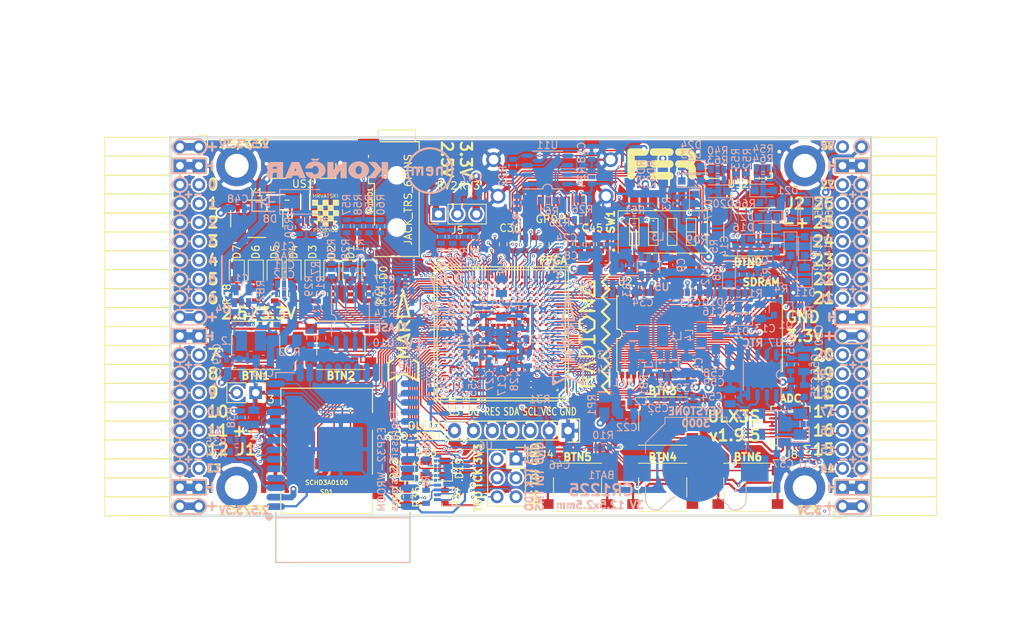
<source format=kicad_pcb>
(kicad_pcb (version 20171130) (host pcbnew 5.0.0-rc2+dfsg1-3)
  (layers (0 F.Cu signal) (1 In1.Cu signal) (2 In2.Cu signal) (31 B.Cu signal) (34 B.Paste user) (35 F.Paste user) (36 B.SilkS user) (37 F.SilkS user) (38 B.Mask user) (39 F.Mask user) (44 Edge.Cuts user))
  (net 0 "")
  (net 1 GND)
  (net 2 +5V)
  (net 3 /gpio/IN5V)
  (net 4 /gpio/OUT5V)
  (net 5 +3V3)
  (net 6 BTN_D)
  (net 7 BTN_F1)
  (net 8 BTN_F2)
  (net 9 BTN_L)
  (net 10 BTN_R)
  (net 11 BTN_U)
  (net 12 /power/FB1)
  (net 13 +2V5)
  (net 14 /power/PWREN)
  (net 15 /power/FB3)
  (net 16 /power/FB2)
  (net 17 /power/VBAT)
  (net 18 JTAG_TDI)
  (net 19 JTAG_TCK)
  (net 20 JTAG_TMS)
  (net 21 JTAG_TDO)
  (net 22 /power/WAKEUPn)
  (net 23 /power/WKUP)
  (net 24 /power/SHUT)
  (net 25 /power/WAKE)
  (net 26 /power/HOLD)
  (net 27 /power/WKn)
  (net 28 /power/OSCI_32k)
  (net 29 /power/OSCO_32k)
  (net 30 SHUTDOWN)
  (net 31 GPDI_SDA)
  (net 32 GPDI_SCL)
  (net 33 /gpdi/VREF2)
  (net 34 SD_CMD)
  (net 35 SD_CLK)
  (net 36 SD_D0)
  (net 37 SD_D1)
  (net 38 USB5V)
  (net 39 GPDI_CEC)
  (net 40 nRESET)
  (net 41 FTDI_nDTR)
  (net 42 SDRAM_CKE)
  (net 43 SDRAM_A7)
  (net 44 SDRAM_D15)
  (net 45 SDRAM_BA1)
  (net 46 SDRAM_D7)
  (net 47 SDRAM_A6)
  (net 48 SDRAM_CLK)
  (net 49 SDRAM_D13)
  (net 50 SDRAM_BA0)
  (net 51 SDRAM_D6)
  (net 52 SDRAM_A5)
  (net 53 SDRAM_D14)
  (net 54 SDRAM_A11)
  (net 55 SDRAM_D12)
  (net 56 SDRAM_D5)
  (net 57 SDRAM_A4)
  (net 58 SDRAM_A10)
  (net 59 SDRAM_D11)
  (net 60 SDRAM_A3)
  (net 61 SDRAM_D4)
  (net 62 SDRAM_D10)
  (net 63 SDRAM_D9)
  (net 64 SDRAM_A9)
  (net 65 SDRAM_D3)
  (net 66 SDRAM_D8)
  (net 67 SDRAM_A8)
  (net 68 SDRAM_A2)
  (net 69 SDRAM_A1)
  (net 70 SDRAM_A0)
  (net 71 SDRAM_D2)
  (net 72 SDRAM_D1)
  (net 73 SDRAM_D0)
  (net 74 SDRAM_DQM0)
  (net 75 SDRAM_nCS)
  (net 76 SDRAM_nRAS)
  (net 77 SDRAM_DQM1)
  (net 78 SDRAM_nCAS)
  (net 79 SDRAM_nWE)
  (net 80 /flash/FLASH_nWP)
  (net 81 /flash/FLASH_nHOLD)
  (net 82 /flash/FLASH_MOSI)
  (net 83 /flash/FLASH_MISO)
  (net 84 /flash/FLASH_SCK)
  (net 85 /flash/FLASH_nCS)
  (net 86 /flash/FPGA_PROGRAMN)
  (net 87 /flash/FPGA_DONE)
  (net 88 /flash/FPGA_INITN)
  (net 89 OLED_RES)
  (net 90 OLED_DC)
  (net 91 OLED_CS)
  (net 92 WIFI_EN)
  (net 93 FTDI_nRTS)
  (net 94 FTDI_TXD)
  (net 95 FTDI_RXD)
  (net 96 WIFI_RXD)
  (net 97 WIFI_GPIO0)
  (net 98 WIFI_TXD)
  (net 99 USB_FTDI_D+)
  (net 100 USB_FTDI_D-)
  (net 101 SD_D3)
  (net 102 AUDIO_L3)
  (net 103 AUDIO_L2)
  (net 104 AUDIO_L1)
  (net 105 AUDIO_L0)
  (net 106 AUDIO_R3)
  (net 107 AUDIO_R2)
  (net 108 AUDIO_R1)
  (net 109 AUDIO_R0)
  (net 110 OLED_CLK)
  (net 111 OLED_MOSI)
  (net 112 LED0)
  (net 113 LED1)
  (net 114 LED2)
  (net 115 LED3)
  (net 116 LED4)
  (net 117 LED5)
  (net 118 LED6)
  (net 119 LED7)
  (net 120 BTN_PWRn)
  (net 121 FTDI_nTXLED)
  (net 122 FTDI_nSLEEP)
  (net 123 /blinkey/LED_PWREN)
  (net 124 /blinkey/LED_TXLED)
  (net 125 /sdcard/SD3V3)
  (net 126 SD_D2)
  (net 127 CLK_25MHz)
  (net 128 /blinkey/BTNPUL)
  (net 129 /blinkey/BTNPUR)
  (net 130 USB_FPGA_D+)
  (net 131 /power/FTDI_nSUSPEND)
  (net 132 /blinkey/ALED0)
  (net 133 /blinkey/ALED1)
  (net 134 /blinkey/ALED2)
  (net 135 /blinkey/ALED3)
  (net 136 /blinkey/ALED4)
  (net 137 /blinkey/ALED5)
  (net 138 /blinkey/ALED6)
  (net 139 /blinkey/ALED7)
  (net 140 /usb/FTD-)
  (net 141 /usb/FTD+)
  (net 142 ADC_MISO)
  (net 143 ADC_MOSI)
  (net 144 ADC_CSn)
  (net 145 ADC_SCLK)
  (net 146 SW3)
  (net 147 SW2)
  (net 148 SW1)
  (net 149 USB_FPGA_D-)
  (net 150 /usb/FPD+)
  (net 151 /usb/FPD-)
  (net 152 WIFI_GPIO16)
  (net 153 /usb/ANT_433MHz)
  (net 154 /power/PWRBTn)
  (net 155 PROG_DONE)
  (net 156 /power/P3V3)
  (net 157 /power/P2V5)
  (net 158 /power/L1)
  (net 159 /power/L3)
  (net 160 /power/L2)
  (net 161 FTDI_TXDEN)
  (net 162 SDRAM_A12)
  (net 163 /analog/AUDIO_V)
  (net 164 AUDIO_V3)
  (net 165 AUDIO_V2)
  (net 166 AUDIO_V1)
  (net 167 AUDIO_V0)
  (net 168 /blinkey/LED_WIFI)
  (net 169 /power/P1V1)
  (net 170 +1V1)
  (net 171 SW4)
  (net 172 /blinkey/SWPU)
  (net 173 /wifi/WIFIEN)
  (net 174 FT2V5)
  (net 175 GN0)
  (net 176 GP0)
  (net 177 GN1)
  (net 178 GP1)
  (net 179 GN2)
  (net 180 GP2)
  (net 181 GN3)
  (net 182 GP3)
  (net 183 GN4)
  (net 184 GP4)
  (net 185 GN5)
  (net 186 GP5)
  (net 187 GN6)
  (net 188 GP6)
  (net 189 GN14)
  (net 190 GP14)
  (net 191 GN15)
  (net 192 GP15)
  (net 193 GN16)
  (net 194 GP16)
  (net 195 GN17)
  (net 196 GP17)
  (net 197 GN18)
  (net 198 GP18)
  (net 199 GN19)
  (net 200 GP19)
  (net 201 GN20)
  (net 202 GP20)
  (net 203 GN21)
  (net 204 GP21)
  (net 205 GN22)
  (net 206 GP22)
  (net 207 GN23)
  (net 208 GP23)
  (net 209 GN24)
  (net 210 GP24)
  (net 211 GN25)
  (net 212 GP25)
  (net 213 GN26)
  (net 214 GP26)
  (net 215 GN27)
  (net 216 GP27)
  (net 217 GN7)
  (net 218 GP7)
  (net 219 GN8)
  (net 220 GP8)
  (net 221 GN9)
  (net 222 GP9)
  (net 223 GN10)
  (net 224 GP10)
  (net 225 GN11)
  (net 226 GP11)
  (net 227 GN12)
  (net 228 GP12)
  (net 229 GN13)
  (net 230 GP13)
  (net 231 WIFI_GPIO5)
  (net 232 WIFI_GPIO17)
  (net 233 USB_FPGA_PULL_D+)
  (net 234 USB_FPGA_PULL_D-)
  (net 235 "Net-(D23-Pad2)")
  (net 236 "Net-(D24-Pad1)")
  (net 237 "Net-(D25-Pad2)")
  (net 238 "Net-(D26-Pad1)")
  (net 239 /gpdi/GPDI_ETH+)
  (net 240 FPDI_ETH+)
  (net 241 /gpdi/GPDI_ETH-)
  (net 242 FPDI_ETH-)
  (net 243 /gpdi/GPDI_D2-)
  (net 244 FPDI_D2-)
  (net 245 /gpdi/GPDI_D1-)
  (net 246 FPDI_D1-)
  (net 247 /gpdi/GPDI_D0-)
  (net 248 FPDI_D0-)
  (net 249 /gpdi/GPDI_CLK-)
  (net 250 FPDI_CLK-)
  (net 251 /gpdi/GPDI_D2+)
  (net 252 FPDI_D2+)
  (net 253 /gpdi/GPDI_D1+)
  (net 254 FPDI_D1+)
  (net 255 /gpdi/GPDI_D0+)
  (net 256 FPDI_D0+)
  (net 257 /gpdi/GPDI_CLK+)
  (net 258 FPDI_CLK+)
  (net 259 FPDI_SDA)
  (net 260 FPDI_SCL)
  (net 261 /gpdi/FPDI_CEC)
  (net 262 2V5_3V3)
  (net 263 "Net-(AUDIO1-Pad5)")
  (net 264 "Net-(AUDIO1-Pad6)")
  (net 265 "Net-(U1-PadA15)")
  (net 266 "Net-(U1-PadC9)")
  (net 267 "Net-(U1-PadD9)")
  (net 268 "Net-(U1-PadD10)")
  (net 269 "Net-(U1-PadD11)")
  (net 270 "Net-(U1-PadD12)")
  (net 271 "Net-(U1-PadE6)")
  (net 272 "Net-(U1-PadE9)")
  (net 273 "Net-(U1-PadE10)")
  (net 274 "Net-(U1-PadE11)")
  (net 275 "Net-(U1-PadJ4)")
  (net 276 "Net-(U1-PadJ5)")
  (net 277 "Net-(U1-PadK5)")
  (net 278 "Net-(U1-PadL5)")
  (net 279 "Net-(U1-PadM4)")
  (net 280 "Net-(U1-PadM5)")
  (net 281 SD_CD)
  (net 282 SD_WP)
  (net 283 "Net-(U1-PadR3)")
  (net 284 "Net-(U1-PadT16)")
  (net 285 "Net-(U1-PadW4)")
  (net 286 "Net-(U1-PadW5)")
  (net 287 "Net-(U1-PadW8)")
  (net 288 "Net-(U1-PadW9)")
  (net 289 "Net-(U1-PadW13)")
  (net 290 "Net-(U1-PadW14)")
  (net 291 "Net-(U1-PadW17)")
  (net 292 "Net-(U1-PadW18)")
  (net 293 FTDI_nRXLED)
  (net 294 "Net-(U8-Pad12)")
  (net 295 "Net-(U8-Pad25)")
  (net 296 "Net-(U9-Pad32)")
  (net 297 "Net-(U9-Pad22)")
  (net 298 "Net-(U9-Pad21)")
  (net 299 "Net-(U9-Pad20)")
  (net 300 "Net-(U9-Pad19)")
  (net 301 "Net-(U9-Pad18)")
  (net 302 "Net-(U9-Pad17)")
  (net 303 "Net-(U9-Pad12)")
  (net 304 "Net-(U9-Pad5)")
  (net 305 "Net-(U9-Pad4)")
  (net 306 "Net-(US1-Pad4)")
  (net 307 "Net-(Y2-Pad3)")
  (net 308 "Net-(Y2-Pad2)")
  (net 309 "Net-(U1-PadK16)")
  (net 310 "Net-(U1-PadK17)")
  (net 311 /usb/US2VBUS)
  (net 312 /power/SHD)
  (net 313 /power/RTCVDD)
  (net 314 "Net-(D27-Pad2)")
  (net 315 US2_ID)
  (net 316 /analog/AUDIO_L)
  (net 317 /analog/AUDIO_R)
  (net 318 /analog/ADC3V3)
  (module Keystone_3000_1x12mm-CoinCell:Keystone_3000_1x12mm-CoinCell (layer B.Cu) (at 164.585 105.87 90)
    (fp_text reference BAT1 (at -0.907 -12.685 180) (layer B.SilkS) (effects (justify mirror)))
    (fp_text value CR1225)
    (pad 1 smd rect (at 0 7.9 180) (size 3.7 3.5) (layers B.Cu B.Paste B.Mask) (net 17 /power/VBAT) (clearance 0.7))
    (pad 1 smd rect (at 0 -7.9 180) (size 3.7 3.5) (layers B.Cu B.Paste B.Mask) (net 17 /power/VBAT) (clearance 0.7))
    (pad 2 smd circle (at 0 0 180) (size 9 9) (layers B.Cu B.Mask) (net 1 GND))
  )
  (module SM8:SM8 (layer B.Cu) (at 144.68 65.8015 90)
    (fp_text reference U11 (at 3.3475 -0.019 -180) (layer B.SilkS) (effects (justify mirror)))
    (fp_text value PCA9306D)
    (pad 1 smd rect (at -1.905 -2.7) (size 1.55 0.6) (layers B.Cu B.Paste B.Mask) (net 1 GND))
    (pad 2 smd oval (at -0.635 -2.7) (size 1.55 0.6) (layers B.Cu B.Paste B.Mask) (net 13 +2V5))
    (pad 3 smd oval (at 0.635 -2.7) (size 1.55 0.6) (layers B.Cu B.Paste B.Mask) (net 260 FPDI_SCL))
    (pad 4 smd oval (at 1.905 -2.7) (size 1.55 0.6) (layers B.Cu B.Paste B.Mask) (net 259 FPDI_SDA))
    (pad 5 smd oval (at 1.905 2.7) (size 1.55 0.6) (layers B.Cu B.Paste B.Mask) (net 31 GPDI_SDA))
    (pad 6 smd oval (at 0.635 2.7) (size 1.55 0.6) (layers B.Cu B.Paste B.Mask) (net 32 GPDI_SCL))
    (pad 7 smd oval (at -0.635 2.7) (size 1.55 0.6) (layers B.Cu B.Paste B.Mask) (net 33 /gpdi/VREF2))
    (pad 8 smd oval (at -1.905 2.7) (size 1.55 0.6) (layers B.Cu B.Paste B.Mask) (net 5 +3V3))
  )
  (module TSOP54:TSOP54 (layer F.Cu) (at 165.093 87.8 90)
    (fp_text reference U2 (at 6.98 -9.993 180) (layer F.SilkS))
    (fp_text value MT48LC16M16A2TG)
    (pad 28 smd rect (at 5.53 10.4 90) (size 0.9 0.56) (layers F.Cu F.Paste F.Mask) (net 1 GND))
    (pad 1 smd rect (at -5.53 -10.4 90) (size 0.9 0.56) (layers F.Cu F.Paste F.Mask) (net 5 +3V3))
    (pad 2 smd rect (at -5.53 -9.6 90) (size 0.9 0.56) (layers F.Cu F.Paste F.Mask) (net 73 SDRAM_D0))
    (pad 3 smd rect (at -5.53 -8.8 90) (size 0.9 0.56) (layers F.Cu F.Paste F.Mask) (net 5 +3V3))
    (pad 4 smd rect (at -5.53 -8 90) (size 0.9 0.56) (layers F.Cu F.Paste F.Mask) (net 72 SDRAM_D1))
    (pad 5 smd rect (at -5.53 -7.2 90) (size 0.9 0.56) (layers F.Cu F.Paste F.Mask) (net 71 SDRAM_D2))
    (pad 6 smd rect (at -5.53 -6.4 90) (size 0.9 0.56) (layers F.Cu F.Paste F.Mask) (net 1 GND))
    (pad 7 smd rect (at -5.53 -5.6 90) (size 0.9 0.56) (layers F.Cu F.Paste F.Mask) (net 65 SDRAM_D3))
    (pad 8 smd rect (at -5.53 -4.8 90) (size 0.9 0.56) (layers F.Cu F.Paste F.Mask) (net 61 SDRAM_D4))
    (pad 9 smd rect (at -5.53 -4 90) (size 0.9 0.56) (layers F.Cu F.Paste F.Mask) (net 5 +3V3))
    (pad 10 smd rect (at -5.53 -3.2 90) (size 0.9 0.56) (layers F.Cu F.Paste F.Mask) (net 56 SDRAM_D5))
    (pad 11 smd rect (at -5.53 -2.4 90) (size 0.9 0.56) (layers F.Cu F.Paste F.Mask) (net 51 SDRAM_D6))
    (pad 12 smd rect (at -5.53 -1.6 90) (size 0.9 0.56) (layers F.Cu F.Paste F.Mask) (net 1 GND))
    (pad 13 smd rect (at -5.53 -0.8 90) (size 0.9 0.56) (layers F.Cu F.Paste F.Mask) (net 46 SDRAM_D7))
    (pad 14 smd rect (at -5.53 0 90) (size 0.9 0.56) (layers F.Cu F.Paste F.Mask) (net 5 +3V3))
    (pad 15 smd rect (at -5.53 0.8 90) (size 0.9 0.56) (layers F.Cu F.Paste F.Mask) (net 74 SDRAM_DQM0))
    (pad 16 smd rect (at -5.53 1.6 90) (size 0.9 0.56) (layers F.Cu F.Paste F.Mask) (net 79 SDRAM_nWE))
    (pad 17 smd rect (at -5.53 2.4 90) (size 0.9 0.56) (layers F.Cu F.Paste F.Mask) (net 78 SDRAM_nCAS))
    (pad 18 smd rect (at -5.53 3.2 90) (size 0.9 0.56) (layers F.Cu F.Paste F.Mask) (net 76 SDRAM_nRAS))
    (pad 19 smd rect (at -5.53 4 90) (size 0.9 0.56) (layers F.Cu F.Paste F.Mask) (net 75 SDRAM_nCS))
    (pad 20 smd rect (at -5.53 4.8 90) (size 0.9 0.56) (layers F.Cu F.Paste F.Mask) (net 50 SDRAM_BA0))
    (pad 21 smd rect (at -5.53 5.6 90) (size 0.9 0.56) (layers F.Cu F.Paste F.Mask) (net 45 SDRAM_BA1))
    (pad 22 smd rect (at -5.53 6.4 90) (size 0.9 0.56) (layers F.Cu F.Paste F.Mask) (net 58 SDRAM_A10))
    (pad 23 smd rect (at -5.53 7.2 90) (size 0.9 0.56) (layers F.Cu F.Paste F.Mask) (net 70 SDRAM_A0))
    (pad 24 smd rect (at -5.53 8 90) (size 0.9 0.56) (layers F.Cu F.Paste F.Mask) (net 69 SDRAM_A1))
    (pad 25 smd rect (at -5.53 8.8 90) (size 0.9 0.56) (layers F.Cu F.Paste F.Mask) (net 68 SDRAM_A2))
    (pad 26 smd rect (at -5.53 9.6 90) (size 0.9 0.56) (layers F.Cu F.Paste F.Mask) (net 60 SDRAM_A3))
    (pad 27 smd rect (at -5.53 10.4 90) (size 0.9 0.56) (layers F.Cu F.Paste F.Mask) (net 5 +3V3))
    (pad 29 smd rect (at 5.53 9.6 90) (size 0.9 0.56) (layers F.Cu F.Paste F.Mask) (net 57 SDRAM_A4))
    (pad 30 smd rect (at 5.53 8.8 90) (size 0.9 0.56) (layers F.Cu F.Paste F.Mask) (net 52 SDRAM_A5))
    (pad 31 smd rect (at 5.53 8 90) (size 0.9 0.56) (layers F.Cu F.Paste F.Mask) (net 47 SDRAM_A6))
    (pad 32 smd rect (at 5.53 7.2 90) (size 0.9 0.56) (layers F.Cu F.Paste F.Mask) (net 43 SDRAM_A7))
    (pad 33 smd rect (at 5.53 6.4 90) (size 0.9 0.56) (layers F.Cu F.Paste F.Mask) (net 67 SDRAM_A8))
    (pad 34 smd rect (at 5.53 5.6 90) (size 0.9 0.56) (layers F.Cu F.Paste F.Mask) (net 64 SDRAM_A9))
    (pad 35 smd rect (at 5.53 4.8 90) (size 0.9 0.56) (layers F.Cu F.Paste F.Mask) (net 54 SDRAM_A11))
    (pad 36 smd rect (at 5.53 4 90) (size 0.9 0.56) (layers F.Cu F.Paste F.Mask) (net 162 SDRAM_A12))
    (pad 37 smd rect (at 5.53 3.2 90) (size 0.9 0.56) (layers F.Cu F.Paste F.Mask) (net 42 SDRAM_CKE))
    (pad 38 smd rect (at 5.53 2.4 90) (size 0.9 0.56) (layers F.Cu F.Paste F.Mask) (net 48 SDRAM_CLK))
    (pad 39 smd rect (at 5.53 1.6 90) (size 0.9 0.56) (layers F.Cu F.Paste F.Mask) (net 77 SDRAM_DQM1))
    (pad 40 smd rect (at 5.53 0.8 90) (size 0.9 0.56) (layers F.Cu F.Paste F.Mask))
    (pad 41 smd rect (at 5.53 0 90) (size 0.9 0.56) (layers F.Cu F.Paste F.Mask) (net 1 GND))
    (pad 42 smd rect (at 5.53 -0.8 90) (size 0.9 0.56) (layers F.Cu F.Paste F.Mask) (net 66 SDRAM_D8))
    (pad 43 smd rect (at 5.53 -1.6 90) (size 0.9 0.56) (layers F.Cu F.Paste F.Mask) (net 5 +3V3))
    (pad 44 smd rect (at 5.53 -2.4 90) (size 0.9 0.56) (layers F.Cu F.Paste F.Mask) (net 63 SDRAM_D9))
    (pad 45 smd rect (at 5.53 -3.2 90) (size 0.9 0.56) (layers F.Cu F.Paste F.Mask) (net 62 SDRAM_D10))
    (pad 46 smd rect (at 5.53 -4 90) (size 0.9 0.56) (layers F.Cu F.Paste F.Mask) (net 1 GND))
    (pad 47 smd rect (at 5.53 -4.8 90) (size 0.9 0.56) (layers F.Cu F.Paste F.Mask) (net 59 SDRAM_D11))
    (pad 48 smd rect (at 5.53 -5.6 90) (size 0.9 0.56) (layers F.Cu F.Paste F.Mask) (net 55 SDRAM_D12))
    (pad 49 smd rect (at 5.53 -6.4 90) (size 0.9 0.56) (layers F.Cu F.Paste F.Mask) (net 5 +3V3))
    (pad 50 smd rect (at 5.53 -7.2 90) (size 0.9 0.56) (layers F.Cu F.Paste F.Mask) (net 49 SDRAM_D13))
    (pad 51 smd rect (at 5.53 -8 90) (size 0.9 0.56) (layers F.Cu F.Paste F.Mask) (net 53 SDRAM_D14))
    (pad 52 smd rect (at 5.53 -8.8 90) (size 0.9 0.56) (layers F.Cu F.Paste F.Mask) (net 1 GND))
    (pad 53 smd rect (at 5.53 -9.6 90) (size 0.9 0.56) (layers F.Cu F.Paste F.Mask) (net 44 SDRAM_D15))
    (pad 54 smd rect (at 5.53 -10.4 90) (size 0.9 0.56) (layers F.Cu F.Paste F.Mask) (net 1 GND))
  )
  (module SOA008-150mil:SOA008-150-208mil (layer B.Cu) (at 118.245 85.822 270)
    (fp_text reference U10 (at 3.175 -4.445) (layer B.SilkS) (effects (justify mirror)))
    (fp_text value IS25LP128F-JBLE)
    (pad 1 smd rect (at -3.302 1.905 270) (size 2.1 0.6) (layers B.Cu B.Paste B.Mask) (net 85 /flash/FLASH_nCS))
    (pad 2 smd oval (at -3.302 0.635 270) (size 2.1 0.6) (layers B.Cu B.Paste B.Mask) (net 83 /flash/FLASH_MISO))
    (pad 3 smd oval (at -3.302 -0.635 270) (size 2.1 0.6) (layers B.Cu B.Paste B.Mask) (net 80 /flash/FLASH_nWP))
    (pad 4 smd oval (at -3.302 -1.905 270) (size 2.1 0.6) (layers B.Cu B.Paste B.Mask) (net 1 GND))
    (pad 5 smd oval (at 3.302 -1.905 270) (size 2.1 0.6) (layers B.Cu B.Paste B.Mask) (net 82 /flash/FLASH_MOSI))
    (pad 6 smd oval (at 3.302 -0.635 270) (size 2.1 0.6) (layers B.Cu B.Paste B.Mask) (net 84 /flash/FLASH_SCK))
    (pad 7 smd oval (at 3.302 0.635 270) (size 2.1 0.6) (layers B.Cu B.Paste B.Mask) (net 81 /flash/FLASH_nHOLD))
    (pad 8 smd oval (at 3.302 1.905 270) (size 2.1 0.6) (layers B.Cu B.Paste B.Mask) (net 5 +3V3))
  )
  (module SOT96-1:SOT96-1 (layer B.Cu) (at 173.49 93.315 90)
    (fp_text reference U7 (at 4.318 1.778 180) (layer B.SilkS) (effects (justify mirror)))
    (fp_text value PCF8523)
    (pad 1 smd rect (at -2.7 1.905 90) (size 1.55 0.6) (layers B.Cu B.Paste B.Mask) (net 28 /power/OSCI_32k))
    (pad 2 smd oval (at -2.7 0.635 90) (size 1.55 0.6) (layers B.Cu B.Paste B.Mask) (net 29 /power/OSCO_32k))
    (pad 3 smd oval (at -2.7 -0.635 90) (size 1.55 0.6) (layers B.Cu B.Paste B.Mask) (net 17 /power/VBAT))
    (pad 4 smd oval (at -2.7 -1.905 90) (size 1.55 0.6) (layers B.Cu B.Paste B.Mask) (net 1 GND))
    (pad 5 smd oval (at 2.7 -1.905 90) (size 1.55 0.6) (layers B.Cu B.Paste B.Mask) (net 259 FPDI_SDA))
    (pad 6 smd oval (at 2.7 -0.635 90) (size 1.55 0.6) (layers B.Cu B.Paste B.Mask) (net 260 FPDI_SCL))
    (pad 7 smd oval (at 2.7 0.635 90) (size 1.55 0.6) (layers B.Cu B.Paste B.Mask) (net 22 /power/WAKEUPn))
    (pad 8 smd oval (at 2.7 1.905 90) (size 1.55 0.6) (layers B.Cu B.Paste B.Mask) (net 313 /power/RTCVDD))
  )
  (module ft231x:FT231X-SSOP-20_4.4x6.5mm_Pitch0.65mm (layer B.Cu) (at 132.835 107.14 180)
    (fp_text reference U6 (at -3.556 4.318 180) (layer B.SilkS) (effects (justify mirror)))
    (fp_text value FT231XS)
    (pad 20 smd rect (at 2.9 2.925 180) (size 1 0.4) (layers B.Cu B.Paste B.Mask) (net 94 FTDI_TXD))
    (pad 19 smd rect (at 2.9 2.275 180) (size 1 0.4) (layers B.Cu B.Paste B.Mask) (net 122 FTDI_nSLEEP))
    (pad 18 smd rect (at 2.9 1.625 180) (size 1 0.4) (layers B.Cu B.Paste B.Mask) (net 161 FTDI_TXDEN))
    (pad 17 smd rect (at 2.9 0.975 180) (size 1 0.4) (layers B.Cu B.Paste B.Mask) (net 293 FTDI_nRXLED))
    (pad 16 smd rect (at 2.9 0.325 180) (size 1 0.4) (layers B.Cu B.Paste B.Mask) (net 1 GND))
    (pad 15 smd rect (at 2.9 -0.325 180) (size 1 0.4) (layers B.Cu B.Paste B.Mask) (net 38 USB5V))
    (pad 14 smd rect (at 2.9 -0.975 180) (size 1 0.4) (layers B.Cu B.Paste B.Mask) (net 40 nRESET))
    (pad 13 smd rect (at 2.9 -1.625 180) (size 1 0.4) (layers B.Cu B.Paste B.Mask) (net 174 FT2V5))
    (pad 12 smd rect (at 2.9 -2.275 180) (size 1 0.4) (layers B.Cu B.Paste B.Mask) (net 100 USB_FTDI_D-))
    (pad 11 smd rect (at 2.9 -2.925 180) (size 1 0.4) (layers B.Cu B.Paste B.Mask) (net 99 USB_FTDI_D+))
    (pad 10 smd rect (at -2.9 -2.925 180) (size 1 0.4) (layers B.Cu B.Paste B.Mask) (net 121 FTDI_nTXLED))
    (pad 9 smd rect (at -2.9 -2.275 180) (size 1 0.4) (layers B.Cu B.Paste B.Mask) (net 21 JTAG_TDO))
    (pad 8 smd rect (at -2.9 -1.625 180) (size 1 0.4) (layers B.Cu B.Paste B.Mask) (net 20 JTAG_TMS))
    (pad 7 smd rect (at -2.9 -0.975 180) (size 1 0.4) (layers B.Cu B.Paste B.Mask) (net 19 JTAG_TCK))
    (pad 6 smd rect (at -2.9 -0.325 180) (size 1 0.4) (layers B.Cu B.Paste B.Mask) (net 1 GND))
    (pad 5 smd rect (at -2.9 0.325 180) (size 1 0.4) (layers B.Cu B.Paste B.Mask) (net 18 JTAG_TDI))
    (pad 4 smd rect (at -2.9 0.975 180) (size 1 0.4) (layers B.Cu B.Paste B.Mask) (net 95 FTDI_RXD))
    (pad 3 smd rect (at -2.9 1.625 180) (size 1 0.4) (layers B.Cu B.Paste B.Mask) (net 174 FT2V5))
    (pad 2 smd rect (at -2.9 2.275 180) (size 1 0.4) (layers B.Cu B.Paste B.Mask) (net 93 FTDI_nRTS))
    (pad 1 smd rect (at -2.9 2.925 180) (size 1 0.4) (layers B.Cu B.Paste B.Mask) (net 41 FTDI_nDTR))
  )
  (module TSOT-25:TSOT-25 (layer B.Cu) (at 158.235 78.692)
    (fp_text reference U5 (at 1.793 2.812) (layer B.SilkS) (effects (font (thickness 0.2)) (justify mirror)))
    (fp_text value TLV62569DBV)
    (pad 1 smd rect (at -0.95 -1.3) (size 0.7 1.2) (layers B.Cu B.Paste B.Mask) (net 14 /power/PWREN))
    (pad 2 smd rect (at 0 -1.3) (size 0.7 1.2) (layers B.Cu B.Paste B.Mask) (net 1 GND))
    (pad 3 smd rect (at 0.95 -1.3) (size 0.7 1.2) (layers B.Cu B.Paste B.Mask) (net 159 /power/L3))
    (pad 4 smd rect (at 0.95 1.3) (size 0.7 1.2) (layers B.Cu B.Paste B.Mask) (net 2 +5V))
    (pad 5 smd rect (at -0.95 1.3) (size 0.7 1.2) (layers B.Cu B.Paste B.Mask) (net 15 /power/FB3))
  )
  (module TSOT-25:TSOT-25 (layer B.Cu) (at 160.775 91.9)
    (fp_text reference U3 (at -0.295 2.9) (layer B.SilkS) (effects (font (thickness 0.2)) (justify mirror)))
    (fp_text value TLV62569DBV)
    (pad 1 smd rect (at -0.95 -1.3) (size 0.7 1.2) (layers B.Cu B.Paste B.Mask) (net 14 /power/PWREN))
    (pad 2 smd rect (at 0 -1.3) (size 0.7 1.2) (layers B.Cu B.Paste B.Mask) (net 1 GND))
    (pad 3 smd rect (at 0.95 -1.3) (size 0.7 1.2) (layers B.Cu B.Paste B.Mask) (net 158 /power/L1))
    (pad 4 smd rect (at 0.95 1.3) (size 0.7 1.2) (layers B.Cu B.Paste B.Mask) (net 2 +5V))
    (pad 5 smd rect (at -0.95 1.3) (size 0.7 1.2) (layers B.Cu B.Paste B.Mask) (net 12 /power/FB1))
  )
  (module TSOT-25:TSOT-25 (layer B.Cu) (at 103.625 84.915 180)
    (fp_text reference U4 (at 2.525 0.4265 180) (layer B.SilkS) (effects (font (thickness 0.2)) (justify mirror)))
    (fp_text value TLV62569DBV)
    (pad 1 smd rect (at -0.95 -1.3 180) (size 0.7 1.2) (layers B.Cu B.Paste B.Mask) (net 14 /power/PWREN))
    (pad 2 smd rect (at 0 -1.3 180) (size 0.7 1.2) (layers B.Cu B.Paste B.Mask) (net 1 GND))
    (pad 3 smd rect (at 0.95 -1.3 180) (size 0.7 1.2) (layers B.Cu B.Paste B.Mask) (net 160 /power/L2))
    (pad 4 smd rect (at 0.95 1.3 180) (size 0.7 1.2) (layers B.Cu B.Paste B.Mask) (net 2 +5V))
    (pad 5 smd rect (at -0.95 1.3 180) (size 0.7 1.2) (layers B.Cu B.Paste B.Mask) (net 16 /power/FB2))
  )
  (module ESP32:ESP32-WROOM (layer B.Cu) (at 117.23 105.75 180)
    (fp_text reference U9 (at -8.366 13.85 180) (layer B.SilkS) (effects (justify mirror)))
    (fp_text value ESP-WROOM32)
    (fp_text user "Espressif Systems" (at -6.858 0.889 90) (layer B.SilkS) (effects (justify mirror)))
    (fp_text user ESP32-WROOM (at -5.207 -0.254 90) (layer B.SilkS) (effects (justify mirror)))
    (pad 38 smd oval (at -9 -5.25 180) (size 2.5 0.9) (layers B.Cu B.Paste B.Mask) (net 1 GND))
    (pad 37 smd oval (at -9 -3.98 180) (size 2.5 0.9) (layers B.Cu B.Paste B.Mask) (net 18 JTAG_TDI))
    (pad 36 smd oval (at -9 -2.71 180) (size 2.5 0.9) (layers B.Cu B.Paste B.Mask) (net 155 PROG_DONE))
    (pad 35 smd oval (at -9 -1.44 180) (size 2.5 0.9) (layers B.Cu B.Paste B.Mask) (net 98 WIFI_TXD))
    (pad 34 smd oval (at -9 -0.17 180) (size 2.5 0.9) (layers B.Cu B.Paste B.Mask) (net 96 WIFI_RXD))
    (pad 33 smd oval (at -9 1.1 180) (size 2.5 0.9) (layers B.Cu B.Paste B.Mask) (net 20 JTAG_TMS))
    (pad 32 smd oval (at -9 2.37 180) (size 2.5 0.9) (layers B.Cu B.Paste B.Mask) (net 296 "Net-(U9-Pad32)"))
    (pad 31 smd oval (at -9 3.64 180) (size 2.5 0.9) (layers B.Cu B.Paste B.Mask) (net 21 JTAG_TDO))
    (pad 30 smd oval (at -9 4.91 180) (size 2.5 0.9) (layers B.Cu B.Paste B.Mask) (net 19 JTAG_TCK))
    (pad 29 smd oval (at -9 6.18 180) (size 2.5 0.9) (layers B.Cu B.Paste B.Mask) (net 231 WIFI_GPIO5))
    (pad 28 smd oval (at -9 7.45 180) (size 2.5 0.9) (layers B.Cu B.Paste B.Mask) (net 232 WIFI_GPIO17))
    (pad 27 smd oval (at -9 8.72 180) (size 2.5 0.9) (layers B.Cu B.Paste B.Mask) (net 152 WIFI_GPIO16))
    (pad 26 smd oval (at -9 9.99 180) (size 2.5 0.9) (layers B.Cu B.Paste B.Mask) (net 37 SD_D1))
    (pad 25 smd oval (at -9 11.26 180) (size 2.5 0.9) (layers B.Cu B.Paste B.Mask) (net 97 WIFI_GPIO0))
    (pad 24 smd oval (at -5.715 12.75 180) (size 0.9 2.5) (layers B.Cu B.Paste B.Mask) (net 36 SD_D0))
    (pad 23 smd oval (at -4.445 12.75 180) (size 0.9 2.5) (layers B.Cu B.Paste B.Mask) (net 34 SD_CMD))
    (pad 22 smd oval (at -3.175 12.75 180) (size 0.9 2.5) (layers B.Cu B.Paste B.Mask) (net 297 "Net-(U9-Pad22)"))
    (pad 21 smd oval (at -1.905 12.75 180) (size 0.9 2.5) (layers B.Cu B.Paste B.Mask) (net 298 "Net-(U9-Pad21)"))
    (pad 20 smd oval (at -0.635 12.75 180) (size 0.9 2.5) (layers B.Cu B.Paste B.Mask) (net 299 "Net-(U9-Pad20)"))
    (pad 19 smd oval (at 0.635 12.75 180) (size 0.9 2.5) (layers B.Cu B.Paste B.Mask) (net 300 "Net-(U9-Pad19)"))
    (pad 18 smd oval (at 1.905 12.75 180) (size 0.9 2.5) (layers B.Cu B.Paste B.Mask) (net 301 "Net-(U9-Pad18)"))
    (pad 17 smd oval (at 3.175 12.75 180) (size 0.9 2.5) (layers B.Cu B.Paste B.Mask) (net 302 "Net-(U9-Pad17)"))
    (pad 16 smd oval (at 4.445 12.75 180) (size 0.9 2.5) (layers B.Cu B.Paste B.Mask) (net 101 SD_D3))
    (pad 15 smd oval (at 5.715 12.75 180) (size 0.9 2.5) (layers B.Cu B.Paste B.Mask) (net 1 GND))
    (pad 14 smd oval (at 9 11.26 180) (size 2.5 0.9) (layers B.Cu B.Paste B.Mask) (net 126 SD_D2))
    (pad 13 smd oval (at 9 9.99 180) (size 2.5 0.9) (layers B.Cu B.Paste B.Mask) (net 35 SD_CLK))
    (pad 12 smd oval (at 9 8.72 180) (size 2.5 0.9) (layers B.Cu B.Paste B.Mask) (net 303 "Net-(U9-Pad12)"))
    (pad 11 smd oval (at 9 7.45 180) (size 2.5 0.9) (layers B.Cu B.Paste B.Mask) (net 225 GN11))
    (pad 10 smd oval (at 9 6.18 180) (size 2.5 0.9) (layers B.Cu B.Paste B.Mask) (net 226 GP11))
    (pad 9 smd oval (at 9 4.91 180) (size 2.5 0.9) (layers B.Cu B.Paste B.Mask) (net 227 GN12))
    (pad 8 smd oval (at 9 3.64 180) (size 2.5 0.9) (layers B.Cu B.Paste B.Mask) (net 228 GP12))
    (pad 7 smd oval (at 9 2.37 180) (size 2.5 0.9) (layers B.Cu B.Paste B.Mask) (net 229 GN13))
    (pad 6 smd oval (at 9 1.1 180) (size 2.5 0.9) (layers B.Cu B.Paste B.Mask) (net 230 GP13))
    (pad 5 smd oval (at 9 -0.17 180) (size 2.5 0.9) (layers B.Cu B.Paste B.Mask) (net 304 "Net-(U9-Pad5)"))
    (pad 4 smd oval (at 9 -1.44 180) (size 2.5 0.9) (layers B.Cu B.Paste B.Mask) (net 305 "Net-(U9-Pad4)"))
    (pad 3 smd oval (at 9 -2.71 180) (size 2.5 0.9) (layers B.Cu B.Paste B.Mask) (net 173 /wifi/WIFIEN))
    (pad 2 smd oval (at 9 -3.98 180) (size 2.5 0.9) (layers B.Cu B.Paste B.Mask) (net 5 +3V3))
    (pad 1 smd oval (at 9 -5.25 180) (size 2.5 0.9) (layers B.Cu B.Paste B.Mask) (net 1 GND))
    (pad 39 smd rect (at 0.3 2.45 180) (size 6 6) (layers B.Cu B.Paste B.Mask) (net 1 GND))
  )
  (module inem:inem (layer B.Cu) (at 128.913 65.883)
    (fp_text reference REF** hide)
    (fp_text value inem hide)
    (fp_text user inem (at 0 -0.1) (layer B.SilkS) (effects (font (size 1.5 1.5) (thickness 0.3)) (justify mirror)))
  )
  (module fer:fer4mm6 (layer F.Cu) (at 159.901 64.994)
    (fp_text reference fer hide)
    (fp_text value fer hide)
  )
  (module Socket_Strips:Socket_Strip_Angled_2x20 (layer F.Cu) (at 97.91 62.69 270)
    (fp_text reference J1 (at 40.64 -6.35) (layer F.SilkS) (effects (font (size 1.5 1.5) (thickness 0.3))))
    (fp_text value CONN_02X20 hide)
    (pad 1 thru_hole oval (at 0 0 270) (size 1.7272 1.7272) (drill 1.016) (layers *.Cu *.Mask) (net 262 2V5_3V3))
    (pad 2 thru_hole oval (at 0 2.54 270) (size 1.7272 1.7272) (drill 1.016) (layers *.Cu *.Mask) (net 262 2V5_3V3))
    (pad 3 thru_hole rect (at 2.54 0 270) (size 1.7272 1.7272) (drill 1.016) (layers *.Cu *.Mask) (net 1 GND))
    (pad 4 thru_hole rect (at 2.54 2.54 270) (size 1.7272 1.7272) (drill 1.016) (layers *.Cu *.Mask) (net 1 GND))
    (pad 5 thru_hole oval (at 5.08 0 270) (size 1.7272 1.7272) (drill 1.016) (layers *.Cu *.Mask) (net 175 GN0))
    (pad 6 thru_hole oval (at 5.08 2.54 270) (size 1.7272 1.7272) (drill 1.016) (layers *.Cu *.Mask) (net 176 GP0))
    (pad 7 thru_hole oval (at 7.62 0 270) (size 1.7272 1.7272) (drill 1.016) (layers *.Cu *.Mask) (net 177 GN1))
    (pad 8 thru_hole oval (at 7.62 2.54 270) (size 1.7272 1.7272) (drill 1.016) (layers *.Cu *.Mask) (net 178 GP1))
    (pad 9 thru_hole oval (at 10.16 0 270) (size 1.7272 1.7272) (drill 1.016) (layers *.Cu *.Mask) (net 179 GN2))
    (pad 10 thru_hole oval (at 10.16 2.54 270) (size 1.7272 1.7272) (drill 1.016) (layers *.Cu *.Mask) (net 180 GP2))
    (pad 11 thru_hole oval (at 12.7 0 270) (size 1.7272 1.7272) (drill 1.016) (layers *.Cu *.Mask) (net 181 GN3))
    (pad 12 thru_hole oval (at 12.7 2.54 270) (size 1.7272 1.7272) (drill 1.016) (layers *.Cu *.Mask) (net 182 GP3))
    (pad 13 thru_hole oval (at 15.24 0 270) (size 1.7272 1.7272) (drill 1.016) (layers *.Cu *.Mask) (net 183 GN4))
    (pad 14 thru_hole oval (at 15.24 2.54 270) (size 1.7272 1.7272) (drill 1.016) (layers *.Cu *.Mask) (net 184 GP4))
    (pad 15 thru_hole oval (at 17.78 0 270) (size 1.7272 1.7272) (drill 1.016) (layers *.Cu *.Mask) (net 185 GN5))
    (pad 16 thru_hole oval (at 17.78 2.54 270) (size 1.7272 1.7272) (drill 1.016) (layers *.Cu *.Mask) (net 186 GP5))
    (pad 17 thru_hole oval (at 20.32 0 270) (size 1.7272 1.7272) (drill 1.016) (layers *.Cu *.Mask) (net 187 GN6))
    (pad 18 thru_hole oval (at 20.32 2.54 270) (size 1.7272 1.7272) (drill 1.016) (layers *.Cu *.Mask) (net 188 GP6))
    (pad 19 thru_hole oval (at 22.86 0 270) (size 1.7272 1.7272) (drill 1.016) (layers *.Cu *.Mask) (net 262 2V5_3V3))
    (pad 20 thru_hole oval (at 22.86 2.54 270) (size 1.7272 1.7272) (drill 1.016) (layers *.Cu *.Mask) (net 262 2V5_3V3))
    (pad 21 thru_hole rect (at 25.4 0 270) (size 1.7272 1.7272) (drill 1.016) (layers *.Cu *.Mask) (net 1 GND))
    (pad 22 thru_hole rect (at 25.4 2.54 270) (size 1.7272 1.7272) (drill 1.016) (layers *.Cu *.Mask) (net 1 GND))
    (pad 23 thru_hole oval (at 27.94 0 270) (size 1.7272 1.7272) (drill 1.016) (layers *.Cu *.Mask) (net 217 GN7))
    (pad 24 thru_hole oval (at 27.94 2.54 270) (size 1.7272 1.7272) (drill 1.016) (layers *.Cu *.Mask) (net 218 GP7))
    (pad 25 thru_hole oval (at 30.48 0 270) (size 1.7272 1.7272) (drill 1.016) (layers *.Cu *.Mask) (net 219 GN8))
    (pad 26 thru_hole oval (at 30.48 2.54 270) (size 1.7272 1.7272) (drill 1.016) (layers *.Cu *.Mask) (net 220 GP8))
    (pad 27 thru_hole oval (at 33.02 0 270) (size 1.7272 1.7272) (drill 1.016) (layers *.Cu *.Mask) (net 221 GN9))
    (pad 28 thru_hole oval (at 33.02 2.54 270) (size 1.7272 1.7272) (drill 1.016) (layers *.Cu *.Mask) (net 222 GP9))
    (pad 29 thru_hole oval (at 35.56 0 270) (size 1.7272 1.7272) (drill 1.016) (layers *.Cu *.Mask) (net 223 GN10))
    (pad 30 thru_hole oval (at 35.56 2.54 270) (size 1.7272 1.7272) (drill 1.016) (layers *.Cu *.Mask) (net 224 GP10))
    (pad 31 thru_hole oval (at 38.1 0 270) (size 1.7272 1.7272) (drill 1.016) (layers *.Cu *.Mask) (net 225 GN11))
    (pad 32 thru_hole oval (at 38.1 2.54 270) (size 1.7272 1.7272) (drill 1.016) (layers *.Cu *.Mask) (net 226 GP11))
    (pad 33 thru_hole oval (at 40.64 0 270) (size 1.7272 1.7272) (drill 1.016) (layers *.Cu *.Mask) (net 227 GN12))
    (pad 34 thru_hole oval (at 40.64 2.54 270) (size 1.7272 1.7272) (drill 1.016) (layers *.Cu *.Mask) (net 228 GP12))
    (pad 35 thru_hole oval (at 43.18 0 270) (size 1.7272 1.7272) (drill 1.016) (layers *.Cu *.Mask) (net 229 GN13))
    (pad 36 thru_hole oval (at 43.18 2.54 270) (size 1.7272 1.7272) (drill 1.016) (layers *.Cu *.Mask) (net 230 GP13))
    (pad 37 thru_hole rect (at 45.72 0 270) (size 1.7272 1.7272) (drill 1.016) (layers *.Cu *.Mask) (net 1 GND))
    (pad 38 thru_hole rect (at 45.72 2.54 270) (size 1.7272 1.7272) (drill 1.016) (layers *.Cu *.Mask) (net 1 GND))
    (pad 39 thru_hole oval (at 48.26 0 270) (size 1.7272 1.7272) (drill 1.016) (layers *.Cu *.Mask) (net 262 2V5_3V3))
    (pad 40 thru_hole oval (at 48.26 2.54 270) (size 1.7272 1.7272) (drill 1.016) (layers *.Cu *.Mask) (net 262 2V5_3V3))
  )
  (module Socket_Strips:Socket_Strip_Angled_2x20 (layer F.Cu) (at 184.27 110.95 90)
    (fp_text reference J2 (at 40.64 -6.35 180) (layer F.SilkS) (effects (font (size 1.5 1.5) (thickness 0.3))))
    (fp_text value CONN_02X20 hide)
    (pad 1 thru_hole oval (at 0 0 90) (size 1.7272 1.7272) (drill 1.016) (layers *.Cu *.Mask) (net 5 +3V3))
    (pad 2 thru_hole oval (at 0 2.54 90) (size 1.7272 1.7272) (drill 1.016) (layers *.Cu *.Mask) (net 5 +3V3))
    (pad 3 thru_hole rect (at 2.54 0 90) (size 1.7272 1.7272) (drill 1.016) (layers *.Cu *.Mask) (net 1 GND))
    (pad 4 thru_hole rect (at 2.54 2.54 90) (size 1.7272 1.7272) (drill 1.016) (layers *.Cu *.Mask) (net 1 GND))
    (pad 5 thru_hole oval (at 5.08 0 90) (size 1.7272 1.7272) (drill 1.016) (layers *.Cu *.Mask) (net 189 GN14))
    (pad 6 thru_hole oval (at 5.08 2.54 90) (size 1.7272 1.7272) (drill 1.016) (layers *.Cu *.Mask) (net 190 GP14))
    (pad 7 thru_hole oval (at 7.62 0 90) (size 1.7272 1.7272) (drill 1.016) (layers *.Cu *.Mask) (net 191 GN15))
    (pad 8 thru_hole oval (at 7.62 2.54 90) (size 1.7272 1.7272) (drill 1.016) (layers *.Cu *.Mask) (net 192 GP15))
    (pad 9 thru_hole oval (at 10.16 0 90) (size 1.7272 1.7272) (drill 1.016) (layers *.Cu *.Mask) (net 193 GN16))
    (pad 10 thru_hole oval (at 10.16 2.54 90) (size 1.7272 1.7272) (drill 1.016) (layers *.Cu *.Mask) (net 194 GP16))
    (pad 11 thru_hole oval (at 12.7 0 90) (size 1.7272 1.7272) (drill 1.016) (layers *.Cu *.Mask) (net 195 GN17))
    (pad 12 thru_hole oval (at 12.7 2.54 90) (size 1.7272 1.7272) (drill 1.016) (layers *.Cu *.Mask) (net 196 GP17))
    (pad 13 thru_hole oval (at 15.24 0 90) (size 1.7272 1.7272) (drill 1.016) (layers *.Cu *.Mask) (net 197 GN18))
    (pad 14 thru_hole oval (at 15.24 2.54 90) (size 1.7272 1.7272) (drill 1.016) (layers *.Cu *.Mask) (net 198 GP18))
    (pad 15 thru_hole oval (at 17.78 0 90) (size 1.7272 1.7272) (drill 1.016) (layers *.Cu *.Mask) (net 199 GN19))
    (pad 16 thru_hole oval (at 17.78 2.54 90) (size 1.7272 1.7272) (drill 1.016) (layers *.Cu *.Mask) (net 200 GP19))
    (pad 17 thru_hole oval (at 20.32 0 90) (size 1.7272 1.7272) (drill 1.016) (layers *.Cu *.Mask) (net 201 GN20))
    (pad 18 thru_hole oval (at 20.32 2.54 90) (size 1.7272 1.7272) (drill 1.016) (layers *.Cu *.Mask) (net 202 GP20))
    (pad 19 thru_hole oval (at 22.86 0 90) (size 1.7272 1.7272) (drill 1.016) (layers *.Cu *.Mask) (net 5 +3V3))
    (pad 20 thru_hole oval (at 22.86 2.54 90) (size 1.7272 1.7272) (drill 1.016) (layers *.Cu *.Mask) (net 5 +3V3))
    (pad 21 thru_hole rect (at 25.4 0 90) (size 1.7272 1.7272) (drill 1.016) (layers *.Cu *.Mask) (net 1 GND))
    (pad 22 thru_hole rect (at 25.4 2.54 90) (size 1.7272 1.7272) (drill 1.016) (layers *.Cu *.Mask) (net 1 GND))
    (pad 23 thru_hole oval (at 27.94 0 90) (size 1.7272 1.7272) (drill 1.016) (layers *.Cu *.Mask) (net 203 GN21))
    (pad 24 thru_hole oval (at 27.94 2.54 90) (size 1.7272 1.7272) (drill 1.016) (layers *.Cu *.Mask) (net 204 GP21))
    (pad 25 thru_hole oval (at 30.48 0 90) (size 1.7272 1.7272) (drill 1.016) (layers *.Cu *.Mask) (net 205 GN22))
    (pad 26 thru_hole oval (at 30.48 2.54 90) (size 1.7272 1.7272) (drill 1.016) (layers *.Cu *.Mask) (net 206 GP22))
    (pad 27 thru_hole oval (at 33.02 0 90) (size 1.7272 1.7272) (drill 1.016) (layers *.Cu *.Mask) (net 207 GN23))
    (pad 28 thru_hole oval (at 33.02 2.54 90) (size 1.7272 1.7272) (drill 1.016) (layers *.Cu *.Mask) (net 208 GP23))
    (pad 29 thru_hole oval (at 35.56 0 90) (size 1.7272 1.7272) (drill 1.016) (layers *.Cu *.Mask) (net 209 GN24))
    (pad 30 thru_hole oval (at 35.56 2.54 90) (size 1.7272 1.7272) (drill 1.016) (layers *.Cu *.Mask) (net 210 GP24))
    (pad 31 thru_hole oval (at 38.1 0 90) (size 1.7272 1.7272) (drill 1.016) (layers *.Cu *.Mask) (net 211 GN25))
    (pad 32 thru_hole oval (at 38.1 2.54 90) (size 1.7272 1.7272) (drill 1.016) (layers *.Cu *.Mask) (net 212 GP25))
    (pad 33 thru_hole oval (at 40.64 0 90) (size 1.7272 1.7272) (drill 1.016) (layers *.Cu *.Mask) (net 213 GN26))
    (pad 34 thru_hole oval (at 40.64 2.54 90) (size 1.7272 1.7272) (drill 1.016) (layers *.Cu *.Mask) (net 214 GP26))
    (pad 35 thru_hole oval (at 43.18 0 90) (size 1.7272 1.7272) (drill 1.016) (layers *.Cu *.Mask) (net 215 GN27))
    (pad 36 thru_hole oval (at 43.18 2.54 90) (size 1.7272 1.7272) (drill 1.016) (layers *.Cu *.Mask) (net 216 GP27))
    (pad 37 thru_hole rect (at 45.72 0 90) (size 1.7272 1.7272) (drill 1.016) (layers *.Cu *.Mask) (net 1 GND))
    (pad 38 thru_hole rect (at 45.72 2.54 90) (size 1.7272 1.7272) (drill 1.016) (layers *.Cu *.Mask) (net 1 GND))
    (pad 39 thru_hole oval (at 48.26 0 90) (size 1.7272 1.7272) (drill 1.016) (layers *.Cu *.Mask) (net 3 /gpio/IN5V))
    (pad 40 thru_hole oval (at 48.26 2.54 90) (size 1.7272 1.7272) (drill 1.016) (layers *.Cu *.Mask) (net 4 /gpio/OUT5V))
  )
  (module Mounting_Holes:MountingHole_3.2mm_M3_ISO14580_Pad (layer F.Cu) (at 102.99 108.41)
    (fp_text reference H1 hide)
    (fp_text value HOLE hide)
    (pad 1 thru_hole circle (at 0 0) (size 5.5 5.5) (drill 3.2) (layers *.Cu *.Mask) (net 1 GND))
  )
  (module Mounting_Holes:MountingHole_3.2mm_M3_ISO14580_Pad (layer F.Cu) (at 179.19 108.41)
    (fp_text reference H2 hide)
    (fp_text value HOLE hide)
    (pad 1 thru_hole circle (at 0 0) (size 5.5 5.5) (drill 3.2) (layers *.Cu *.Mask) (net 1 GND))
  )
  (module Mounting_Holes:MountingHole_3.2mm_M3_ISO14580_Pad (layer F.Cu) (at 179.19 65.23)
    (fp_text reference H3 hide)
    (fp_text value HOLE hide)
    (pad 1 thru_hole circle (at 0 0) (size 5.5 5.5) (drill 3.2) (layers *.Cu *.Mask) (net 1 GND))
  )
  (module Mounting_Holes:MountingHole_3.2mm_M3_ISO14580_Pad (layer F.Cu) (at 102.99 65.23)
    (fp_text reference H4 hide)
    (fp_text value HOLE hide)
    (pad 1 thru_hole circle (at 0 0) (size 5.5 5.5) (drill 3.2) (layers *.Cu *.Mask) (net 1 GND))
  )
  (module Socket_Strips:Socket_Strip_Straight_2x03 (layer F.Cu) (at 140.455 104.6 270)
    (fp_text reference J4 (at -0.617 -4.206) (layer F.SilkS))
    (fp_text value CONN_02X03 hide)
    (pad 1 thru_hole rect (at 0 0 270) (size 1.7272 1.7272) (drill 1.016) (layers *.Cu *.Mask) (net 1 GND))
    (pad 2 thru_hole oval (at 0 2.54 270) (size 1.7272 1.7272) (drill 1.016) (layers *.Cu *.Mask) (net 5 +3V3))
    (pad 3 thru_hole oval (at 2.54 0 270) (size 1.7272 1.7272) (drill 1.016) (layers *.Cu *.Mask) (net 18 JTAG_TDI))
    (pad 4 thru_hole oval (at 2.54 2.54 270) (size 1.7272 1.7272) (drill 1.016) (layers *.Cu *.Mask) (net 19 JTAG_TCK))
    (pad 5 thru_hole oval (at 5.08 0 270) (size 1.7272 1.7272) (drill 1.016) (layers *.Cu *.Mask) (net 20 JTAG_TMS))
    (pad 6 thru_hole oval (at 5.08 2.54 270) (size 1.7272 1.7272) (drill 1.016) (layers *.Cu *.Mask) (net 21 JTAG_TDO))
  )
  (module Housings_DFN_QFN:QFN-28-1EP_5x5mm_Pitch0.5mm (layer F.Cu) (at 177.285 100.155 180)
    (fp_text reference U8 (at 0 -3.875 180) (layer F.SilkS))
    (fp_text value MAX11125)
    (pad 1 smd oval (at -2.45 -1.5 180) (size 0.85 0.3) (layers F.Cu F.Paste F.Mask) (net 192 GP15))
    (pad 2 smd oval (at -2.45 -1 180) (size 0.85 0.3) (layers F.Cu F.Paste F.Mask) (net 193 GN16))
    (pad 3 smd oval (at -2.45 -0.5 180) (size 0.85 0.3) (layers F.Cu F.Paste F.Mask) (net 194 GP16))
    (pad 4 smd oval (at -2.45 0 180) (size 0.85 0.3) (layers F.Cu F.Paste F.Mask) (net 195 GN17))
    (pad 5 smd oval (at -2.45 0.5 180) (size 0.85 0.3) (layers F.Cu F.Paste F.Mask) (net 196 GP17))
    (pad 6 smd oval (at -2.45 1 180) (size 0.85 0.3) (layers F.Cu F.Paste F.Mask) (net 1 GND))
    (pad 7 smd oval (at -2.45 1.5 180) (size 0.85 0.3) (layers F.Cu F.Paste F.Mask) (net 1 GND))
    (pad 8 smd oval (at -1.5 2.45 270) (size 0.85 0.3) (layers F.Cu F.Paste F.Mask) (net 1 GND))
    (pad 9 smd oval (at -1 2.45 270) (size 0.85 0.3) (layers F.Cu F.Paste F.Mask) (net 1 GND))
    (pad 10 smd oval (at -0.5 2.45 270) (size 0.85 0.3) (layers F.Cu F.Paste F.Mask) (net 1 GND))
    (pad 11 smd oval (at 0 2.45 270) (size 0.85 0.3) (layers F.Cu F.Paste F.Mask) (net 1 GND))
    (pad 12 smd oval (at 0.5 2.45 270) (size 0.85 0.3) (layers F.Cu F.Paste F.Mask) (net 294 "Net-(U8-Pad12)"))
    (pad 13 smd oval (at 1 2.45 270) (size 0.85 0.3) (layers F.Cu F.Paste F.Mask) (net 1 GND))
    (pad 14 smd oval (at 1.5 2.45 270) (size 0.85 0.3) (layers F.Cu F.Paste F.Mask) (net 1 GND))
    (pad 15 smd oval (at 2.45 1.5 180) (size 0.85 0.3) (layers F.Cu F.Paste F.Mask) (net 318 /analog/ADC3V3))
    (pad 16 smd oval (at 2.45 1 180) (size 0.85 0.3) (layers F.Cu F.Paste F.Mask) (net 1 GND))
    (pad 17 smd oval (at 2.45 0.5 180) (size 0.85 0.3) (layers F.Cu F.Paste F.Mask) (net 318 /analog/ADC3V3))
    (pad 18 smd oval (at 2.45 0 180) (size 0.85 0.3) (layers F.Cu F.Paste F.Mask) (net 318 /analog/ADC3V3))
    (pad 19 smd oval (at 2.45 -0.5 180) (size 0.85 0.3) (layers F.Cu F.Paste F.Mask) (net 145 ADC_SCLK))
    (pad 20 smd oval (at 2.45 -1 180) (size 0.85 0.3) (layers F.Cu F.Paste F.Mask) (net 144 ADC_CSn))
    (pad 21 smd oval (at 2.45 -1.5 180) (size 0.85 0.3) (layers F.Cu F.Paste F.Mask) (net 143 ADC_MOSI))
    (pad 22 smd oval (at 1.5 -2.45 270) (size 0.85 0.3) (layers F.Cu F.Paste F.Mask) (net 1 GND))
    (pad 23 smd oval (at 1 -2.45 270) (size 0.85 0.3) (layers F.Cu F.Paste F.Mask) (net 318 /analog/ADC3V3))
    (pad 24 smd oval (at 0.5 -2.45 270) (size 0.85 0.3) (layers F.Cu F.Paste F.Mask) (net 142 ADC_MISO))
    (pad 25 smd oval (at 0 -2.45 270) (size 0.85 0.3) (layers F.Cu F.Paste F.Mask) (net 295 "Net-(U8-Pad25)"))
    (pad 26 smd oval (at -0.5 -2.45 270) (size 0.85 0.3) (layers F.Cu F.Paste F.Mask) (net 189 GN14))
    (pad 27 smd oval (at -1 -2.45 270) (size 0.85 0.3) (layers F.Cu F.Paste F.Mask) (net 190 GP14))
    (pad 28 smd oval (at -1.5 -2.45 270) (size 0.85 0.3) (layers F.Cu F.Paste F.Mask) (net 191 GN15))
    (pad 29 smd rect (at 0.8375 0.8375 180) (size 1.675 1.675) (layers F.Cu F.Paste F.Mask) (net 1 GND))
    (pad 29 smd rect (at 0.8375 -0.8375 180) (size 1.675 1.675) (layers F.Cu F.Paste F.Mask) (net 1 GND))
    (pad 29 smd rect (at -0.8375 0.8375 180) (size 1.675 1.675) (layers F.Cu F.Paste F.Mask) (net 1 GND))
    (pad 29 smd rect (at -0.8375 -0.8375 180) (size 1.675 1.675) (layers F.Cu F.Paste F.Mask) (net 1 GND))
  )
  (module oled:oled_13xx (layer F.Cu) (at 139.82 100.79 180)
    (fp_text reference OLED1 (at 11.557 0.635 180) (layer F.SilkS))
    (fp_text value SSD_1331 (at 12.954 -0.762 180) (layer F.SilkS))
    (fp_text user CS (at 7.62 2.54 180) (layer F.SilkS) (effects (font (size 1 0.75))))
    (fp_text user DC (at 5.08 2.54 180) (layer F.SilkS) (effects (font (size 1 0.75))))
    (fp_text user RES (at 2.54 2.54 180) (layer F.SilkS) (effects (font (size 1 0.75))))
    (fp_text user SDA (at 0 2.54 180) (layer F.SilkS) (effects (font (size 1 0.75))))
    (fp_text user SCL (at -2.54 2.54 180) (layer F.SilkS) (effects (font (size 1 0.75))))
    (fp_text user VCC (at -5.08 2.54 180) (layer F.SilkS) (effects (font (size 1 0.75))))
    (fp_text user GND (at -7.62 2.54 180) (layer F.SilkS) (effects (font (size 1 0.75))))
    (pad 1 thru_hole rect (at -7.62 0 180) (size 1.7272 2.032) (drill 1.016) (layers *.Cu *.Mask) (net 1 GND))
    (pad 2 thru_hole oval (at -5.08 0 180) (size 1.7272 2.032) (drill 1.016) (layers *.Cu *.Mask) (net 5 +3V3))
    (pad 3 thru_hole oval (at -2.54 0 180) (size 1.7272 2.032) (drill 1.016) (layers *.Cu *.Mask) (net 110 OLED_CLK))
    (pad 4 thru_hole oval (at 0 0 180) (size 1.7272 2.032) (drill 1.016) (layers *.Cu *.Mask) (net 111 OLED_MOSI))
    (pad 5 thru_hole oval (at 2.54 0 180) (size 1.7272 2.032) (drill 1.016) (layers *.Cu *.Mask) (net 89 OLED_RES))
    (pad 6 thru_hole oval (at 5.08 0 180) (size 1.7272 2.032) (drill 1.016) (layers *.Cu *.Mask) (net 90 OLED_DC))
    (pad 7 thru_hole oval (at 7.62 0 180) (size 1.7272 2.032) (drill 1.016) (layers *.Cu *.Mask) (net 91 OLED_CS))
  )
  (module Buttons_Switches_SMD:SW_SPST_PTS645 (layer F.Cu) (at 171.57 74.12 180)
    (fp_text reference BTN0 (at 0 -4.05 180) (layer F.SilkS) (effects (font (thickness 0.25))))
    (fp_text value PTS645)
    (pad 2 smd rect (at -3.98 2.25 180) (size 1.55 1.3) (layers F.Cu F.Paste F.Mask) (net 1 GND))
    (pad 1 smd rect (at -3.98 -2.25 180) (size 1.55 1.3) (layers F.Cu F.Paste F.Mask) (net 154 /power/PWRBTn))
    (pad 1 smd rect (at 3.98 -2.25 180) (size 1.55 1.3) (layers F.Cu F.Paste F.Mask) (net 154 /power/PWRBTn))
    (pad 2 smd rect (at 3.98 2.25 180) (size 1.55 1.3) (layers F.Cu F.Paste F.Mask) (net 1 GND))
  )
  (module Buttons_Switches_SMD:SW_SPST_PTS645 (layer F.Cu) (at 105.53 89.36)
    (fp_text reference BTN1 (at 0 4.064) (layer F.SilkS) (effects (font (thickness 0.25))))
    (fp_text value PTS645)
    (pad 2 smd rect (at -3.98 2.25) (size 1.55 1.3) (layers F.Cu F.Paste F.Mask) (net 7 BTN_F1))
    (pad 1 smd rect (at -3.98 -2.25) (size 1.55 1.3) (layers F.Cu F.Paste F.Mask) (net 128 /blinkey/BTNPUL))
    (pad 1 smd rect (at 3.98 -2.25) (size 1.55 1.3) (layers F.Cu F.Paste F.Mask) (net 128 /blinkey/BTNPUL))
    (pad 2 smd rect (at 3.98 2.25) (size 1.55 1.3) (layers F.Cu F.Paste F.Mask) (net 7 BTN_F1))
  )
  (module Buttons_Switches_SMD:SW_SPST_PTS645 (layer F.Cu) (at 116.96 89.36)
    (fp_text reference BTN2 (at 0 4.064) (layer F.SilkS) (effects (font (thickness 0.25))))
    (fp_text value PTS645)
    (pad 2 smd rect (at -3.98 2.25) (size 1.55 1.3) (layers F.Cu F.Paste F.Mask) (net 8 BTN_F2))
    (pad 1 smd rect (at -3.98 -2.25) (size 1.55 1.3) (layers F.Cu F.Paste F.Mask) (net 128 /blinkey/BTNPUL))
    (pad 1 smd rect (at 3.98 -2.25) (size 1.55 1.3) (layers F.Cu F.Paste F.Mask) (net 128 /blinkey/BTNPUL))
    (pad 2 smd rect (at 3.98 2.25) (size 1.55 1.3) (layers F.Cu F.Paste F.Mask) (net 8 BTN_F2))
  )
  (module Buttons_Switches_SMD:SW_SPST_PTS645 (layer F.Cu) (at 160.14 99.52)
    (fp_text reference BTN3 (at 0 -4.05) (layer F.SilkS) (effects (font (thickness 0.25))))
    (fp_text value PTS645)
    (pad 2 smd rect (at -3.98 2.25) (size 1.55 1.3) (layers F.Cu F.Paste F.Mask) (net 11 BTN_U))
    (pad 1 smd rect (at -3.98 -2.25) (size 1.55 1.3) (layers F.Cu F.Paste F.Mask) (net 129 /blinkey/BTNPUR))
    (pad 1 smd rect (at 3.98 -2.25) (size 1.55 1.3) (layers F.Cu F.Paste F.Mask) (net 129 /blinkey/BTNPUR))
    (pad 2 smd rect (at 3.98 2.25) (size 1.55 1.3) (layers F.Cu F.Paste F.Mask) (net 11 BTN_U))
  )
  (module Buttons_Switches_SMD:SW_SPST_PTS645 (layer F.Cu) (at 160.14 108.41 180)
    (fp_text reference BTN4 (at 0 4.064 180) (layer F.SilkS) (effects (font (thickness 0.25))))
    (fp_text value PTS645)
    (pad 2 smd rect (at -3.98 2.25 180) (size 1.55 1.3) (layers F.Cu F.Paste F.Mask) (net 6 BTN_D))
    (pad 1 smd rect (at -3.98 -2.25 180) (size 1.55 1.3) (layers F.Cu F.Paste F.Mask) (net 129 /blinkey/BTNPUR))
    (pad 1 smd rect (at 3.98 -2.25 180) (size 1.55 1.3) (layers F.Cu F.Paste F.Mask) (net 129 /blinkey/BTNPUR))
    (pad 2 smd rect (at 3.98 2.25 180) (size 1.55 1.3) (layers F.Cu F.Paste F.Mask) (net 6 BTN_D))
  )
  (module Buttons_Switches_SMD:SW_SPST_PTS645 (layer F.Cu) (at 148.71 108.41 180)
    (fp_text reference BTN5 (at 0 4.064 180) (layer F.SilkS) (effects (font (thickness 0.25))))
    (fp_text value PTS645)
    (pad 2 smd rect (at -3.98 2.25 180) (size 1.55 1.3) (layers F.Cu F.Paste F.Mask) (net 9 BTN_L))
    (pad 1 smd rect (at -3.98 -2.25 180) (size 1.55 1.3) (layers F.Cu F.Paste F.Mask) (net 129 /blinkey/BTNPUR))
    (pad 1 smd rect (at 3.98 -2.25 180) (size 1.55 1.3) (layers F.Cu F.Paste F.Mask) (net 129 /blinkey/BTNPUR))
    (pad 2 smd rect (at 3.98 2.25 180) (size 1.55 1.3) (layers F.Cu F.Paste F.Mask) (net 9 BTN_L))
  )
  (module Buttons_Switches_SMD:SW_SPST_PTS645 (layer F.Cu) (at 171.57 108.41 180)
    (fp_text reference BTN6 (at 0 4.064 180) (layer F.SilkS) (effects (font (thickness 0.25))))
    (fp_text value PTS645)
    (pad 2 smd rect (at -3.98 2.25 180) (size 1.55 1.3) (layers F.Cu F.Paste F.Mask) (net 10 BTN_R))
    (pad 1 smd rect (at -3.98 -2.25 180) (size 1.55 1.3) (layers F.Cu F.Paste F.Mask) (net 129 /blinkey/BTNPUR))
    (pad 1 smd rect (at 3.98 -2.25 180) (size 1.55 1.3) (layers F.Cu F.Paste F.Mask) (net 129 /blinkey/BTNPUR))
    (pad 2 smd rect (at 3.98 2.25 180) (size 1.55 1.3) (layers F.Cu F.Paste F.Mask) (net 10 BTN_R))
  )
  (module Buttons_Switches_SMD:SW_DIP_x4_W8.61mm_Slide_LowProfile (layer F.Cu) (at 160.14 74.12 90)
    (fp_text reference SW1 (at 1.379 -6.97 90) (layer F.SilkS) (effects (font (thickness 0.25))))
    (fp_text value SW_DIP_x04)
    (pad 1 smd rect (at -4.305 -3.81 90) (size 2.44 1.12) (layers F.Cu F.Mask) (net 172 /blinkey/SWPU))
    (pad 5 smd rect (at 4.305 3.81 90) (size 2.44 1.12) (layers F.Cu F.Mask) (net 171 SW4))
    (pad 2 smd rect (at -4.305 -1.27 90) (size 2.44 1.12) (layers F.Cu F.Mask) (net 172 /blinkey/SWPU))
    (pad 6 smd rect (at 4.305 1.27 90) (size 2.44 1.12) (layers F.Cu F.Mask) (net 146 SW3))
    (pad 3 smd rect (at -4.305 1.27 90) (size 2.44 1.12) (layers F.Cu F.Mask) (net 172 /blinkey/SWPU))
    (pad 7 smd rect (at 4.305 -1.27 90) (size 2.44 1.12) (layers F.Cu F.Mask) (net 147 SW2))
    (pad 4 smd rect (at -4.305 3.81 90) (size 2.44 1.12) (layers F.Cu F.Mask) (net 172 /blinkey/SWPU))
    (pad 8 smd rect (at 4.305 -3.81 90) (size 2.44 1.12) (layers F.Cu F.Mask) (net 148 SW1))
  )
  (module lfe5bg381:BGA-381_pitch0.8mm_dia0.4mm (layer F.Cu) (at 138.48 87.8)
    (fp_text reference U1 (at -8.2 -9.8) (layer F.SilkS))
    (fp_text value LFE5U-85F-6BG381C)
    (pad A2 smd circle (at -6.8 -7.6) (size 0.35 0.35) (layers F.Cu F.Paste F.Mask) (net 222 GP9))
    (pad A3 smd circle (at -6 -7.6) (size 0.35 0.35) (layers F.Cu F.Paste F.Mask) (net 109 AUDIO_R0))
    (pad A4 smd circle (at -5.2 -7.6) (size 0.35 0.35) (layers F.Cu F.Paste F.Mask) (net 220 GP8))
    (pad A5 smd circle (at -4.4 -7.6) (size 0.35 0.35) (layers F.Cu F.Paste F.Mask) (net 219 GN8))
    (pad A6 smd circle (at -3.6 -7.6) (size 0.35 0.35) (layers F.Cu F.Paste F.Mask) (net 218 GP7))
    (pad A7 smd circle (at -2.8 -7.6) (size 0.35 0.35) (layers F.Cu F.Paste F.Mask) (net 184 GP4))
    (pad A8 smd circle (at -2 -7.6) (size 0.35 0.35) (layers F.Cu F.Paste F.Mask) (net 183 GN4))
    (pad A9 smd circle (at -1.2 -7.6) (size 0.35 0.35) (layers F.Cu F.Paste F.Mask) (net 180 GP2))
    (pad A10 smd circle (at -0.4 -7.6) (size 0.35 0.35) (layers F.Cu F.Paste F.Mask) (net 178 GP1))
    (pad A11 smd circle (at 0.4 -7.6) (size 0.35 0.35) (layers F.Cu F.Paste F.Mask) (net 177 GN1))
    (pad A12 smd circle (at 1.2 -7.6) (size 0.35 0.35) (layers F.Cu F.Paste F.Mask) (net 252 FPDI_D2+))
    (pad A13 smd circle (at 2 -7.6) (size 0.35 0.35) (layers F.Cu F.Paste F.Mask) (net 244 FPDI_D2-))
    (pad A14 smd circle (at 2.8 -7.6) (size 0.35 0.35) (layers F.Cu F.Paste F.Mask) (net 254 FPDI_D1+))
    (pad A15 smd circle (at 3.6 -7.6) (size 0.35 0.35) (layers F.Cu F.Paste F.Mask) (net 265 "Net-(U1-PadA15)"))
    (pad A16 smd circle (at 4.4 -7.6) (size 0.35 0.35) (layers F.Cu F.Paste F.Mask) (net 256 FPDI_D0+))
    (pad A17 smd circle (at 5.2 -7.6) (size 0.35 0.35) (layers F.Cu F.Paste F.Mask) (net 258 FPDI_CLK+))
    (pad A18 smd circle (at 6 -7.6) (size 0.35 0.35) (layers F.Cu F.Paste F.Mask) (net 261 /gpdi/FPDI_CEC))
    (pad A19 smd circle (at 6.8 -7.6) (size 0.35 0.35) (layers F.Cu F.Paste F.Mask) (net 240 FPDI_ETH+))
    (pad B1 smd circle (at -7.6 -6.8) (size 0.35 0.35) (layers F.Cu F.Paste F.Mask) (net 221 GN9))
    (pad B2 smd circle (at -6.8 -6.8) (size 0.35 0.35) (layers F.Cu F.Paste F.Mask) (net 112 LED0))
    (pad B3 smd circle (at -6 -6.8) (size 0.35 0.35) (layers F.Cu F.Paste F.Mask) (net 102 AUDIO_L3))
    (pad B4 smd circle (at -5.2 -6.8) (size 0.35 0.35) (layers F.Cu F.Paste F.Mask) (net 223 GN10))
    (pad B5 smd circle (at -4.4 -6.8) (size 0.35 0.35) (layers F.Cu F.Paste F.Mask) (net 108 AUDIO_R1))
    (pad B6 smd circle (at -3.6 -6.8) (size 0.35 0.35) (layers F.Cu F.Paste F.Mask) (net 217 GN7))
    (pad B7 smd circle (at -2.8 -6.8) (size 0.35 0.35) (layers F.Cu F.Paste F.Mask) (net 1 GND))
    (pad B8 smd circle (at -2 -6.8) (size 0.35 0.35) (layers F.Cu F.Paste F.Mask) (net 185 GN5))
    (pad B9 smd circle (at -1.2 -6.8) (size 0.35 0.35) (layers F.Cu F.Paste F.Mask) (net 182 GP3))
    (pad B10 smd circle (at -0.4 -6.8) (size 0.35 0.35) (layers F.Cu F.Paste F.Mask) (net 179 GN2))
    (pad B11 smd circle (at 0.4 -6.8) (size 0.35 0.35) (layers F.Cu F.Paste F.Mask) (net 176 GP0))
    (pad B12 smd circle (at 1.2 -6.8) (size 0.35 0.35) (layers F.Cu F.Paste F.Mask) (net 233 USB_FPGA_PULL_D+))
    (pad B13 smd circle (at 2 -6.8) (size 0.35 0.35) (layers F.Cu F.Paste F.Mask) (net 214 GP26))
    (pad B14 smd circle (at 2.8 -6.8) (size 0.35 0.35) (layers F.Cu F.Paste F.Mask) (net 1 GND))
    (pad B15 smd circle (at 3.6 -6.8) (size 0.35 0.35) (layers F.Cu F.Paste F.Mask) (net 206 GP22))
    (pad B16 smd circle (at 4.4 -6.8) (size 0.35 0.35) (layers F.Cu F.Paste F.Mask) (net 248 FPDI_D0-))
    (pad B17 smd circle (at 5.2 -6.8) (size 0.35 0.35) (layers F.Cu F.Paste F.Mask) (net 208 GP23))
    (pad B18 smd circle (at 6 -6.8) (size 0.35 0.35) (layers F.Cu F.Paste F.Mask) (net 250 FPDI_CLK-))
    (pad B19 smd circle (at 6.8 -6.8) (size 0.35 0.35) (layers F.Cu F.Paste F.Mask) (net 259 FPDI_SDA))
    (pad B20 smd circle (at 7.6 -6.8) (size 0.35 0.35) (layers F.Cu F.Paste F.Mask) (net 242 FPDI_ETH-))
    (pad C1 smd circle (at -7.6 -6) (size 0.35 0.35) (layers F.Cu F.Paste F.Mask) (net 114 LED2))
    (pad C2 smd circle (at -6.8 -6) (size 0.35 0.35) (layers F.Cu F.Paste F.Mask) (net 113 LED1))
    (pad C3 smd circle (at -6 -6) (size 0.35 0.35) (layers F.Cu F.Paste F.Mask) (net 103 AUDIO_L2))
    (pad C4 smd circle (at -5.2 -6) (size 0.35 0.35) (layers F.Cu F.Paste F.Mask) (net 224 GP10))
    (pad C5 smd circle (at -4.4 -6) (size 0.35 0.35) (layers F.Cu F.Paste F.Mask) (net 106 AUDIO_R3))
    (pad C6 smd circle (at -3.6 -6) (size 0.35 0.35) (layers F.Cu F.Paste F.Mask) (net 188 GP6))
    (pad C7 smd circle (at -2.8 -6) (size 0.35 0.35) (layers F.Cu F.Paste F.Mask) (net 187 GN6))
    (pad C8 smd circle (at -2 -6) (size 0.35 0.35) (layers F.Cu F.Paste F.Mask) (net 186 GP5))
    (pad C9 smd circle (at -1.2 -6) (size 0.35 0.35) (layers F.Cu F.Paste F.Mask) (net 266 "Net-(U1-PadC9)"))
    (pad C10 smd circle (at -0.4 -6) (size 0.35 0.35) (layers F.Cu F.Paste F.Mask) (net 181 GN3))
    (pad C11 smd circle (at 0.4 -6) (size 0.35 0.35) (layers F.Cu F.Paste F.Mask) (net 175 GN0))
    (pad C12 smd circle (at 1.2 -6) (size 0.35 0.35) (layers F.Cu F.Paste F.Mask) (net 234 USB_FPGA_PULL_D-))
    (pad C13 smd circle (at 2 -6) (size 0.35 0.35) (layers F.Cu F.Paste F.Mask) (net 213 GN26))
    (pad C14 smd circle (at 2.8 -6) (size 0.35 0.35) (layers F.Cu F.Paste F.Mask) (net 246 FPDI_D1-))
    (pad C15 smd circle (at 3.6 -6) (size 0.35 0.35) (layers F.Cu F.Paste F.Mask) (net 205 GN22))
    (pad C16 smd circle (at 4.4 -6) (size 0.35 0.35) (layers F.Cu F.Paste F.Mask) (net 210 GP24))
    (pad C17 smd circle (at 5.2 -6) (size 0.35 0.35) (layers F.Cu F.Paste F.Mask) (net 207 GN23))
    (pad C18 smd circle (at 6 -6) (size 0.35 0.35) (layers F.Cu F.Paste F.Mask) (net 204 GP21))
    (pad C19 smd circle (at 6.8 -6) (size 0.35 0.35) (layers F.Cu F.Paste F.Mask) (net 1 GND))
    (pad C20 smd circle (at 7.6 -6) (size 0.35 0.35) (layers F.Cu F.Paste F.Mask) (net 59 SDRAM_D11))
    (pad D1 smd circle (at -7.6 -5.2) (size 0.35 0.35) (layers F.Cu F.Paste F.Mask) (net 116 LED4))
    (pad D2 smd circle (at -6.8 -5.2) (size 0.35 0.35) (layers F.Cu F.Paste F.Mask) (net 115 LED3))
    (pad D3 smd circle (at -6 -5.2) (size 0.35 0.35) (layers F.Cu F.Paste F.Mask) (net 104 AUDIO_L1))
    (pad D4 smd circle (at -5.2 -5.2) (size 0.35 0.35) (layers F.Cu F.Paste F.Mask) (net 1 GND))
    (pad D5 smd circle (at -4.4 -5.2) (size 0.35 0.35) (layers F.Cu F.Paste F.Mask) (net 107 AUDIO_R2))
    (pad D6 smd circle (at -3.6 -5.2) (size 0.35 0.35) (layers F.Cu F.Paste F.Mask) (net 120 BTN_PWRn))
    (pad D7 smd circle (at -2.8 -5.2) (size 0.35 0.35) (layers F.Cu F.Paste F.Mask) (net 146 SW3))
    (pad D8 smd circle (at -2 -5.2) (size 0.35 0.35) (layers F.Cu F.Paste F.Mask) (net 147 SW2))
    (pad D9 smd circle (at -1.2 -5.2) (size 0.35 0.35) (layers F.Cu F.Paste F.Mask) (net 267 "Net-(U1-PadD9)"))
    (pad D10 smd circle (at -0.4 -5.2) (size 0.35 0.35) (layers F.Cu F.Paste F.Mask) (net 268 "Net-(U1-PadD10)"))
    (pad D11 smd circle (at 0.4 -5.2) (size 0.35 0.35) (layers F.Cu F.Paste F.Mask) (net 269 "Net-(U1-PadD11)"))
    (pad D12 smd circle (at 1.2 -5.2) (size 0.35 0.35) (layers F.Cu F.Paste F.Mask) (net 270 "Net-(U1-PadD12)"))
    (pad D13 smd circle (at 2 -5.2) (size 0.35 0.35) (layers F.Cu F.Paste F.Mask) (net 216 GP27))
    (pad D14 smd circle (at 2.8 -5.2) (size 0.35 0.35) (layers F.Cu F.Paste F.Mask) (net 212 GP25))
    (pad D15 smd circle (at 3.6 -5.2) (size 0.35 0.35) (layers F.Cu F.Paste F.Mask) (net 130 USB_FPGA_D+))
    (pad D16 smd circle (at 4.4 -5.2) (size 0.35 0.35) (layers F.Cu F.Paste F.Mask) (net 209 GN24))
    (pad D17 smd circle (at 5.2 -5.2) (size 0.35 0.35) (layers F.Cu F.Paste F.Mask) (net 203 GN21))
    (pad D18 smd circle (at 6 -5.2) (size 0.35 0.35) (layers F.Cu F.Paste F.Mask) (net 202 GP20))
    (pad D19 smd circle (at 6.8 -5.2) (size 0.35 0.35) (layers F.Cu F.Paste F.Mask) (net 62 SDRAM_D10))
    (pad D20 smd circle (at 7.6 -5.2) (size 0.35 0.35) (layers F.Cu F.Paste F.Mask) (net 63 SDRAM_D9))
    (pad E1 smd circle (at -7.6 -4.4) (size 0.35 0.35) (layers F.Cu F.Paste F.Mask) (net 118 LED6))
    (pad E2 smd circle (at -6.8 -4.4) (size 0.35 0.35) (layers F.Cu F.Paste F.Mask) (net 117 LED5))
    (pad E3 smd circle (at -6 -4.4) (size 0.35 0.35) (layers F.Cu F.Paste F.Mask) (net 225 GN11))
    (pad E4 smd circle (at -5.2 -4.4) (size 0.35 0.35) (layers F.Cu F.Paste F.Mask) (net 105 AUDIO_L0))
    (pad E5 smd circle (at -4.4 -4.4) (size 0.35 0.35) (layers F.Cu F.Paste F.Mask) (net 164 AUDIO_V3))
    (pad E6 smd circle (at -3.6 -4.4) (size 0.35 0.35) (layers F.Cu F.Paste F.Mask) (net 271 "Net-(U1-PadE6)"))
    (pad E7 smd circle (at -2.8 -4.4) (size 0.35 0.35) (layers F.Cu F.Paste F.Mask) (net 171 SW4))
    (pad E8 smd circle (at -2 -4.4) (size 0.35 0.35) (layers F.Cu F.Paste F.Mask) (net 148 SW1))
    (pad E9 smd circle (at -1.2 -4.4) (size 0.35 0.35) (layers F.Cu F.Paste F.Mask) (net 272 "Net-(U1-PadE9)"))
    (pad E10 smd circle (at -0.4 -4.4) (size 0.35 0.35) (layers F.Cu F.Paste F.Mask) (net 273 "Net-(U1-PadE10)"))
    (pad E11 smd circle (at 0.4 -4.4) (size 0.35 0.35) (layers F.Cu F.Paste F.Mask) (net 274 "Net-(U1-PadE11)"))
    (pad E12 smd circle (at 1.2 -4.4) (size 0.35 0.35) (layers F.Cu F.Paste F.Mask) (net 260 FPDI_SCL))
    (pad E13 smd circle (at 2 -4.4) (size 0.35 0.35) (layers F.Cu F.Paste F.Mask) (net 215 GN27))
    (pad E14 smd circle (at 2.8 -4.4) (size 0.35 0.35) (layers F.Cu F.Paste F.Mask) (net 211 GN25))
    (pad E15 smd circle (at 3.6 -4.4) (size 0.35 0.35) (layers F.Cu F.Paste F.Mask) (net 149 USB_FPGA_D-))
    (pad E16 smd circle (at 4.4 -4.4) (size 0.35 0.35) (layers F.Cu F.Paste F.Mask) (net 130 USB_FPGA_D+))
    (pad E17 smd circle (at 5.2 -4.4) (size 0.35 0.35) (layers F.Cu F.Paste F.Mask) (net 201 GN20))
    (pad E18 smd circle (at 6 -4.4) (size 0.35 0.35) (layers F.Cu F.Paste F.Mask) (net 55 SDRAM_D12))
    (pad E19 smd circle (at 6.8 -4.4) (size 0.35 0.35) (layers F.Cu F.Paste F.Mask) (net 66 SDRAM_D8))
    (pad E20 smd circle (at 7.6 -4.4) (size 0.35 0.35) (layers F.Cu F.Paste F.Mask) (net 77 SDRAM_DQM1))
    (pad F1 smd circle (at -7.6 -3.6) (size 0.35 0.35) (layers F.Cu F.Paste F.Mask) (net 92 WIFI_EN))
    (pad F2 smd circle (at -6.8 -3.6) (size 0.35 0.35) (layers F.Cu F.Paste F.Mask) (net 166 AUDIO_V1))
    (pad F3 smd circle (at -6 -3.6) (size 0.35 0.35) (layers F.Cu F.Paste F.Mask) (net 227 GN12))
    (pad F4 smd circle (at -5.2 -3.6) (size 0.35 0.35) (layers F.Cu F.Paste F.Mask) (net 226 GP11))
    (pad F5 smd circle (at -4.4 -3.6) (size 0.35 0.35) (layers F.Cu F.Paste F.Mask) (net 165 AUDIO_V2))
    (pad F6 smd circle (at -3.6 -3.6) (size 0.35 0.35) (layers F.Cu F.Paste F.Mask) (net 13 +2V5))
    (pad F7 smd circle (at -2.8 -3.6) (size 0.35 0.35) (layers F.Cu F.Paste F.Mask) (net 1 GND))
    (pad F8 smd circle (at -2 -3.6) (size 0.35 0.35) (layers F.Cu F.Paste F.Mask) (net 1 GND))
    (pad F9 smd circle (at -1.2 -3.6) (size 0.35 0.35) (layers F.Cu F.Paste F.Mask) (net 262 2V5_3V3))
    (pad F10 smd circle (at -0.4 -3.6) (size 0.35 0.35) (layers F.Cu F.Paste F.Mask) (net 262 2V5_3V3))
    (pad F11 smd circle (at 0.4 -3.6) (size 0.35 0.35) (layers F.Cu F.Paste F.Mask) (net 5 +3V3))
    (pad F12 smd circle (at 1.2 -3.6) (size 0.35 0.35) (layers F.Cu F.Paste F.Mask) (net 5 +3V3))
    (pad F13 smd circle (at 2 -3.6) (size 0.35 0.35) (layers F.Cu F.Paste F.Mask) (net 1 GND))
    (pad F14 smd circle (at 2.8 -3.6) (size 0.35 0.35) (layers F.Cu F.Paste F.Mask) (net 1 GND))
    (pad F15 smd circle (at 3.6 -3.6) (size 0.35 0.35) (layers F.Cu F.Paste F.Mask) (net 13 +2V5))
    (pad F16 smd circle (at 4.4 -3.6) (size 0.35 0.35) (layers F.Cu F.Paste F.Mask) (net 149 USB_FPGA_D-))
    (pad F17 smd circle (at 5.2 -3.6) (size 0.35 0.35) (layers F.Cu F.Paste F.Mask) (net 200 GP19))
    (pad F18 smd circle (at 6 -3.6) (size 0.35 0.35) (layers F.Cu F.Paste F.Mask) (net 49 SDRAM_D13))
    (pad F19 smd circle (at 6.8 -3.6) (size 0.35 0.35) (layers F.Cu F.Paste F.Mask) (net 48 SDRAM_CLK))
    (pad F20 smd circle (at 7.6 -3.6) (size 0.35 0.35) (layers F.Cu F.Paste F.Mask) (net 42 SDRAM_CKE))
    (pad G1 smd circle (at -7.6 -2.8) (size 0.35 0.35) (layers F.Cu F.Paste F.Mask) (net 153 /usb/ANT_433MHz))
    (pad G2 smd circle (at -6.8 -2.8) (size 0.35 0.35) (layers F.Cu F.Paste F.Mask) (net 127 CLK_25MHz))
    (pad G3 smd circle (at -6 -2.8) (size 0.35 0.35) (layers F.Cu F.Paste F.Mask) (net 228 GP12))
    (pad G4 smd circle (at -5.2 -2.8) (size 0.35 0.35) (layers F.Cu F.Paste F.Mask) (net 1 GND))
    (pad G5 smd circle (at -4.4 -2.8) (size 0.35 0.35) (layers F.Cu F.Paste F.Mask) (net 229 GN13))
    (pad G6 smd circle (at -3.6 -2.8) (size 0.35 0.35) (layers F.Cu F.Paste F.Mask) (net 1 GND))
    (pad G7 smd circle (at -2.8 -2.8) (size 0.35 0.35) (layers F.Cu F.Paste F.Mask) (net 1 GND))
    (pad G8 smd circle (at -2 -2.8) (size 0.35 0.35) (layers F.Cu F.Paste F.Mask) (net 1 GND))
    (pad G9 smd circle (at -1.2 -2.8) (size 0.35 0.35) (layers F.Cu F.Paste F.Mask) (net 1 GND))
    (pad G10 smd circle (at -0.4 -2.8) (size 0.35 0.35) (layers F.Cu F.Paste F.Mask) (net 1 GND))
    (pad G11 smd circle (at 0.4 -2.8) (size 0.35 0.35) (layers F.Cu F.Paste F.Mask) (net 1 GND))
    (pad G12 smd circle (at 1.2 -2.8) (size 0.35 0.35) (layers F.Cu F.Paste F.Mask) (net 1 GND))
    (pad G13 smd circle (at 2 -2.8) (size 0.35 0.35) (layers F.Cu F.Paste F.Mask) (net 1 GND))
    (pad G14 smd circle (at 2.8 -2.8) (size 0.35 0.35) (layers F.Cu F.Paste F.Mask) (net 1 GND))
    (pad G15 smd circle (at 3.6 -2.8) (size 0.35 0.35) (layers F.Cu F.Paste F.Mask) (net 1 GND))
    (pad G16 smd circle (at 4.4 -2.8) (size 0.35 0.35) (layers F.Cu F.Paste F.Mask) (net 30 SHUTDOWN))
    (pad G17 smd circle (at 5.2 -2.8) (size 0.35 0.35) (layers F.Cu F.Paste F.Mask) (net 1 GND))
    (pad G18 smd circle (at 6 -2.8) (size 0.35 0.35) (layers F.Cu F.Paste F.Mask) (net 199 GN19))
    (pad G19 smd circle (at 6.8 -2.8) (size 0.35 0.35) (layers F.Cu F.Paste F.Mask) (net 162 SDRAM_A12))
    (pad G20 smd circle (at 7.6 -2.8) (size 0.35 0.35) (layers F.Cu F.Paste F.Mask) (net 54 SDRAM_A11))
    (pad H1 smd circle (at -7.6 -2) (size 0.35 0.35) (layers F.Cu F.Paste F.Mask) (net 37 SD_D1))
    (pad H2 smd circle (at -6.8 -2) (size 0.35 0.35) (layers F.Cu F.Paste F.Mask) (net 35 SD_CLK))
    (pad H3 smd circle (at -6 -2) (size 0.35 0.35) (layers F.Cu F.Paste F.Mask) (net 119 LED7))
    (pad H4 smd circle (at -5.2 -2) (size 0.35 0.35) (layers F.Cu F.Paste F.Mask) (net 230 GP13))
    (pad H5 smd circle (at -4.4 -2) (size 0.35 0.35) (layers F.Cu F.Paste F.Mask) (net 167 AUDIO_V0))
    (pad H6 smd circle (at -3.6 -2) (size 0.35 0.35) (layers F.Cu F.Paste F.Mask) (net 262 2V5_3V3))
    (pad H7 smd circle (at -2.8 -2) (size 0.35 0.35) (layers F.Cu F.Paste F.Mask) (net 262 2V5_3V3))
    (pad H8 smd circle (at -2 -2) (size 0.35 0.35) (layers F.Cu F.Paste F.Mask) (net 170 +1V1))
    (pad H9 smd circle (at -1.2 -2) (size 0.35 0.35) (layers F.Cu F.Paste F.Mask) (net 170 +1V1))
    (pad H10 smd circle (at -0.4 -2) (size 0.35 0.35) (layers F.Cu F.Paste F.Mask) (net 170 +1V1))
    (pad H11 smd circle (at 0.4 -2) (size 0.35 0.35) (layers F.Cu F.Paste F.Mask) (net 170 +1V1))
    (pad H12 smd circle (at 1.2 -2) (size 0.35 0.35) (layers F.Cu F.Paste F.Mask) (net 170 +1V1))
    (pad H13 smd circle (at 2 -2) (size 0.35 0.35) (layers F.Cu F.Paste F.Mask) (net 170 +1V1))
    (pad H14 smd circle (at 2.8 -2) (size 0.35 0.35) (layers F.Cu F.Paste F.Mask) (net 5 +3V3))
    (pad H15 smd circle (at 3.6 -2) (size 0.35 0.35) (layers F.Cu F.Paste F.Mask) (net 5 +3V3))
    (pad H16 smd circle (at 4.4 -2) (size 0.35 0.35) (layers F.Cu F.Paste F.Mask) (net 10 BTN_R))
    (pad H17 smd circle (at 5.2 -2) (size 0.35 0.35) (layers F.Cu F.Paste F.Mask) (net 197 GN18))
    (pad H18 smd circle (at 6 -2) (size 0.35 0.35) (layers F.Cu F.Paste F.Mask) (net 198 GP18))
    (pad H19 smd circle (at 6.8 -2) (size 0.35 0.35) (layers F.Cu F.Paste F.Mask) (net 1 GND))
    (pad H20 smd circle (at 7.6 -2) (size 0.35 0.35) (layers F.Cu F.Paste F.Mask) (net 64 SDRAM_A9))
    (pad J1 smd circle (at -7.6 -1.2) (size 0.35 0.35) (layers F.Cu F.Paste F.Mask) (net 34 SD_CMD))
    (pad J2 smd circle (at -6.8 -1.2) (size 0.35 0.35) (layers F.Cu F.Paste F.Mask) (net 1 GND))
    (pad J3 smd circle (at -6 -1.2) (size 0.35 0.35) (layers F.Cu F.Paste F.Mask) (net 36 SD_D0))
    (pad J4 smd circle (at -5.2 -1.2) (size 0.35 0.35) (layers F.Cu F.Paste F.Mask) (net 275 "Net-(U1-PadJ4)"))
    (pad J5 smd circle (at -4.4 -1.2) (size 0.35 0.35) (layers F.Cu F.Paste F.Mask) (net 276 "Net-(U1-PadJ5)"))
    (pad J6 smd circle (at -3.6 -1.2) (size 0.35 0.35) (layers F.Cu F.Paste F.Mask) (net 262 2V5_3V3))
    (pad J7 smd circle (at -2.8 -1.2) (size 0.35 0.35) (layers F.Cu F.Paste F.Mask) (net 1 GND))
    (pad J8 smd circle (at -2 -1.2) (size 0.35 0.35) (layers F.Cu F.Paste F.Mask) (net 170 +1V1))
    (pad J9 smd circle (at -1.2 -1.2) (size 0.35 0.35) (layers F.Cu F.Paste F.Mask) (net 1 GND))
    (pad J10 smd circle (at -0.4 -1.2) (size 0.35 0.35) (layers F.Cu F.Paste F.Mask) (net 1 GND))
    (pad J11 smd circle (at 0.4 -1.2) (size 0.35 0.35) (layers F.Cu F.Paste F.Mask) (net 1 GND))
    (pad J12 smd circle (at 1.2 -1.2) (size 0.35 0.35) (layers F.Cu F.Paste F.Mask) (net 1 GND))
    (pad J13 smd circle (at 2 -1.2) (size 0.35 0.35) (layers F.Cu F.Paste F.Mask) (net 170 +1V1))
    (pad J14 smd circle (at 2.8 -1.2) (size 0.35 0.35) (layers F.Cu F.Paste F.Mask) (net 1 GND))
    (pad J15 smd circle (at 3.6 -1.2) (size 0.35 0.35) (layers F.Cu F.Paste F.Mask) (net 5 +3V3))
    (pad J16 smd circle (at 4.4 -1.2) (size 0.35 0.35) (layers F.Cu F.Paste F.Mask) (net 73 SDRAM_D0))
    (pad J17 smd circle (at 5.2 -1.2) (size 0.35 0.35) (layers F.Cu F.Paste F.Mask) (net 44 SDRAM_D15))
    (pad J18 smd circle (at 6 -1.2) (size 0.35 0.35) (layers F.Cu F.Paste F.Mask) (net 53 SDRAM_D14))
    (pad J19 smd circle (at 6.8 -1.2) (size 0.35 0.35) (layers F.Cu F.Paste F.Mask) (net 67 SDRAM_A8))
    (pad J20 smd circle (at 7.6 -1.2) (size 0.35 0.35) (layers F.Cu F.Paste F.Mask) (net 43 SDRAM_A7))
    (pad K1 smd circle (at -7.6 -0.4) (size 0.35 0.35) (layers F.Cu F.Paste F.Mask) (net 126 SD_D2))
    (pad K2 smd circle (at -6.8 -0.4) (size 0.35 0.35) (layers F.Cu F.Paste F.Mask) (net 101 SD_D3))
    (pad K3 smd circle (at -6 -0.4) (size 0.35 0.35) (layers F.Cu F.Paste F.Mask) (net 96 WIFI_RXD))
    (pad K4 smd circle (at -5.2 -0.4) (size 0.35 0.35) (layers F.Cu F.Paste F.Mask) (net 98 WIFI_TXD))
    (pad K5 smd circle (at -4.4 -0.4) (size 0.35 0.35) (layers F.Cu F.Paste F.Mask) (net 277 "Net-(U1-PadK5)"))
    (pad K6 smd circle (at -3.6 -0.4) (size 0.35 0.35) (layers F.Cu F.Paste F.Mask) (net 1 GND))
    (pad K7 smd circle (at -2.8 -0.4) (size 0.35 0.35) (layers F.Cu F.Paste F.Mask) (net 1 GND))
    (pad K8 smd circle (at -2 -0.4) (size 0.35 0.35) (layers F.Cu F.Paste F.Mask) (net 170 +1V1))
    (pad K9 smd circle (at -1.2 -0.4) (size 0.35 0.35) (layers F.Cu F.Paste F.Mask) (net 1 GND))
    (pad K10 smd circle (at -0.4 -0.4) (size 0.35 0.35) (layers F.Cu F.Paste F.Mask) (net 1 GND))
    (pad K11 smd circle (at 0.4 -0.4) (size 0.35 0.35) (layers F.Cu F.Paste F.Mask) (net 1 GND))
    (pad K12 smd circle (at 1.2 -0.4) (size 0.35 0.35) (layers F.Cu F.Paste F.Mask) (net 1 GND))
    (pad K13 smd circle (at 2 -0.4) (size 0.35 0.35) (layers F.Cu F.Paste F.Mask) (net 170 +1V1))
    (pad K14 smd circle (at 2.8 -0.4) (size 0.35 0.35) (layers F.Cu F.Paste F.Mask) (net 1 GND))
    (pad K15 smd circle (at 3.6 -0.4) (size 0.35 0.35) (layers F.Cu F.Paste F.Mask) (net 1 GND))
    (pad K16 smd circle (at 4.4 -0.4) (size 0.35 0.35) (layers F.Cu F.Paste F.Mask) (net 309 "Net-(U1-PadK16)"))
    (pad K17 smd circle (at 5.2 -0.4) (size 0.35 0.35) (layers F.Cu F.Paste F.Mask) (net 310 "Net-(U1-PadK17)"))
    (pad K18 smd circle (at 6 -0.4) (size 0.35 0.35) (layers F.Cu F.Paste F.Mask) (net 47 SDRAM_A6))
    (pad K19 smd circle (at 6.8 -0.4) (size 0.35 0.35) (layers F.Cu F.Paste F.Mask) (net 52 SDRAM_A5))
    (pad K20 smd circle (at 7.6 -0.4) (size 0.35 0.35) (layers F.Cu F.Paste F.Mask) (net 57 SDRAM_A4))
    (pad L1 smd circle (at -7.6 0.4) (size 0.35 0.35) (layers F.Cu F.Paste F.Mask) (net 152 WIFI_GPIO16))
    (pad L2 smd circle (at -6.8 0.4) (size 0.35 0.35) (layers F.Cu F.Paste F.Mask) (net 97 WIFI_GPIO0))
    (pad L3 smd circle (at -6 0.4) (size 0.35 0.35) (layers F.Cu F.Paste F.Mask) (net 161 FTDI_TXDEN))
    (pad L4 smd circle (at -5.2 0.4) (size 0.35 0.35) (layers F.Cu F.Paste F.Mask) (net 95 FTDI_RXD))
    (pad L5 smd circle (at -4.4 0.4) (size 0.35 0.35) (layers F.Cu F.Paste F.Mask) (net 278 "Net-(U1-PadL5)"))
    (pad L6 smd circle (at -3.6 0.4) (size 0.35 0.35) (layers F.Cu F.Paste F.Mask) (net 5 +3V3))
    (pad L7 smd circle (at -2.8 0.4) (size 0.35 0.35) (layers F.Cu F.Paste F.Mask) (net 5 +3V3))
    (pad L8 smd circle (at -2 0.4) (size 0.35 0.35) (layers F.Cu F.Paste F.Mask) (net 170 +1V1))
    (pad L9 smd circle (at -1.2 0.4) (size 0.35 0.35) (layers F.Cu F.Paste F.Mask) (net 1 GND))
    (pad L10 smd circle (at -0.4 0.4) (size 0.35 0.35) (layers F.Cu F.Paste F.Mask) (net 1 GND))
    (pad L11 smd circle (at 0.4 0.4) (size 0.35 0.35) (layers F.Cu F.Paste F.Mask) (net 1 GND))
    (pad L12 smd circle (at 1.2 0.4) (size 0.35 0.35) (layers F.Cu F.Paste F.Mask) (net 1 GND))
    (pad L13 smd circle (at 2 0.4) (size 0.35 0.35) (layers F.Cu F.Paste F.Mask) (net 170 +1V1))
    (pad L14 smd circle (at 2.8 0.4) (size 0.35 0.35) (layers F.Cu F.Paste F.Mask) (net 5 +3V3))
    (pad L15 smd circle (at 3.6 0.4) (size 0.35 0.35) (layers F.Cu F.Paste F.Mask) (net 5 +3V3))
    (pad L16 smd circle (at 4.4 0.4) (size 0.35 0.35) (layers F.Cu F.Paste F.Mask) (net 196 GP17))
    (pad L17 smd circle (at 5.2 0.4) (size 0.35 0.35) (layers F.Cu F.Paste F.Mask) (net 195 GN17))
    (pad L18 smd circle (at 6 0.4) (size 0.35 0.35) (layers F.Cu F.Paste F.Mask) (net 72 SDRAM_D1))
    (pad L19 smd circle (at 6.8 0.4) (size 0.35 0.35) (layers F.Cu F.Paste F.Mask) (net 60 SDRAM_A3))
    (pad L20 smd circle (at 7.6 0.4) (size 0.35 0.35) (layers F.Cu F.Paste F.Mask) (net 68 SDRAM_A2))
    (pad M1 smd circle (at -7.6 1.2) (size 0.35 0.35) (layers F.Cu F.Paste F.Mask) (net 94 FTDI_TXD))
    (pad M2 smd circle (at -6.8 1.2) (size 0.35 0.35) (layers F.Cu F.Paste F.Mask) (net 1 GND))
    (pad M3 smd circle (at -6 1.2) (size 0.35 0.35) (layers F.Cu F.Paste F.Mask) (net 93 FTDI_nRTS))
    (pad M4 smd circle (at -5.2 1.2) (size 0.35 0.35) (layers F.Cu F.Paste F.Mask) (net 279 "Net-(U1-PadM4)"))
    (pad M5 smd circle (at -4.4 1.2) (size 0.35 0.35) (layers F.Cu F.Paste F.Mask) (net 280 "Net-(U1-PadM5)"))
    (pad M6 smd circle (at -3.6 1.2) (size 0.35 0.35) (layers F.Cu F.Paste F.Mask) (net 5 +3V3))
    (pad M7 smd circle (at -2.8 1.2) (size 0.35 0.35) (layers F.Cu F.Paste F.Mask) (net 1 GND))
    (pad M8 smd circle (at -2 1.2) (size 0.35 0.35) (layers F.Cu F.Paste F.Mask) (net 170 +1V1))
    (pad M9 smd circle (at -1.2 1.2) (size 0.35 0.35) (layers F.Cu F.Paste F.Mask) (net 1 GND))
    (pad M10 smd circle (at -0.4 1.2) (size 0.35 0.35) (layers F.Cu F.Paste F.Mask) (net 1 GND))
    (pad M11 smd circle (at 0.4 1.2) (size 0.35 0.35) (layers F.Cu F.Paste F.Mask) (net 1 GND))
    (pad M12 smd circle (at 1.2 1.2) (size 0.35 0.35) (layers F.Cu F.Paste F.Mask) (net 1 GND))
    (pad M13 smd circle (at 2 1.2) (size 0.35 0.35) (layers F.Cu F.Paste F.Mask) (net 170 +1V1))
    (pad M14 smd circle (at 2.8 1.2) (size 0.35 0.35) (layers F.Cu F.Paste F.Mask) (net 1 GND))
    (pad M15 smd circle (at 3.6 1.2) (size 0.35 0.35) (layers F.Cu F.Paste F.Mask) (net 5 +3V3))
    (pad M16 smd circle (at 4.4 1.2) (size 0.35 0.35) (layers F.Cu F.Paste F.Mask) (net 1 GND))
    (pad M17 smd circle (at 5.2 1.2) (size 0.35 0.35) (layers F.Cu F.Paste F.Mask) (net 193 GN16))
    (pad M18 smd circle (at 6 1.2) (size 0.35 0.35) (layers F.Cu F.Paste F.Mask) (net 71 SDRAM_D2))
    (pad M19 smd circle (at 6.8 1.2) (size 0.35 0.35) (layers F.Cu F.Paste F.Mask) (net 69 SDRAM_A1))
    (pad M20 smd circle (at 7.6 1.2) (size 0.35 0.35) (layers F.Cu F.Paste F.Mask) (net 70 SDRAM_A0))
    (pad N1 smd circle (at -7.6 2) (size 0.35 0.35) (layers F.Cu F.Paste F.Mask) (net 41 FTDI_nDTR))
    (pad N2 smd circle (at -6.8 2) (size 0.35 0.35) (layers F.Cu F.Paste F.Mask) (net 91 OLED_CS))
    (pad N3 smd circle (at -6 2) (size 0.35 0.35) (layers F.Cu F.Paste F.Mask) (net 232 WIFI_GPIO17))
    (pad N4 smd circle (at -5.2 2) (size 0.35 0.35) (layers F.Cu F.Paste F.Mask) (net 231 WIFI_GPIO5))
    (pad N5 smd circle (at -4.4 2) (size 0.35 0.35) (layers F.Cu F.Paste F.Mask) (net 281 SD_CD))
    (pad N6 smd circle (at -3.6 2) (size 0.35 0.35) (layers F.Cu F.Paste F.Mask) (net 1 GND))
    (pad N7 smd circle (at -2.8 2) (size 0.35 0.35) (layers F.Cu F.Paste F.Mask) (net 1 GND))
    (pad N8 smd circle (at -2 2) (size 0.35 0.35) (layers F.Cu F.Paste F.Mask) (net 170 +1V1))
    (pad N9 smd circle (at -1.2 2) (size 0.35 0.35) (layers F.Cu F.Paste F.Mask) (net 170 +1V1))
    (pad N10 smd circle (at -0.4 2) (size 0.35 0.35) (layers F.Cu F.Paste F.Mask) (net 170 +1V1))
    (pad N11 smd circle (at 0.4 2) (size 0.35 0.35) (layers F.Cu F.Paste F.Mask) (net 170 +1V1))
    (pad N12 smd circle (at 1.2 2) (size 0.35 0.35) (layers F.Cu F.Paste F.Mask) (net 170 +1V1))
    (pad N13 smd circle (at 2 2) (size 0.35 0.35) (layers F.Cu F.Paste F.Mask) (net 170 +1V1))
    (pad N14 smd circle (at 2.8 2) (size 0.35 0.35) (layers F.Cu F.Paste F.Mask) (net 1 GND))
    (pad N15 smd circle (at 3.6 2) (size 0.35 0.35) (layers F.Cu F.Paste F.Mask) (net 1 GND))
    (pad N16 smd circle (at 4.4 2) (size 0.35 0.35) (layers F.Cu F.Paste F.Mask) (net 194 GP16))
    (pad N17 smd circle (at 5.2 2) (size 0.35 0.35) (layers F.Cu F.Paste F.Mask) (net 192 GP15))
    (pad N18 smd circle (at 6 2) (size 0.35 0.35) (layers F.Cu F.Paste F.Mask) (net 65 SDRAM_D3))
    (pad N19 smd circle (at 6.8 2) (size 0.35 0.35) (layers F.Cu F.Paste F.Mask) (net 58 SDRAM_A10))
    (pad N20 smd circle (at 7.6 2) (size 0.35 0.35) (layers F.Cu F.Paste F.Mask) (net 45 SDRAM_BA1))
    (pad P1 smd circle (at -7.6 2.8) (size 0.35 0.35) (layers F.Cu F.Paste F.Mask) (net 90 OLED_DC))
    (pad P2 smd circle (at -6.8 2.8) (size 0.35 0.35) (layers F.Cu F.Paste F.Mask) (net 89 OLED_RES))
    (pad P3 smd circle (at -6 2.8) (size 0.35 0.35) (layers F.Cu F.Paste F.Mask) (net 111 OLED_MOSI))
    (pad P4 smd circle (at -5.2 2.8) (size 0.35 0.35) (layers F.Cu F.Paste F.Mask) (net 110 OLED_CLK))
    (pad P5 smd circle (at -4.4 2.8) (size 0.35 0.35) (layers F.Cu F.Paste F.Mask) (net 282 SD_WP))
    (pad P6 smd circle (at -3.6 2.8) (size 0.35 0.35) (layers F.Cu F.Paste F.Mask) (net 13 +2V5))
    (pad P7 smd circle (at -2.8 2.8) (size 0.35 0.35) (layers F.Cu F.Paste F.Mask) (net 1 GND))
    (pad P8 smd circle (at -2 2.8) (size 0.35 0.35) (layers F.Cu F.Paste F.Mask) (net 1 GND))
    (pad P9 smd circle (at -1.2 2.8) (size 0.35 0.35) (layers F.Cu F.Paste F.Mask) (net 5 +3V3))
    (pad P10 smd circle (at -0.4 2.8) (size 0.35 0.35) (layers F.Cu F.Paste F.Mask) (net 5 +3V3))
    (pad P11 smd circle (at 0.4 2.8) (size 0.35 0.35) (layers F.Cu F.Paste F.Mask) (net 1 GND))
    (pad P12 smd circle (at 1.2 2.8) (size 0.35 0.35) (layers F.Cu F.Paste F.Mask) (net 1 GND))
    (pad P13 smd circle (at 2 2.8) (size 0.35 0.35) (layers F.Cu F.Paste F.Mask) (net 1 GND))
    (pad P14 smd circle (at 2.8 2.8) (size 0.35 0.35) (layers F.Cu F.Paste F.Mask) (net 1 GND))
    (pad P15 smd circle (at 3.6 2.8) (size 0.35 0.35) (layers F.Cu F.Paste F.Mask) (net 13 +2V5))
    (pad P16 smd circle (at 4.4 2.8) (size 0.35 0.35) (layers F.Cu F.Paste F.Mask) (net 191 GN15))
    (pad P17 smd circle (at 5.2 2.8) (size 0.35 0.35) (layers F.Cu F.Paste F.Mask) (net 145 ADC_SCLK))
    (pad P18 smd circle (at 6 2.8) (size 0.35 0.35) (layers F.Cu F.Paste F.Mask) (net 61 SDRAM_D4))
    (pad P19 smd circle (at 6.8 2.8) (size 0.35 0.35) (layers F.Cu F.Paste F.Mask) (net 50 SDRAM_BA0))
    (pad P20 smd circle (at 7.6 2.8) (size 0.35 0.35) (layers F.Cu F.Paste F.Mask) (net 75 SDRAM_nCS))
    (pad R1 smd circle (at -7.6 3.6) (size 0.35 0.35) (layers F.Cu F.Paste F.Mask) (net 7 BTN_F1))
    (pad R2 smd circle (at -6.8 3.6) (size 0.35 0.35) (layers F.Cu F.Paste F.Mask) (net 85 /flash/FLASH_nCS))
    (pad R3 smd circle (at -6 3.6) (size 0.35 0.35) (layers F.Cu F.Paste F.Mask) (net 283 "Net-(U1-PadR3)"))
    (pad R4 smd circle (at -5.2 3.6) (size 0.35 0.35) (layers F.Cu F.Paste F.Mask) (net 1 GND))
    (pad R5 smd circle (at -4.4 3.6) (size 0.35 0.35) (layers F.Cu F.Paste F.Mask) (net 18 JTAG_TDI))
    (pad R16 smd circle (at 4.4 3.6) (size 0.35 0.35) (layers F.Cu F.Paste F.Mask) (net 143 ADC_MOSI))
    (pad R17 smd circle (at 5.2 3.6) (size 0.35 0.35) (layers F.Cu F.Paste F.Mask) (net 144 ADC_CSn))
    (pad R18 smd circle (at 6 3.6) (size 0.35 0.35) (layers F.Cu F.Paste F.Mask) (net 11 BTN_U))
    (pad R19 smd circle (at 6.8 3.6) (size 0.35 0.35) (layers F.Cu F.Paste F.Mask) (net 1 GND))
    (pad R20 smd circle (at 7.6 3.6) (size 0.35 0.35) (layers F.Cu F.Paste F.Mask) (net 76 SDRAM_nRAS))
    (pad T1 smd circle (at -7.6 4.4) (size 0.35 0.35) (layers F.Cu F.Paste F.Mask) (net 8 BTN_F2))
    (pad T2 smd circle (at -6.8 4.4) (size 0.35 0.35) (layers F.Cu F.Paste F.Mask) (net 5 +3V3))
    (pad T3 smd circle (at -6 4.4) (size 0.35 0.35) (layers F.Cu F.Paste F.Mask) (net 5 +3V3))
    (pad T4 smd circle (at -5.2 4.4) (size 0.35 0.35) (layers F.Cu F.Paste F.Mask) (net 5 +3V3))
    (pad T5 smd circle (at -4.4 4.4) (size 0.35 0.35) (layers F.Cu F.Paste F.Mask) (net 19 JTAG_TCK))
    (pad T6 smd circle (at -3.6 4.4) (size 0.35 0.35) (layers F.Cu F.Paste F.Mask) (net 1 GND))
    (pad T7 smd circle (at -2.8 4.4) (size 0.35 0.35) (layers F.Cu F.Paste F.Mask) (net 1 GND))
    (pad T8 smd circle (at -2 4.4) (size 0.35 0.35) (layers F.Cu F.Paste F.Mask) (net 1 GND))
    (pad T9 smd circle (at -1.2 4.4) (size 0.35 0.35) (layers F.Cu F.Paste F.Mask) (net 1 GND))
    (pad T10 smd circle (at -0.4 4.4) (size 0.35 0.35) (layers F.Cu F.Paste F.Mask) (net 1 GND))
    (pad T11 smd circle (at 0.4 4.4) (size 0.35 0.35) (layers F.Cu F.Paste F.Mask) (net 1 GND))
    (pad T12 smd circle (at 1.2 4.4) (size 0.35 0.35) (layers F.Cu F.Paste F.Mask) (net 1 GND))
    (pad T13 smd circle (at 2 4.4) (size 0.35 0.35) (layers F.Cu F.Paste F.Mask) (net 1 GND))
    (pad T14 smd circle (at 2.8 4.4) (size 0.35 0.35) (layers F.Cu F.Paste F.Mask) (net 1 GND))
    (pad T15 smd circle (at 3.6 4.4) (size 0.35 0.35) (layers F.Cu F.Paste F.Mask) (net 1 GND))
    (pad T16 smd circle (at 4.4 4.4) (size 0.35 0.35) (layers F.Cu F.Paste F.Mask) (net 284 "Net-(U1-PadT16)"))
    (pad T17 smd circle (at 5.2 4.4) (size 0.35 0.35) (layers F.Cu F.Paste F.Mask) (net 51 SDRAM_D6))
    (pad T18 smd circle (at 6 4.4) (size 0.35 0.35) (layers F.Cu F.Paste F.Mask) (net 56 SDRAM_D5))
    (pad T19 smd circle (at 6.8 4.4) (size 0.35 0.35) (layers F.Cu F.Paste F.Mask) (net 78 SDRAM_nCAS))
    (pad T20 smd circle (at 7.6 4.4) (size 0.35 0.35) (layers F.Cu F.Paste F.Mask) (net 79 SDRAM_nWE))
    (pad U1 smd circle (at -7.6 5.2) (size 0.35 0.35) (layers F.Cu F.Paste F.Mask) (net 9 BTN_L))
    (pad U2 smd circle (at -6.8 5.2) (size 0.35 0.35) (layers F.Cu F.Paste F.Mask) (net 5 +3V3))
    (pad U3 smd circle (at -6 5.2) (size 0.35 0.35) (layers F.Cu F.Paste F.Mask) (net 84 /flash/FLASH_SCK))
    (pad U4 smd circle (at -5.2 5.2) (size 0.35 0.35) (layers F.Cu F.Paste F.Mask) (net 1 GND))
    (pad U5 smd circle (at -4.4 5.2) (size 0.35 0.35) (layers F.Cu F.Paste F.Mask) (net 20 JTAG_TMS))
    (pad U6 smd circle (at -3.6 5.2) (size 0.35 0.35) (layers F.Cu F.Paste F.Mask) (net 1 GND))
    (pad U7 smd circle (at -2.8 5.2) (size 0.35 0.35) (layers F.Cu F.Paste F.Mask) (net 1 GND))
    (pad U8 smd circle (at -2 5.2) (size 0.35 0.35) (layers F.Cu F.Paste F.Mask) (net 1 GND))
    (pad U9 smd circle (at -1.2 5.2) (size 0.35 0.35) (layers F.Cu F.Paste F.Mask) (net 1 GND))
    (pad U10 smd circle (at -0.4 5.2) (size 0.35 0.35) (layers F.Cu F.Paste F.Mask) (net 1 GND))
    (pad U11 smd circle (at 0.4 5.2) (size 0.35 0.35) (layers F.Cu F.Paste F.Mask) (net 1 GND))
    (pad U12 smd circle (at 1.2 5.2) (size 0.35 0.35) (layers F.Cu F.Paste F.Mask) (net 1 GND))
    (pad U13 smd circle (at 2 5.2) (size 0.35 0.35) (layers F.Cu F.Paste F.Mask) (net 1 GND))
    (pad U14 smd circle (at 2.8 5.2) (size 0.35 0.35) (layers F.Cu F.Paste F.Mask) (net 1 GND))
    (pad U15 smd circle (at 3.6 5.2) (size 0.35 0.35) (layers F.Cu F.Paste F.Mask) (net 1 GND))
    (pad U16 smd circle (at 4.4 5.2) (size 0.35 0.35) (layers F.Cu F.Paste F.Mask) (net 142 ADC_MISO))
    (pad U17 smd circle (at 5.2 5.2) (size 0.35 0.35) (layers F.Cu F.Paste F.Mask) (net 189 GN14))
    (pad U18 smd circle (at 6 5.2) (size 0.35 0.35) (layers F.Cu F.Paste F.Mask) (net 190 GP14))
    (pad U19 smd circle (at 6.8 5.2) (size 0.35 0.35) (layers F.Cu F.Paste F.Mask) (net 74 SDRAM_DQM0))
    (pad U20 smd circle (at 7.6 5.2) (size 0.35 0.35) (layers F.Cu F.Paste F.Mask) (net 46 SDRAM_D7))
    (pad V1 smd circle (at -7.6 6) (size 0.35 0.35) (layers F.Cu F.Paste F.Mask) (net 6 BTN_D))
    (pad V2 smd circle (at -6.8 6) (size 0.35 0.35) (layers F.Cu F.Paste F.Mask) (net 83 /flash/FLASH_MISO))
    (pad V3 smd circle (at -6 6) (size 0.35 0.35) (layers F.Cu F.Paste F.Mask) (net 88 /flash/FPGA_INITN))
    (pad V4 smd circle (at -5.2 6) (size 0.35 0.35) (layers F.Cu F.Paste F.Mask) (net 21 JTAG_TDO))
    (pad V5 smd circle (at -4.4 6) (size 0.35 0.35) (layers F.Cu F.Paste F.Mask) (net 1 GND))
    (pad V6 smd circle (at -3.6 6) (size 0.35 0.35) (layers F.Cu F.Paste F.Mask) (net 1 GND))
    (pad V7 smd circle (at -2.8 6) (size 0.35 0.35) (layers F.Cu F.Paste F.Mask) (net 1 GND))
    (pad V8 smd circle (at -2 6) (size 0.35 0.35) (layers F.Cu F.Paste F.Mask) (net 1 GND))
    (pad V9 smd circle (at -1.2 6) (size 0.35 0.35) (layers F.Cu F.Paste F.Mask) (net 1 GND))
    (pad V10 smd circle (at -0.4 6) (size 0.35 0.35) (layers F.Cu F.Paste F.Mask) (net 1 GND))
    (pad V11 smd circle (at 0.4 6) (size 0.35 0.35) (layers F.Cu F.Paste F.Mask) (net 1 GND))
    (pad V12 smd circle (at 1.2 6) (size 0.35 0.35) (layers F.Cu F.Paste F.Mask) (net 1 GND))
    (pad V13 smd circle (at 2 6) (size 0.35 0.35) (layers F.Cu F.Paste F.Mask) (net 1 GND))
    (pad V14 smd circle (at 2.8 6) (size 0.35 0.35) (layers F.Cu F.Paste F.Mask) (net 1 GND))
    (pad V15 smd circle (at 3.6 6) (size 0.35 0.35) (layers F.Cu F.Paste F.Mask) (net 1 GND))
    (pad V16 smd circle (at 4.4 6) (size 0.35 0.35) (layers F.Cu F.Paste F.Mask) (net 1 GND))
    (pad V17 smd circle (at 5.2 6) (size 0.35 0.35) (layers F.Cu F.Paste F.Mask) (net 1 GND))
    (pad V18 smd circle (at 6 6) (size 0.35 0.35) (layers F.Cu F.Paste F.Mask) (net 1 GND))
    (pad V19 smd circle (at 6.8 6) (size 0.35 0.35) (layers F.Cu F.Paste F.Mask) (net 1 GND))
    (pad V20 smd circle (at 7.6 6) (size 0.35 0.35) (layers F.Cu F.Paste F.Mask) (net 1 GND))
    (pad W1 smd circle (at -7.6 6.8) (size 0.35 0.35) (layers F.Cu F.Paste F.Mask) (net 81 /flash/FLASH_nHOLD))
    (pad W2 smd circle (at -6.8 6.8) (size 0.35 0.35) (layers F.Cu F.Paste F.Mask) (net 82 /flash/FLASH_MOSI))
    (pad W3 smd circle (at -6 6.8) (size 0.35 0.35) (layers F.Cu F.Paste F.Mask) (net 86 /flash/FPGA_PROGRAMN))
    (pad W4 smd circle (at -5.2 6.8) (size 0.35 0.35) (layers F.Cu F.Paste F.Mask) (net 285 "Net-(U1-PadW4)"))
    (pad W5 smd circle (at -4.4 6.8) (size 0.35 0.35) (layers F.Cu F.Paste F.Mask) (net 286 "Net-(U1-PadW5)"))
    (pad W6 smd circle (at -3.6 6.8) (size 0.35 0.35) (layers F.Cu F.Paste F.Mask) (net 1 GND))
    (pad W7 smd circle (at -2.8 6.8) (size 0.35 0.35) (layers F.Cu F.Paste F.Mask) (net 1 GND))
    (pad W8 smd circle (at -2 6.8) (size 0.35 0.35) (layers F.Cu F.Paste F.Mask) (net 287 "Net-(U1-PadW8)"))
    (pad W9 smd circle (at -1.2 6.8) (size 0.35 0.35) (layers F.Cu F.Paste F.Mask) (net 288 "Net-(U1-PadW9)"))
    (pad W10 smd circle (at -0.4 6.8) (size 0.35 0.35) (layers F.Cu F.Paste F.Mask))
    (pad W11 smd circle (at 0.4 6.8) (size 0.35 0.35) (layers F.Cu F.Paste F.Mask))
    (pad W12 smd circle (at 1.2 6.8) (size 0.35 0.35) (layers F.Cu F.Paste F.Mask) (net 1 GND))
    (pad W13 smd circle (at 2 6.8) (size 0.35 0.35) (layers F.Cu F.Paste F.Mask) (net 289 "Net-(U1-PadW13)"))
    (pad W14 smd circle (at 2.8 6.8) (size 0.35 0.35) (layers F.Cu F.Paste F.Mask) (net 290 "Net-(U1-PadW14)"))
    (pad W15 smd circle (at 3.6 6.8) (size 0.35 0.35) (layers F.Cu F.Paste F.Mask) (net 1 GND))
    (pad W16 smd circle (at 4.4 6.8) (size 0.35 0.35) (layers F.Cu F.Paste F.Mask) (net 1 GND))
    (pad W17 smd circle (at 5.2 6.8) (size 0.35 0.35) (layers F.Cu F.Paste F.Mask) (net 291 "Net-(U1-PadW17)"))
    (pad W18 smd circle (at 6 6.8) (size 0.35 0.35) (layers F.Cu F.Paste F.Mask) (net 292 "Net-(U1-PadW18)"))
    (pad W19 smd circle (at 6.8 6.8) (size 0.35 0.35) (layers F.Cu F.Paste F.Mask) (net 1 GND))
    (pad W20 smd circle (at 7.6 6.8) (size 0.35 0.35) (layers F.Cu F.Paste F.Mask) (net 1 GND))
    (pad Y2 smd circle (at -6.8 7.6) (size 0.35 0.35) (layers F.Cu F.Paste F.Mask) (net 80 /flash/FLASH_nWP))
    (pad Y3 smd circle (at -6 7.6) (size 0.35 0.35) (layers F.Cu F.Paste F.Mask) (net 87 /flash/FPGA_DONE))
    (pad Y5 smd circle (at -4.4 7.6) (size 0.35 0.35) (layers F.Cu F.Paste F.Mask) (net 1 GND))
    (pad Y6 smd circle (at -3.6 7.6) (size 0.35 0.35) (layers F.Cu F.Paste F.Mask) (net 1 GND))
    (pad Y7 smd circle (at -2.8 7.6) (size 0.35 0.35) (layers F.Cu F.Paste F.Mask) (net 1 GND))
    (pad Y8 smd circle (at -2 7.6) (size 0.35 0.35) (layers F.Cu F.Paste F.Mask) (net 1 GND))
    (pad Y11 smd circle (at 0.4 7.6) (size 0.35 0.35) (layers F.Cu F.Paste F.Mask) (net 1 GND))
    (pad Y12 smd circle (at 1.2 7.6) (size 0.35 0.35) (layers F.Cu F.Paste F.Mask) (net 1 GND))
    (pad Y14 smd circle (at 2.8 7.6) (size 0.35 0.35) (layers F.Cu F.Paste F.Mask) (net 1 GND))
    (pad Y15 smd circle (at 3.6 7.6) (size 0.35 0.35) (layers F.Cu F.Paste F.Mask) (net 1 GND))
    (pad Y16 smd circle (at 4.4 7.6) (size 0.35 0.35) (layers F.Cu F.Paste F.Mask) (net 1 GND))
    (pad Y17 smd circle (at 5.2 7.6) (size 0.35 0.35) (layers F.Cu F.Paste F.Mask) (net 1 GND))
    (pad Y19 smd circle (at 6.8 7.6) (size 0.35 0.35) (layers F.Cu F.Paste F.Mask) (net 1 GND))
  )
  (module radiona:radiona (layer F.Cu) (at 149.98 87.836 90)
    (fp_text reference radiona hide)
    (fp_text value radiona hide)
  )
  (module audio-jack:CUI_SJ-43516-SMT (layer F.Cu) (at 124.468 69.518)
    (fp_text reference AUDIO1 (at -3.560502 0.28335 270) (layer F.SilkS) (effects (font (size 0.6096 0.6096) (thickness 0.1524))))
    (fp_text value JACK_TRS_6PINS (at 1.519498 0.28335 270) (layer F.SilkS))
    (pad 1 smd rect (at -3.8 -6.9 270) (size 2 2.8) (layers F.Cu F.Paste F.Mask) (net 1 GND))
    (pad 4 smd rect (at -3.8 -4.1 270) (size 2.2 2.8) (layers F.Cu F.Paste F.Mask) (net 163 /analog/AUDIO_V))
    (pad 2 smd rect (at -3.8 5.3 270) (size 2.8 2.8) (layers F.Cu F.Paste F.Mask) (net 316 /analog/AUDIO_L))
    (pad 5 smd rect (at 0.75 9.4 270) (size 2.8 2.8) (layers F.Cu F.Paste F.Mask) (net 263 "Net-(AUDIO1-Pad5)"))
    (pad 3 smd rect (at 3.8 -2.2 270) (size 2.2 2.8) (layers F.Cu F.Paste F.Mask) (net 317 /analog/AUDIO_R))
    (pad 6 smd rect (at 3.8 -5 270) (size 2 2.8) (layers F.Cu F.Paste F.Mask) (net 264 "Net-(AUDIO1-Pad6)"))
    (pad "" np_thru_hole circle (at 0 -3 270) (size 1.7 1.7) (drill 1.7) (layers *.Cu *.Mask F.SilkS) (clearance 0.4))
    (pad "" np_thru_hole circle (at 0 4 270) (size 1.7 1.7) (drill 1.7) (layers *.Cu *.Mask F.SilkS) (clearance 0.4))
  )
  (module abs25:Crystal_SMD_ABS25 (layer B.Cu) (at 175.776 99.922 180)
    (fp_text reference Y2 (at 5.08 1.273 180) (layer B.SilkS) (effects (justify mirror)))
    (fp_text value 32768Hz)
    (pad 4 smd rect (at -2.8 1.4 180) (size 1.8 1.4) (layers B.Cu B.Paste B.Mask) (net 28 /power/OSCI_32k))
    (pad 3 smd rect (at 2.8 1.4 180) (size 1.8 1.4) (layers B.Cu B.Paste B.Mask) (net 307 "Net-(Y2-Pad3)"))
    (pad 2 smd rect (at 2.8 -1.4 180) (size 1.8 1.4) (layers B.Cu B.Paste B.Mask) (net 308 "Net-(Y2-Pad2)"))
    (pad 1 smd rect (at -2.8 -1.4 180) (size 1.8 1.4) (layers B.Cu B.Paste B.Mask) (net 29 /power/OSCO_32k))
  )
  (module micro-sd-schd3a0100:SCHD3A100 (layer F.Cu) (at 115.05 103.5 270)
    (fp_text reference SD1 (at 5.55 0) (layer F.SilkS) (effects (font (size 0.59944 0.59944) (thickness 0.12446))))
    (fp_text value SCHD3A0100 (at 4.28 0) (layer F.SilkS) (effects (font (size 0.59944 0.59944) (thickness 0.12446))))
    (pad 1 smd rect (at 1.75 -3.2) (size 0.7 1.5) (layers F.Cu F.Paste F.Mask) (net 126 SD_D2))
    (pad 2 smd rect (at 1.75 -2.1) (size 0.7 1.5) (layers F.Cu F.Paste F.Mask) (net 101 SD_D3))
    (pad 3 smd rect (at 1.75 -1) (size 0.7 1.5) (layers F.Cu F.Paste F.Mask) (net 34 SD_CMD))
    (pad 4 smd rect (at 1.75 0.1) (size 0.7 1.5) (layers F.Cu F.Paste F.Mask) (net 125 /sdcard/SD3V3))
    (pad 5 smd rect (at 1.75 1.2) (size 0.7 1.5) (layers F.Cu F.Paste F.Mask) (net 35 SD_CLK))
    (pad 6 smd rect (at 1.75 2.3) (size 0.7 1.5) (layers F.Cu F.Paste F.Mask) (net 1 GND))
    (pad 7 smd rect (at 1.75 3.4) (size 0.7 1.5) (layers F.Cu F.Paste F.Mask) (net 36 SD_D0))
    (pad 8 smd rect (at 1.75 4.5) (size 0.7 1.5) (layers F.Cu F.Paste F.Mask) (net 37 SD_D1))
    (pad 10 smd rect (at 6.05 -6.875) (size 1.45 0.9) (layers F.Cu F.Paste F.Mask) (net 1 GND))
    (pad 11 smd rect (at -5.65 6.875 90) (size 0.9 1.45) (layers F.Cu F.Paste F.Mask) (net 1 GND))
    (pad 9 smd rect (at 4.35 6.875) (size 1.45 2) (layers F.Cu F.Paste F.Mask) (net 1 GND))
    (pad 9 smd rect (at 4.35 -6.875) (size 1.45 2) (layers F.Cu F.Paste F.Mask) (net 1 GND))
    (pad 9 smd rect (at -3.95 -6.875) (size 1.45 2) (layers F.Cu F.Paste F.Mask) (net 1 GND))
    (pad 9 smd rect (at -3.95 6.875) (size 1.45 2) (layers F.Cu F.Paste F.Mask) (net 1 GND))
  )
  (module oscxo:Crystal_SMD_7050_4Pads (layer F.Cu) (at 105.672 72.36 180)
    (fp_text reference Y1 (at 0 3.556 180) (layer F.SilkS))
    (fp_text value FNETHE025 hide)
    (pad 1 smd rect (at -2.54 2.2 180) (size 2.2 1.8) (layers F.Cu F.Paste F.Mask) (net 5 +3V3))
    (pad 2 smd rect (at 2.54 2.2 180) (size 2.2 1.8) (layers F.Cu F.Paste F.Mask) (net 1 GND))
    (pad 3 smd rect (at 2.54 -2.2 180) (size 2.2 1.8) (layers F.Cu F.Paste F.Mask) (net 127 CLK_25MHz))
    (pad 4 smd rect (at -2.54 -2.2 180) (size 2.2 1.8) (layers F.Cu F.Paste F.Mask) (net 5 +3V3))
  )
  (module emard:emard12mm (layer B.Cu) (at 147.44 88.979 90)
    (fp_text reference REF** hide)
    (fp_text value emard12mm hide)
  )
  (module emard:emard12mm (layer F.Cu) (at 125.342 88.489 90)
    (fp_text reference REF** hide)
    (fp_text value emard12mm hide)
  )
  (module hrvatski_proizvod_veci:hrvatski (layer F.Cu) (at 114.9 71.598)
    (fp_text reference HR hide)
    (fp_text value HR hide)
    (fp_text user PROIZVOD (at 0 2.3) (layer F.SilkS) (effects (font (size 0.45 0.45) (thickness 0.075))))
    (fp_text user HRVATSKI (at 0 -2.3) (layer F.SilkS) (effects (font (size 0.5 0.5) (thickness 0.075))))
  )
  (module Capacitor_SMD:C_0805_2012Metric (layer B.Cu) (at 134.501 68.55)
    (fp_text reference C47 (at 0 -1.778) (layer B.SilkS) (effects (justify mirror)))
    (fp_text value 2.2uF)
    (pad 1 smd rect (at -0.955 0) (size 0.97 1.5) (layers B.Cu B.Paste B.Mask) (net 262 2V5_3V3))
    (pad 2 smd rect (at 0.955 0) (size 0.97 1.5) (layers B.Cu B.Paste B.Mask) (net 1 GND))
  )
  (module Capacitor_SMD:C_0805_2012Metric (layer B.Cu) (at 103.7035 81.885)
    (fp_text reference C1 (at -0.0635 -1.524) (layer B.SilkS) (effects (justify mirror)))
    (fp_text value 22uF)
    (pad 1 smd rect (at -0.955 0) (size 0.97 1.5) (layers B.Cu B.Paste B.Mask) (net 2 +5V))
    (pad 2 smd rect (at 0.955 0) (size 0.97 1.5) (layers B.Cu B.Paste B.Mask) (net 1 GND))
  )
  (module Capacitor_SMD:C_0603_1608Metric (layer B.Cu) (at 154.86 96.91)
    (fp_text reference C2 (at 2.374 -0.039) (layer B.SilkS) (effects (justify mirror)))
    (fp_text value 470pF)
    (pad 1 smd rect (at -0.875 0) (size 0.67 1) (layers B.Cu B.Paste B.Mask) (net 169 /power/P1V1))
    (pad 2 smd rect (at 0.875 0) (size 0.67 1) (layers B.Cu B.Paste B.Mask) (net 12 /power/FB1))
  )
  (module Capacitor_SMD:C_0805_2012Metric (layer B.Cu) (at 155.06 90.63)
    (fp_text reference C3 (at -2.78 0.018) (layer B.SilkS) (effects (justify mirror)))
    (fp_text value 22uF)
    (pad 2 smd rect (at 0.955 0) (size 0.97 1.5) (layers B.Cu B.Paste B.Mask) (net 1 GND))
    (pad 1 smd rect (at -0.955 0) (size 0.97 1.5) (layers B.Cu B.Paste B.Mask) (net 169 /power/P1V1))
  )
  (module Capacitor_SMD:C_0805_2012Metric (layer B.Cu) (at 155.06 92.535)
    (fp_text reference C4 (at -2.78 0.065) (layer B.SilkS) (effects (justify mirror)))
    (fp_text value 22uF)
    (pad 1 smd rect (at -0.955 0) (size 0.97 1.5) (layers B.Cu B.Paste B.Mask) (net 169 /power/P1V1))
    (pad 2 smd rect (at 0.955 0) (size 0.97 1.5) (layers B.Cu B.Paste B.Mask) (net 1 GND))
  )
  (module Capacitor_SMD:C_0805_2012Metric (layer B.Cu) (at 163.315 91.9 90)
    (fp_text reference C5 (at 0 1.666 90) (layer B.SilkS) (effects (justify mirror)))
    (fp_text value 22uF)
    (pad 2 smd rect (at 0.955 0 90) (size 0.97 1.5) (layers B.Cu B.Paste B.Mask) (net 1 GND))
    (pad 1 smd rect (at -0.955 0 90) (size 0.97 1.5) (layers B.Cu B.Paste B.Mask) (net 2 +5V))
  )
  (module Capacitor_SMD:C_0603_1608Metric (layer B.Cu) (at 152.52 82.375)
    (fp_text reference C6 (at -2.779 0.018) (layer B.SilkS) (effects (justify mirror)))
    (fp_text value 470pF)
    (pad 1 smd rect (at -0.875 0) (size 0.67 1) (layers B.Cu B.Paste B.Mask) (net 156 /power/P3V3))
    (pad 2 smd rect (at 0.875 0) (size 0.67 1) (layers B.Cu B.Paste B.Mask) (net 15 /power/FB3))
  )
  (module Capacitor_SMD:C_0805_2012Metric (layer B.Cu) (at 152.52 79.2)
    (fp_text reference C7 (at -4.684 -0.109) (layer B.SilkS) (effects (justify mirror)))
    (fp_text value 22uF)
    (pad 2 smd rect (at 0.955 0) (size 0.97 1.5) (layers B.Cu B.Paste B.Mask) (net 1 GND))
    (pad 1 smd rect (at -0.955 0) (size 0.97 1.5) (layers B.Cu B.Paste B.Mask) (net 156 /power/P3V3))
  )
  (module Capacitor_SMD:C_0805_2012Metric (layer B.Cu) (at 152.52 77.295)
    (fp_text reference C8 (at -4.684 0.018) (layer B.SilkS) (effects (justify mirror)))
    (fp_text value 22uF)
    (pad 2 smd rect (at 0.955 0) (size 0.97 1.5) (layers B.Cu B.Paste B.Mask) (net 1 GND))
    (pad 1 smd rect (at -0.955 0) (size 0.97 1.5) (layers B.Cu B.Paste B.Mask) (net 156 /power/P3V3))
  )
  (module Capacitor_SMD:C_0805_2012Metric (layer B.Cu) (at 160.775 78.565 90)
    (fp_text reference C9 (at 0 1.85 90) (layer B.SilkS) (effects (justify mirror)))
    (fp_text value 22uF)
    (pad 1 smd rect (at -0.955 0 90) (size 0.97 1.5) (layers B.Cu B.Paste B.Mask) (net 2 +5V))
    (pad 2 smd rect (at 0.955 0 90) (size 0.97 1.5) (layers B.Cu B.Paste B.Mask) (net 1 GND))
  )
  (module Capacitor_SMD:C_0603_1608Metric (layer B.Cu) (at 109.34 81.105 180)
    (fp_text reference C10 (at -0.015 5.062 180) (layer B.SilkS) (effects (justify mirror)))
    (fp_text value 470pF)
    (pad 2 smd rect (at 0.875 0 180) (size 0.67 1) (layers B.Cu B.Paste B.Mask) (net 16 /power/FB2))
    (pad 1 smd rect (at -0.875 0 180) (size 0.67 1) (layers B.Cu B.Paste B.Mask) (net 157 /power/P2V5))
  )
  (module Capacitor_SMD:C_0805_2012Metric (layer B.Cu) (at 109.34 84.28 180)
    (fp_text reference C11 (at -0.015 5.697 180) (layer B.SilkS) (effects (justify mirror)))
    (fp_text value 22uF)
    (pad 2 smd rect (at 0.955 0 180) (size 0.97 1.5) (layers B.Cu B.Paste B.Mask) (net 1 GND))
    (pad 1 smd rect (at -0.955 0 180) (size 0.97 1.5) (layers B.Cu B.Paste B.Mask) (net 157 /power/P2V5))
  )
  (module Capacitor_SMD:C_0805_2012Metric (layer B.Cu) (at 109.34 86.185 180)
    (fp_text reference C12 (at -0.015 6.332 180) (layer B.SilkS) (effects (justify mirror)))
    (fp_text value 22uF)
    (pad 1 smd rect (at -0.955 0 180) (size 0.97 1.5) (layers B.Cu B.Paste B.Mask) (net 157 /power/P2V5))
    (pad 2 smd rect (at 0.955 0 180) (size 0.97 1.5) (layers B.Cu B.Paste B.Mask) (net 1 GND))
  )
  (module Capacitor_SMD:C_0805_2012Metric (layer B.Cu) (at 173.221 84.788 90)
    (fp_text reference C13 (at -2.304 0.65 180) (layer B.SilkS) (effects (justify mirror)))
    (fp_text value 2.2uF)
    (pad 2 smd rect (at 0.955 0 90) (size 0.97 1.5) (layers B.Cu B.Paste B.Mask) (net 23 /power/WKUP))
    (pad 1 smd rect (at -0.955 0 90) (size 0.97 1.5) (layers B.Cu B.Paste B.Mask) (net 2 +5V))
  )
  (module Capacitor_SMD:C_0603_1608Metric (layer B.Cu) (at 175.38 76.025 270)
    (fp_text reference C14 (at 0.018 6.97 270) (layer B.SilkS) (effects (justify mirror)))
    (fp_text value 220nF)
    (pad 2 smd rect (at 0.875 0 270) (size 0.67 1) (layers B.Cu B.Paste B.Mask) (net 1 GND))
    (pad 1 smd rect (at -0.875 0 270) (size 0.67 1) (layers B.Cu B.Paste B.Mask) (net 24 /power/SHUT))
  )
  (module Capacitor_SMD:C_0805_2012Metric (layer B.Cu) (at 105.276 99.012 90)
    (fp_text reference C15 (at -2.939 0.142 90) (layer B.SilkS) (effects (justify mirror)))
    (fp_text value 22uF)
    (pad 1 smd rect (at -0.955 0 90) (size 0.97 1.5) (layers B.Cu B.Paste B.Mask) (net 125 /sdcard/SD3V3))
    (pad 2 smd rect (at 0.955 0 90) (size 0.97 1.5) (layers B.Cu B.Paste B.Mask) (net 1 GND))
  )
  (module Capacitor_SMD:C_0805_2012Metric (layer B.Cu) (at 167.506 87.074 90)
    (fp_text reference C16 (at 2.268 -0.62 180) (layer B.SilkS) (effects (justify mirror)))
    (fp_text value 2.2uF)
    (pad 1 smd rect (at -0.955 0 90) (size 0.97 1.5) (layers B.Cu B.Paste B.Mask) (net 5 +3V3))
    (pad 2 smd rect (at 0.955 0 90) (size 0.97 1.5) (layers B.Cu B.Paste B.Mask) (net 1 GND))
  )
  (module Capacitor_SMD:C_0805_2012Metric (layer B.Cu) (at 138.5 91.62 270)
    (fp_text reference C17 (at 3.092 -0.065 270) (layer B.SilkS) (effects (justify mirror)))
    (fp_text value 2.2uF)
    (pad 1 smd rect (at -0.955 0 270) (size 0.97 1.5) (layers B.Cu B.Paste B.Mask) (net 170 +1V1))
    (pad 2 smd rect (at 0.955 0 270) (size 0.97 1.5) (layers B.Cu B.Paste B.Mask) (net 1 GND))
  )
  (module Capacitor_SMD:C_0603_1608Metric (layer B.Cu) (at 150.5896 63.484 90)
    (fp_text reference C18 (at 0.014 -1.3566 90) (layer B.SilkS) (effects (justify mirror)))
    (fp_text value 470pF)
    (pad 1 smd rect (at -0.875 0 90) (size 0.67 1) (layers B.Cu B.Paste B.Mask) (net 33 /gpdi/VREF2))
    (pad 2 smd rect (at 0.875 0 90) (size 0.67 1) (layers B.Cu B.Paste B.Mask) (net 1 GND))
  )
  (module Capacitor_SMD:C_0805_2012Metric (layer B.Cu) (at 138.5 81.42 90)
    (fp_text reference C19 (at 3.091 0.065 90) (layer B.SilkS) (effects (justify mirror)))
    (fp_text value 2.2uF)
    (pad 1 smd rect (at -0.955 0 90) (size 0.97 1.5) (layers B.Cu B.Paste B.Mask) (net 13 +2V5))
    (pad 2 smd rect (at 0.955 0 90) (size 0.97 1.5) (layers B.Cu B.Paste B.Mask) (net 1 GND))
  )
  (module Capacitor_SMD:C_0805_2012Metric (layer B.Cu) (at 138.5 86.62 270)
    (fp_text reference C20 (at -2.83 -0.065) (layer B.SilkS) (effects (justify mirror)))
    (fp_text value 2.2uF)
    (pad 2 smd rect (at 0.955 0 270) (size 0.97 1.5) (layers B.Cu B.Paste B.Mask) (net 1 GND))
    (pad 1 smd rect (at -0.955 0 270) (size 0.97 1.5) (layers B.Cu B.Paste B.Mask) (net 5 +3V3))
  )
  (module Capacitor_SMD:C_0805_2012Metric (layer B.Cu) (at 102.751 93.061)
    (fp_text reference C21 (at -2.413 0.635 90) (layer B.SilkS) (effects (justify mirror)))
    (fp_text value 22uF)
    (pad 2 smd rect (at 0.955 0) (size 0.97 1.5) (layers B.Cu B.Paste B.Mask) (net 1 GND))
    (pad 1 smd rect (at -0.955 0) (size 0.97 1.5) (layers B.Cu B.Paste B.Mask) (net 5 +3V3))
  )
  (module Capacitor_SMD:C_0805_2012Metric (layer B.Cu) (at 155.314 98.504)
    (fp_text reference C22 (at 0 1.85) (layer B.SilkS) (effects (justify mirror)))
    (fp_text value 2.2uF)
    (pad 1 smd rect (at -0.955 0) (size 0.97 1.5) (layers B.Cu B.Paste B.Mask) (net 169 /power/P1V1))
    (pad 2 smd rect (at 0.955 0) (size 0.97 1.5) (layers B.Cu B.Paste B.Mask) (net 1 GND))
  )
  (module Capacitor_SMD:C_0805_2012Metric (layer B.Cu) (at 106.546 91.392 180)
    (fp_text reference C23 (at 0 -1.669 180) (layer B.SilkS) (effects (justify mirror)))
    (fp_text value 2.2uF)
    (pad 2 smd rect (at 0.955 0 180) (size 0.97 1.5) (layers B.Cu B.Paste B.Mask) (net 1 GND))
    (pad 1 smd rect (at -0.955 0 180) (size 0.97 1.5) (layers B.Cu B.Paste B.Mask) (net 157 /power/P2V5))
  )
  (module Capacitor_SMD:C_0805_2012Metric (layer B.Cu) (at 150.234 74.882 180)
    (fp_text reference C24 (at 2.9822 -0.018 180) (layer B.SilkS) (effects (justify mirror)))
    (fp_text value 2.2uF)
    (pad 1 smd rect (at -0.955 0 180) (size 0.97 1.5) (layers B.Cu B.Paste B.Mask) (net 156 /power/P3V3))
    (pad 2 smd rect (at 0.955 0 180) (size 0.97 1.5) (layers B.Cu B.Paste B.Mask) (net 1 GND))
  )
  (module Capacitor_SMD:C_0603_1608Metric (layer B.Cu) (at 140.9 86.22 270)
    (fp_text reference C25 (at -2.938 -0.078 270) (layer B.SilkS) (effects (justify mirror)))
    (fp_text value 22nF)
    (pad 2 smd rect (at 0.875 0 270) (size 0.67 1) (layers B.Cu B.Paste B.Mask) (net 1 GND))
    (pad 1 smd rect (at -0.875 0 270) (size 0.67 1) (layers B.Cu B.Paste B.Mask) (net 5 +3V3))
  )
  (module Capacitor_SMD:C_0603_1608Metric (layer B.Cu) (at 136.1 86.22 270)
    (fp_text reference C26 (at -3.319 -0.052 270) (layer B.SilkS) (effects (justify mirror)))
    (fp_text value 22nF)
    (pad 2 smd rect (at 0.875 0 270) (size 0.67 1) (layers B.Cu B.Paste B.Mask) (net 1 GND))
    (pad 1 smd rect (at -0.875 0 270) (size 0.67 1) (layers B.Cu B.Paste B.Mask) (net 262 2V5_3V3))
  )
  (module Capacitor_SMD:C_0603_1608Metric (layer B.Cu) (at 136.9 91.22 270)
    (fp_text reference C27 (at 2.857 -0.014 270) (layer B.SilkS) (effects (justify mirror)))
    (fp_text value 22nF)
    (pad 2 smd rect (at 0.875 0 270) (size 0.67 1) (layers B.Cu B.Paste B.Mask) (net 1 GND))
    (pad 1 smd rect (at -0.875 0 270) (size 0.67 1) (layers B.Cu B.Paste B.Mask) (net 170 +1V1))
  )
  (module Capacitor_SMD:C_0603_1608Metric (layer B.Cu) (at 140.1 91.22 270)
    (fp_text reference C28 (at 2.857 -0.116 270) (layer B.SilkS) (effects (justify mirror)))
    (fp_text value 22nF)
    (pad 1 smd rect (at -0.875 0 270) (size 0.67 1) (layers B.Cu B.Paste B.Mask) (net 170 +1V1))
    (pad 2 smd rect (at 0.875 0 270) (size 0.67 1) (layers B.Cu B.Paste B.Mask) (net 1 GND))
  )
  (module Capacitor_SMD:C_0603_1608Metric (layer B.Cu) (at 142.1 91.22 270)
    (fp_text reference C29 (at 0.063 -1.291 270) (layer B.SilkS) (effects (justify mirror)))
    (fp_text value 22nF)
    (pad 2 smd rect (at 0.875 0 270) (size 0.67 1) (layers B.Cu B.Paste B.Mask) (net 1 GND))
    (pad 1 smd rect (at -0.875 0 270) (size 0.67 1) (layers B.Cu B.Paste B.Mask) (net 13 +2V5))
  )
  (module Capacitor_SMD:C_0603_1608Metric (layer B.Cu) (at 134.9 91.02 270)
    (fp_text reference C30 (at 0.136 1.288 270) (layer B.SilkS) (effects (justify mirror)))
    (fp_text value 22nF)
    (pad 1 smd rect (at -0.875 0 270) (size 0.67 1) (layers B.Cu B.Paste B.Mask) (net 13 +2V5))
    (pad 2 smd rect (at 0.875 0 270) (size 0.67 1) (layers B.Cu B.Paste B.Mask) (net 1 GND))
  )
  (module Capacitor_SMD:C_0603_1608Metric (layer B.Cu) (at 136.1 88.42)
    (fp_text reference C31 (at -2.869 -0.058) (layer B.SilkS) (effects (justify mirror)))
    (fp_text value 22nF)
    (pad 1 smd rect (at -0.875 0) (size 0.67 1) (layers B.Cu B.Paste B.Mask) (net 5 +3V3))
    (pad 2 smd rect (at 0.875 0) (size 0.67 1) (layers B.Cu B.Paste B.Mask) (net 1 GND))
  )
  (module Capacitor_SMD:C_0603_1608Metric (layer B.Cu) (at 140.9 88.42 180)
    (fp_text reference C32 (at -2.872 -0.069 180) (layer B.SilkS) (effects (justify mirror)))
    (fp_text value 22nF)
    (pad 2 smd rect (at 0.875 0 180) (size 0.67 1) (layers B.Cu B.Paste B.Mask) (net 1 GND))
    (pad 1 smd rect (at -0.875 0 180) (size 0.67 1) (layers B.Cu B.Paste B.Mask) (net 5 +3V3))
  )
  (module Capacitor_SMD:C_0603_1608Metric (layer B.Cu) (at 164.3 82.22)
    (fp_text reference C33 (at -0.462 1.443) (layer B.SilkS) (effects (justify mirror)))
    (fp_text value 22nF)
    (pad 1 smd rect (at -0.875 0) (size 0.67 1) (layers B.Cu B.Paste B.Mask) (net 5 +3V3))
    (pad 2 smd rect (at 0.875 0) (size 0.67 1) (layers B.Cu B.Paste B.Mask) (net 1 GND))
  )
  (module Capacitor_SMD:C_0603_1608Metric (layer B.Cu) (at 157.5 82.22 180)
    (fp_text reference C34 (at 0.02 -1.38 180) (layer B.SilkS) (effects (justify mirror)))
    (fp_text value 22nF)
    (pad 1 smd rect (at -0.875 0 180) (size 0.67 1) (layers B.Cu B.Paste B.Mask) (net 5 +3V3))
    (pad 2 smd rect (at 0.875 0 180) (size 0.67 1) (layers B.Cu B.Paste B.Mask) (net 1 GND))
  )
  (module Capacitor_SMD:C_0603_1608Metric (layer B.Cu) (at 177.3 94.9 270)
    (fp_text reference C35 (at 0.066 -3.302 270) (layer B.SilkS) (effects (justify mirror)))
    (fp_text value 22nF)
    (pad 1 smd rect (at -0.875 0 270) (size 0.67 1) (layers B.Cu B.Paste B.Mask) (net 5 +3V3))
    (pad 2 smd rect (at 0.875 0 270) (size 0.67 1) (layers B.Cu B.Paste B.Mask) (net 1 GND))
  )
  (module Capacitor_SMD:C_0603_1608Metric (layer F.Cu) (at 150.361 75.771 90)
    (fp_text reference C36 (at 2.171 -10.681 180) (layer F.SilkS))
    (fp_text value 220nF)
    (pad 1 smd rect (at -0.875 0 90) (size 0.67 1) (layers F.Cu F.Paste F.Mask) (net 240 FPDI_ETH+))
    (pad 2 smd rect (at 0.875 0 90) (size 0.67 1) (layers F.Cu F.Paste F.Mask) (net 239 /gpdi/GPDI_ETH+))
  )
  (module Capacitor_SMD:C_0603_1608Metric (layer F.Cu) (at 151.758 75.771 90)
    (fp_text reference C37 hide)
    (fp_text value 220nF)
    (pad 2 smd rect (at 0.875 0 90) (size 0.67 1) (layers F.Cu F.Paste F.Mask) (net 241 /gpdi/GPDI_ETH-))
    (pad 1 smd rect (at -0.875 0 90) (size 0.67 1) (layers F.Cu F.Paste F.Mask) (net 242 FPDI_ETH-))
  )
  (module Capacitor_SMD:C_0603_1608Metric (layer F.Cu) (at 140.201 75.771 90)
    (fp_text reference C38 hide)
    (fp_text value 220nF)
    (pad 2 smd rect (at 0.875 0 90) (size 0.67 1) (layers F.Cu F.Paste F.Mask) (net 243 /gpdi/GPDI_D2-))
    (pad 1 smd rect (at -0.875 0 90) (size 0.67 1) (layers F.Cu F.Paste F.Mask) (net 244 FPDI_D2-))
  )
  (module Capacitor_SMD:C_0603_1608Metric (layer F.Cu) (at 142.995 75.771 90)
    (fp_text reference C39 hide)
    (fp_text value 220nF)
    (pad 1 smd rect (at -0.875 0 90) (size 0.67 1) (layers F.Cu F.Paste F.Mask) (net 246 FPDI_D1-))
    (pad 2 smd rect (at 0.875 0 90) (size 0.67 1) (layers F.Cu F.Paste F.Mask) (net 245 /gpdi/GPDI_D1-))
  )
  (module Capacitor_SMD:C_0603_1608Metric (layer F.Cu) (at 145.789 75.771 90)
    (fp_text reference C40 hide)
    (fp_text value 220nF)
    (pad 1 smd rect (at -0.875 0 90) (size 0.67 1) (layers F.Cu F.Paste F.Mask) (net 248 FPDI_D0-))
    (pad 2 smd rect (at 0.875 0 90) (size 0.67 1) (layers F.Cu F.Paste F.Mask) (net 247 /gpdi/GPDI_D0-))
  )
  (module Capacitor_SMD:C_0603_1608Metric (layer F.Cu) (at 148.964 75.771 90)
    (fp_text reference C41 hide)
    (fp_text value 220nF)
    (pad 2 smd rect (at 0.875 0 90) (size 0.67 1) (layers F.Cu F.Paste F.Mask) (net 249 /gpdi/GPDI_CLK-))
    (pad 1 smd rect (at -0.875 0 90) (size 0.67 1) (layers F.Cu F.Paste F.Mask) (net 250 FPDI_CLK-))
  )
  (module Capacitor_SMD:C_0603_1608Metric (layer F.Cu) (at 138.7428 75.7636 90)
    (fp_text reference C42 hide)
    (fp_text value 220nF)
    (pad 1 smd rect (at -0.875 0 90) (size 0.67 1) (layers F.Cu F.Paste F.Mask) (net 252 FPDI_D2+))
    (pad 2 smd rect (at 0.875 0 90) (size 0.67 1) (layers F.Cu F.Paste F.Mask) (net 251 /gpdi/GPDI_D2+))
  )
  (module Capacitor_SMD:C_0603_1608Metric (layer F.Cu) (at 141.598 75.771 90)
    (fp_text reference C43 hide)
    (fp_text value 220nF)
    (pad 2 smd rect (at 0.875 0 90) (size 0.67 1) (layers F.Cu F.Paste F.Mask) (net 253 /gpdi/GPDI_D1+))
    (pad 1 smd rect (at -0.875 0 90) (size 0.67 1) (layers F.Cu F.Paste F.Mask) (net 254 FPDI_D1+))
  )
  (module Capacitor_SMD:C_0603_1608Metric (layer F.Cu) (at 144.392 75.771 90)
    (fp_text reference C44 hide)
    (fp_text value 220nF)
    (pad 2 smd rect (at 0.875 0 90) (size 0.67 1) (layers F.Cu F.Paste F.Mask) (net 255 /gpdi/GPDI_D0+))
    (pad 1 smd rect (at -0.875 0 90) (size 0.67 1) (layers F.Cu F.Paste F.Mask) (net 256 FPDI_D0+))
  )
  (module Capacitor_SMD:C_0603_1608Metric (layer F.Cu) (at 147.567 75.759 90)
    (fp_text reference C45 (at 2.159 3.113 180) (layer F.SilkS))
    (fp_text value 220nF)
    (pad 1 smd rect (at -0.875 0 90) (size 0.67 1) (layers F.Cu F.Paste F.Mask) (net 258 FPDI_CLK+))
    (pad 2 smd rect (at 0.875 0 90) (size 0.67 1) (layers F.Cu F.Paste F.Mask) (net 257 /gpdi/GPDI_CLK+))
  )
  (module Capacitor_SMD:C_0805_2012Metric (layer B.Cu) (at 146.297 103.584)
    (fp_text reference C46 (at 0 1.85) (layer B.SilkS) (effects (justify mirror)))
    (fp_text value 2.2uF)
    (pad 1 smd rect (at -0.955 0) (size 0.97 1.5) (layers B.Cu B.Paste B.Mask) (net 5 +3V3))
    (pad 2 smd rect (at 0.955 0) (size 0.97 1.5) (layers B.Cu B.Paste B.Mask) (net 1 GND))
  )
  (module Capacitor_SMD:C_0603_1608Metric (layer B.Cu) (at 103.12 70.963)
    (fp_text reference C48 (at 0.012 -1.27) (layer B.SilkS) (effects (justify mirror)))
    (fp_text value 22nF)
    (pad 2 smd rect (at 0.875 0) (size 0.67 1) (layers B.Cu B.Paste B.Mask) (net 1 GND))
    (pad 1 smd rect (at -0.875 0) (size 0.67 1) (layers B.Cu B.Paste B.Mask) (net 262 2V5_3V3))
  )
  (module Capacitor_SMD:C_0603_1608Metric (layer B.Cu) (at 102.497 91.156)
    (fp_text reference C49 (at -2.159 -0.635 90) (layer B.SilkS) (effects (justify mirror)))
    (fp_text value 22nF)
    (pad 2 smd rect (at 0.875 0) (size 0.67 1) (layers B.Cu B.Paste B.Mask) (net 1 GND))
    (pad 1 smd rect (at -0.875 0) (size 0.67 1) (layers B.Cu B.Paste B.Mask) (net 262 2V5_3V3))
  )
  (module Capacitor_SMD:C_0603_1608Metric (layer B.Cu) (at 179.713 87.981 90)
    (fp_text reference C50 (at 0 1.397 90) (layer B.SilkS) (effects (justify mirror)))
    (fp_text value 22nF)
    (pad 1 smd rect (at -0.875 0 90) (size 0.67 1) (layers B.Cu B.Paste B.Mask) (net 5 +3V3))
    (pad 2 smd rect (at 0.875 0 90) (size 0.67 1) (layers B.Cu B.Paste B.Mask) (net 1 GND))
  )
  (module Capacitor_SMD:C_0603_1608Metric (layer B.Cu) (at 179.598 103.856 180)
    (fp_text reference C51 (at 0.012 -1.397 180) (layer B.SilkS) (effects (justify mirror)))
    (fp_text value 22nF)
    (pad 1 smd rect (at -0.875 0 180) (size 0.67 1) (layers B.Cu B.Paste B.Mask) (net 5 +3V3))
    (pad 2 smd rect (at 0.875 0 180) (size 0.67 1) (layers B.Cu B.Paste B.Mask) (net 1 GND))
  )
  (module Capacitor_SMD:C_0603_1608Metric (layer B.Cu) (at 159.52 96.49 180)
    (fp_text reference C52 (at 0 -1.31 180) (layer B.SilkS) (effects (justify mirror)))
    (fp_text value 22nF)
    (pad 2 smd rect (at 0.875 0 180) (size 0.67 1) (layers B.Cu B.Paste B.Mask) (net 1 GND))
    (pad 1 smd rect (at -0.875 0 180) (size 0.67 1) (layers B.Cu B.Paste B.Mask) (net 5 +3V3))
  )
  (module Capacitor_SMD:C_0603_1608Metric (layer B.Cu) (at 133.7022 86.33 180)
    (fp_text reference C53 (at 2.8842 -0.127 180) (layer B.SilkS) (effects (justify mirror)))
    (fp_text value 22nF)
    (pad 2 smd rect (at 0.875 0 180) (size 0.67 1) (layers B.Cu B.Paste B.Mask) (net 1 GND))
    (pad 1 smd rect (at -0.875 0 180) (size 0.67 1) (layers B.Cu B.Paste B.Mask) (net 262 2V5_3V3))
  )
  (module Capacitor_SMD:C_0805_2012Metric (layer B.Cu) (at 169.172 96.236 90)
    (fp_text reference C54 (at 0 -2.413) (layer B.SilkS) (effects (justify mirror)))
    (fp_text value 22uF)
    (pad 2 smd rect (at 0.955 0 90) (size 0.97 1.5) (layers B.Cu B.Paste B.Mask) (net 1 GND))
    (pad 1 smd rect (at -0.955 0 90) (size 0.97 1.5) (layers B.Cu B.Paste B.Mask) (net 17 /power/VBAT))
  )
  (module LED_SMD:LED_0805_2012Metric (layer F.Cu) (at 130.93 105.87 90)
    (fp_text reference D19 (at 0 1.92 90) (layer F.SilkS))
    (fp_text value RED)
    (pad 1 smd rect (at -0.955 0 90) (size 0.97 1.5) (layers F.Cu F.Paste F.Mask) (net 124 /blinkey/LED_TXLED))
    (pad 2 smd rect (at 0.955 0 90) (size 0.97 1.5) (layers F.Cu F.Paste F.Mask) (net 174 FT2V5))
  )
  (module LED_SMD:LED_0805_2012Metric (layer F.Cu) (at 120.77 79.599 270)
    (fp_text reference D0 (at 0 -1.92 270) (layer F.SilkS))
    (fp_text value RED)
    (pad 1 smd rect (at -0.955 0 270) (size 0.97 1.5) (layers F.Cu F.Paste F.Mask) (net 1 GND))
    (pad 2 smd rect (at 0.955 0 270) (size 0.97 1.5) (layers F.Cu F.Paste F.Mask) (net 132 /blinkey/ALED0))
  )
  (module LED_SMD:LED_0805_2012Metric (layer F.Cu) (at 118.23 79.599 270)
    (fp_text reference D1 (at -2.794 -0.015 270) (layer F.SilkS))
    (fp_text value ORANGE)
    (pad 2 smd rect (at 0.955 0 270) (size 0.97 1.5) (layers F.Cu F.Paste F.Mask) (net 133 /blinkey/ALED1))
    (pad 1 smd rect (at -0.955 0 270) (size 0.97 1.5) (layers F.Cu F.Paste F.Mask) (net 1 GND))
  )
  (module LED_SMD:LED_0805_2012Metric (layer F.Cu) (at 115.69 79.599 270)
    (fp_text reference D2 (at -2.794 -0.015 270) (layer F.SilkS))
    (fp_text value GREEN)
    (pad 1 smd rect (at -0.955 0 270) (size 0.97 1.5) (layers F.Cu F.Paste F.Mask) (net 1 GND))
    (pad 2 smd rect (at 0.955 0 270) (size 0.97 1.5) (layers F.Cu F.Paste F.Mask) (net 134 /blinkey/ALED2))
  )
  (module LED_SMD:LED_0805_2012Metric (layer F.Cu) (at 113.15 79.599 270)
    (fp_text reference D3 (at -2.794 -0.015 270) (layer F.SilkS))
    (fp_text value BLUE)
    (pad 1 smd rect (at -0.955 0 270) (size 0.97 1.5) (layers F.Cu F.Paste F.Mask) (net 1 GND))
    (pad 2 smd rect (at 0.955 0 270) (size 0.97 1.5) (layers F.Cu F.Paste F.Mask) (net 135 /blinkey/ALED3))
  )
  (module LED_SMD:LED_0805_2012Metric (layer F.Cu) (at 110.61 79.599 270)
    (fp_text reference D4 (at -2.794 -0.015 270) (layer F.SilkS))
    (fp_text value RED)
    (pad 2 smd rect (at 0.955 0 270) (size 0.97 1.5) (layers F.Cu F.Paste F.Mask) (net 136 /blinkey/ALED4))
    (pad 1 smd rect (at -0.955 0 270) (size 0.97 1.5) (layers F.Cu F.Paste F.Mask) (net 1 GND))
  )
  (module LED_SMD:LED_0805_2012Metric (layer F.Cu) (at 108.07 79.599 270)
    (fp_text reference D5 (at -2.794 -0.015 270) (layer F.SilkS))
    (fp_text value ORANGE)
    (pad 2 smd rect (at 0.955 0 270) (size 0.97 1.5) (layers F.Cu F.Paste F.Mask) (net 137 /blinkey/ALED5))
    (pad 1 smd rect (at -0.955 0 270) (size 0.97 1.5) (layers F.Cu F.Paste F.Mask) (net 1 GND))
  )
  (module LED_SMD:LED_0805_2012Metric (layer F.Cu) (at 105.545 79.599 270)
    (fp_text reference D6 (at -2.794 0 270) (layer F.SilkS))
    (fp_text value GREEN)
    (pad 1 smd rect (at -0.955 0 270) (size 0.97 1.5) (layers F.Cu F.Paste F.Mask) (net 1 GND))
    (pad 2 smd rect (at 0.955 0 270) (size 0.97 1.5) (layers F.Cu F.Paste F.Mask) (net 138 /blinkey/ALED6))
  )
  (module LED_SMD:LED_0805_2012Metric (layer F.Cu) (at 102.99 79.599 270)
    (fp_text reference D7 (at -2.794 -0.015 270) (layer F.SilkS))
    (fp_text value BLUE)
    (pad 2 smd rect (at 0.955 0 270) (size 0.97 1.5) (layers F.Cu F.Paste F.Mask) (net 139 /blinkey/ALED7))
    (pad 1 smd rect (at -0.955 0 270) (size 0.97 1.5) (layers F.Cu F.Paste F.Mask) (net 1 GND))
  )
  (module LED_SMD:LED_0805_2012Metric (layer B.Cu) (at 179.19 79.835 90)
    (fp_text reference D11 (at -2.431 0.015 180) (layer B.SilkS) (effects (justify mirror)))
    (fp_text value RED)
    (pad 1 smd rect (at -0.955 0 90) (size 0.97 1.5) (layers B.Cu B.Paste B.Mask) (net 26 /power/HOLD))
    (pad 2 smd rect (at 0.955 0 90) (size 0.97 1.5) (layers B.Cu B.Paste B.Mask) (net 5 +3V3))
  )
  (module LED_SMD:LED_0805_2012Metric (layer F.Cu) (at 128.39 105.87 90)
    (fp_text reference D18 (at 2.141 0.015 180) (layer F.SilkS))
    (fp_text value GREEN)
    (pad 1 smd rect (at -0.955 0 90) (size 0.97 1.5) (layers F.Cu F.Paste F.Mask) (net 123 /blinkey/LED_PWREN))
    (pad 2 smd rect (at 0.955 0 90) (size 0.97 1.5) (layers F.Cu F.Paste F.Mask) (net 122 FTDI_nSLEEP))
  )
  (module LED_SMD:LED_0805_2012Metric (layer F.Cu) (at 125.85 105.87 90)
    (fp_text reference D22 (at -0.018 -1.763 90) (layer F.SilkS))
    (fp_text value BLUE)
    (pad 2 smd rect (at 0.955 0 90) (size 0.97 1.5) (layers F.Cu F.Paste F.Mask) (net 231 WIFI_GPIO5))
    (pad 1 smd rect (at -0.955 0 90) (size 0.97 1.5) (layers F.Cu F.Paste F.Mask) (net 168 /blinkey/LED_WIFI))
  )
  (module conn-fci:CONN-10029449-111RLF (layer F.Cu) (at 145.296 69.312 180)
    (fp_text reference GPDI1 (at 0 -3.1115 180) (layer F.SilkS))
    (fp_text value GPDI-D)
    (pad 19 smd rect (at -4.25 -1 180) (size 0.3 1.9) (layers F.Cu F.Paste F.Mask) (net 241 /gpdi/GPDI_ETH-))
    (pad 18 smd rect (at -3.75 -1 180) (size 0.3 1.9) (layers F.Cu F.Paste F.Mask) (net 2 +5V))
    (pad 17 smd rect (at -3.25 -1 180) (size 0.3 1.9) (layers F.Cu F.Paste F.Mask) (net 1 GND))
    (pad 16 smd rect (at -2.75 -1 180) (size 0.3 1.9) (layers F.Cu F.Paste F.Mask) (net 31 GPDI_SDA))
    (pad 15 smd rect (at -2.25 -1 180) (size 0.3 1.9) (layers F.Cu F.Paste F.Mask) (net 32 GPDI_SCL))
    (pad 14 smd rect (at -1.75 -1 180) (size 0.3 1.9) (layers F.Cu F.Paste F.Mask) (net 239 /gpdi/GPDI_ETH+))
    (pad 13 smd rect (at -1.25 -1 180) (size 0.3 1.9) (layers F.Cu F.Paste F.Mask) (net 39 GPDI_CEC))
    (pad 12 smd rect (at -0.75 -1 180) (size 0.3 1.9) (layers F.Cu F.Paste F.Mask) (net 249 /gpdi/GPDI_CLK-))
    (pad 11 smd rect (at -0.25 -1 180) (size 0.3 1.9) (layers F.Cu F.Paste F.Mask) (net 1 GND))
    (pad 10 smd rect (at 0.25 -1 180) (size 0.3 1.9) (layers F.Cu F.Paste F.Mask) (net 257 /gpdi/GPDI_CLK+))
    (pad 9 smd rect (at 0.75 -1 180) (size 0.3 1.9) (layers F.Cu F.Paste F.Mask) (net 247 /gpdi/GPDI_D0-))
    (pad 8 smd rect (at 1.25 -1 180) (size 0.3 1.9) (layers F.Cu F.Paste F.Mask) (net 1 GND))
    (pad 7 smd rect (at 1.75 -1 180) (size 0.3 1.9) (layers F.Cu F.Paste F.Mask) (net 255 /gpdi/GPDI_D0+))
    (pad 6 smd rect (at 2.25 -1 180) (size 0.3 1.9) (layers F.Cu F.Paste F.Mask) (net 245 /gpdi/GPDI_D1-))
    (pad 5 smd rect (at 2.75 -1 180) (size 0.3 1.9) (layers F.Cu F.Paste F.Mask) (net 1 GND))
    (pad 4 smd rect (at 3.25 -1 180) (size 0.3 1.9) (layers F.Cu F.Paste F.Mask) (net 253 /gpdi/GPDI_D1+))
    (pad 3 smd rect (at 3.75 -1 180) (size 0.3 1.9) (layers F.Cu F.Paste F.Mask) (net 243 /gpdi/GPDI_D2-))
    (pad 2 smd rect (at 4.25 -1 180) (size 0.3 1.9) (layers F.Cu F.Paste F.Mask) (net 1 GND))
    (pad 1 smd rect (at 4.75 -1 180) (size 0.3 1.9) (layers F.Cu F.Paste F.Mask) (net 251 /gpdi/GPDI_D2+))
    (pad 0 thru_hole circle (at -7.25 0 180) (size 2 2) (drill 1.3) (layers *.Cu *.Mask) (net 1 GND))
    (pad 0 thru_hole circle (at 7.25 0 180) (size 2 2) (drill 1.3) (layers *.Cu *.Mask) (net 1 GND))
    (pad 0 thru_hole circle (at -7.85 4.9 180) (size 2 2) (drill 1.3) (layers *.Cu *.Mask) (net 1 GND))
    (pad 0 thru_hole circle (at 7.85 4.9 180) (size 2 2) (drill 1.3) (layers *.Cu *.Mask) (net 1 GND))
  )
  (module Resistor_SMD:R_0603_1608Metric (layer F.Cu) (at 120.77 82.502 90)
    (fp_text reference R41 (at 0 1.539 90) (layer F.SilkS))
    (fp_text value 680)
    (pad 1 smd rect (at -0.875 0 90) (size 0.67 1) (layers F.Cu F.Paste F.Mask) (net 112 LED0))
    (pad 2 smd rect (at 0.875 0 90) (size 0.67 1) (layers F.Cu F.Paste F.Mask) (net 132 /blinkey/ALED0))
  )
  (module Resistor_SMD:R_0603_1608Metric (layer F.Cu) (at 118.23 82.502 90)
    (fp_text reference R42 hide)
    (fp_text value 680)
    (pad 2 smd rect (at 0.875 0 90) (size 0.67 1) (layers F.Cu F.Paste F.Mask) (net 133 /blinkey/ALED1))
    (pad 1 smd rect (at -0.875 0 90) (size 0.67 1) (layers F.Cu F.Paste F.Mask) (net 113 LED1))
  )
  (module Resistor_SMD:R_0603_1608Metric (layer F.Cu) (at 115.69 82.502 90)
    (fp_text reference R43 hide)
    (fp_text value 680)
    (pad 1 smd rect (at -0.875 0 90) (size 0.67 1) (layers F.Cu F.Paste F.Mask) (net 114 LED2))
    (pad 2 smd rect (at 0.875 0 90) (size 0.67 1) (layers F.Cu F.Paste F.Mask) (net 134 /blinkey/ALED2))
  )
  (module Resistor_SMD:R_0603_1608Metric (layer F.Cu) (at 113.15 82.502 90)
    (fp_text reference R44 hide)
    (fp_text value 680)
    (pad 2 smd rect (at 0.875 0 90) (size 0.67 1) (layers F.Cu F.Paste F.Mask) (net 135 /blinkey/ALED3))
    (pad 1 smd rect (at -0.875 0 90) (size 0.67 1) (layers F.Cu F.Paste F.Mask) (net 115 LED3))
  )
  (module Resistor_SMD:R_0603_1608Metric (layer F.Cu) (at 110.61 82.502 90)
    (fp_text reference R45 hide)
    (fp_text value 680)
    (pad 2 smd rect (at 0.875 0 90) (size 0.67 1) (layers F.Cu F.Paste F.Mask) (net 136 /blinkey/ALED4))
    (pad 1 smd rect (at -0.875 0 90) (size 0.67 1) (layers F.Cu F.Paste F.Mask) (net 116 LED4))
  )
  (module Resistor_SMD:R_0603_1608Metric (layer F.Cu) (at 108.07 82.502 90)
    (fp_text reference R46 hide)
    (fp_text value 680)
    (pad 1 smd rect (at -0.875 0 90) (size 0.67 1) (layers F.Cu F.Paste F.Mask) (net 117 LED5))
    (pad 2 smd rect (at 0.875 0 90) (size 0.67 1) (layers F.Cu F.Paste F.Mask) (net 137 /blinkey/ALED5))
  )
  (module Resistor_SMD:R_0603_1608Metric (layer F.Cu) (at 105.53 82.502 90)
    (fp_text reference R47 hide)
    (fp_text value 680)
    (pad 2 smd rect (at 0.875 0 90) (size 0.67 1) (layers F.Cu F.Paste F.Mask) (net 138 /blinkey/ALED6))
    (pad 1 smd rect (at -0.875 0 90) (size 0.67 1) (layers F.Cu F.Paste F.Mask) (net 118 LED6))
  )
  (module Resistor_SMD:R_0603_1608Metric (layer F.Cu) (at 102.99 82.502 90)
    (fp_text reference R48 (at 0 -1.31 90) (layer F.SilkS))
    (fp_text value 680)
    (pad 1 smd rect (at -0.875 0 90) (size 0.67 1) (layers F.Cu F.Paste F.Mask) (net 119 LED7))
    (pad 2 smd rect (at 0.875 0 90) (size 0.67 1) (layers F.Cu F.Paste F.Mask) (net 139 /blinkey/ALED7))
  )
  (module Resistor_SMD:R_0603_1608Metric (layer F.Cu) (at 128.39 109.68 270)
    (fp_text reference R36 (at 0.018 1.255 90) (layer F.SilkS))
    (fp_text value 680)
    (pad 2 smd rect (at 0.875 0 270) (size 0.67 1) (layers F.Cu F.Paste F.Mask) (net 1 GND))
    (pad 1 smd rect (at -0.875 0 270) (size 0.67 1) (layers F.Cu F.Paste F.Mask) (net 123 /blinkey/LED_PWREN))
  )
  (module Resistor_SMD:R_0603_1608Metric (layer F.Cu) (at 130.93 109.68 90)
    (fp_text reference R37 (at 0 1.539 90) (layer F.SilkS))
    (fp_text value 680)
    (pad 1 smd rect (at -0.875 0 90) (size 0.67 1) (layers F.Cu F.Paste F.Mask) (net 121 FTDI_nTXLED))
    (pad 2 smd rect (at 0.875 0 90) (size 0.67 1) (layers F.Cu F.Paste F.Mask) (net 124 /blinkey/LED_TXLED))
  )
  (module Resistor_SMD:R_0603_1608Metric (layer F.Cu) (at 125.85 109.68 270)
    (fp_text reference R62 (at 0.018 1.382 270) (layer F.SilkS))
    (fp_text value 680)
    (pad 1 smd rect (at -0.875 0 270) (size 0.67 1) (layers F.Cu F.Paste F.Mask) (net 168 /blinkey/LED_WIFI))
    (pad 2 smd rect (at 0.875 0 270) (size 0.67 1) (layers F.Cu F.Paste F.Mask) (net 1 GND))
  )
  (module Diode_SMD:D_SOD-323_HandSoldering (layer B.Cu) (at 170.3 84.28)
    (fp_text reference D10 (at -3.414 -0.744) (layer B.SilkS) (effects (justify mirror)))
    (fp_text value 1N4148)
    (pad 1 smd rect (at -1.25 0) (size 1 1) (layers B.Cu B.Paste B.Mask) (net 25 /power/WAKE))
    (pad 2 smd rect (at 1.25 0) (size 1 1) (layers B.Cu B.Paste B.Mask) (net 23 /power/WKUP))
  )
  (module Diode_SMD:D_SOD-323_HandSoldering (layer B.Cu) (at 169.03 79.835 90)
    (fp_text reference D12 (at -0.018 -3.16 90) (layer B.SilkS) (effects (justify mirror)))
    (fp_text value BAT54W)
    (pad 2 smd rect (at 1.25 0 90) (size 1 1) (layers B.Cu B.Paste B.Mask) (net 131 /power/FTDI_nSUSPEND))
    (pad 1 smd rect (at -1.25 0 90) (size 1 1) (layers B.Cu B.Paste B.Mask) (net 14 /power/PWREN))
  )
  (module Diode_SMD:D_SOD-323_HandSoldering (layer B.Cu) (at 170.3 85.804 180)
    (fp_text reference D13 (at 0 -1.651 180) (layer B.SilkS) (effects (justify mirror)))
    (fp_text value 1N4148)
    (pad 1 smd rect (at -1.25 0 180) (size 1 1) (layers B.Cu B.Paste B.Mask) (net 23 /power/WKUP))
    (pad 2 smd rect (at 1.25 0 180) (size 1 1) (layers B.Cu B.Paste B.Mask) (net 1 GND))
  )
  (module Diode_SMD:D_SOD-323_HandSoldering (layer B.Cu) (at 179.19 76.025 90)
    (fp_text reference D14 (at -0.018 3.19 270) (layer B.SilkS) (effects (justify mirror)))
    (fp_text value 1N4148)
    (pad 2 smd rect (at 1.25 0 90) (size 1 1) (layers B.Cu B.Paste B.Mask) (net 24 /power/SHUT))
    (pad 1 smd rect (at -1.25 0 90) (size 1 1) (layers B.Cu B.Paste B.Mask) (net 5 +3V3))
  )
  (module Diode_SMD:D_SOD-323_HandSoldering (layer B.Cu) (at 177.285 76.025 270)
    (fp_text reference D15 (at 0.018 -3.571 90) (layer B.SilkS) (effects (justify mirror)))
    (fp_text value BAT54W)
    (pad 2 smd rect (at 1.25 0 270) (size 1 1) (layers B.Cu B.Paste B.Mask) (net 30 SHUTDOWN))
    (pad 1 smd rect (at -1.25 0 270) (size 1 1) (layers B.Cu B.Paste B.Mask) (net 24 /power/SHUT))
  )
  (module Diode_SMD:D_SOD-323_HandSoldering (layer B.Cu) (at 174.237 73.503)
    (fp_text reference D16 (at -3.287 0) (layer B.SilkS) (effects (justify mirror)))
    (fp_text value 1N4148)
    (pad 1 smd rect (at -1.25 0) (size 1 1) (layers B.Cu B.Paste B.Mask) (net 154 /power/PWRBTn))
    (pad 2 smd rect (at 1.25 0) (size 1 1) (layers B.Cu B.Paste B.Mask) (net 22 /power/WAKEUPn))
  )
  (module Diode_SMD:D_SOD-323_HandSoldering (layer B.Cu) (at 164.585 70.31 270)
    (fp_text reference D17 (at 0.78 -1.666 270) (layer B.SilkS) (effects (justify mirror)))
    (fp_text value 1N4148)
    (pad 1 smd rect (at -1.25 0 270) (size 1 1) (layers B.Cu B.Paste B.Mask) (net 154 /power/PWRBTn))
    (pad 2 smd rect (at 1.25 0 270) (size 1 1) (layers B.Cu B.Paste B.Mask) (net 120 BTN_PWRn))
  )
  (module Diode_SMD:D_SOD-323_HandSoldering (layer B.Cu) (at 167.506 68.659 180)
    (fp_text reference D20 (at -0.777 -1.669) (layer B.SilkS) (effects (justify mirror)))
    (fp_text value 3.6V)
    (pad 1 smd rect (at -1.25 0 180) (size 1 1) (layers B.Cu B.Paste B.Mask) (net 130 USB_FPGA_D+))
    (pad 2 smd rect (at 1.25 0 180) (size 1 1) (layers B.Cu B.Paste B.Mask) (net 1 GND))
  )
  (module Diode_SMD:D_SOD-323_HandSoldering (layer B.Cu) (at 173.729 68.55)
    (fp_text reference D21 (at 3.19 0 180) (layer B.SilkS) (effects (justify mirror)))
    (fp_text value 3.6V)
    (pad 2 smd rect (at 1.25 0) (size 1 1) (layers B.Cu B.Paste B.Mask) (net 1 GND))
    (pad 1 smd rect (at -1.25 0) (size 1 1) (layers B.Cu B.Paste B.Mask) (net 149 USB_FPGA_D-))
  )
  (module Diode_SMD:D_SOD-323_HandSoldering (layer B.Cu) (at 163.95 67.262)
    (fp_text reference D23 (at 0 -3.538) (layer B.SilkS) (effects (justify mirror)))
    (fp_text value 1N4148)
    (pad 2 smd rect (at 1.25 0) (size 1 1) (layers B.Cu B.Paste B.Mask) (net 235 "Net-(D23-Pad2)"))
    (pad 1 smd rect (at -1.25 0) (size 1 1) (layers B.Cu B.Paste B.Mask) (net 233 USB_FPGA_PULL_D+))
  )
  (module Diode_SMD:D_SOD-323_HandSoldering (layer B.Cu) (at 163.95 65.357 180)
    (fp_text reference D24 (at 0 2.903 180) (layer B.SilkS) (effects (justify mirror)))
    (fp_text value 1N4148)
    (pad 2 smd rect (at 1.25 0 180) (size 1 1) (layers B.Cu B.Paste B.Mask) (net 233 USB_FPGA_PULL_D+))
    (pad 1 smd rect (at -1.25 0 180) (size 1 1) (layers B.Cu B.Paste B.Mask) (net 236 "Net-(D24-Pad1)"))
  )
  (module Diode_SMD:D_SOD-323_HandSoldering (layer B.Cu) (at 177.412 71.344 90)
    (fp_text reference D25 (at 0.744 3.698 270) (layer B.SilkS) (effects (justify mirror)))
    (fp_text value 1N4148)
    (pad 1 smd rect (at -1.25 0 90) (size 1 1) (layers B.Cu B.Paste B.Mask) (net 234 USB_FPGA_PULL_D-))
    (pad 2 smd rect (at 1.25 0 90) (size 1 1) (layers B.Cu B.Paste B.Mask) (net 237 "Net-(D25-Pad2)"))
  )
  (module Diode_SMD:D_SOD-323_HandSoldering (layer B.Cu) (at 179.444 71.344 270)
    (fp_text reference D26 (at -0.744 -3.063 90) (layer B.SilkS) (effects (justify mirror)))
    (fp_text value 1N4148)
    (pad 1 smd rect (at -1.25 0 270) (size 1 1) (layers B.Cu B.Paste B.Mask) (net 238 "Net-(D26-Pad1)"))
    (pad 2 smd rect (at 1.25 0 270) (size 1 1) (layers B.Cu B.Paste B.Mask) (net 234 USB_FPGA_PULL_D-))
  )
  (module TestPoint:TestPoint_Pad_D1.0mm (layer B.Cu) (at 181.872 111.603)
    (fp_text reference AE1 hide)
    (fp_text value 433MHz)
    (pad 1 smd circle (at 0 0) (size 0.3 0.3) (layers B.Cu B.Mask) (net 153 /usb/ANT_433MHz))
  )
  (module Resistor_SMD:R_0603_1608Metric (layer B.Cu) (at 113.277 73.485 90)
    (fp_text reference R49 (at -0.018 1.539 90) (layer B.SilkS) (effects (justify mirror)))
    (fp_text value 27)
    (pad 1 smd rect (at -0.875 0 90) (size 0.67 1) (layers B.Cu B.Paste B.Mask) (net 100 USB_FTDI_D-))
    (pad 2 smd rect (at 0.875 0 90) (size 0.67 1) (layers B.Cu B.Paste B.Mask) (net 140 /usb/FTD-))
  )
  (module Resistor_SMD:R_0603_1608Metric (layer B.Cu) (at 111.372 73.485 90)
    (fp_text reference R50 (at -0.018 -1.382 90) (layer B.SilkS) (effects (justify mirror)))
    (fp_text value 27)
    (pad 2 smd rect (at 0.875 0 90) (size 0.67 1) (layers B.Cu B.Paste B.Mask) (net 141 /usb/FTD+))
    (pad 1 smd rect (at -0.875 0 90) (size 0.67 1) (layers B.Cu B.Paste B.Mask) (net 99 USB_FTDI_D+))
  )
  (module Resistor_SMD:R_0603_1608Metric (layer B.Cu) (at 156.33 72.487 180)
    (fp_text reference R51 (at -0.015 1.27 180) (layer B.SilkS) (effects (justify mirror)))
    (fp_text value 150)
    (pad 2 smd rect (at 0.875 0 180) (size 0.67 1) (layers B.Cu B.Paste B.Mask) (net 172 /blinkey/SWPU))
    (pad 1 smd rect (at -0.875 0 180) (size 0.67 1) (layers B.Cu B.Paste B.Mask) (net 262 2V5_3V3))
  )
  (module Resistor_SMD:R_0603_1608Metric (layer B.Cu) (at 171.331 67.153 90)
    (fp_text reference R52 (at 2.86 0.142 90) (layer B.SilkS) (effects (justify mirror)))
    (fp_text value 27)
    (pad 2 smd rect (at 0.875 0 90) (size 0.67 1) (layers B.Cu B.Paste B.Mask) (net 151 /usb/FPD-))
    (pad 1 smd rect (at -0.875 0 90) (size 0.67 1) (layers B.Cu B.Paste B.Mask) (net 149 USB_FPGA_D-))
  )
  (module Resistor_SMD:R_0603_1608Metric (layer B.Cu) (at 169.919 67.153 90)
    (fp_text reference R53 (at 2.86 0.015 90) (layer B.SilkS) (effects (justify mirror)))
    (fp_text value 27)
    (pad 1 smd rect (at -0.875 0 90) (size 0.67 1) (layers B.Cu B.Paste B.Mask) (net 130 USB_FPGA_D+))
    (pad 2 smd rect (at 0.875 0 90) (size 0.67 1) (layers B.Cu B.Paste B.Mask) (net 150 /usb/FPD+))
  )
  (module Resistor_SMD:R_0603_1608Metric (layer B.Cu) (at 173.602 65.502)
    (fp_text reference R54 (at 0 -2.522) (layer B.SilkS) (effects (justify mirror)))
    (fp_text value 1.2k)
    (pad 2 smd rect (at 0.875 0) (size 0.67 1) (layers B.Cu B.Paste B.Mask) (net 238 "Net-(D26-Pad1)"))
    (pad 1 smd rect (at -0.875 0) (size 0.67 1) (layers B.Cu B.Paste B.Mask) (net 149 USB_FPGA_D-))
  )
  (module Resistor_SMD:R_0603_1608Metric (layer B.Cu) (at 128.39 105.446 90)
    (fp_text reference R56 (at 2.733 0.015 90) (layer B.SilkS) (effects (justify mirror)))
    (fp_text value 0)
    (pad 1 smd rect (at -0.875 0 90) (size 0.67 1) (layers B.Cu B.Paste B.Mask) (net 1 GND))
    (pad 2 smd rect (at 0.875 0 90) (size 0.67 1) (layers B.Cu B.Paste B.Mask) (net 161 FTDI_TXDEN))
  )
  (module Resistor_SMD:R_0603_1608Metric (layer B.Cu) (at 117.722 73.358 90)
    (fp_text reference R57 (at 2.903 0.015 90) (layer B.SilkS) (effects (justify mirror)))
    (fp_text value 1.2k)
    (pad 2 smd rect (at 0.875 0 90) (size 0.67 1) (layers B.Cu B.Paste B.Mask) (net 163 /analog/AUDIO_V))
    (pad 1 smd rect (at -0.875 0 90) (size 0.67 1) (layers B.Cu B.Paste B.Mask) (net 167 AUDIO_V0))
  )
  (module Resistor_SMD:R_0603_1608Metric (layer B.Cu) (at 119.246 73.358 90)
    (fp_text reference R58 (at 2.903 0.015 90) (layer B.SilkS) (effects (justify mirror)))
    (fp_text value 680)
    (pad 1 smd rect (at -0.875 0 90) (size 0.67 1) (layers B.Cu B.Paste B.Mask) (net 166 AUDIO_V1))
    (pad 2 smd rect (at 0.875 0 90) (size 0.67 1) (layers B.Cu B.Paste B.Mask) (net 163 /analog/AUDIO_V))
  )
  (module Resistor_SMD:R_0603_1608Metric (layer B.Cu) (at 120.77 73.358 90)
    (fp_text reference R59 (at 2.903 0.015 90) (layer B.SilkS) (effects (justify mirror)))
    (fp_text value 330)
    (pad 2 smd rect (at 0.875 0 90) (size 0.67 1) (layers B.Cu B.Paste B.Mask) (net 163 /analog/AUDIO_V))
    (pad 1 smd rect (at -0.875 0 90) (size 0.67 1) (layers B.Cu B.Paste B.Mask) (net 165 AUDIO_V2))
  )
  (module Resistor_SMD:R_0603_1608Metric (layer B.Cu) (at 122.294 73.358 90)
    (fp_text reference R60 (at 2.903 0.015 90) (layer B.SilkS) (effects (justify mirror)))
    (fp_text value 150)
    (pad 1 smd rect (at -0.875 0 90) (size 0.67 1) (layers B.Cu B.Paste B.Mask) (net 164 AUDIO_V3))
    (pad 2 smd rect (at 0.875 0 90) (size 0.67 1) (layers B.Cu B.Paste B.Mask) (net 163 /analog/AUDIO_V))
  )
  (module Resistor_SMD:R_0603_1608Metric (layer B.Cu) (at 144.78 69.9 180)
    (fp_text reference R61 (at -0.008 -1.444 180) (layer B.SilkS) (effects (justify mirror)))
    (fp_text value 680)
    (pad 1 smd rect (at -0.875 0 180) (size 0.67 1) (layers B.Cu B.Paste B.Mask) (net 39 GPDI_CEC))
    (pad 2 smd rect (at 0.875 0 180) (size 0.67 1) (layers B.Cu B.Paste B.Mask) (net 261 /gpdi/FPDI_CEC))
  )
  (module Connector_PinHeader_2.54mm:PinHeader_1x02_P2.54mm_Vertical (layer F.Cu) (at 105.53 95.71 270)
    (fp_text reference J3 (at 0.907 -1.666) (layer F.SilkS))
    (fp_text value WIFI_OFF)
    (pad 1 thru_hole rect (at 0 0 270) (size 1.7 1.7) (drill 1) (layers *.Cu *.Mask) (net 1 GND))
    (pad 2 thru_hole oval (at 0 2.54 270) (size 1.7 1.7) (drill 1) (layers *.Cu *.Mask) (net 173 /wifi/WIFIEN))
  )
  (module Connector_PinHeader_2.54mm:PinHeader_1x03_P2.54mm_Vertical (layer F.Cu) (at 130.056 71.725 90)
    (fp_text reference J5 (at -2.159 2.54 180) (layer F.SilkS))
    (fp_text value VJ1)
    (pad 1 thru_hole rect (at 0 0 90) (size 1.7 1.7) (drill 1) (layers *.Cu *.Mask) (net 13 +2V5))
    (pad 2 thru_hole oval (at 0 2.54 90) (size 1.7 1.7) (drill 1) (layers *.Cu *.Mask) (net 262 2V5_3V3))
    (pad 3 thru_hole oval (at 0 5.08 90) (size 1.7 1.7) (drill 1) (layers *.Cu *.Mask) (net 5 +3V3))
  )
  (module Resistor_SMD:R_0603_1608Metric (layer B.Cu) (at 167.506 65.738)
    (fp_text reference R40 (at 0.015 -2.522) (layer B.SilkS) (effects (justify mirror)))
    (fp_text value 1.2k)
    (pad 1 smd rect (at -0.875 0) (size 0.67 1) (layers B.Cu B.Paste B.Mask) (net 236 "Net-(D24-Pad1)"))
    (pad 2 smd rect (at 0.875 0) (size 0.67 1) (layers B.Cu B.Paste B.Mask) (net 130 USB_FPGA_D+))
  )
  (module Resistor_SMD:R_0603_1608Metric (layer B.Cu) (at 134.74 97.615 270)
    (fp_text reference R55 (at -2.776 0.112 270) (layer B.SilkS) (effects (justify mirror)))
    (fp_text value 15k)
    (pad 1 smd rect (at -0.875 0 270) (size 0.67 1) (layers B.Cu B.Paste B.Mask) (net 87 /flash/FPGA_DONE))
    (pad 2 smd rect (at 0.875 0 270) (size 0.67 1) (layers B.Cu B.Paste B.Mask) (net 155 PROG_DONE))
  )
  (module Capacitor_SMD:C_0805_2012Metric (layer B.Cu) (at 179.078 91.918 270)
    (fp_text reference C55 (at 0 -1.524 270) (layer B.SilkS) (effects (justify mirror)))
    (fp_text value 22uF)
    (pad 1 smd rect (at -0.955 0 270) (size 0.97 1.5) (layers B.Cu B.Paste B.Mask) (net 313 /power/RTCVDD))
    (pad 2 smd rect (at 0.955 0 270) (size 0.97 1.5) (layers B.Cu B.Paste B.Mask) (net 1 GND))
  )
  (module Resistor_SMD:R_0603_1608Metric (layer B.Cu) (at 177.3 91.918 90)
    (fp_text reference R65 (at 2.794 0 90) (layer B.SilkS) (effects (justify mirror)))
    (fp_text value 680)
    (pad 1 smd rect (at -0.875 0 90) (size 0.67 1) (layers B.Cu B.Paste B.Mask) (net 5 +3V3))
    (pad 2 smd rect (at 0.875 0 90) (size 0.67 1) (layers B.Cu B.Paste B.Mask) (net 313 /power/RTCVDD))
  )
  (module L_1008_1210:L_1008_1210 (layer B.Cu) (at 158.87 88.09 180)
    (fp_text reference L1 (at -3.063 -0.018 180) (layer B.SilkS) (effects (justify mirror)))
    (fp_text value 2.2uH)
    (pad 1 smd rect (at -1.27 0 180) (size 1.5 2.7) (layers B.Cu B.Paste B.Mask) (net 158 /power/L1))
    (pad 2 smd rect (at 1.27 0 180) (size 1.5 2.7) (layers B.Cu B.Paste B.Mask) (net 169 /power/P1V1))
  )
  (module L_1008_1210:L_1008_1210 (layer B.Cu) (at 104.895 88.725)
    (fp_text reference L2 (at -3.16 0.018) (layer B.SilkS) (effects (justify mirror)))
    (fp_text value 2.2uH)
    (pad 1 smd rect (at -1.27 0) (size 1.5 2.7) (layers B.Cu B.Paste B.Mask) (net 160 /power/L2))
    (pad 2 smd rect (at 1.27 0) (size 1.5 2.7) (layers B.Cu B.Paste B.Mask) (net 157 /power/P2V5))
  )
  (module L_1008_1210:L_1008_1210 (layer B.Cu) (at 156.33 74.755 180)
    (fp_text reference L3 (at -3.19 -0.018 180) (layer B.SilkS) (effects (justify mirror)))
    (fp_text value 2.2uH)
    (pad 2 smd rect (at 1.27 0 180) (size 1.5 2.7) (layers B.Cu B.Paste B.Mask) (net 156 /power/P3V3))
    (pad 1 smd rect (at -1.27 0 180) (size 1.5 2.7) (layers B.Cu B.Paste B.Mask) (net 159 /power/L3))
  )
  (module Resistor_SMD:R_0603_1608Metric (layer B.Cu) (at 170.3 82.375)
    (fp_text reference R1 (at 2.301 0.018) (layer B.SilkS) (effects (justify mirror)))
    (fp_text value 4.7k)
    (pad 2 smd rect (at 0.875 0) (size 0.67 1) (layers B.Cu B.Paste B.Mask) (net 14 /power/PWREN))
    (pad 1 smd rect (at -0.875 0) (size 0.67 1) (layers B.Cu B.Paste B.Mask) (net 25 /power/WAKE))
  )
  (module Resistor_SMD:R_0603_1608Metric (layer B.Cu) (at 172.84 79.835 90)
    (fp_text reference R2 (at 0 1.285 90) (layer B.SilkS) (effects (justify mirror)))
    (fp_text value 18k)
    (pad 2 smd rect (at 0.875 0 90) (size 0.67 1) (layers B.Cu B.Paste B.Mask) (net 1 GND))
    (pad 1 smd rect (at -0.875 0 90) (size 0.67 1) (layers B.Cu B.Paste B.Mask) (net 14 /power/PWREN))
  )
  (module Resistor_SMD:R_0603_1608Metric (layer B.Cu) (at 162.045 70.31 90)
    (fp_text reference R3 (at -0.018 -1.382 90) (layer B.SilkS) (effects (justify mirror)))
    (fp_text value 4.7k)
    (pad 1 smd rect (at -0.875 0 90) (size 0.67 1) (layers B.Cu B.Paste B.Mask) (net 2 +5V))
    (pad 2 smd rect (at 0.875 0 90) (size 0.67 1) (layers B.Cu B.Paste B.Mask) (net 154 /power/PWRBTn))
  )
  (module Resistor_SMD:R_0603_1608Metric (layer B.Cu) (at 176.015 80.47 180)
    (fp_text reference R4 (at -0.015 -1.288 180) (layer B.SilkS) (effects (justify mirror)))
    (fp_text value 4.7k)
    (pad 1 smd rect (at -0.875 0 180) (size 0.67 1) (layers B.Cu B.Paste B.Mask) (net 26 /power/HOLD))
    (pad 2 smd rect (at 0.875 0 180) (size 0.67 1) (layers B.Cu B.Paste B.Mask) (net 14 /power/PWREN))
  )
  (module Resistor_SMD:R_0603_1608Metric (layer B.Cu) (at 174.11 76.025 270)
    (fp_text reference R5 (at 0.018 7.097 270) (layer B.SilkS) (effects (justify mirror)))
    (fp_text value 2.2M)
    (pad 1 smd rect (at -0.875 0 270) (size 0.67 1) (layers B.Cu B.Paste B.Mask) (net 24 /power/SHUT))
    (pad 2 smd rect (at 0.875 0 270) (size 0.67 1) (layers B.Cu B.Paste B.Mask) (net 1 GND))
  )
  (module Resistor_SMD:R_0603_1608Metric (layer B.Cu) (at 178.555 84.915 270)
    (fp_text reference R6 (at 0.018 -1.285 270) (layer B.SilkS) (effects (justify mirror)))
    (fp_text value 1.2k)
    (pad 2 smd rect (at 0.875 0 270) (size 0.67 1) (layers B.Cu B.Paste B.Mask) (net 22 /power/WAKEUPn))
    (pad 1 smd rect (at -0.875 0 270) (size 0.67 1) (layers B.Cu B.Paste B.Mask) (net 27 /power/WKn))
  )
  (module Resistor_SMD:R_0603_1608Metric (layer B.Cu) (at 113.785 84.28 270)
    (fp_text reference R7 (at -5.316 0.239 270) (layer B.SilkS) (effects (justify mirror)))
    (fp_text value 150)
    (pad 2 smd rect (at 0.875 0 270) (size 0.67 1) (layers B.Cu B.Paste B.Mask) (net 128 /blinkey/BTNPUL))
    (pad 1 smd rect (at -0.875 0 270) (size 0.67 1) (layers B.Cu B.Paste B.Mask) (net 5 +3V3))
  )
  (module Resistor_SMD:R_0603_1608Metric (layer B.Cu) (at 170.935 79.835 90)
    (fp_text reference R8 (at 0.109 -3.541 90) (layer B.SilkS) (effects (justify mirror)))
    (fp_text value 1.2k)
    (pad 1 smd rect (at -0.875 0 90) (size 0.67 1) (layers B.Cu B.Paste B.Mask) (net 14 /power/PWREN))
    (pad 2 smd rect (at 0.875 0 90) (size 0.67 1) (layers B.Cu B.Paste B.Mask) (net 312 /power/SHD))
  )
  (module Resistor_SMD:R_0603_1608Metric (layer B.Cu) (at 128.39 109.68 270)
    (fp_text reference R9 (at -2.141 -0.015 90) (layer B.SilkS) (effects (font (size 1 0.75)) (justify mirror)))
    (fp_text value 15k)
    (pad 2 smd rect (at 0.875 0 270) (size 0.67 1) (layers B.Cu B.Paste B.Mask) (net 174 FT2V5))
    (pad 1 smd rect (at -0.875 0 270) (size 0.67 1) (layers B.Cu B.Paste B.Mask) (net 40 nRESET))
  )
  (module Resistor_SMD:R_0603_1608Metric (layer B.Cu) (at 152.139 103.076 180)
    (fp_text reference R10 (at 0 1.65 180) (layer B.SilkS) (effects (justify mirror)))
    (fp_text value 150)
    (pad 2 smd rect (at 0.875 0 180) (size 0.67 1) (layers B.Cu B.Paste B.Mask) (net 122 FTDI_nSLEEP))
    (pad 1 smd rect (at -0.875 0 180) (size 0.67 1) (layers B.Cu B.Paste B.Mask) (net 131 /power/FTDI_nSUSPEND))
  )
  (module Resistor_SMD:R_0603_1608Metric (layer B.Cu) (at 119.515 79.218 270)
    (fp_text reference R11 (at -2.776 -0.015 270) (layer B.SilkS) (effects (justify mirror)))
    (fp_text value 15k)
    (pad 2 smd rect (at 0.875 0 270) (size 0.67 1) (layers B.Cu B.Paste B.Mask) (net 80 /flash/FLASH_nWP))
    (pad 1 smd rect (at -0.875 0 270) (size 0.67 1) (layers B.Cu B.Paste B.Mask) (net 5 +3V3))
  )
  (module Resistor_SMD:R_0603_1608Metric (layer B.Cu) (at 114.42 88.344 90)
    (fp_text reference R12 (at 6.967 -0.1755 90) (layer B.SilkS) (effects (justify mirror)))
    (fp_text value 15k)
    (pad 1 smd rect (at -0.875 0 90) (size 0.67 1) (layers B.Cu B.Paste B.Mask) (net 5 +3V3))
    (pad 2 smd rect (at 0.875 0 90) (size 0.67 1) (layers B.Cu B.Paste B.Mask) (net 81 /flash/FLASH_nHOLD))
  )
  (module Resistor_SMD:R_0603_1608Metric (layer B.Cu) (at 176.015 78.565 180)
    (fp_text reference R13 (at -5.603 -0.145 180) (layer B.SilkS) (effects (justify mirror)))
    (fp_text value 15k)
    (pad 2 smd rect (at 0.875 0 180) (size 0.67 1) (layers B.Cu B.Paste B.Mask) (net 1 GND))
    (pad 1 smd rect (at -0.875 0 180) (size 0.67 1) (layers B.Cu B.Paste B.Mask) (net 30 SHUTDOWN))
  )
  (module Resistor_SMD:R_0603_1608Metric (layer B.Cu) (at 125.596 85.06 180)
    (fp_text reference R14 (at 2.779 0 180) (layer B.SilkS) (effects (justify mirror)))
    (fp_text value 1.2k)
    (pad 2 smd rect (at 0.875 0 180) (size 0.67 1) (layers B.Cu B.Paste B.Mask) (net 316 /analog/AUDIO_L))
    (pad 1 smd rect (at -0.875 0 180) (size 0.67 1) (layers B.Cu B.Paste B.Mask) (net 105 AUDIO_L0))
  )
  (module Resistor_SMD:R_0603_1608Metric (layer B.Cu) (at 125.596 83.536 180)
    (fp_text reference R15 (at 2.779 0 180) (layer B.SilkS) (effects (justify mirror)))
    (fp_text value 680)
    (pad 1 smd rect (at -0.875 0 180) (size 0.67 1) (layers B.Cu B.Paste B.Mask) (net 104 AUDIO_L1))
    (pad 2 smd rect (at 0.875 0 180) (size 0.67 1) (layers B.Cu B.Paste B.Mask) (net 316 /analog/AUDIO_L))
  )
  (module Resistor_SMD:R_0603_1608Metric (layer B.Cu) (at 125.596 82.012 180)
    (fp_text reference R16 (at 2.779 0 180) (layer B.SilkS) (effects (justify mirror)))
    (fp_text value 330)
    (pad 2 smd rect (at 0.875 0 180) (size 0.67 1) (layers B.Cu B.Paste B.Mask) (net 316 /analog/AUDIO_L))
    (pad 1 smd rect (at -0.875 0 180) (size 0.67 1) (layers B.Cu B.Paste B.Mask) (net 103 AUDIO_L2))
  )
  (module Resistor_SMD:R_0603_1608Metric (layer B.Cu) (at 125.596 80.47 180)
    (fp_text reference R17 (at 2.779 -0.018 180) (layer B.SilkS) (effects (justify mirror)))
    (fp_text value 150)
    (pad 1 smd rect (at -0.875 0 180) (size 0.67 1) (layers B.Cu B.Paste B.Mask) (net 102 AUDIO_L3))
    (pad 2 smd rect (at 0.875 0 180) (size 0.67 1) (layers B.Cu B.Paste B.Mask) (net 316 /analog/AUDIO_L))
  )
  (module Resistor_SMD:R_0603_1608Metric (layer B.Cu) (at 130.422 74.773 90)
    (fp_text reference R18 (at -2.794 0.015 90) (layer B.SilkS) (effects (justify mirror)))
    (fp_text value 1.2k)
    (pad 2 smd rect (at 0.875 0 90) (size 0.67 1) (layers B.Cu B.Paste B.Mask) (net 317 /analog/AUDIO_R))
    (pad 1 smd rect (at -0.875 0 90) (size 0.67 1) (layers B.Cu B.Paste B.Mask) (net 109 AUDIO_R0))
  )
  (module Resistor_SMD:R_0603_1608Metric (layer B.Cu) (at 131.961 74.773 90)
    (fp_text reference R19 (at -2.794 0 90) (layer B.SilkS) (effects (justify mirror)))
    (fp_text value 680)
    (pad 2 smd rect (at 0.875 0 90) (size 0.67 1) (layers B.Cu B.Paste B.Mask) (net 317 /analog/AUDIO_R))
    (pad 1 smd rect (at -0.875 0 90) (size 0.67 1) (layers B.Cu B.Paste B.Mask) (net 108 AUDIO_R1))
  )
  (module Resistor_SMD:R_0603_1608Metric (layer B.Cu) (at 133.485 74.773 90)
    (fp_text reference R20 (at -2.794 0 90) (layer B.SilkS) (effects (justify mirror)))
    (fp_text value 330)
    (pad 2 smd rect (at 0.875 0 90) (size 0.67 1) (layers B.Cu B.Paste B.Mask) (net 317 /analog/AUDIO_R))
    (pad 1 smd rect (at -0.875 0 90) (size 0.67 1) (layers B.Cu B.Paste B.Mask) (net 107 AUDIO_R2))
  )
  (module Resistor_SMD:R_0603_1608Metric (layer B.Cu) (at 135.009 74.773 90)
    (fp_text reference R21 (at -2.794 0.127 90) (layer B.SilkS) (effects (justify mirror)))
    (fp_text value 150)
    (pad 1 smd rect (at -0.875 0 90) (size 0.67 1) (layers B.Cu B.Paste B.Mask) (net 106 AUDIO_R3))
    (pad 2 smd rect (at 0.875 0 90) (size 0.67 1) (layers B.Cu B.Paste B.Mask) (net 317 /analog/AUDIO_R))
  )
  (module Resistor_SMD:R_0603_1608Metric (layer B.Cu) (at 140.0255 65.23 90)
    (fp_text reference R22 (at -1.415 -1.3335 90) (layer B.SilkS) (effects (justify mirror)))
    (fp_text value 3.3k)
    (pad 1 smd rect (at -0.875 0 90) (size 0.67 1) (layers B.Cu B.Paste B.Mask) (net 13 +2V5))
    (pad 2 smd rect (at 0.875 0 90) (size 0.67 1) (layers B.Cu B.Paste B.Mask) (net 259 FPDI_SDA))
  )
  (module Resistor_SMD:R_0603_1608Metric (layer B.Cu) (at 140.597 70.201 270)
    (fp_text reference R23 (at 2.794 0 270) (layer B.SilkS) (effects (justify mirror)))
    (fp_text value 3.3k)
    (pad 2 smd rect (at 0.875 0 270) (size 0.67 1) (layers B.Cu B.Paste B.Mask) (net 260 FPDI_SCL))
    (pad 1 smd rect (at -0.875 0 270) (size 0.67 1) (layers B.Cu B.Paste B.Mask) (net 13 +2V5))
  )
  (module Resistor_SMD:R_0603_1608Metric (layer B.Cu) (at 150.615 66.772 90)
    (fp_text reference R24 (at 0 -1.382 90) (layer B.SilkS) (effects (justify mirror)))
    (fp_text value 100k)
    (pad 1 smd rect (at -0.875 0 90) (size 0.67 1) (layers B.Cu B.Paste B.Mask) (net 2 +5V))
    (pad 2 smd rect (at 0.875 0 90) (size 0.67 1) (layers B.Cu B.Paste B.Mask) (net 33 /gpdi/VREF2))
  )
  (module Resistor_SMD:R_0603_1608Metric (layer B.Cu) (at 149.175 72.487 180)
    (fp_text reference R25 (at 2.863 -0.381 180) (layer B.SilkS) (effects (justify mirror)))
    (fp_text value 4.7k)
    (pad 2 smd rect (at 0.875 0 180) (size 0.67 1) (layers B.Cu B.Paste B.Mask) (net 32 GPDI_SCL))
    (pad 1 smd rect (at -0.875 0 180) (size 0.67 1) (layers B.Cu B.Paste B.Mask) (net 2 +5V))
  )
  (module Resistor_SMD:R_0603_1608Metric (layer B.Cu) (at 149.487 69.693 180)
    (fp_text reference R26 (at 0.127 -1.397 180) (layer B.SilkS) (effects (justify mirror)))
    (fp_text value 4.7k)
    (pad 1 smd rect (at -0.875 0 180) (size 0.67 1) (layers B.Cu B.Paste B.Mask) (net 2 +5V))
    (pad 2 smd rect (at 0.875 0 180) (size 0.67 1) (layers B.Cu B.Paste B.Mask) (net 31 GPDI_SDA))
  )
  (module Resistor_SMD:R_0603_1608Metric (layer B.Cu) (at 129.025 96.175 90)
    (fp_text reference R27 (at 2.86 0.015 90) (layer B.SilkS) (effects (justify mirror)))
    (fp_text value 15k)
    (pad 2 smd rect (at 0.875 0 90) (size 0.67 1) (layers B.Cu B.Paste B.Mask) (net 82 /flash/FLASH_MOSI))
    (pad 1 smd rect (at -0.875 0 90) (size 0.67 1) (layers B.Cu B.Paste B.Mask) (net 5 +3V3))
  )
  (module Resistor_SMD:R_0603_1608Metric (layer B.Cu) (at 117.595 79.218 270)
    (fp_text reference R28 (at -2.776 -0.015 270) (layer B.SilkS) (effects (justify mirror)))
    (fp_text value 15k)
    (pad 1 smd rect (at -0.875 0 270) (size 0.67 1) (layers B.Cu B.Paste B.Mask) (net 5 +3V3))
    (pad 2 smd rect (at 0.875 0 270) (size 0.67 1) (layers B.Cu B.Paste B.Mask) (net 83 /flash/FLASH_MISO))
  )
  (module Resistor_SMD:R_0603_1608Metric (layer B.Cu) (at 112.896 88.344 90)
    (fp_text reference R29 (at 6.967 -0.239 90) (layer B.SilkS) (effects (justify mirror)))
    (fp_text value 1.2k)
    (pad 1 smd rect (at -0.875 0 90) (size 0.67 1) (layers B.Cu B.Paste B.Mask) (net 5 +3V3))
    (pad 2 smd rect (at 0.875 0 90) (size 0.67 1) (layers B.Cu B.Paste B.Mask) (net 84 /flash/FLASH_SCK))
  )
  (module Resistor_SMD:R_0603_1608Metric (layer B.Cu) (at 115.69 79.218 270)
    (fp_text reference R30 (at -2.776 -0.015 270) (layer B.SilkS) (effects (justify mirror)))
    (fp_text value 4.7k)
    (pad 1 smd rect (at -0.875 0 270) (size 0.67 1) (layers B.Cu B.Paste B.Mask) (net 5 +3V3))
    (pad 2 smd rect (at 0.875 0 270) (size 0.67 1) (layers B.Cu B.Paste B.Mask) (net 85 /flash/FLASH_nCS))
  )
  (module Resistor_SMD:R_0603_1608Metric (layer B.Cu) (at 143.63 98.25 180)
    (fp_text reference R31 (at 0 1.65 180) (layer B.SilkS) (effects (justify mirror)))
    (fp_text value 15k)
    (pad 2 smd rect (at 0.875 0 180) (size 0.67 1) (layers B.Cu B.Paste B.Mask) (net 86 /flash/FPGA_PROGRAMN))
    (pad 1 smd rect (at -0.875 0 180) (size 0.67 1) (layers B.Cu B.Paste B.Mask) (net 5 +3V3))
  )
  (module Resistor_SMD:R_0603_1608Metric (layer B.Cu) (at 132.835 97.615 90)
    (fp_text reference R32 (at 2.776 0.015 90) (layer B.SilkS) (effects (justify mirror)))
    (fp_text value 15k)
    (pad 1 smd rect (at -0.875 0 90) (size 0.67 1) (layers B.Cu B.Paste B.Mask) (net 5 +3V3))
    (pad 2 smd rect (at 0.875 0 90) (size 0.67 1) (layers B.Cu B.Paste B.Mask) (net 87 /flash/FPGA_DONE))
  )
  (module Resistor_SMD:R_0603_1608Metric (layer B.Cu) (at 130.93 97.615 90)
    (fp_text reference R33 (at 2.776 0.015 90) (layer B.SilkS) (effects (justify mirror)))
    (fp_text value 15k)
    (pad 2 smd rect (at 0.875 0 90) (size 0.67 1) (layers B.Cu B.Paste B.Mask) (net 88 /flash/FPGA_INITN))
    (pad 1 smd rect (at -0.875 0 90) (size 0.67 1) (layers B.Cu B.Paste B.Mask) (net 5 +3V3))
  )
  (module Resistor_SMD:R_0603_1608Metric (layer B.Cu) (at 102.99 103.6)
    (fp_text reference R34 (at -2.779 0.256) (layer B.SilkS) (effects (justify mirror)))
    (fp_text value 15k)
    (pad 1 smd rect (at -0.875 0) (size 0.67 1) (layers B.Cu B.Paste B.Mask) (net 5 +3V3))
    (pad 2 smd rect (at 0.875 0) (size 0.67 1) (layers B.Cu B.Paste B.Mask) (net 92 WIFI_EN))
  )
  (module Resistor_SMD:R_0603_1608Metric (layer B.Cu) (at 102.99 102.06 180)
    (fp_text reference R35 (at 2.779 -0.272 180) (layer B.SilkS) (effects (justify mirror)))
    (fp_text value 680)
    (pad 2 smd rect (at 0.875 0 180) (size 0.67 1) (layers B.Cu B.Paste B.Mask) (net 173 /wifi/WIFIEN))
    (pad 1 smd rect (at -0.875 0 180) (size 0.67 1) (layers B.Cu B.Paste B.Mask) (net 92 WIFI_EN))
  )
  (module Resistor_SMD:R_0603_1608Metric (layer B.Cu) (at 103.5765 99.03 90)
    (fp_text reference R38 (at 0 -1.3335 90) (layer B.SilkS) (effects (justify mirror)))
    (fp_text value 0.47)
    (pad 1 smd rect (at -0.875 0 90) (size 0.67 1) (layers B.Cu B.Paste B.Mask) (net 125 /sdcard/SD3V3))
    (pad 2 smd rect (at 0.875 0 90) (size 0.67 1) (layers B.Cu B.Paste B.Mask) (net 5 +3V3))
  )
  (module Resistor_SMD:R_0603_1608Metric (layer B.Cu) (at 163.315 96.345 180)
    (fp_text reference R39 (at -0.015 1.252 180) (layer B.SilkS) (effects (justify mirror)))
    (fp_text value 150)
    (pad 1 smd rect (at -0.875 0 180) (size 0.67 1) (layers B.Cu B.Paste B.Mask) (net 5 +3V3))
    (pad 2 smd rect (at 0.875 0 180) (size 0.67 1) (layers B.Cu B.Paste B.Mask) (net 129 /blinkey/BTNPUR))
  )
  (module Resistor_SMD:R_0603_1608Metric (layer B.Cu) (at 167.506 67.135)
    (fp_text reference R63 (at 0.015 -2.649) (layer B.SilkS) (effects (justify mirror)))
    (fp_text value 15k)
    (pad 2 smd rect (at 0.875 0) (size 0.67 1) (layers B.Cu B.Paste B.Mask) (net 130 USB_FPGA_D+))
    (pad 1 smd rect (at -0.875 0) (size 0.67 1) (layers B.Cu B.Paste B.Mask) (net 235 "Net-(D23-Pad2)"))
  )
  (module Resistor_SMD:R_0603_1608Metric (layer B.Cu) (at 173.6 66.899 180)
    (fp_text reference R64 (at 0 2.634 180) (layer B.SilkS) (effects (justify mirror)))
    (fp_text value 15k)
    (pad 1 smd rect (at -0.875 0 180) (size 0.67 1) (layers B.Cu B.Paste B.Mask) (net 237 "Net-(D25-Pad2)"))
    (pad 2 smd rect (at 0.875 0 180) (size 0.67 1) (layers B.Cu B.Paste B.Mask) (net 149 USB_FPGA_D-))
  )
  (module Resistor_SMD:R_0603_1608Metric (layer B.Cu) (at 154.86 95.64)
    (fp_text reference RA1 (at 0 -1.309) (layer B.SilkS) (effects (justify mirror)))
    (fp_text value 15k)
    (pad 1 smd rect (at -0.875 0) (size 0.67 1) (layers B.Cu B.Paste B.Mask) (net 169 /power/P1V1))
    (pad 2 smd rect (at 0.875 0) (size 0.67 1) (layers B.Cu B.Paste B.Mask) (net 12 /power/FB1))
  )
  (module Resistor_SMD:R_0603_1608Metric (layer B.Cu) (at 109.34 82.375 180)
    (fp_text reference RA2 (at -0.015 5.062 180) (layer B.SilkS) (effects (justify mirror)))
    (fp_text value 15k)
    (pad 1 smd rect (at -0.875 0 180) (size 0.67 1) (layers B.Cu B.Paste B.Mask) (net 157 /power/P2V5))
    (pad 2 smd rect (at 0.875 0 180) (size 0.67 1) (layers B.Cu B.Paste B.Mask) (net 16 /power/FB2))
  )
  (module Resistor_SMD:R_0603_1608Metric (layer B.Cu) (at 152.52 81.105)
    (fp_text reference RA3 (at -3.16 0.018) (layer B.SilkS) (effects (justify mirror)))
    (fp_text value 15k)
    (pad 1 smd rect (at -0.875 0) (size 0.67 1) (layers B.Cu B.Paste B.Mask) (net 156 /power/P3V3))
    (pad 2 smd rect (at 0.875 0) (size 0.67 1) (layers B.Cu B.Paste B.Mask) (net 15 /power/FB3))
  )
  (module Resistor_SMD:R_0603_1608Metric (layer B.Cu) (at 158.235 91.9 270)
    (fp_text reference RB1 (at 2.812 0.62 270) (layer B.SilkS) (effects (justify mirror)))
    (fp_text value 18k)
    (pad 2 smd rect (at 0.875 0 270) (size 0.67 1) (layers B.Cu B.Paste B.Mask) (net 12 /power/FB1))
    (pad 1 smd rect (at -0.875 0 270) (size 0.67 1) (layers B.Cu B.Paste B.Mask) (net 1 GND))
  )
  (module Resistor_SMD:R_0603_1608Metric (layer B.Cu) (at 106.165 84.915 90)
    (fp_text reference RB2 (at 2.903 0.015 90) (layer B.SilkS) (effects (justify mirror)))
    (fp_text value 4.7k)
    (pad 1 smd rect (at -0.875 0 90) (size 0.67 1) (layers B.Cu B.Paste B.Mask) (net 1 GND))
    (pad 2 smd rect (at 0.875 0 90) (size 0.67 1) (layers B.Cu B.Paste B.Mask) (net 16 /power/FB2))
  )
  (module Resistor_SMD:R_0603_1608Metric (layer B.Cu) (at 155.695 78.565 270)
    (fp_text reference RB3 (at 2.812 0.366 270) (layer B.SilkS) (effects (justify mirror)))
    (fp_text value 3.3k)
    (pad 2 smd rect (at 0.875 0 270) (size 0.67 1) (layers B.Cu B.Paste B.Mask) (net 15 /power/FB3))
    (pad 1 smd rect (at -0.875 0 270) (size 0.67 1) (layers B.Cu B.Paste B.Mask) (net 1 GND))
  )
  (module Resistor_SMD:R_0805_2012Metric_Pad1.29x1.40mm_HandSolder (layer B.Cu) (at 164.854 73.63 180)
    (fp_text reference RD9 (at 0.127 -1.524 180) (layer B.SilkS) (effects (justify mirror)))
    (fp_text value 0)
    (pad 1 smd rect (at -0.9675 0 180) (size 1.295 1.4) (layers B.Cu B.Paste B.Mask) (net 311 /usb/US2VBUS))
    (pad 2 smd rect (at 0.9675 0 180) (size 1.295 1.4) (layers B.Cu B.Paste B.Mask) (net 2 +5V))
  )
  (module Resistor_SMD:R_0805_2012Metric_Pad1.29x1.40mm_HandSolder (layer B.Cu) (at 155.71 66.518 90)
    (fp_text reference RD51 (at 0.127 1.524 90) (layer B.SilkS) (effects (justify mirror)))
    (fp_text value 0)
    (pad 2 smd rect (at 0.9675 0 90) (size 1.295 1.4) (layers B.Cu B.Paste B.Mask) (net 3 /gpio/IN5V))
    (pad 1 smd rect (at -0.9675 0 90) (size 1.295 1.4) (layers B.Cu B.Paste B.Mask) (net 2 +5V))
  )
  (module Resistor_SMD:R_0805_2012Metric_Pad1.29x1.40mm_HandSolder (layer B.Cu) (at 160.155 66.391 270)
    (fp_text reference RD52 (at 0 1.524 270) (layer B.SilkS) (effects (justify mirror)))
    (fp_text value 0)
    (pad 2 smd rect (at 0.9675 0 270) (size 1.295 1.4) (layers B.Cu B.Paste B.Mask) (net 2 +5V))
    (pad 1 smd rect (at -0.9675 0 270) (size 1.295 1.4) (layers B.Cu B.Paste B.Mask) (net 4 /gpio/OUT5V))
  )
  (module Resistor_SMD:R_0805_2012Metric_Pad1.29x1.40mm_HandSolder (layer B.Cu) (at 152.281 97.361 270)
    (fp_text reference RP1 (at 0 1.65 270) (layer B.SilkS) (effects (justify mirror)))
    (fp_text value 0)
    (pad 1 smd rect (at -0.9675 0 270) (size 1.295 1.4) (layers B.Cu B.Paste B.Mask) (net 169 /power/P1V1))
    (pad 2 smd rect (at 0.9675 0 270) (size 1.295 1.4) (layers B.Cu B.Paste B.Mask) (net 170 +1V1))
  )
  (module Resistor_SMD:R_0805_2012Metric_Pad1.29x1.40mm_HandSolder (layer B.Cu) (at 110.102 88.598)
    (fp_text reference RP2 (at 0 1.65) (layer B.SilkS) (effects (justify mirror)))
    (fp_text value 0)
    (pad 2 smd rect (at 0.9675 0) (size 1.295 1.4) (layers B.Cu B.Paste B.Mask) (net 13 +2V5))
    (pad 1 smd rect (at -0.9675 0) (size 1.295 1.4) (layers B.Cu B.Paste B.Mask) (net 157 /power/P2V5))
  )
  (module Resistor_SMD:R_0805_2012Metric_Pad1.29x1.40mm_HandSolder (layer B.Cu) (at 149.472 78.311 270)
    (fp_text reference RP3 (at 0 3.414 270) (layer B.SilkS) (effects (justify mirror)))
    (fp_text value 0)
    (pad 1 smd rect (at -0.9675 0 270) (size 1.295 1.4) (layers B.Cu B.Paste B.Mask) (net 156 /power/P3V3))
    (pad 2 smd rect (at 0.9675 0 270) (size 1.295 1.4) (layers B.Cu B.Paste B.Mask) (net 5 +3V3))
  )
  (module Resistor_SMD:R_0805_2012Metric_Pad1.29x1.40mm_HandSolder (layer F.Cu) (at 130.564 69.566)
    (fp_text reference RV2 (at 0.635 -1.651) (layer F.SilkS))
    (fp_text value 0)
    (pad 2 smd rect (at 0.9675 0) (size 1.295 1.4) (layers F.Cu F.Paste F.Mask) (net 262 2V5_3V3))
    (pad 1 smd rect (at -0.9675 0) (size 1.295 1.4) (layers F.Cu F.Paste F.Mask) (net 13 +2V5))
  )
  (module Resistor_SMD:R_0805_2012Metric_Pad1.29x1.40mm_HandSolder (layer F.Cu) (at 134.247 69.566)
    (fp_text reference RV3 (at 0 -1.65) (layer F.SilkS))
    (fp_text value 0)
    (pad 1 smd rect (at -0.9675 0) (size 1.295 1.4) (layers F.Cu F.Paste F.Mask) (net 262 2V5_3V3))
    (pad 2 smd rect (at 0.9675 0) (size 1.295 1.4) (layers F.Cu F.Paste F.Mask) (net 5 +3V3))
  )
  (module Diode_SMD:D_SMA (layer B.Cu) (at 112.149 70.074)
    (fp_text reference D8 (at -4.699 2.286) (layer B.SilkS) (effects (justify mirror)))
    (fp_text value STPS2L30AF)
    (pad 1 smd rect (at -2 0) (size 2.5 1.8) (layers B.Cu B.Paste B.Mask) (net 2 +5V))
    (pad 2 smd rect (at 2 0) (size 2.5 1.8) (layers B.Cu B.Paste B.Mask) (net 38 USB5V))
  )
  (module Package_TO_SOT_SMD:SOT-23 (layer B.Cu) (at 176.015 84.28 90)
    (fp_text reference Q1 (at -2.304 0.65 180) (layer B.SilkS) (effects (justify mirror)))
    (fp_text value BC857)
    (pad 3 smd rect (at 1 0 90) (size 0.9 0.8) (layers B.Cu B.Paste B.Mask) (net 23 /power/WKUP))
    (pad 2 smd rect (at -1 -0.95 90) (size 0.9 0.8) (layers B.Cu B.Paste B.Mask) (net 2 +5V))
    (pad 1 smd rect (at -1 0.95 90) (size 0.9 0.8) (layers B.Cu B.Paste B.Mask) (net 27 /power/WKn))
  )
  (module Package_TO_SOT_SMD:SOT-23 (layer B.Cu) (at 170.935 76.025 180)
    (fp_text reference Q2 (at -2.428 -1.923 180) (layer B.SilkS) (effects (justify mirror)))
    (fp_text value 2N7002)
    (pad 1 smd rect (at -1 0.95 180) (size 0.9 0.8) (layers B.Cu B.Paste B.Mask) (net 24 /power/SHUT))
    (pad 2 smd rect (at -1 -0.95 180) (size 0.9 0.8) (layers B.Cu B.Paste B.Mask) (net 1 GND))
    (pad 3 smd rect (at 1 0 180) (size 0.9 0.8) (layers B.Cu B.Paste B.Mask) (net 312 /power/SHD))
  )
  (module usb_otg:USB-MICRO-B-FCI-10118192-0001LF (layer F.Cu) (at 111.88 63.325 180)
    (fp_text reference US1 (at 0 -4.336 180) (layer F.SilkS))
    (fp_text value MICRO_USB hide)
    (pad 6 smd rect (at 3.8 0 180) (size 1.8 1.9) (layers F.Cu F.Paste F.Mask) (net 1 GND))
    (pad 6 smd rect (at -3.8 0 180) (size 1.8 1.9) (layers F.Cu F.Paste F.Mask) (net 1 GND))
    (pad 5 smd rect (at 1.3 -2.675 180) (size 0.4 1.35) (layers F.Cu F.Paste F.Mask) (net 1 GND))
    (pad 4 smd rect (at 0.65 -2.675 180) (size 0.4 1.35) (layers F.Cu F.Paste F.Mask) (net 306 "Net-(US1-Pad4)"))
    (pad 3 smd rect (at 0 -2.675 180) (size 0.4 1.35) (layers F.Cu F.Paste F.Mask) (net 141 /usb/FTD+))
    (pad 2 smd rect (at -0.65 -2.675 180) (size 0.4 1.35) (layers F.Cu F.Paste F.Mask) (net 140 /usb/FTD-))
    (pad 1 smd rect (at -1.3 -2.675 180) (size 0.4 1.35) (layers F.Cu F.Paste F.Mask) (net 38 USB5V))
    (pad 6 smd rect (at 1.2 0 180) (size 1.9 1.9) (layers F.Cu F.Paste F.Mask) (net 1 GND))
    (pad 6 smd rect (at -1.2 0 180) (size 1.9 1.9) (layers F.Cu F.Paste F.Mask) (net 1 GND))
    (pad 6 smd rect (at 3.1 -2.55 180) (size 2.1 1.6) (layers F.Cu F.Paste F.Mask) (net 1 GND))
    (pad 6 smd rect (at -3.1 -2.55 180) (size 2.1 1.6) (layers F.Cu F.Paste F.Mask) (net 1 GND))
  )
  (module usb_otg:USB-MICRO-B-FCI-10118192-0001LF (layer F.Cu) (at 170.3 63.325 180)
    (fp_text reference US2 (at 0 -4.336 180) (layer F.SilkS))
    (fp_text value MICRO_USB hide)
    (pad 6 smd rect (at -3.1 -2.55 180) (size 2.1 1.6) (layers F.Cu F.Paste F.Mask) (net 1 GND))
    (pad 6 smd rect (at 3.1 -2.55 180) (size 2.1 1.6) (layers F.Cu F.Paste F.Mask) (net 1 GND))
    (pad 6 smd rect (at -1.2 0 180) (size 1.9 1.9) (layers F.Cu F.Paste F.Mask) (net 1 GND))
    (pad 6 smd rect (at 1.2 0 180) (size 1.9 1.9) (layers F.Cu F.Paste F.Mask) (net 1 GND))
    (pad 1 smd rect (at -1.3 -2.675 180) (size 0.4 1.35) (layers F.Cu F.Paste F.Mask) (net 311 /usb/US2VBUS))
    (pad 2 smd rect (at -0.65 -2.675 180) (size 0.4 1.35) (layers F.Cu F.Paste F.Mask) (net 151 /usb/FPD-))
    (pad 3 smd rect (at 0 -2.675 180) (size 0.4 1.35) (layers F.Cu F.Paste F.Mask) (net 150 /usb/FPD+))
    (pad 4 smd rect (at 0.65 -2.675 180) (size 0.4 1.35) (layers F.Cu F.Paste F.Mask) (net 315 US2_ID))
    (pad 5 smd rect (at 1.3 -2.675 180) (size 0.4 1.35) (layers F.Cu F.Paste F.Mask) (net 1 GND))
    (pad 6 smd rect (at -3.8 0 180) (size 1.8 1.9) (layers F.Cu F.Paste F.Mask) (net 1 GND))
    (pad 6 smd rect (at 3.8 0 180) (size 1.8 1.9) (layers F.Cu F.Paste F.Mask) (net 1 GND))
  )
  (module koncar:koncar (layer B.Cu) (at 115.07 65.629 180)
    (fp_text reference svg2mod hide)
    (fp_text value G*** hide)
  )
  (module Diode_SMD:D_SOD-323_HandSoldering (layer B.Cu) (at 174.252 72.106 180)
    (fp_text reference D27 (at 3.302 0 180) (layer B.SilkS) (effects (justify mirror)))
    (fp_text value 1N4148)
    (pad 1 smd rect (at -1.25 0 180) (size 1 1) (layers B.Cu B.Paste B.Mask) (net 22 /power/WAKEUPn))
    (pad 2 smd rect (at 1.25 0 180) (size 1 1) (layers B.Cu B.Paste B.Mask) (net 314 "Net-(D27-Pad2)"))
  )
  (module Resistor_SMD:R_0603_1608Metric (layer B.Cu) (at 173.998 70.201)
    (fp_text reference R66 (at -2.794 0.127) (layer B.SilkS) (effects (justify mirror)))
    (fp_text value 1.2k)
    (pad 1 smd rect (at -0.8 0) (size 0.82 1) (layers B.Cu B.Paste B.Mask) (net 315 US2_ID))
    (pad 2 smd rect (at 0.8 0) (size 0.82 1) (layers B.Cu B.Paste B.Mask) (net 314 "Net-(D27-Pad2)"))
  )
  (module Capacitor_SMD:C_0603_1608Metric (layer B.Cu) (at 179.078 95.474 270)
    (fp_text reference C56 (at -0.127 -2.921 270) (layer B.SilkS) (effects (justify mirror)))
    (fp_text value 10pF)
    (pad 2 smd rect (at 0.8 0 270) (size 0.82 1) (layers B.Cu B.Paste B.Mask) (net 28 /power/OSCI_32k))
    (pad 1 smd rect (at -0.8 0 270) (size 0.82 1) (layers B.Cu B.Paste B.Mask) (net 1 GND))
  )
  (module Capacitor_SMD:C_0603_1608Metric (layer B.Cu) (at 176.284 103.856 180)
    (fp_text reference C57 (at 0 -1.397 180) (layer B.SilkS) (effects (justify mirror)))
    (fp_text value 10pF)
    (pad 1 smd rect (at -0.8 0 180) (size 0.82 1) (layers B.Cu B.Paste B.Mask) (net 1 GND))
    (pad 2 smd rect (at 0.8 0 180) (size 0.82 1) (layers B.Cu B.Paste B.Mask) (net 29 /power/OSCO_32k))
  )
  (module Capacitor_SMD:C_0805_2012Metric (layer B.Cu) (at 168.156 89.886)
    (fp_text reference C58 (at -1.143 3.175) (layer B.SilkS) (effects (justify mirror)))
    (fp_text value 22uF)
    (pad 1 smd rect (at -0.88 0) (size 1.12 1.4) (layers B.Cu B.Paste B.Mask) (net 318 /analog/ADC3V3))
    (pad 2 smd rect (at 0.88 0) (size 1.12 1.4) (layers B.Cu B.Paste B.Mask) (net 1 GND))
  )
  (module Capacitor_SMD:C_0603_1608Metric (layer B.Cu) (at 168.156 91.664)
    (fp_text reference C59 (at -1.143 2.667) (layer B.SilkS) (effects (justify mirror)))
    (fp_text value 220nF)
    (pad 1 smd rect (at -0.8 0) (size 0.82 1) (layers B.Cu B.Paste B.Mask) (net 318 /analog/ADC3V3))
    (pad 2 smd rect (at 0.8 0) (size 0.82 1) (layers B.Cu B.Paste B.Mask) (net 1 GND))
  )
  (module Inductor_SMD:L_0805_2012Metric_Pad1.29x1.40mm_HandSolder (layer B.Cu) (at 165.362 87.981 270)
    (fp_text reference L4 (at 0 1.65 270) (layer B.SilkS) (effects (justify mirror)))
    (fp_text value 33uH)
    (pad 1 smd rect (at -0.9675 0 270) (size 1.295 1.4) (layers B.Cu B.Paste B.Mask) (net 5 +3V3))
    (pad 2 smd rect (at 0.9675 0 270) (size 1.295 1.4) (layers B.Cu B.Paste B.Mask) (net 318 /analog/ADC3V3))
  )
  (gr_line (start 136.66 80.742) (end 135.644 80.742) (layer B.SilkS) (width 0.2))
  (gr_line (start 137.422 82.393) (end 136.66 80.742) (layer B.SilkS) (width 0.2))
  (gr_line (start 138.057 84.679) (end 134.628 84.679) (layer B.SilkS) (width 0.2))
  (gr_line (start 138.311 84.933) (end 138.057 84.679) (layer B.SilkS) (width 0.2))
  (gr_line (start 138.057 89.378) (end 138.438 89.886) (layer B.SilkS) (width 0.2))
  (gr_line (start 132.342 89.378) (end 138.057 89.378) (layer B.SilkS) (width 0.2))
  (gr_circle (center 153.551 76.551) (end 153.678 76.551) (layer F.SilkS) (width 0.2))
  (gr_circle (center 179.459 103.475) (end 179.586 103.475) (layer F.SilkS) (width 0.2))
  (gr_text 9 (at 99.703 95.728) (layer B.SilkS) (effects (font (size 1 1) (thickness 0.25)) (justify mirror)))
  (gr_text 11 (at 99.957 100.808) (layer B.SilkS) (effects (font (size 1 1) (thickness 0.25)) (justify mirror)))
  (gr_line (start 105.037 68.804) (end 108.085 68.804) (layer B.SilkS) (width 0.2))
  (gr_line (start 105.037 71.344) (end 105.037 68.804) (layer B.SilkS) (width 0.2))
  (gr_line (start 108.085 71.344) (end 105.037 71.344) (layer B.SilkS) (width 0.2))
  (gr_line (start 107.323 70.074) (end 108.085 70.074) (layer B.SilkS) (width 0.2))
  (gr_line (start 106.307 70.074) (end 105.545 70.074) (layer B.SilkS) (width 0.2))
  (gr_line (start 106.307 70.836) (end 106.307 70.074) (layer B.SilkS) (width 0.2))
  (gr_line (start 106.307 69.312) (end 106.307 70.836) (layer B.SilkS) (width 0.2))
  (gr_line (start 107.323 69.312) (end 107.323 70.836) (layer B.SilkS) (width 0.2))
  (gr_line (start 106.307 70.074) (end 107.323 69.312) (layer B.SilkS) (width 0.2))
  (gr_line (start 107.323 70.836) (end 106.307 70.074) (layer B.SilkS) (width 0.2))
  (gr_text 25 (at 182.126 72.868) (layer B.SilkS) (effects (font (size 1 1) (thickness 0.25)) (justify mirror)))
  (gr_text 22 (at 182.126 80.488) (layer B.SilkS) (effects (font (size 1 1) (thickness 0.25)) (justify mirror)))
  (gr_text 21 (at 182.126 83.028) (layer B.SilkS) (effects (font (size 1 1) (thickness 0.25)) (justify mirror)))
  (gr_text 20 (at 182.126 90.648) (layer B.SilkS) (effects (font (size 1 1) (thickness 0.25)) (justify mirror)))
  (gr_text 19 (at 182.126 93.188) (layer B.SilkS) (effects (font (size 1 1) (thickness 0.25)) (justify mirror)))
  (gr_text FLASH (at 123.579 86.965) (layer B.SilkS) (effects (font (size 1 1) (thickness 0.25)) (justify mirror)))
  (gr_text "3V 12.5x2.5mm" (at 151.68 110.8) (layer B.SilkS) (effects (font (size 1 1) (thickness 0.25)) (justify mirror)))
  (gr_text 3.3V (at 133.739 64.359 270) (layer F.SilkS) (effects (font (size 1.5 1.5) (thickness 0.3))))
  (gr_text 2.5V (at 131.199 64.359 270) (layer F.SilkS) (effects (font (size 1.5 1.5) (thickness 0.3))))
  (gr_text +- (at 104.26 100.79) (layer F.SilkS) (effects (font (size 1.5 1.5) (thickness 0.3))))
  (gr_text v1.9.5 (at 169.807 101.443) (layer F.SilkS) (effects (font (size 1.5 1.5) (thickness 0.3))))
  (gr_text "KEYSTONE\n3000" (at 164.585 99) (layer B.SilkS) (effects (font (size 1 1) (thickness 0.25)) (justify mirror)))
  (gr_line (start 182.492 87.582) (end 182.492 88.598) (layer F.SilkS) (width 0.3))
  (gr_line (start 181.984 88.09) (end 183.254 88.09) (layer F.SilkS) (width 0.3))
  (gr_line (start 182.492 87.582) (end 182.492 88.598) (layer B.SilkS) (width 0.3))
  (gr_line (start 183.254 88.09) (end 181.984 88.09) (layer B.SilkS) (width 0.3))
  (gr_line (start 182.492 110.442) (end 182.492 111.458) (layer B.SilkS) (width 0.3))
  (gr_line (start 183.254 110.95) (end 181.984 110.95) (layer B.SilkS) (width 0.3))
  (gr_line (start 182.492 110.442) (end 182.492 111.458) (layer F.SilkS) (width 0.3))
  (gr_line (start 183.254 110.95) (end 181.984 110.95) (layer F.SilkS) (width 0.3))
  (gr_line (start 99.688 110.442) (end 99.688 111.458) (layer F.SilkS) (width 0.3))
  (gr_line (start 98.926 110.95) (end 100.196 110.95) (layer F.SilkS) (width 0.3))
  (gr_line (start 99.688 62.182) (end 99.688 63.198) (layer B.SilkS) (width 0.3))
  (gr_line (start 98.926 62.69) (end 100.196 62.69) (layer B.SilkS) (width 0.3))
  (gr_line (start 99.688 110.442) (end 99.688 111.458) (layer B.SilkS) (width 0.3))
  (gr_line (start 98.926 110.95) (end 100.196 110.95) (layer B.SilkS) (width 0.3))
  (gr_line (start 99.688 85.042) (end 99.688 86.058) (layer B.SilkS) (width 0.3))
  (gr_line (start 98.926 85.55) (end 100.196 85.55) (layer B.SilkS) (width 0.3))
  (gr_line (start 99.688 62.182) (end 99.688 63.198) (layer F.SilkS) (width 0.3))
  (gr_line (start 98.926 62.69) (end 100.196 62.69) (layer F.SilkS) (width 0.3))
  (gr_line (start 99.688 85.042) (end 99.688 86.058) (layer F.SilkS) (width 0.3))
  (gr_line (start 98.926 85.55) (end 100.196 85.55) (layer F.SilkS) (width 0.3))
  (gr_arc (start 97.91 62.69) (end 97.91 61.674) (angle 180) (layer F.SilkS) (width 0.2))
  (gr_circle (center 186.81 62.69) (end 186.81 63.706) (layer B.SilkS) (width 0.2))
  (gr_line (start 184.27 87.074) (end 186.81 87.074) (layer B.SilkS) (width 0.2))
  (gr_line (start 184.27 89.106) (end 186.81 89.106) (layer B.SilkS) (width 0.2))
  (gr_arc (start 184.27 88.09) (end 184.27 89.106) (angle 180) (layer B.SilkS) (width 0.2))
  (gr_arc (start 186.81 88.09) (end 186.81 87.074) (angle 180) (layer B.SilkS) (width 0.2))
  (gr_arc (start 184.27 110.95) (end 184.27 111.966) (angle 180) (layer F.SilkS) (width 0.2))
  (gr_line (start 184.27 111.966) (end 186.81 111.966) (layer B.SilkS) (width 0.2))
  (gr_line (start 184.27 109.934) (end 186.81 109.934) (layer B.SilkS) (width 0.2))
  (gr_arc (start 184.27 110.95) (end 184.27 111.966) (angle 180) (layer B.SilkS) (width 0.2))
  (gr_arc (start 186.81 110.95) (end 186.81 109.934) (angle 180) (layer B.SilkS) (width 0.2))
  (gr_arc (start 97.91 62.69) (end 97.91 61.674) (angle 180) (layer B.SilkS) (width 0.2))
  (gr_line (start 95.37 61.674) (end 97.91 61.674) (layer B.SilkS) (width 0.2))
  (gr_line (start 95.37 63.706) (end 97.91 63.706) (layer B.SilkS) (width 0.2))
  (gr_arc (start 95.37 62.69) (end 95.37 63.706) (angle 180) (layer B.SilkS) (width 0.2))
  (gr_line (start 95.37 86.566) (end 97.91 86.566) (layer B.SilkS) (width 0.2))
  (gr_line (start 95.37 84.534) (end 97.91 84.534) (layer B.SilkS) (width 0.2))
  (gr_arc (start 95.37 85.55) (end 95.37 86.566) (angle 180) (layer B.SilkS) (width 0.2))
  (gr_arc (start 97.91 85.55) (end 97.91 84.534) (angle 180) (layer B.SilkS) (width 0.2))
  (gr_line (start 95.37 111.966) (end 97.91 111.966) (layer B.SilkS) (width 0.2))
  (gr_line (start 95.37 109.934) (end 97.91 109.934) (layer B.SilkS) (width 0.2))
  (gr_arc (start 95.37 110.95) (end 95.37 111.966) (angle 180) (layer B.SilkS) (width 0.2))
  (gr_arc (start 97.91 110.95) (end 97.91 109.934) (angle 180) (layer B.SilkS) (width 0.2))
  (gr_line (start 95.37 111.966) (end 97.91 111.966) (layer F.SilkS) (width 0.2))
  (gr_line (start 95.37 109.934) (end 97.91 109.934) (layer F.SilkS) (width 0.2))
  (gr_arc (start 97.91 110.95) (end 97.91 109.934) (angle 180) (layer F.SilkS) (width 0.2))
  (gr_arc (start 95.37 110.95) (end 95.37 111.966) (angle 180) (layer F.SilkS) (width 0.2))
  (gr_line (start 95.37 61.674) (end 97.91 61.674) (layer F.SilkS) (width 0.2))
  (gr_line (start 95.37 63.706) (end 97.91 63.706) (layer F.SilkS) (width 0.2))
  (gr_arc (start 95.37 62.69) (end 95.37 63.706) (angle 180) (layer F.SilkS) (width 0.2))
  (gr_line (start 95.37 84.534) (end 97.91 84.534) (layer F.SilkS) (width 0.2))
  (gr_line (start 95.37 86.566) (end 97.91 86.566) (layer F.SilkS) (width 0.2))
  (gr_arc (start 95.37 85.55) (end 95.37 86.566) (angle 180) (layer F.SilkS) (width 0.2))
  (gr_arc (start 97.91 85.55) (end 97.91 84.534) (angle 180) (layer F.SilkS) (width 0.2))
  (gr_circle (center 186.81 62.69) (end 187.826 62.69) (layer F.SilkS) (width 0.2))
  (gr_line (start 184.27 89.106) (end 186.81 89.106) (layer F.SilkS) (width 0.2))
  (gr_line (start 184.27 87.074) (end 186.81 87.074) (layer F.SilkS) (width 0.2))
  (gr_arc (start 184.27 88.09) (end 184.27 89.106) (angle 180) (layer F.SilkS) (width 0.2))
  (gr_arc (start 186.81 88.09) (end 186.81 87.074) (angle 180) (layer F.SilkS) (width 0.2))
  (gr_line (start 186.81 111.966) (end 184.27 111.966) (layer F.SilkS) (width 0.2))
  (gr_line (start 186.81 109.934) (end 184.27 109.934) (layer F.SilkS) (width 0.2))
  (gr_arc (start 186.81 110.95) (end 186.81 109.934) (angle 180) (layer F.SilkS) (width 0.2))
  (gr_line (start 98.926 107.394) (end 94.354 107.394) (layer B.SilkS) (width 0.2))
  (gr_line (start 98.926 109.426) (end 98.926 107.394) (layer B.SilkS) (width 0.2))
  (gr_line (start 94.354 109.426) (end 98.926 109.426) (layer B.SilkS) (width 0.2))
  (gr_line (start 94.354 107.394) (end 94.354 109.426) (layer B.SilkS) (width 0.2))
  (gr_line (start 187.826 107.394) (end 183.254 107.394) (layer B.SilkS) (width 0.2))
  (gr_line (start 187.826 109.426) (end 187.826 107.394) (layer B.SilkS) (width 0.2))
  (gr_line (start 183.254 109.426) (end 187.826 109.426) (layer B.SilkS) (width 0.2))
  (gr_line (start 183.254 107.394) (end 183.254 109.426) (layer B.SilkS) (width 0.2))
  (gr_line (start 187.826 84.534) (end 183.254 84.534) (layer B.SilkS) (width 0.2))
  (gr_line (start 187.826 86.566) (end 187.826 84.534) (layer B.SilkS) (width 0.2))
  (gr_line (start 183.254 86.566) (end 187.826 86.566) (layer B.SilkS) (width 0.2))
  (gr_line (start 183.254 84.534) (end 183.254 86.566) (layer B.SilkS) (width 0.2))
  (gr_line (start 187.826 64.214) (end 183.254 64.214) (layer B.SilkS) (width 0.2))
  (gr_line (start 187.826 66.246) (end 187.826 64.214) (layer B.SilkS) (width 0.2))
  (gr_line (start 183.254 66.246) (end 187.826 66.246) (layer B.SilkS) (width 0.2))
  (gr_line (start 183.254 64.214) (end 183.254 66.246) (layer B.SilkS) (width 0.2))
  (gr_line (start 98.926 64.214) (end 94.354 64.214) (layer B.SilkS) (width 0.2))
  (gr_line (start 98.926 66.246) (end 98.926 64.214) (layer B.SilkS) (width 0.2))
  (gr_line (start 94.354 66.246) (end 98.926 66.246) (layer B.SilkS) (width 0.2))
  (gr_line (start 94.354 64.214) (end 94.354 66.246) (layer B.SilkS) (width 0.2))
  (gr_line (start 98.926 87.074) (end 94.354 87.074) (layer B.SilkS) (width 0.2))
  (gr_line (start 98.926 89.106) (end 98.926 87.074) (layer B.SilkS) (width 0.2))
  (gr_line (start 94.354 89.106) (end 98.926 89.106) (layer B.SilkS) (width 0.2))
  (gr_line (start 94.354 87.074) (end 94.354 89.106) (layer B.SilkS) (width 0.2))
  (gr_line (start 94.354 66.246) (end 94.354 64.214) (layer F.SilkS) (width 0.2))
  (gr_line (start 98.926 66.246) (end 94.354 66.246) (layer F.SilkS) (width 0.2))
  (gr_line (start 98.926 64.214) (end 98.926 66.246) (layer F.SilkS) (width 0.2))
  (gr_line (start 94.354 64.214) (end 98.926 64.214) (layer F.SilkS) (width 0.2))
  (gr_line (start 94.354 87.074) (end 98.926 87.074) (layer F.SilkS) (width 0.2))
  (gr_line (start 94.354 89.106) (end 94.354 87.074) (layer F.SilkS) (width 0.2))
  (gr_line (start 98.926 89.106) (end 94.354 89.106) (layer F.SilkS) (width 0.2))
  (gr_line (start 98.926 87.074) (end 98.926 89.106) (layer F.SilkS) (width 0.2))
  (gr_line (start 94.354 109.426) (end 98.926 109.426) (layer F.SilkS) (width 0.2))
  (gr_line (start 94.354 107.394) (end 94.354 109.426) (layer F.SilkS) (width 0.2))
  (gr_line (start 98.926 107.394) (end 94.354 107.394) (layer F.SilkS) (width 0.2))
  (gr_line (start 98.926 109.426) (end 98.926 107.394) (layer F.SilkS) (width 0.2))
  (gr_line (start 183.254 109.426) (end 187.826 109.426) (layer F.SilkS) (width 0.2))
  (gr_line (start 183.254 107.394) (end 183.254 109.426) (layer F.SilkS) (width 0.2))
  (gr_line (start 187.826 107.394) (end 187.826 109.426) (layer F.SilkS) (width 0.2))
  (gr_line (start 183.254 107.394) (end 187.826 107.394) (layer F.SilkS) (width 0.2))
  (gr_line (start 183.254 66.246) (end 187.826 66.246) (layer F.SilkS) (width 0.2))
  (gr_line (start 183.254 64.214) (end 183.254 66.246) (layer F.SilkS) (width 0.2))
  (gr_line (start 187.826 64.214) (end 183.254 64.214) (layer F.SilkS) (width 0.2))
  (gr_line (start 187.826 66.246) (end 187.826 64.214) (layer F.SilkS) (width 0.2))
  (gr_line (start 183.254 84.534) (end 187.826 84.534) (layer F.SilkS) (width 0.2))
  (gr_line (start 183.254 86.566) (end 183.254 84.534) (layer F.SilkS) (width 0.2))
  (gr_line (start 187.826 86.566) (end 183.254 86.566) (layer F.SilkS) (width 0.2))
  (gr_line (start 187.826 84.534) (end 187.826 86.566) (layer F.SilkS) (width 0.2))
  (gr_text +- (at 185.032 91.9) (layer B.SilkS) (effects (font (size 1 1) (thickness 0.25)) (justify mirror)))
  (gr_text +- (at 185.032 69.04) (layer B.SilkS) (effects (font (size 1 1) (thickness 0.25)) (justify mirror)))
  (gr_text +- (at 185.032 81.74) (layer B.SilkS) (effects (font (size 1 1) (thickness 0.25)) (justify mirror)))
  (gr_text +- (at 185.032 104.6) (layer B.SilkS) (effects (font (size 1 1) (thickness 0.25)) (justify mirror)))
  (gr_text -+ (at 97.148 104.6) (layer B.SilkS) (effects (font (size 1 1) (thickness 0.25)) (justify mirror)))
  (gr_text -+ (at 97.148 91.9) (layer B.SilkS) (effects (font (size 1 1) (thickness 0.25)) (justify mirror)))
  (gr_text -+ (at 97.148 81.74) (layer B.SilkS) (effects (font (size 1 1) (thickness 0.25)) (justify mirror)))
  (gr_text -+ (at 97.148 69.04) (layer B.SilkS) (effects (font (size 1 1) (thickness 0.25)) (justify mirror)))
  (gr_text +- (at 97.148 69.04) (layer F.SilkS) (effects (font (size 1 1) (thickness 0.25))))
  (gr_text +- (at 97.148 81.74) (layer F.SilkS) (effects (font (size 1 1) (thickness 0.25))))
  (gr_text +- (at 97.148 91.9) (layer F.SilkS) (effects (font (size 1 1) (thickness 0.25))))
  (gr_text +- (at 97.148 104.6) (layer F.SilkS) (effects (font (size 1 1) (thickness 0.25))))
  (gr_text -+ (at 185.032 104.6) (layer F.SilkS) (effects (font (size 1 1) (thickness 0.25))))
  (gr_text -+ (at 185.032 91.9) (layer F.SilkS) (effects (font (size 1 1) (thickness 0.25))))
  (gr_text -+ (at 185.032 81.74) (layer F.SilkS) (effects (font (size 1 1) (thickness 0.25))))
  (gr_text -+ (at 185.032 69.04) (layer F.SilkS) (effects (font (size 1 1) (thickness 0.25))))
  (gr_line (start 182.492 107.902) (end 182.492 108.918) (layer B.SilkS) (width 0.3))
  (gr_line (start 183.254 108.41) (end 182.492 108.41) (layer B.SilkS) (width 0.3))
  (gr_line (start 95.37 96.726) (end 95.37 97.234) (layer B.SilkS) (width 0.2))
  (gr_line (start 96.386 95.71) (end 96.64 95.71) (layer B.SilkS) (width 0.2))
  (gr_line (start 94.354 95.71) (end 94.1 95.71) (layer B.SilkS) (width 0.2))
  (gr_line (start 187.826 98.25) (end 188.08 98.25) (layer B.SilkS) (width 0.2))
  (gr_line (start 187.826 83.01) (end 188.08 83.01) (layer B.SilkS) (width 0.2))
  (gr_text -+ (at 177.92 72.85) (layer F.SilkS) (effects (font (size 1.5 1.5) (thickness 0.3))))
  (gr_line (start 95.37 107.14) (end 95.37 106.886) (layer B.SilkS) (width 0.2))
  (gr_line (start 96.386 105.87) (end 96.64 105.87) (layer B.SilkS) (width 0.2))
  (gr_line (start 94.354 105.87) (end 94.1 105.87) (layer B.SilkS) (width 0.2))
  (gr_line (start 94.354 103.33) (end 94.1 103.33) (layer B.SilkS) (width 0.2))
  (gr_line (start 95.37 104.346) (end 95.37 104.854) (layer B.SilkS) (width 0.2))
  (gr_line (start 96.386 103.33) (end 96.64 103.33) (layer B.SilkS) (width 0.2))
  (gr_line (start 94.354 100.79) (end 94.1 100.79) (layer B.SilkS) (width 0.2))
  (gr_line (start 95.37 102.314) (end 95.37 101.806) (layer B.SilkS) (width 0.2))
  (gr_line (start 96.386 100.79) (end 96.64 100.79) (layer B.SilkS) (width 0.2))
  (gr_line (start 95.37 99.266) (end 95.37 99.774) (layer B.SilkS) (width 0.2))
  (gr_line (start 94.354 98.25) (end 94.1 98.25) (layer B.SilkS) (width 0.2))
  (gr_line (start 96.386 98.25) (end 96.64 98.25) (layer B.SilkS) (width 0.2))
  (gr_line (start 95.37 94.186) (end 95.37 94.694) (layer B.SilkS) (width 0.2))
  (gr_line (start 96.386 93.17) (end 96.64 93.17) (layer B.SilkS) (width 0.2))
  (gr_line (start 94.354 93.17) (end 94.1 93.17) (layer B.SilkS) (width 0.2))
  (gr_line (start 94.354 90.63) (end 94.1 90.63) (layer B.SilkS) (width 0.2))
  (gr_line (start 95.37 91.646) (end 95.37 92.154) (layer B.SilkS) (width 0.2))
  (gr_line (start 96.64 90.63) (end 96.386 90.63) (layer B.SilkS) (width 0.2))
  (gr_line (start 95.37 89.36) (end 95.37 89.614) (layer B.SilkS) (width 0.2))
  (gr_line (start 94.354 83.01) (end 94.1 83.01) (layer B.SilkS) (width 0.2))
  (gr_line (start 95.37 84.28) (end 95.37 84.026) (layer B.SilkS) (width 0.2))
  (gr_line (start 96.386 83.01) (end 96.64 83.01) (layer B.SilkS) (width 0.2))
  (gr_line (start 95.37 81.486) (end 95.37 81.994) (layer B.SilkS) (width 0.2))
  (gr_line (start 94.354 80.47) (end 94.1 80.47) (layer B.SilkS) (width 0.2))
  (gr_line (start 96.64 80.47) (end 96.386 80.47) (layer B.SilkS) (width 0.2))
  (gr_line (start 95.37 78.946) (end 95.37 79.454) (layer B.SilkS) (width 0.2))
  (gr_line (start 96.386 77.93) (end 96.64 77.93) (layer B.SilkS) (width 0.2))
  (gr_line (start 94.354 77.93) (end 94.1 77.93) (layer B.SilkS) (width 0.2))
  (gr_line (start 95.37 76.406) (end 95.37 76.914) (layer B.SilkS) (width 0.2))
  (gr_line (start 94.354 75.39) (end 94.1 75.39) (layer B.SilkS) (width 0.2))
  (gr_line (start 96.386 75.39) (end 96.64 75.39) (layer B.SilkS) (width 0.2))
  (gr_line (start 95.37 73.866) (end 95.37 74.374) (layer B.SilkS) (width 0.2))
  (gr_line (start 96.386 72.85) (end 96.64 72.85) (layer B.SilkS) (width 0.2))
  (gr_line (start 94.1 72.85) (end 94.354 72.85) (layer B.SilkS) (width 0.2))
  (gr_line (start 94.354 70.31) (end 94.1 70.31) (layer B.SilkS) (width 0.2))
  (gr_line (start 96.64 70.31) (end 96.386 70.31) (layer B.SilkS) (width 0.2))
  (gr_line (start 95.37 71.326) (end 95.37 71.834) (layer B.SilkS) (width 0.2))
  (gr_line (start 95.37 68.786) (end 95.37 69.294) (layer B.SilkS) (width 0.2))
  (gr_line (start 96.386 67.77) (end 96.64 67.77) (layer B.SilkS) (width 0.2))
  (gr_line (start 94.354 67.77) (end 94.1 67.77) (layer B.SilkS) (width 0.2))
  (gr_line (start 95.37 66.5) (end 95.37 66.754) (layer B.SilkS) (width 0.2))
  (gr_line (start 187.826 105.87) (end 188.08 105.87) (layer B.SilkS) (width 0.2))
  (gr_line (start 186.81 107.14) (end 186.81 106.886) (layer B.SilkS) (width 0.2))
  (gr_line (start 185.54 105.87) (end 185.794 105.87) (layer B.SilkS) (width 0.2))
  (gr_line (start 186.81 104.346) (end 186.81 104.854) (layer B.SilkS) (width 0.2))
  (gr_line (start 187.826 103.33) (end 188.08 103.33) (layer B.SilkS) (width 0.2))
  (gr_line (start 185.54 103.33) (end 185.794 103.33) (layer B.SilkS) (width 0.2))
  (gr_line (start 186.81 101.806) (end 186.81 102.314) (layer B.SilkS) (width 0.2))
  (gr_line (start 187.826 100.79) (end 188.08 100.79) (layer B.SilkS) (width 0.2))
  (gr_line (start 185.54 100.79) (end 185.794 100.79) (layer B.SilkS) (width 0.2))
  (gr_line (start 186.81 99.266) (end 186.81 99.774) (layer B.SilkS) (width 0.2))
  (gr_line (start 185.54 98.25) (end 185.794 98.25) (layer B.SilkS) (width 0.2))
  (gr_line (start 186.81 97.234) (end 186.81 96.726) (layer B.SilkS) (width 0.2))
  (gr_line (start 187.826 95.71) (end 188.08 95.71) (layer B.SilkS) (width 0.2))
  (gr_line (start 185.54 95.71) (end 185.794 95.71) (layer B.SilkS) (width 0.2))
  (gr_line (start 186.81 94.694) (end 186.81 94.186) (layer B.SilkS) (width 0.2))
  (gr_line (start 187.826 93.17) (end 188.08 93.17) (layer B.SilkS) (width 0.2))
  (gr_line (start 185.54 93.17) (end 185.794 93.17) (layer B.SilkS) (width 0.2))
  (gr_line (start 186.81 92.154) (end 186.81 91.646) (layer B.SilkS) (width 0.2))
  (gr_line (start 187.826 90.63) (end 188.08 90.63) (layer B.SilkS) (width 0.2))
  (gr_line (start 185.54 90.63) (end 185.794 90.63) (layer B.SilkS) (width 0.2))
  (gr_line (start 186.81 89.36) (end 186.81 89.614) (layer B.SilkS) (width 0.2))
  (gr_line (start 186.81 84.28) (end 186.81 84.026) (layer B.SilkS) (width 0.2))
  (gr_line (start 185.54 83.01) (end 185.794 83.01) (layer B.SilkS) (width 0.2))
  (gr_line (start 186.81 81.994) (end 186.81 81.486) (layer B.SilkS) (width 0.2))
  (gr_line (start 185.794 80.47) (end 185.54 80.47) (layer B.SilkS) (width 0.2))
  (gr_line (start 187.826 80.47) (end 188.08 80.47) (layer B.SilkS) (width 0.2))
  (gr_line (start 186.81 78.946) (end 186.81 79.454) (layer B.SilkS) (width 0.2))
  (gr_line (start 185.794 77.93) (end 185.54 77.93) (layer B.SilkS) (width 0.2))
  (gr_line (start 187.826 77.93) (end 188.08 77.93) (layer B.SilkS) (width 0.2))
  (gr_line (start 186.81 76.406) (end 186.81 76.914) (layer B.SilkS) (width 0.2))
  (gr_line (start 186.81 73.866) (end 186.81 74.374) (layer B.SilkS) (width 0.2))
  (gr_line (start 185.794 75.39) (end 185.54 75.39) (layer B.SilkS) (width 0.2))
  (gr_line (start 187.826 75.39) (end 188.08 75.39) (layer B.SilkS) (width 0.2))
  (gr_line (start 187.826 72.85) (end 188.08 72.85) (layer B.SilkS) (width 0.2))
  (gr_line (start 185.54 72.85) (end 185.794 72.85) (layer B.SilkS) (width 0.2))
  (gr_line (start 186.81 71.834) (end 186.81 71.326) (layer B.SilkS) (width 0.2))
  (gr_line (start 187.826 70.31) (end 188.08 70.31) (layer B.SilkS) (width 0.2))
  (gr_line (start 185.54 70.31) (end 185.794 70.31) (layer B.SilkS) (width 0.2))
  (gr_line (start 187.826 67.77) (end 188.08 67.77) (layer B.SilkS) (width 0.2))
  (gr_line (start 186.81 68.786) (end 186.81 69.294) (layer B.SilkS) (width 0.2))
  (gr_line (start 185.54 67.77) (end 185.794 67.77) (layer B.SilkS) (width 0.2))
  (gr_line (start 186.81 66.5) (end 186.81 66.754) (layer B.SilkS) (width 0.2))
  (gr_circle (center 186.81 67.77) (end 187.826 67.77) (layer B.SilkS) (width 0.2))
  (gr_circle (center 186.81 70.31) (end 187.826 70.31) (layer B.SilkS) (width 0.2))
  (gr_circle (center 186.81 72.85) (end 187.826 72.85) (layer B.SilkS) (width 0.2))
  (gr_circle (center 186.81 75.39) (end 187.826 75.39) (layer B.SilkS) (width 0.2))
  (gr_circle (center 186.81 77.93) (end 187.826 77.93) (layer B.SilkS) (width 0.2))
  (gr_circle (center 186.81 80.47) (end 187.826 80.47) (layer B.SilkS) (width 0.2))
  (gr_circle (center 186.81 83.01) (end 187.826 83.01) (layer B.SilkS) (width 0.2))
  (gr_circle (center 186.81 90.63) (end 187.826 90.63) (layer B.SilkS) (width 0.2))
  (gr_circle (center 186.81 93.17) (end 187.826 93.17) (layer B.SilkS) (width 0.2))
  (gr_circle (center 186.81 95.71) (end 187.826 95.71) (layer B.SilkS) (width 0.2))
  (gr_circle (center 186.81 98.25) (end 187.826 98.25) (layer B.SilkS) (width 0.2))
  (gr_circle (center 186.81 100.79) (end 187.826 100.79) (layer B.SilkS) (width 0.2))
  (gr_circle (center 186.81 103.33) (end 187.826 103.33) (layer B.SilkS) (width 0.2))
  (gr_circle (center 186.81 105.87) (end 187.826 105.87) (layer B.SilkS) (width 0.2))
  (gr_circle (center 186.81 67.77) (end 187.826 67.77) (layer F.SilkS) (width 0.2))
  (gr_circle (center 186.81 70.31) (end 187.826 70.31) (layer F.SilkS) (width 0.2))
  (gr_circle (center 186.81 72.85) (end 187.826 72.85) (layer F.SilkS) (width 0.2))
  (gr_circle (center 186.81 75.39) (end 187.826 75.39) (layer F.SilkS) (width 0.2))
  (gr_circle (center 186.81 77.93) (end 187.826 77.93) (layer F.SilkS) (width 0.2))
  (gr_circle (center 186.81 80.47) (end 187.826 80.47) (layer F.SilkS) (width 0.2))
  (gr_circle (center 186.81 83.01) (end 187.826 83.01) (layer F.SilkS) (width 0.2))
  (gr_circle (center 186.81 90.63) (end 187.826 90.63) (layer F.SilkS) (width 0.2))
  (gr_circle (center 186.81 93.17) (end 187.826 93.17) (layer F.SilkS) (width 0.2))
  (gr_circle (center 186.81 95.71) (end 187.826 95.71) (layer F.SilkS) (width 0.2))
  (gr_circle (center 186.81 98.25) (end 187.826 98.25) (layer F.SilkS) (width 0.2))
  (gr_circle (center 186.81 100.79) (end 187.826 100.79) (layer F.SilkS) (width 0.2))
  (gr_circle (center 186.81 103.33) (end 187.826 103.33) (layer F.SilkS) (width 0.2))
  (gr_circle (center 186.81 105.87) (end 187.826 105.87) (layer F.SilkS) (width 0.2))
  (gr_circle (center 95.37 105.87) (end 96.386 105.87) (layer F.SilkS) (width 0.2))
  (gr_circle (center 95.37 103.33) (end 96.386 103.33) (layer F.SilkS) (width 0.2))
  (gr_circle (center 95.37 100.79) (end 96.386 100.79) (layer F.SilkS) (width 0.2))
  (gr_circle (center 95.37 98.25) (end 96.386 98.25) (layer F.SilkS) (width 0.2))
  (gr_circle (center 95.37 95.71) (end 96.386 95.71) (layer F.SilkS) (width 0.2))
  (gr_circle (center 95.37 93.17) (end 96.386 93.17) (layer F.SilkS) (width 0.2))
  (gr_circle (center 95.37 90.63) (end 96.386 90.63) (layer F.SilkS) (width 0.2))
  (gr_circle (center 95.37 83.01) (end 96.386 83.01) (layer F.SilkS) (width 0.2))
  (gr_circle (center 95.37 80.47) (end 96.386 80.47) (layer F.SilkS) (width 0.2))
  (gr_circle (center 95.37 77.93) (end 96.386 77.93) (layer F.SilkS) (width 0.2))
  (gr_circle (center 95.37 75.39) (end 96.386 75.39) (layer F.SilkS) (width 0.2))
  (gr_circle (center 95.37 72.85) (end 96.386 72.85) (layer F.SilkS) (width 0.2))
  (gr_circle (center 95.37 70.31) (end 96.386 70.31) (layer F.SilkS) (width 0.2))
  (gr_circle (center 95.37 67.77) (end 96.386 67.77) (layer F.SilkS) (width 0.2))
  (gr_circle (center 95.37 105.87) (end 96.386 105.87) (layer B.SilkS) (width 0.2))
  (gr_circle (center 95.37 103.33) (end 96.386 103.33) (layer B.SilkS) (width 0.2))
  (gr_circle (center 95.37 100.79) (end 96.386 100.79) (layer B.SilkS) (width 0.2))
  (gr_circle (center 95.37 98.25) (end 96.386 98.25) (layer B.SilkS) (width 0.2))
  (gr_circle (center 95.37 95.71) (end 96.386 95.71) (layer B.SilkS) (width 0.2))
  (gr_circle (center 95.37 93.17) (end 96.386 93.17) (layer B.SilkS) (width 0.2))
  (gr_circle (center 95.37 90.63) (end 96.386 90.63) (layer B.SilkS) (width 0.2))
  (gr_circle (center 95.37 83.01) (end 96.386 83.01) (layer B.SilkS) (width 0.2))
  (gr_circle (center 95.37 80.47) (end 96.386 80.47) (layer B.SilkS) (width 0.2))
  (gr_circle (center 95.37 77.93) (end 96.386 77.93) (layer B.SilkS) (width 0.2))
  (gr_circle (center 95.37 75.39) (end 96.386 75.39) (layer B.SilkS) (width 0.2))
  (gr_circle (center 95.37 72.85) (end 96.386 72.85) (layer B.SilkS) (width 0.2))
  (gr_circle (center 95.37 70.31) (end 96.386 70.31) (layer B.SilkS) (width 0.2))
  (gr_circle (center 95.37 67.77) (end 96.386 67.77) (layer B.SilkS) (width 0.2))
  (gr_text 5V (at 182.238 62.563) (layer B.SilkS) (effects (font (size 1 1) (thickness 0.25)) (justify mirror)))
  (gr_line (start 182.492 64.722) (end 182.492 65.738) (layer B.SilkS) (width 0.3))
  (gr_line (start 183.254 65.23) (end 182.492 65.23) (layer B.SilkS) (width 0.3))
  (gr_text 27 (at 182.238 67.77) (layer B.SilkS) (effects (font (size 1 1) (thickness 0.25)) (justify mirror)))
  (gr_line (start 182.492 85.042) (end 182.492 86.058) (layer B.SilkS) (width 0.3))
  (gr_line (start 183.254 85.55) (end 182.492 85.55) (layer B.SilkS) (width 0.3))
  (gr_text 17 (at 182.238 98.25) (layer B.SilkS) (effects (font (size 1 1) (thickness 0.25)) (justify mirror)))
  (gr_text 16 (at 182.238 100.79) (layer B.SilkS) (effects (font (size 1 1) (thickness 0.25)) (justify mirror)))
  (gr_text 15 (at 182.238 103.33) (layer B.SilkS) (effects (font (size 1 1) (thickness 0.25)) (justify mirror)))
  (gr_text 14 (at 182.238 105.87) (layer B.SilkS) (effects (font (size 1 1) (thickness 0.25)) (justify mirror)))
  (gr_text 3.3V (at 181.618 111.476) (layer B.SilkS) (effects (font (size 1 1) (thickness 0.25)) (justify left mirror)))
  (gr_line (start 99.688 108.918) (end 99.688 107.902) (layer B.SilkS) (width 0.3))
  (gr_line (start 98.926 108.41) (end 99.688 108.41) (layer B.SilkS) (width 0.3))
  (gr_line (start 99.688 88.598) (end 99.688 87.582) (layer B.SilkS) (width 0.3))
  (gr_line (start 98.926 88.09) (end 99.688 88.09) (layer B.SilkS) (width 0.3))
  (gr_line (start 99.688 64.722) (end 99.688 65.738) (layer B.SilkS) (width 0.3))
  (gr_line (start 98.926 65.23) (end 99.688 65.23) (layer B.SilkS) (width 0.3))
  (gr_text 2.5/3.3V (at 100.465 111.476) (layer B.SilkS) (effects (font (size 1 1) (thickness 0.25)) (justify right mirror)))
  (gr_text 13 (at 99.942 105.87) (layer B.SilkS) (effects (font (size 1 1) (thickness 0.25)) (justify mirror)))
  (gr_text 10 (at 99.957 98.268) (layer B.SilkS) (effects (font (size 1 1) (thickness 0.25)) (justify mirror)))
  (gr_text 6 (at 99.703 83.01) (layer B.SilkS) (effects (font (size 1 1) (thickness 0.25)) (justify mirror)))
  (gr_text 5 (at 99.703 80.47) (layer B.SilkS) (effects (font (size 1 1) (thickness 0.25)) (justify mirror)))
  (gr_text 4 (at 99.703 77.93) (layer B.SilkS) (effects (font (size 1 1) (thickness 0.25)) (justify mirror)))
  (gr_text 3 (at 99.688 75.39) (layer B.SilkS) (effects (font (size 1 1) (thickness 0.25)) (justify mirror)))
  (gr_text 2 (at 99.688 72.85) (layer B.SilkS) (effects (font (size 1 1) (thickness 0.25)) (justify mirror)))
  (gr_text 1 (at 99.688 70.31) (layer B.SilkS) (effects (font (size 1 1) (thickness 0.25)) (justify mirror)))
  (gr_text 0 (at 99.703 67.77) (layer B.SilkS) (effects (font (size 1 1) (thickness 0.25)) (justify mirror)))
  (gr_text 2.5/3.3V (at 100.465 62.327) (layer B.SilkS) (effects (font (size 1 1) (thickness 0.25)) (justify right mirror)))
  (gr_text GND (at 178.936 85.55) (layer F.SilkS) (effects (font (size 1.5 1.5) (thickness 0.3))))
  (gr_line (start 182.492 86.058) (end 182.492 85.042) (layer F.SilkS) (width 0.3))
  (gr_line (start 183.254 85.55) (end 182.492 85.55) (layer F.SilkS) (width 0.3))
  (gr_line (start 182.492 107.902) (end 182.492 108.918) (layer F.SilkS) (width 0.3))
  (gr_line (start 182.492 108.41) (end 183.254 108.41) (layer F.SilkS) (width 0.3))
  (gr_text 14 (at 182.238 105.87) (layer F.SilkS) (effects (font (size 1 1) (thickness 0.25))))
  (gr_text 27 (at 182.238 67.77) (layer F.SilkS) (effects (font (size 1 1) (thickness 0.25))))
  (gr_line (start 182.492 64.722) (end 182.492 65.738) (layer F.SilkS) (width 0.3))
  (gr_line (start 182.492 65.23) (end 183.254 65.23) (layer F.SilkS) (width 0.3))
  (gr_line (start 99.688 107.902) (end 99.688 108.918) (layer F.SilkS) (width 0.3))
  (gr_line (start 98.926 108.41) (end 99.688 108.41) (layer F.SilkS) (width 0.3))
  (gr_text 3 (at 99.815 75.39) (layer F.SilkS) (effects (font (size 1.5 1.5) (thickness 0.3))))
  (gr_text 4 (at 99.815 77.93) (layer F.SilkS) (effects (font (size 1.5 1.5) (thickness 0.3))))
  (gr_text 5 (at 99.815 80.47) (layer F.SilkS) (effects (font (size 1.5 1.5) (thickness 0.3))))
  (gr_text 13 (at 99.942 105.87) (layer F.SilkS) (effects (font (size 1 1) (thickness 0.25))))
  (gr_text 7 (at 99.815 90.63) (layer F.SilkS) (effects (font (size 1.5 1.5) (thickness 0.3))))
  (gr_line (start 99.688 87.582) (end 99.688 88.598) (layer F.SilkS) (width 0.3))
  (gr_line (start 98.926 88.09) (end 99.688 88.09) (layer F.SilkS) (width 0.3))
  (gr_line (start 99.688 64.722) (end 99.688 65.738) (layer F.SilkS) (width 0.3))
  (gr_line (start 98.926 65.23) (end 99.688 65.23) (layer F.SilkS) (width 0.3))
  (gr_text 2.5/3.3V (at 100.465 62.327) (layer F.SilkS) (effects (font (size 1 1) (thickness 0.25)) (justify left)))
  (gr_text 3.3V (at 181.618 111.458) (layer F.SilkS) (effects (font (size 1 1) (thickness 0.25)) (justify right)))
  (gr_text 2.5/3.3V (at 100.719 85.06) (layer F.SilkS) (effects (font (size 1.5 1.5) (thickness 0.3)) (justify left)))
  (gr_text 2.5/3.3V (at 100.465 111.476) (layer F.SilkS) (effects (font (size 1 1) (thickness 0.25)) (justify left)))
  (gr_text 5V (at 182.238 62.563) (layer F.SilkS) (effects (font (size 1 1) (thickness 0.25))))
  (gr_text 26 (at 181.73 70.31) (layer F.SilkS) (effects (font (size 1.5 1.5) (thickness 0.3))))
  (gr_text 25 (at 181.73 72.85) (layer F.SilkS) (effects (font (size 1.5 1.5) (thickness 0.3))))
  (gr_text 24 (at 181.73 75.39) (layer F.SilkS) (effects (font (size 1.5 1.5) (thickness 0.3))))
  (gr_text 23 (at 181.73 77.93) (layer F.SilkS) (effects (font (size 1.5 1.5) (thickness 0.3))))
  (gr_text 22 (at 181.73 80.47) (layer F.SilkS) (effects (font (size 1.5 1.5) (thickness 0.3))))
  (gr_text 21 (at 181.73 83.01) (layer F.SilkS) (effects (font (size 1.5 1.5) (thickness 0.3))))
  (gr_text 3.3V (at 179.19 88.09) (layer F.SilkS) (effects (font (size 1.5 1.5) (thickness 0.3))))
  (gr_text 20 (at 181.73 90.63) (layer F.SilkS) (effects (font (size 1.5 1.5) (thickness 0.3))))
  (gr_text 19 (at 181.73 93.17) (layer F.SilkS) (effects (font (size 1.5 1.5) (thickness 0.3))))
  (gr_text 18 (at 181.73 95.71) (layer F.SilkS) (effects (font (size 1.5 1.5) (thickness 0.3))))
  (gr_text 17 (at 181.73 98.25) (layer F.SilkS) (effects (font (size 1.5 1.5) (thickness 0.3))))
  (gr_text 16 (at 181.73 100.79) (layer F.SilkS) (effects (font (size 1.5 1.5) (thickness 0.3))))
  (gr_text 15 (at 181.73 103.33) (layer F.SilkS) (effects (font (size 1.5 1.5) (thickness 0.3))))
  (gr_line (start 186.81 66.5) (end 186.81 66.754) (layer F.SilkS) (width 0.2))
  (gr_line (start 187.826 67.77) (end 188.08 67.77) (layer F.SilkS) (width 0.2))
  (gr_line (start 185.54 67.77) (end 185.794 67.77) (layer F.SilkS) (width 0.2))
  (gr_line (start 186.81 69.294) (end 186.81 68.786) (layer F.SilkS) (width 0.2))
  (gr_line (start 187.826 70.31) (end 188.08 70.31) (layer F.SilkS) (width 0.2))
  (gr_line (start 185.54 70.31) (end 185.794 70.31) (layer F.SilkS) (width 0.2))
  (gr_line (start 186.81 71.326) (end 186.81 71.834) (layer F.SilkS) (width 0.2))
  (gr_line (start 187.826 72.85) (end 188.08 72.85) (layer F.SilkS) (width 0.2))
  (gr_line (start 185.54 72.85) (end 185.794 72.85) (layer F.SilkS) (width 0.2))
  (gr_line (start 186.81 73.866) (end 186.81 74.374) (layer F.SilkS) (width 0.2))
  (gr_line (start 187.826 75.39) (end 188.08 75.39) (layer F.SilkS) (width 0.2))
  (gr_line (start 185.54 75.39) (end 185.794 75.39) (layer F.SilkS) (width 0.2))
  (gr_line (start 186.81 76.406) (end 186.81 76.914) (layer F.SilkS) (width 0.2))
  (gr_line (start 187.826 77.93) (end 188.08 77.93) (layer F.SilkS) (width 0.2))
  (gr_line (start 185.54 77.93) (end 185.794 77.93) (layer F.SilkS) (width 0.2))
  (gr_line (start 186.81 79.454) (end 186.81 78.946) (layer F.SilkS) (width 0.2))
  (gr_line (start 187.826 80.47) (end 188.08 80.47) (layer F.SilkS) (width 0.2))
  (gr_line (start 185.54 80.47) (end 185.794 80.47) (layer F.SilkS) (width 0.2))
  (gr_line (start 186.81 81.994) (end 186.81 81.486) (layer F.SilkS) (width 0.2))
  (gr_line (start 187.826 83.01) (end 188.08 83.01) (layer F.SilkS) (width 0.2))
  (gr_line (start 185.54 83.01) (end 185.794 83.01) (layer F.SilkS) (width 0.2))
  (gr_line (start 186.81 84.026) (end 186.81 84.28) (layer F.SilkS) (width 0.2))
  (gr_line (start 186.81 89.36) (end 186.81 89.614) (layer F.SilkS) (width 0.2))
  (gr_line (start 187.826 90.63) (end 188.08 90.63) (layer F.SilkS) (width 0.2))
  (gr_line (start 185.54 90.63) (end 185.794 90.63) (layer F.SilkS) (width 0.2))
  (gr_line (start 186.81 91.646) (end 186.81 92.154) (layer F.SilkS) (width 0.2))
  (gr_line (start 187.826 93.17) (end 188.08 93.17) (layer F.SilkS) (width 0.2))
  (gr_line (start 185.54 93.17) (end 185.794 93.17) (layer F.SilkS) (width 0.2))
  (gr_line (start 186.81 94.186) (end 186.81 94.694) (layer F.SilkS) (width 0.2))
  (gr_line (start 187.826 95.71) (end 188.08 95.71) (layer F.SilkS) (width 0.2))
  (gr_line (start 185.54 95.71) (end 185.794 95.71) (layer F.SilkS) (width 0.2))
  (gr_line (start 186.81 97.234) (end 186.81 96.726) (layer F.SilkS) (width 0.2))
  (gr_line (start 187.826 98.25) (end 188.08 98.25) (layer F.SilkS) (width 0.2))
  (gr_line (start 185.54 98.25) (end 185.794 98.25) (layer F.SilkS) (width 0.2))
  (gr_line (start 187.826 100.79) (end 188.08 100.79) (layer F.SilkS) (width 0.2))
  (gr_line (start 185.54 100.79) (end 185.794 100.79) (layer F.SilkS) (width 0.2))
  (gr_line (start 186.81 99.266) (end 186.81 99.774) (layer F.SilkS) (width 0.2))
  (gr_line (start 186.81 102.314) (end 186.81 101.806) (layer F.SilkS) (width 0.2))
  (gr_line (start 187.826 103.33) (end 188.08 103.33) (layer F.SilkS) (width 0.2))
  (gr_line (start 185.54 103.33) (end 185.794 103.33) (layer F.SilkS) (width 0.2))
  (gr_line (start 186.81 104.346) (end 186.81 104.854) (layer F.SilkS) (width 0.2))
  (gr_line (start 185.54 105.87) (end 185.794 105.87) (layer F.SilkS) (width 0.2))
  (gr_line (start 187.826 105.87) (end 188.08 105.87) (layer F.SilkS) (width 0.2))
  (gr_line (start 186.81 106.886) (end 186.81 107.14) (layer F.SilkS) (width 0.2))
  (gr_line (start 95.37 66.754) (end 95.37 66.5) (layer F.SilkS) (width 0.2))
  (gr_line (start 96.386 67.77) (end 96.64 67.77) (layer F.SilkS) (width 0.2))
  (gr_line (start 94.1 67.77) (end 94.354 67.77) (layer F.SilkS) (width 0.2))
  (gr_line (start 95.37 68.786) (end 95.37 69.294) (layer F.SilkS) (width 0.2))
  (gr_line (start 96.386 70.31) (end 96.64 70.31) (layer F.SilkS) (width 0.2))
  (gr_line (start 94.1 70.31) (end 94.354 70.31) (layer F.SilkS) (width 0.2))
  (gr_line (start 95.37 71.326) (end 95.37 71.834) (layer F.SilkS) (width 0.2))
  (gr_line (start 96.386 72.85) (end 96.64 72.85) (layer F.SilkS) (width 0.2))
  (gr_line (start 94.1 72.85) (end 94.354 72.85) (layer F.SilkS) (width 0.2))
  (gr_line (start 95.37 73.866) (end 95.37 74.374) (layer F.SilkS) (width 0.2))
  (gr_line (start 96.386 75.39) (end 96.64 75.39) (layer F.SilkS) (width 0.2))
  (gr_line (start 95.37 76.406) (end 95.37 76.914) (layer F.SilkS) (width 0.2))
  (gr_line (start 96.386 77.93) (end 96.64 77.93) (layer F.SilkS) (width 0.2))
  (gr_line (start 94.1 77.93) (end 94.354 77.93) (layer F.SilkS) (width 0.2))
  (gr_line (start 95.37 79.454) (end 95.37 78.946) (layer F.SilkS) (width 0.2))
  (gr_line (start 96.386 80.47) (end 96.64 80.47) (layer F.SilkS) (width 0.2))
  (gr_line (start 94.1 80.47) (end 94.354 80.47) (layer F.SilkS) (width 0.2))
  (gr_line (start 95.37 81.486) (end 95.37 81.994) (layer F.SilkS) (width 0.2))
  (gr_line (start 96.386 83.01) (end 96.64 83.01) (layer F.SilkS) (width 0.2))
  (gr_line (start 95.37 84.026) (end 95.37 84.28) (layer F.SilkS) (width 0.2))
  (gr_line (start 94.1 83.01) (end 94.354 83.01) (layer F.SilkS) (width 0.2))
  (gr_line (start 95.37 106.886) (end 95.37 107.14) (layer F.SilkS) (width 0.2))
  (gr_line (start 95.37 89.36) (end 95.37 89.614) (layer F.SilkS) (width 0.2))
  (gr_line (start 96.386 93.17) (end 96.64 93.17) (layer F.SilkS) (width 0.2))
  (gr_line (start 94.1 93.17) (end 94.354 93.17) (layer F.SilkS) (width 0.2))
  (gr_line (start 95.37 94.186) (end 95.37 94.694) (layer F.SilkS) (width 0.2))
  (gr_line (start 94.1 90.63) (end 94.354 90.63) (layer F.SilkS) (width 0.2))
  (gr_line (start 96.386 90.63) (end 96.64 90.63) (layer F.SilkS) (width 0.2))
  (gr_line (start 95.37 92.154) (end 95.37 91.646) (layer F.SilkS) (width 0.2))
  (gr_line (start 96.386 95.71) (end 96.64 95.71) (layer F.SilkS) (width 0.2))
  (gr_line (start 94.1 95.71) (end 94.354 95.71) (layer F.SilkS) (width 0.2))
  (gr_line (start 96.386 98.25) (end 96.64 98.25) (layer F.SilkS) (width 0.2))
  (gr_line (start 94.354 98.25) (end 94.1 98.25) (layer F.SilkS) (width 0.2))
  (gr_line (start 95.37 96.726) (end 95.37 97.234) (layer F.SilkS) (width 0.2))
  (gr_line (start 95.37 99.266) (end 95.37 99.774) (layer F.SilkS) (width 0.2))
  (gr_line (start 94.1 100.79) (end 94.354 100.79) (layer F.SilkS) (width 0.2))
  (gr_line (start 96.386 100.79) (end 96.64 100.79) (layer F.SilkS) (width 0.2))
  (gr_line (start 94.1 103.33) (end 94.354 103.33) (layer F.SilkS) (width 0.2))
  (gr_line (start 96.386 103.33) (end 96.64 103.33) (layer F.SilkS) (width 0.2))
  (gr_line (start 95.37 101.806) (end 95.37 102.314) (layer F.SilkS) (width 0.2))
  (gr_line (start 95.37 104.346) (end 95.37 104.854) (layer F.SilkS) (width 0.2))
  (gr_line (start 96.386 105.87) (end 96.64 105.87) (layer F.SilkS) (width 0.2))
  (gr_line (start 94.1 105.87) (end 94.354 105.87) (layer F.SilkS) (width 0.2))
  (gr_text 12 (at 100.45 103.33) (layer F.SilkS) (effects (font (size 1.5 1.5) (thickness 0.3))))
  (gr_text 11 (at 100.45 100.79) (layer F.SilkS) (effects (font (size 1.5 1.5) (thickness 0.3))))
  (gr_text 10 (at 100.45 98.25) (layer F.SilkS) (effects (font (size 1.5 1.5) (thickness 0.3))))
  (gr_text 9 (at 99.815 95.71) (layer F.SilkS) (effects (font (size 1.5 1.5) (thickness 0.3))))
  (gr_text 8 (at 99.815 93.17) (layer F.SilkS) (effects (font (size 1.5 1.5) (thickness 0.3))))
  (gr_text 6 (at 99.815 83.01) (layer F.SilkS) (effects (font (size 1.5 1.5) (thickness 0.3))))
  (gr_text 2 (at 99.815 72.85) (layer F.SilkS) (effects (font (size 1.5 1.5) (thickness 0.3))))
  (gr_text 1 (at 99.815 70.31) (layer F.SilkS) (effects (font (size 1.5 1.5) (thickness 0.3))))
  (gr_text 0 (at 99.815 67.77) (layer F.SilkS) (effects (font (size 1.5 1.5) (thickness 0.3))))
  (gr_text CR1225 (at 151.885 108.8) (layer B.SilkS) (effects (font (size 1.5 1.5) (thickness 0.3)) (justify mirror)))
  (gr_text +2.5V (at 132.088 80.615) (layer B.SilkS) (effects (font (size 1.5 1.5) (thickness 0.3)) (justify mirror)))
  (gr_text +3.3V (at 131.072 84.552) (layer B.SilkS) (effects (font (size 1.5 1.5) (thickness 0.3)) (justify mirror)))
  (gr_text +1.1V (at 128.786 89.251) (layer B.SilkS) (effects (font (size 1.5 1.5) (thickness 0.3)) (justify mirror)))
  (gr_text TCK (at 142.233 107.14 90) (layer B.SilkS) (effects (font (size 1 1) (thickness 0.25)) (justify mirror)))
  (gr_text 3V3 (at 142.233 103.965 90) (layer B.SilkS) (effects (font (size 1 1) (thickness 0.25)) (justify mirror)))
  (gr_text TDO (at 142.233 110.188 90) (layer B.SilkS) (effects (font (size 1 1) (thickness 0.25)) (justify mirror)))
  (gr_text GND (at 143.63 103.838 90) (layer B.SilkS) (effects (font (size 1 1) (thickness 0.25)) (justify mirror)))
  (gr_text TDI (at 143.63 107.14 90) (layer B.SilkS) (effects (font (size 1 1) (thickness 0.25)) (justify mirror)))
  (gr_text TMS (at 143.63 110.188 90) (layer B.SilkS) (effects (font (size 1 1) (thickness 0.25)) (justify mirror)))
  (gr_text RTC (at 172.22 88.997) (layer B.SilkS) (effects (font (size 1 1) (thickness 0.25)) (justify mirror)))
  (gr_text ULX3S (at 169.68 98.903) (layer F.SilkS) (effects (font (size 1.5 1.5) (thickness 0.3))))
  (gr_text FPGA (at 145.423 77.948) (layer F.SilkS) (effects (font (size 1 1) (thickness 0.25))))
  (gr_text SDRAM (at 173.363 80.869) (layer F.SilkS) (effects (font (size 1 1) (thickness 0.25))))
  (gr_text ADC (at 177.3 96.49) (layer F.SilkS) (effects (font (size 1 1) (thickness 0.25))))
  (gr_text TMS (at 142.995 110.188 90) (layer F.SilkS) (effects (font (size 1 1) (thickness 0.25))))
  (gr_text TDI (at 142.995 107.14 90) (layer F.SilkS) (effects (font (size 1 1) (thickness 0.25))))
  (gr_text GND (at 142.995 103.965 90) (layer F.SilkS) (effects (font (size 1 1) (thickness 0.25))))
  (gr_text TDO (at 135.375 110.315 90) (layer F.SilkS) (effects (font (size 1 1) (thickness 0.25))))
  (gr_text TCK (at 135.375 107.14 90) (layer F.SilkS) (effects (font (size 1 1) (thickness 0.25))))
  (gr_text 3V3 (at 135.375 103.965 90) (layer F.SilkS) (effects (font (size 1 1) (thickness 0.25))))
  (gr_line (start 94.1 61.42) (end 94.1 112.22) (layer Edge.Cuts) (width 0.3))
  (gr_line (start 188.08 61.42) (end 94.1 61.42) (layer Edge.Cuts) (width 0.3))
  (gr_line (start 188.08 112.22) (end 188.08 61.42) (layer Edge.Cuts) (width 0.3))
  (gr_line (start 94.1 112.22) (end 188.08 112.22) (layer Edge.Cuts) (width 0.3))
  (via (at 124.632693 93.120351) (size 0.4) (drill 0.2) (layers F.Cu B.Cu) (net 0))
  (segment (start 112.75 102.874) (end 112.784 102.84) (width 0.7) (layer F.Cu) (net 1))
  (segment (start 112.75 105.25) (end 112.75 102.874) (width 0.7) (layer F.Cu) (net 1))
  (via (at 112.784 102.84) (size 0.7) (drill 0.3) (layers F.Cu B.Cu) (net 1))
  (segment (start 153.146 64.412) (end 152.146001 65.411999) (width 0.3) (layer F.Cu) (net 1))
  (segment (start 152.146001 65.411999) (end 151.809999 65.411999) (width 0.3) (layer F.Cu) (net 1))
  (segment (start 153.146 64.412) (end 151.466 64.412) (width 0.3) (layer F.Cu) (net 1))
  (segment (start 151.466 64.412) (end 151.392 64.486) (width 0.3) (layer F.Cu) (net 1))
  (segment (start 125.85 110.555) (end 125.02 110.555) (width 0.3) (layer F.Cu) (net 1))
  (segment (start 125.02 110.555) (end 123.437 108.972) (width 0.3) (layer F.Cu) (net 1))
  (segment (start 128.39 110.555) (end 125.85 110.555) (width 0.3) (layer F.Cu) (net 1))
  (segment (start 118.23 78.644) (end 120.77 78.644) (width 0.3) (layer F.Cu) (net 1))
  (segment (start 115.69 78.644) (end 118.23 78.644) (width 0.3) (layer F.Cu) (net 1))
  (segment (start 113.15 78.644) (end 115.69 78.644) (width 0.3) (layer F.Cu) (net 1))
  (segment (start 110.61 78.644) (end 113.15 78.644) (width 0.3) (layer F.Cu) (net 1))
  (segment (start 108.07 78.644) (end 110.61 78.644) (width 0.3) (layer F.Cu) (net 1))
  (segment (start 105.545 78.644) (end 108.07 78.644) (width 0.3) (layer F.Cu) (net 1))
  (segment (start 102.99 78.644) (end 105.545 78.644) (width 0.3) (layer F.Cu) (net 1))
  (segment (start 141.046 69.062) (end 141.069639 69.038361) (width 0.3) (layer F.Cu) (net 1))
  (segment (start 141.069639 69.038361) (end 141.460005 69.038361) (width 0.3) (layer F.Cu) (net 1))
  (segment (start 141.460005 69.038361) (end 141.742847 69.038361) (width 0.3) (layer F.Cu) (net 1))
  (segment (start 141.046 70.312) (end 141.046 69.062) (width 0.3) (layer F.Cu) (net 1))
  (via (at 141.742847 69.038361) (size 0.4) (drill 0.2) (layers F.Cu B.Cu) (net 1))
  (segment (start 141.105001 89.174999) (end 141.28 89) (width 0.3) (layer F.Cu) (net 1))
  (segment (start 141.105001 89.425001) (end 141.105001 89.174999) (width 0.3) (layer F.Cu) (net 1))
  (segment (start 142.08 89.8) (end 142.211038 89.8) (width 0.3) (layer F.Cu) (net 1))
  (segment (start 142.705001 89.306037) (end 142.705001 89.174999) (width 0.3) (layer F.Cu) (net 1))
  (segment (start 142.705001 89.174999) (end 142.88 89) (width 0.3) (layer F.Cu) (net 1))
  (segment (start 141.48 89.8) (end 141.105001 89.425001) (width 0.3) (layer F.Cu) (net 1))
  (segment (start 142.211038 89.8) (end 142.705001 89.306037) (width 0.3) (layer F.Cu) (net 1))
  (segment (start 152.154 69.704) (end 152.154 70.610213) (width 0.3) (layer B.Cu) (net 1))
  (segment (start 152.154 70.610213) (end 152.408 70.864213) (width 0.3) (layer B.Cu) (net 1))
  (segment (start 152.408 70.864213) (end 152.408 72.1695) (width 0.3) (layer B.Cu) (net 1))
  (via (at 152.408 72.1695) (size 0.4) (drill 0.2) (layers F.Cu B.Cu) (net 1))
  (segment (start 152.546 69.312) (end 151.546001 68.312001) (width 0.3) (layer F.Cu) (net 1))
  (segment (start 151.546001 68.312001) (end 148.835999 68.312001) (width 0.3) (layer F.Cu) (net 1))
  (segment (start 148.835999 68.312001) (end 148.598 68.55) (width 0.3) (layer F.Cu) (net 1))
  (segment (start 148.454999 68.312001) (end 148.4075 68.3595) (width 0.3) (layer F.Cu) (net 1))
  (segment (start 146.058 68.3595) (end 148.4075 68.3595) (width 0.3) (layer F.Cu) (net 1))
  (segment (start 148.4075 68.3595) (end 148.598 68.55) (width 0.3) (layer F.Cu) (net 1))
  (segment (start 148.598 68.55) (end 148.598 69.01) (width 0.3) (layer F.Cu) (net 1))
  (segment (start 145.546 68.8715) (end 146.058 68.3595) (width 0.3) (layer F.Cu) (net 1))
  (segment (start 145.546 69.062) (end 145.546 68.8715) (width 0.3) (layer F.Cu) (net 1))
  (segment (start 148.546 70.312) (end 148.546 69.062) (width 0.3) (layer F.Cu) (net 1))
  (segment (start 148.546 69.062) (end 148.598 69.01) (width 0.3) (layer F.Cu) (net 1))
  (segment (start 144.046 70.312) (end 144.046 68.951) (width 0.3) (layer F.Cu) (net 1))
  (segment (start 145.546 70.312) (end 145.546 69.062) (width 0.3) (layer F.Cu) (net 1))
  (segment (start 145.546 69.062) (end 145.55 69.058) (width 0.3) (layer F.Cu) (net 1))
  (segment (start 142.5655 69.3755) (end 142.5655 69.058) (width 0.3) (layer F.Cu) (net 1))
  (segment (start 142.546 70.312) (end 142.546 69.395) (width 0.3) (layer F.Cu) (net 1))
  (segment (start 142.546 69.395) (end 142.5655 69.3755) (width 0.3) (layer F.Cu) (net 1))
  (segment (start 152.903398 83.282) (end 152.510125 82.888727) (width 0.3) (layer B.Cu) (net 1))
  (segment (start 154.588 83.282) (end 152.903398 83.282) (width 0.3) (layer B.Cu) (net 1))
  (segment (start 152.510125 82.888727) (end 152.510125 82.119493) (width 0.3) (layer B.Cu) (net 1))
  (segment (start 155.65 82.22) (end 154.588 83.282) (width 0.3) (layer B.Cu) (net 1))
  (segment (start 156.262773 81.349374) (end 156.262773 81.932773) (width 0.3) (layer B.Cu) (net 1))
  (segment (start 156.55 82.22) (end 155.65 82.22) (width 0.3) (layer B.Cu) (net 1))
  (segment (start 156.262773 81.932773) (end 156.55 82.22) (width 0.3) (layer B.Cu) (net 1))
  (segment (start 152.510125 82.119493) (end 152.510125 81.695229) (width 0.3) (layer B.Cu) (net 1))
  (segment (start 169.172 95.1935) (end 170.7635 95.1935) (width 0.3) (layer B.Cu) (net 1))
  (segment (start 170.7635 95.1935) (end 171.585 96.015) (width 0.3) (layer B.Cu) (net 1))
  (via (at 138.48 92.6) (size 0.4) (drill 0.2) (layers F.Cu B.Cu) (net 1))
  (segment (start 138.48 92.2) (end 138.88 92.2) (width 0.3) (layer F.Cu) (net 1))
  (segment (start 138.08 92.2) (end 138.48 92.2) (width 0.3) (layer F.Cu) (net 1))
  (segment (start 138.48 92.2) (end 138.48 92.6) (width 0.3) (layer F.Cu) (net 1))
  (via (at 140.08 92.6) (size 0.4) (drill 0.2) (layers F.Cu B.Cu) (net 1))
  (segment (start 140.08 92.2) (end 140.48 92.2) (width 0.3) (layer F.Cu) (net 1))
  (segment (start 139.68 92.2) (end 140.08 92.2) (width 0.3) (layer F.Cu) (net 1))
  (segment (start 140.08 92.2) (end 140.08 92.6) (width 0.3) (layer F.Cu) (net 1))
  (segment (start 139.68 95.4) (end 141.28 95.4) (width 0.3) (layer F.Cu) (net 1))
  (segment (start 136.48 95.4) (end 138.88 95.4) (width 0.3) (layer F.Cu) (net 1))
  (segment (start 136.188509 87.050148) (end 136.609374 87.050148) (width 0.5) (layer B.Cu) (net 1))
  (segment (start 136.609374 87.050148) (end 136.85 87.290774) (width 0.5) (layer B.Cu) (net 1))
  (segment (start 136.85 87.290774) (end 136.85 88.027041) (width 0.5) (layer B.Cu) (net 1))
  (segment (start 140.48 92.2) (end 140.48 91.827547) (width 0.3) (layer F.Cu) (net 1))
  (segment (start 140.48 91.827547) (end 140.874194 91.433353) (width 0.3) (layer F.Cu) (net 1))
  (segment (start 141.28 92.2) (end 141.28 91.839159) (width 0.3) (layer F.Cu) (net 1))
  (segment (start 141.28 91.839159) (end 140.874194 91.433353) (width 0.3) (layer F.Cu) (net 1))
  (segment (start 139.68 92.2) (end 139.68 92.030569) (width 0.3) (layer F.Cu) (net 1))
  (segment (start 139.68 92.030569) (end 139.264636 91.615205) (width 0.3) (layer F.Cu) (net 1))
  (segment (start 138.88 92.2) (end 138.88 91.999841) (width 0.3) (layer F.Cu) (net 1))
  (segment (start 138.88 91.999841) (end 139.264636 91.615205) (width 0.3) (layer F.Cu) (net 1))
  (segment (start 139.68 90.6) (end 139.68 92.2) (width 0.3) (layer F.Cu) (net 1))
  (segment (start 135.68 90.6) (end 135.68 92.2) (width 0.3) (layer F.Cu) (net 1))
  (segment (start 135.342764 89.38163) (end 135.342764 89.462764) (width 0.3) (layer F.Cu) (net 1))
  (segment (start 135.342764 89.462764) (end 135.68 89.8) (width 0.3) (layer F.Cu) (net 1))
  (segment (start 135.342764 89.38163) (end 135.342764 89.337236) (width 0.3) (layer F.Cu) (net 1))
  (segment (start 135.342764 89.337236) (end 135.68 89) (width 0.3) (layer F.Cu) (net 1))
  (segment (start 135.342764 89.38163) (end 135.29837 89.38163) (width 0.3) (layer F.Cu) (net 1))
  (segment (start 135.29837 89.38163) (end 134.88 89.8) (width 0.3) (layer F.Cu) (net 1))
  (segment (start 135.68 89.8) (end 135.28 89.8) (width 0.3) (layer F.Cu) (net 1))
  (segment (start 135.28 89.8) (end 134.88 89.8) (width 0.3) (layer F.Cu) (net 1))
  (segment (start 135.28 89.727236) (end 135.28 89.8) (width 0.3) (layer F.Cu) (net 1))
  (segment (start 135.342764 89.38163) (end 135.342764 89.664472) (width 0.3) (layer F.Cu) (net 1))
  (segment (start 135.342764 89.664472) (end 135.28 89.727236) (width 0.3) (layer F.Cu) (net 1))
  (segment (start 135.28 87) (end 136.07 87) (width 0.3) (layer B.Cu) (net 1))
  (segment (start 136.07 87) (end 136.1 86.97) (width 0.3) (layer B.Cu) (net 1))
  (segment (start 135.28 87) (end 135.68 86.6) (width 0.3) (layer F.Cu) (net 1))
  (segment (start 135.28 87) (end 134.88 87.4) (width 0.3) (layer F.Cu) (net 1))
  (via (at 135.28 87) (size 0.4) (drill 0.2) (layers F.Cu B.Cu) (net 1))
  (segment (start 135.68 87) (end 135.68 87.4) (width 0.3) (layer F.Cu) (net 1))
  (segment (start 135.68 86.6) (end 135.68 87) (width 0.3) (layer F.Cu) (net 1))
  (segment (start 135.68 87) (end 135.28 87) (width 0.3) (layer F.Cu) (net 1))
  (segment (start 139.68 90.6) (end 139.830784 90.750784) (width 0.3) (layer F.Cu) (net 1))
  (segment (start 139.830784 90.750784) (end 140.329216 90.750784) (width 0.3) (layer F.Cu) (net 1))
  (segment (start 140.329216 90.750784) (end 140.48 90.6) (width 0.3) (layer F.Cu) (net 1))
  (segment (start 145.683354 90.996646) (end 145.687392 90.996646) (width 0.3) (layer F.Cu) (net 1))
  (segment (start 145.28 91.4) (end 145.683354 90.996646) (width 0.3) (layer F.Cu) (net 1))
  (via (at 145.687392 90.996646) (size 0.4) (drill 0.2) (layers F.Cu B.Cu) (net 1))
  (segment (start 141.675979 86.986521) (end 141.675979 87.004021) (width 0.3) (layer F.Cu) (net 1))
  (segment (start 141.675979 87.004021) (end 141.28 87.4) (width 0.3) (layer F.Cu) (net 1))
  (segment (start 141.675979 86.986521) (end 141.675979 86.995979) (width 0.3) (layer F.Cu) (net 1))
  (segment (start 141.675979 86.995979) (end 142.08 87.4) (width 0.3) (layer F.Cu) (net 1))
  (segment (start 141.666521 86.986521) (end 141.675979 86.986521) (width 0.3) (layer F.Cu) (net 1))
  (segment (start 141.28 86.6) (end 141.666521 86.986521) (width 0.3) (layer F.Cu) (net 1))
  (segment (start 141.6625 87) (end 141.675979 86.986521) (width 0.3) (layer B.Cu) (net 1))
  (segment (start 139.28 87) (end 141.6625 87) (width 0.3) (layer B.Cu) (net 1))
  (segment (start 141.354953 86.986521) (end 141.675979 86.986521) (width 0.3) (layer B.Cu) (net 1))
  (segment (start 140.773938 86.994997) (end 140.782414 86.986521) (width 0.3) (layer B.Cu) (net 1))
  (segment (start 140.782414 86.986521) (end 141.354953 86.986521) (width 0.3) (layer B.Cu) (net 1))
  (via (at 141.675979 86.986521) (size 0.454) (drill 0.254) (layers F.Cu B.Cu) (net 1))
  (segment (start 140.927464 84.552536) (end 140.876932 84.552536) (width 0.3) (layer F.Cu) (net 1))
  (segment (start 141.28 84.2) (end 140.927464 84.552536) (width 0.3) (layer F.Cu) (net 1))
  (via (at 140.876932 84.552536) (size 0.4) (drill 0.2) (layers F.Cu B.Cu) (net 1))
  (segment (start 133.28 85) (end 132.915369 84.635369) (width 0.3) (layer F.Cu) (net 1))
  (segment (start 132.915369 84.635369) (end 132.882184 84.635369) (width 0.3) (layer F.Cu) (net 1))
  (via (at 132.882184 84.635369) (size 0.4) (drill 0.2) (layers F.Cu B.Cu) (net 1))
  (segment (start 133.28 82.6) (end 132.879996 82.199996) (width 0.3) (layer F.Cu) (net 1))
  (segment (start 132.879996 82.199996) (end 132.879996 82.103336) (width 0.3) (layer F.Cu) (net 1))
  (via (at 132.879996 82.103336) (size 0.4) (drill 0.2) (layers F.Cu B.Cu) (net 1))
  (segment (start 133.68 91) (end 132.88 91.8) (width 0.3) (layer B.Cu) (net 1))
  (segment (start 134.45 91.77) (end 133.68 91) (width 0.3) (layer B.Cu) (net 1))
  (segment (start 134.9 91.77) (end 134.45 91.77) (width 0.3) (layer B.Cu) (net 1))
  (via (at 140.922639 81.447441) (size 0.4) (drill 0.2) (layers F.Cu B.Cu) (net 1))
  (segment (start 141.28 81) (end 140.922639 81.357361) (width 0.3) (layer F.Cu) (net 1))
  (segment (start 140.922639 81.357361) (end 140.922639 81.447441) (width 0.3) (layer F.Cu) (net 1))
  (segment (start 177.3 95.85) (end 177.3 96.766645) (width 0.3) (layer B.Cu) (net 1))
  (segment (start 177.3 96.766645) (end 177.287984 96.778661) (width 0.3) (layer B.Cu) (net 1))
  (segment (start 177.285 96.781645) (end 177.287984 96.778661) (width 0.3) (layer F.Cu) (net 1))
  (segment (start 177.285 97.705) (end 177.285 96.781645) (width 0.3) (layer F.Cu) (net 1))
  (via (at 177.287984 96.778661) (size 0.4) (drill 0.2) (layers F.Cu B.Cu) (net 1))
  (segment (start 184.23 85.55) (end 182.920003 84.240003) (width 0.5) (layer F.Cu) (net 1))
  (segment (start 182.920003 84.240003) (end 182.920003 84.225534) (width 0.5) (layer F.Cu) (net 1))
  (segment (start 184.27 85.55) (end 184.23 85.55) (width 0.3) (layer F.Cu) (net 1))
  (segment (start 184.27 85.61) (end 182.952738 86.927262) (width 0.5) (layer F.Cu) (net 1))
  (segment (start 182.952738 86.927262) (end 182.916738 86.927262) (width 0.5) (layer F.Cu) (net 1))
  (segment (start 184.27 85.55) (end 184.27 85.61) (width 0.3) (layer F.Cu) (net 1))
  (segment (start 97.91 88.09) (end 99.203955 86.796045) (width 0.5) (layer F.Cu) (net 1))
  (segment (start 99.203955 86.796045) (end 99.203955 86.791266) (width 0.5) (layer F.Cu) (net 1))
  (segment (start 155.96203 83.029572) (end 155.02397 83.029572) (width 0.3) (layer F.Cu) (net 1))
  (segment (start 155.02397 83.029572) (end 153.689627 81.695229) (width 0.3) (layer F.Cu) (net 1))
  (segment (start 156.205 82.786602) (end 155.96203 83.029572) (width 0.3) (layer F.Cu) (net 1))
  (via (at 152.510125 81.695229) (size 0.6) (drill 0.3) (layers F.Cu B.Cu) (net 1))
  (segment (start 153.689627 81.695229) (end 152.934389 81.695229) (width 0.3) (layer F.Cu) (net 1))
  (segment (start 152.934389 81.695229) (end 152.510125 81.695229) (width 0.3) (layer F.Cu) (net 1))
  (segment (start 156.205 81.92) (end 156.205 82.786602) (width 0.3) (layer F.Cu) (net 1))
  (segment (start 139.16386 75.537864) (end 137.472985 77.228739) (width 0.3) (layer B.Cu) (net 1))
  (segment (start 139.16386 73.73386) (end 139.16386 75.537864) (width 0.3) (layer B.Cu) (net 1))
  (segment (start 137.472985 77.228739) (end 137.472985 78.092985) (width 0.3) (layer B.Cu) (net 1))
  (segment (start 137.68 71.55) (end 137.68 72.25) (width 0.3) (layer B.Cu) (net 1))
  (segment (start 137.68 72.25) (end 139.16386 73.73386) (width 0.3) (layer B.Cu) (net 1))
  (segment (start 138.5 79.12) (end 138.5 80.17) (width 0.3) (layer B.Cu) (net 1))
  (segment (start 137.472985 78.092985) (end 138.5 79.12) (width 0.3) (layer B.Cu) (net 1))
  (segment (start 135.505001 87.225001) (end 135.68 87.4) (width 0.3) (layer F.Cu) (net 1))
  (segment (start 135.054999 87.225001) (end 135.505001 87.225001) (width 0.3) (layer F.Cu) (net 1))
  (segment (start 134.88 87.4) (end 135.054999 87.225001) (width 0.3) (layer F.Cu) (net 1))
  (segment (start 131.30711 86.22711) (end 131.264297 86.22711) (width 0.3) (layer F.Cu) (net 1))
  (via (at 131.264297 86.22711) (size 0.4) (drill 0.2) (layers F.Cu B.Cu) (net 1))
  (segment (start 131.68 86.6) (end 131.30711 86.22711) (width 0.3) (layer F.Cu) (net 1))
  (segment (start 105.276 97.762) (end 105.276 95.964) (width 0.3) (layer B.Cu) (net 1))
  (segment (start 105.276 95.964) (end 105.53 95.71) (width 0.3) (layer B.Cu) (net 1))
  (segment (start 138.5 87.87) (end 137.137029 87.87) (width 0.3) (layer B.Cu) (net 1))
  (segment (start 137.137029 87.87) (end 136.979988 88.027041) (width 0.3) (layer B.Cu) (net 1))
  (segment (start 136.979988 88.027041) (end 136.85 88.027041) (width 0.3) (layer B.Cu) (net 1))
  (segment (start 140.15 88.42) (end 140.15 87.836) (width 0.3) (layer B.Cu) (net 1))
  (segment (start 140.15 87.836) (end 140.15 87.618935) (width 0.3) (layer B.Cu) (net 1))
  (segment (start 138.5 87.87) (end 140.116 87.87) (width 0.3) (layer B.Cu) (net 1))
  (segment (start 140.116 87.87) (end 140.15 87.836) (width 0.3) (layer B.Cu) (net 1))
  (segment (start 139.28 88.6) (end 139.23 88.6) (width 0.3) (layer B.Cu) (net 1))
  (segment (start 139.23 88.6) (end 138.5 87.87) (width 0.3) (layer B.Cu) (net 1))
  (segment (start 137.68 88.6) (end 137.77 88.6) (width 0.3) (layer B.Cu) (net 1))
  (segment (start 137.77 88.6) (end 138.5 87.87) (width 0.3) (layer B.Cu) (net 1))
  (segment (start 147.547 103.584) (end 147.547 100.897) (width 1) (layer B.Cu) (net 1))
  (segment (start 147.547 100.897) (end 147.44 100.79) (width 0.3) (layer B.Cu) (net 1))
  (segment (start 164.882869 80.938986) (end 164.882869 81.852869) (width 0.3) (layer B.Cu) (net 1))
  (segment (start 164.882869 81.852869) (end 165.25 82.22) (width 0.3) (layer B.Cu) (net 1))
  (segment (start 139.264636 91.615205) (end 139.745205 91.615205) (width 0.3) (layer B.Cu) (net 1))
  (segment (start 139.745205 91.615205) (end 140.1 91.97) (width 0.3) (layer B.Cu) (net 1))
  (segment (start 140.15 88.42) (end 140.15 87.606614) (width 0.5) (layer B.Cu) (net 1))
  (segment (start 140.15 87.606614) (end 139.543386 87) (width 0.5) (layer B.Cu) (net 1))
  (segment (start 139.543386 87) (end 139.28 87) (width 0.3) (layer B.Cu) (net 1))
  (segment (start 140.15 87.618935) (end 140.773938 86.994997) (width 0.5) (layer B.Cu) (net 1))
  (segment (start 137.68 87) (end 137.68 87.05) (width 0.3) (layer B.Cu) (net 1))
  (segment (start 137.68 87.05) (end 138.5 87.87) (width 0.3) (layer B.Cu) (net 1))
  (segment (start 139.28 87) (end 139.28 87.09) (width 0.3) (layer B.Cu) (net 1))
  (segment (start 139.28 87.09) (end 138.5 87.87) (width 0.3) (layer B.Cu) (net 1))
  (segment (start 140.15 88.42) (end 141.15 89.42) (width 0.3) (layer B.Cu) (net 1))
  (segment (start 140.15 88.42) (end 139.46 88.42) (width 0.3) (layer B.Cu) (net 1))
  (segment (start 139.46 88.42) (end 139.28 88.6) (width 0.3) (layer B.Cu) (net 1))
  (segment (start 137.68 87) (end 137.68 87.298789) (width 0.3) (layer B.Cu) (net 1))
  (segment (start 137.68 87.298789) (end 136.85 88.128789) (width 0.5) (layer B.Cu) (net 1))
  (segment (start 136.85 88.128789) (end 136.85 88.42) (width 0.3) (layer B.Cu) (net 1))
  (segment (start 136.11099 86.995403) (end 136.11099 87.288031) (width 0.3) (layer B.Cu) (net 1))
  (segment (start 136.85 88.027041) (end 136.85 88.42) (width 0.3) (layer B.Cu) (net 1))
  (segment (start 136.11099 86.995403) (end 137.675403 86.995403) (width 0.3) (layer B.Cu) (net 1))
  (segment (start 137.675403 86.995403) (end 137.68 87) (width 0.3) (layer B.Cu) (net 1))
  (segment (start 135.85 90.22) (end 135.85 89.545) (width 0.3) (layer B.Cu) (net 1))
  (segment (start 135.85 89.545) (end 136.795 88.6) (width 0.3) (layer B.Cu) (net 1))
  (segment (start 136.795 88.6) (end 137.397158 88.6) (width 0.3) (layer B.Cu) (net 1))
  (segment (start 137.397158 88.6) (end 137.68 88.6) (width 0.3) (layer B.Cu) (net 1))
  (segment (start 135.66163 89.38163) (end 135.625606 89.38163) (width 0.3) (layer F.Cu) (net 1))
  (segment (start 135.625606 89.38163) (end 135.342764 89.38163) (width 0.3) (layer F.Cu) (net 1))
  (segment (start 135.68 89.4) (end 135.66163 89.38163) (width 0.3) (layer F.Cu) (net 1))
  (via (at 135.342764 89.38163) (size 0.4) (drill 0.2) (layers F.Cu B.Cu) (net 1))
  (segment (start 139.505001 90.774999) (end 139.68 90.6) (width 0.3) (layer F.Cu) (net 1))
  (segment (start 139.054999 90.774999) (end 139.505001 90.774999) (width 0.3) (layer F.Cu) (net 1))
  (segment (start 138.88 90.6) (end 139.054999 90.774999) (width 0.3) (layer F.Cu) (net 1))
  (segment (start 144.0196 84.6604) (end 144.103496 84.6604) (width 0.3) (layer F.Cu) (net 1))
  (segment (start 143.68 85) (end 144.0196 84.6604) (width 0.3) (layer F.Cu) (net 1))
  (via (at 144.103496 84.6604) (size 0.4) (drill 0.2) (layers F.Cu B.Cu) (net 1))
  (segment (start 177.252609 82.281349) (end 177.658444 82.281349) (width 0.3) (layer F.Cu) (net 1))
  (segment (start 177.24126 82.27) (end 177.252609 82.281349) (width 0.3) (layer F.Cu) (net 1))
  (via (at 177.658444 82.281349) (size 1) (drill 0.5) (layers F.Cu B.Cu) (net 1))
  (via (at 145.68 81.405125) (size 0.4) (drill 0.2) (layers F.Cu B.Cu) (net 1))
  (segment (start 145.28 81.8) (end 145.674875 81.405125) (width 0.3) (layer F.Cu) (net 1))
  (segment (start 145.674875 81.405125) (end 145.68 81.405125) (width 0.3) (layer F.Cu) (net 1))
  (segment (start 145.691238 93.811238) (end 145.691238 93.88391) (width 0.3) (layer F.Cu) (net 1))
  (segment (start 145.68 93.8) (end 145.691238 93.811238) (width 0.3) (layer F.Cu) (net 1))
  (segment (start 145.691238 93.88391) (end 145.691238 94.166752) (width 0.3) (layer F.Cu) (net 1))
  (via (at 145.691238 94.166752) (size 0.4) (drill 0.2) (layers F.Cu B.Cu) (net 1))
  (segment (start 121.925 107.45) (end 121.925 109.15) (width 0.3) (layer F.Cu) (net 1))
  (segment (start 163.456097 94.578489) (end 162.956098 95.078488) (width 0.3) (layer F.Cu) (net 1))
  (segment (start 163.48 94.554586) (end 163.456097 94.578489) (width 0.3) (layer F.Cu) (net 1))
  (segment (start 163.48 93.33) (end 163.48 94.554586) (width 0.3) (layer F.Cu) (net 1))
  (via (at 162.956098 95.078488) (size 1) (drill 0.5) (layers F.Cu B.Cu) (net 1))
  (via (at 158.539988 94.868772) (size 1) (drill 0.5) (layers F.Cu B.Cu) (net 1))
  (segment (start 161.075765 81.416286) (end 161.075765 80.992022) (width 0.3) (layer F.Cu) (net 1))
  (segment (start 161.075765 82.265765) (end 161.075765 81.416286) (width 0.3) (layer F.Cu) (net 1))
  (segment (start 161.08 82.27) (end 161.075765 82.265765) (width 0.3) (layer F.Cu) (net 1))
  (via (at 161.075765 80.992022) (size 0.6) (drill 0.3) (layers F.Cu B.Cu) (net 1))
  (via (at 164.882869 80.938986) (size 0.6) (drill 0.3) (layers F.Cu B.Cu) (net 1))
  (via (at 156.262773 81.349374) (size 0.6) (drill 0.3) (layers F.Cu B.Cu) (net 1))
  (segment (start 156.28 82.27) (end 156.28 81.366601) (width 0.3) (layer F.Cu) (net 1))
  (segment (start 156.28 81.366601) (end 156.262773 81.349374) (width 0.3) (layer F.Cu) (net 1))
  (segment (start 175.48 82.27) (end 177.24126 82.27) (width 0.5) (layer F.Cu) (net 1))
  (segment (start 134.455822 94.267172) (end 134.455822 94.224178) (width 0.3) (layer F.Cu) (net 1))
  (segment (start 134.455822 94.224178) (end 134.88 93.8) (width 0.3) (layer F.Cu) (net 1))
  (segment (start 133.415999 107.664999) (end 133.216 107.465) (width 0.3) (layer B.Cu) (net 1))
  (segment (start 133.612013 107.861013) (end 133.415999 107.664999) (width 0.3) (layer B.Cu) (net 1))
  (segment (start 131.991648 111.780338) (end 133.612013 110.159973) (width 0.3) (layer B.Cu) (net 1))
  (segment (start 127.810434 111.780338) (end 131.991648 111.780338) (width 0.3) (layer B.Cu) (net 1))
  (segment (start 133.612013 110.159973) (end 133.612013 107.861013) (width 0.3) (layer B.Cu) (net 1))
  (segment (start 127.060434 111.030338) (end 127.810434 111.780338) (width 0.3) (layer B.Cu) (net 1))
  (segment (start 126.260434 111.030338) (end 127.060434 111.030338) (width 0.3) (layer B.Cu) (net 1))
  (segment (start 121.93 107.465) (end 123.437 108.972) (width 0.3) (layer F.Cu) (net 1))
  (via (at 123.437 108.972) (size 0.6) (drill 0.3) (layers F.Cu B.Cu) (net 1))
  (segment (start 184.27 108.41) (end 186.81 108.41) (width 1) (layer B.Cu) (net 1))
  (segment (start 184.27 85.55) (end 186.81 85.55) (width 1) (layer B.Cu) (net 1))
  (segment (start 184.27 65.23) (end 186.81 65.23) (width 1) (layer B.Cu) (net 1))
  (segment (start 95.37 65.23) (end 97.91 65.23) (width 1) (layer B.Cu) (net 1))
  (segment (start 95.37 88.09) (end 97.91 88.09) (width 1) (layer B.Cu) (net 1))
  (segment (start 95.37 108.41) (end 97.91 108.41) (width 1) (layer B.Cu) (net 1))
  (segment (start 184.27 65.23) (end 186.81 65.23) (width 1) (layer F.Cu) (net 1))
  (segment (start 184.27 85.55) (end 186.81 85.55) (width 1) (layer F.Cu) (net 1))
  (segment (start 184.27 108.41) (end 186.81 108.41) (width 1) (layer F.Cu) (net 1))
  (segment (start 95.37 108.41) (end 97.91 108.41) (width 1) (layer F.Cu) (net 1))
  (segment (start 97.91 88.09) (end 99.01359 89.19359) (width 0.5) (layer F.Cu) (net 1))
  (segment (start 99.01359 89.19359) (end 99.060056 89.19359) (width 0.3) (layer F.Cu) (net 1))
  (segment (start 95.37 88.09) (end 97.91 88.09) (width 1) (layer F.Cu) (net 1))
  (segment (start 95.37 65.23) (end 97.91 65.23) (width 1) (layer F.Cu) (net 1))
  (segment (start 139.264636 90.984636) (end 139.295364 90.984636) (width 0.3) (layer F.Cu) (net 1))
  (segment (start 139.295364 90.984636) (end 139.68 90.6) (width 0.3) (layer F.Cu) (net 1))
  (segment (start 140.48 90.6) (end 140.48 92.2) (width 0.3) (layer F.Cu) (net 1))
  (segment (start 135.281276 80.601276) (end 135.281276 80.583119) (width 0.3) (layer F.Cu) (net 1))
  (segment (start 135.68 81) (end 135.281276 80.601276) (width 0.3) (layer F.Cu) (net 1))
  (via (at 135.281276 80.583119) (size 0.4) (drill 0.2) (layers F.Cu B.Cu) (net 1))
  (segment (start 131.279502 89.400498) (end 131.279502 89.407325) (width 0.3) (layer F.Cu) (net 1))
  (via (at 131.279502 89.407325) (size 0.4) (drill 0.2) (layers F.Cu B.Cu) (net 1))
  (segment (start 131.68 89) (end 131.279502 89.400498) (width 0.3) (layer F.Cu) (net 1))
  (segment (start 108.260434 111.030338) (end 109.060434 111.030338) (width 0.3) (layer B.Cu) (net 1))
  (segment (start 109.060434 111.030338) (end 109.140772 110.95) (width 0.3) (layer B.Cu) (net 1))
  (segment (start 110.957617 110.95) (end 112.38 109.527617) (width 0.3) (layer B.Cu) (net 1))
  (segment (start 109.140772 110.95) (end 110.957617 110.95) (width 0.3) (layer B.Cu) (net 1))
  (segment (start 112.38 109.527617) (end 112.38 107.854384) (width 0.3) (layer B.Cu) (net 1))
  (segment (start 112.38 107.854384) (end 116.904046 103.330338) (width 0.3) (layer B.Cu) (net 1))
  (segment (start 116.904046 103.330338) (end 116.960434 103.330338) (width 0.3) (layer B.Cu) (net 1))
  (segment (start 167.506 85.824) (end 169.927068 85.824) (width 0.3) (layer B.Cu) (net 1))
  (segment (start 169.927068 85.824) (end 170.10954 85.641528) (width 0.3) (layer B.Cu) (net 1))
  (segment (start 170.10954 85.641528) (end 170.309539 85.441529) (width 0.3) (layer B.Cu) (net 1))
  (via (at 170.309539 85.441529) (size 0.4) (drill 0.2) (layers F.Cu B.Cu) (net 1))
  (segment (start 145.672808 85.407192) (end 145.672808 85.396062) (width 0.3) (layer F.Cu) (net 1))
  (segment (start 145.28 85.8) (end 145.672808 85.407192) (width 0.3) (layer F.Cu) (net 1))
  (via (at 145.672808 85.396062) (size 0.4) (drill 0.2) (layers F.Cu B.Cu) (net 1))
  (segment (start 133.216 107.465) (end 132.214478 107.465) (width 0.3) (layer B.Cu) (net 1))
  (segment (start 135.735 107.465) (end 133.216 107.465) (width 0.3) (layer B.Cu) (net 1))
  (via (at 133.216 107.465) (size 0.4) (drill 0.2) (layers F.Cu B.Cu) (net 1))
  (segment (start 132.214478 107.465) (end 131.572496 106.823018) (width 0.3) (layer B.Cu) (net 1))
  (segment (start 131.572496 106.823018) (end 129.919874 106.823018) (width 0.3) (layer B.Cu) (net 1))
  (segment (start 126.260434 111.030338) (end 124.660659 111.030338) (width 0.3) (layer B.Cu) (net 1))
  (segment (start 124.660659 111.030338) (end 116.960659 103.330338) (width 0.3) (layer B.Cu) (net 1))
  (segment (start 116.960659 103.330338) (end 116.960434 103.330338) (width 0.3) (layer B.Cu) (net 1))
  (via (at 137.68 88.6) (size 0.4) (drill 0.2) (layers F.Cu B.Cu) (net 1))
  (segment (start 137.28 89) (end 137.68 88.6) (width 0.3) (layer F.Cu) (net 1))
  (via (at 142.48 95) (size 0.4) (drill 0.2) (layers F.Cu B.Cu) (net 1))
  (segment (start 142.48 94.6) (end 142.88 94.6) (width 0.3) (layer F.Cu) (net 1))
  (segment (start 142.08 94.6) (end 142.48 94.6) (width 0.3) (layer F.Cu) (net 1))
  (segment (start 142.48 94.6) (end 142.48 95) (width 0.3) (layer F.Cu) (net 1))
  (via (at 141.68 92.6) (size 0.4) (drill 0.2) (layers F.Cu B.Cu) (net 1))
  (segment (start 141.68 92.2) (end 142.08 92.2) (width 0.3) (layer F.Cu) (net 1))
  (segment (start 141.28 92.2) (end 141.68 92.2) (width 0.3) (layer F.Cu) (net 1))
  (segment (start 141.68 92.2) (end 141.68 92.6) (width 0.3) (layer F.Cu) (net 1))
  (segment (start 135.284627 95.395373) (end 135.284627 95.268139) (width 0.3) (layer F.Cu) (net 1))
  (segment (start 135.28 95.4) (end 135.284627 95.395373) (width 0.3) (layer F.Cu) (net 1))
  (segment (start 135.284627 95.268139) (end 135.284627 94.985297) (width 0.3) (layer F.Cu) (net 1))
  (via (at 135.284627 94.985297) (size 0.4) (drill 0.2) (layers F.Cu B.Cu) (net 1))
  (segment (start 135.288625 93.942777) (end 135.288625 94.225619) (width 0.3) (layer F.Cu) (net 1))
  (segment (start 135.288625 93.808625) (end 135.288625 93.942777) (width 0.3) (layer F.Cu) (net 1))
  (segment (start 135.28 93.8) (end 135.288625 93.808625) (width 0.3) (layer F.Cu) (net 1))
  (via (at 135.288625 94.225619) (size 0.4) (drill 0.2) (layers F.Cu B.Cu) (net 1))
  (segment (start 134.455822 94.175822) (end 134.455822 94.267172) (width 0.3) (layer F.Cu) (net 1))
  (segment (start 134.08 93.8) (end 134.455822 94.175822) (width 0.3) (layer F.Cu) (net 1))
  (via (at 134.455822 94.267172) (size 0.4) (drill 0.2) (layers F.Cu B.Cu) (net 1))
  (segment (start 145.28 94.6) (end 145.28 95.4) (width 0.3) (layer F.Cu) (net 1))
  (segment (start 143.498655 93.891906) (end 143.590561 93.8) (width 0.3) (layer F.Cu) (net 1))
  (segment (start 143.040733 93.891906) (end 143.498655 93.891906) (width 0.3) (layer F.Cu) (net 1))
  (segment (start 142.88 93.8) (end 142.948827 93.8) (width 0.3) (layer F.Cu) (net 1))
  (segment (start 142.948827 93.8) (end 143.040733 93.891906) (width 0.3) (layer F.Cu) (net 1))
  (segment (start 143.590561 93.8) (end 143.68 93.8) (width 0.3) (layer F.Cu) (net 1))
  (segment (start 145.28 93.8) (end 144.48 93.8) (width 0.3) (layer F.Cu) (net 1))
  (segment (start 146.08 94.6) (end 146.08 93.8) (width 0.3) (layer F.Cu) (net 1))
  (segment (start 145.28 94.6) (end 146.08 94.6) (width 0.3) (layer F.Cu) (net 1))
  (segment (start 142.08 95.4) (end 142.08 94.6) (width 0.3) (layer F.Cu) (net 1))
  (segment (start 142.88 95.4) (end 142.88 94.6) (width 0.3) (layer F.Cu) (net 1))
  (segment (start 142.88 95.4) (end 143.68 95.4) (width 0.3) (layer F.Cu) (net 1))
  (segment (start 142.08 95.4) (end 142.88 95.4) (width 0.3) (layer F.Cu) (net 1))
  (segment (start 141.28 95.4) (end 142.08 95.4) (width 0.3) (layer F.Cu) (net 1))
  (segment (start 142.08 93) (end 142.08 93.8) (width 0.3) (layer F.Cu) (net 1))
  (segment (start 138.88 92.2) (end 138.88 93) (width 0.3) (layer F.Cu) (net 1))
  (segment (start 139.68 92.2) (end 139.68 93) (width 0.3) (layer F.Cu) (net 1))
  (segment (start 140.48 93) (end 140.48 92.2) (width 0.3) (layer F.Cu) (net 1))
  (segment (start 141.28 93) (end 141.28 92.2) (width 0.3) (layer F.Cu) (net 1))
  (segment (start 142.08 93) (end 141.28 93) (width 0.3) (layer F.Cu) (net 1))
  (segment (start 142.08 92.2) (end 142.08 93) (width 0.3) (layer F.Cu) (net 1))
  (segment (start 140.48 92.2) (end 141.28 92.2) (width 0.3) (layer F.Cu) (net 1))
  (segment (start 138.88 92.2) (end 139.68 92.2) (width 0.3) (layer F.Cu) (net 1))
  (segment (start 129.935 106.815) (end 128.659 106.815) (width 0.3) (layer B.Cu) (net 1))
  (segment (start 128.659 106.815) (end 128.39 106.546) (width 0.3) (layer B.Cu) (net 1))
  (segment (start 128.39 106.546) (end 128.558 106.546) (width 0.3) (layer B.Cu) (net 1))
  (segment (start 136.126306 93.4) (end 136.095958 93.369652) (width 0.3) (layer B.Cu) (net 1))
  (segment (start 136.095958 93.08681) (end 136.095958 93.369652) (width 0.3) (layer F.Cu) (net 1))
  (segment (start 136.08 93) (end 136.095958 93.015958) (width 0.3) (layer F.Cu) (net 1))
  (segment (start 136.88 92.6) (end 136.110348 93.369652) (width 0.3) (layer B.Cu) (net 1))
  (segment (start 136.095958 93.015958) (end 136.095958 93.08681) (width 0.3) (layer F.Cu) (net 1))
  (segment (start 136.049652 93.369652) (end 136.095958 93.369652) (width 0.3) (layer B.Cu) (net 1))
  (segment (start 137.68 93.4) (end 136.126306 93.4) (width 0.3) (layer B.Cu) (net 1))
  (segment (start 135.28 92.6) (end 136.049652 93.369652) (width 0.3) (layer B.Cu) (net 1))
  (segment (start 136.110348 93.369652) (end 136.095958 93.369652) (width 0.3) (layer B.Cu) (net 1))
  (via (at 136.095958 93.369652) (size 0.4) (drill 0.2) (layers F.Cu B.Cu) (net 1))
  (segment (start 139.264636 91.294179) (end 139.264636 91.615205) (width 0.3) (layer F.Cu) (net 1))
  (segment (start 139.264636 90.984636) (end 139.264636 91.294179) (width 0.3) (layer F.Cu) (net 1))
  (segment (start 138.88 90.6) (end 139.264636 90.984636) (width 0.3) (layer F.Cu) (net 1))
  (segment (start 139.264636 92.054364) (end 139.264636 91.936231) (width 0.3) (layer B.Cu) (net 1))
  (segment (start 139.264636 91.936231) (end 139.264636 91.615205) (width 0.3) (layer B.Cu) (net 1))
  (segment (start 138.55 92.769) (end 139.264636 92.054364) (width 0.3) (layer B.Cu) (net 1))
  (via (at 139.264636 91.615205) (size 0.454) (drill 0.254) (layers F.Cu B.Cu) (net 1))
  (segment (start 136.88 92.6) (end 137.68 93.4) (width 0.3) (layer B.Cu) (net 1))
  (segment (start 136.88 92.6) (end 138.381 92.6) (width 0.3) (layer B.Cu) (net 1))
  (segment (start 138.381 92.6) (end 138.55 92.769) (width 0.3) (layer B.Cu) (net 1))
  (segment (start 135.28 92.6) (end 136.88 92.6) (width 0.3) (layer B.Cu) (net 1))
  (segment (start 138.55 92.769) (end 138.649 92.769) (width 0.3) (layer B.Cu) (net 1))
  (segment (start 138.649 92.769) (end 139.28 93.4) (width 0.3) (layer B.Cu) (net 1))
  (segment (start 138.55 92.769) (end 138.311 92.769) (width 0.3) (layer B.Cu) (net 1))
  (segment (start 138.311 92.769) (end 137.68 93.4) (width 0.3) (layer B.Cu) (net 1))
  (via (at 116.880503 64.80294) (size 1) (drill 0.5) (layers F.Cu B.Cu) (net 1))
  (via (at 106.974809 64.953974) (size 1) (drill 0.5) (layers F.Cu B.Cu) (net 1))
  (segment (start 175.495631 72.230631) (end 175.495631 71.740274) (width 0.3) (layer F.Cu) (net 1))
  (segment (start 175.535 72.27) (end 175.495631 72.230631) (width 0.3) (layer F.Cu) (net 1))
  (segment (start 178.785 97.705) (end 178.785 98.655) (width 0.3) (layer F.Cu) (net 1))
  (segment (start 178.785 98.655) (end 178.1225 99.3175) (width 0.3) (layer F.Cu) (net 1))
  (segment (start 176.285 97.705) (end 175.785 97.705) (width 0.3) (layer F.Cu) (net 1))
  (segment (start 175.785 102.605) (end 175.785 101.655) (width 0.3) (layer F.Cu) (net 1))
  (segment (start 175.785 101.655) (end 176.4475 100.9925) (width 0.3) (layer F.Cu) (net 1))
  (segment (start 178.1225 99.3175) (end 178.1225 100.9925) (width 0.3) (layer F.Cu) (net 1))
  (segment (start 176.4475 99.3175) (end 178.1225 99.3175) (width 0.3) (layer F.Cu) (net 1))
  (segment (start 176.4475 100.9925) (end 178.1225 100.9925) (width 0.3) (layer F.Cu) (net 1))
  (segment (start 178.1225 99.3175) (end 178.285 99.155) (width 0.3) (layer F.Cu) (net 1))
  (segment (start 178.285 99.155) (end 179.735 99.155) (width 0.3) (layer F.Cu) (net 1))
  (segment (start 179.735 98.655) (end 179.735 99.155) (width 0.3) (layer F.Cu) (net 1))
  (segment (start 177.785 97.705) (end 177.92 97.705) (width 0.3) (layer F.Cu) (net 1))
  (segment (start 177.92 97.705) (end 178.285 97.705) (width 0.3) (layer F.Cu) (net 1))
  (segment (start 178.285 97.705) (end 178.785 97.705) (width 0.3) (layer F.Cu) (net 1))
  (segment (start 177.285 97.705) (end 177.785 97.705) (width 0.3) (layer F.Cu) (net 1))
  (segment (start 175.785 97.705) (end 175.785 98.655) (width 0.3) (layer F.Cu) (net 1))
  (segment (start 175.785 98.655) (end 176.4475 99.3175) (width 0.3) (layer F.Cu) (net 1))
  (segment (start 174.835 99.155) (end 176.285 99.155) (width 0.3) (layer F.Cu) (net 1))
  (segment (start 176.285 99.155) (end 176.4475 99.3175) (width 0.3) (layer F.Cu) (net 1))
  (segment (start 135.054999 84.825001) (end 137.08 84.825001) (width 0.3) (layer F.Cu) (net 1))
  (segment (start 137.28 85) (end 137.105001 84.825001) (width 0.3) (layer F.Cu) (net 1))
  (segment (start 137.105001 84.825001) (end 137.08 84.825001) (width 0.3) (layer F.Cu) (net 1))
  (segment (start 138.28 85.088351) (end 137.368351 85.088351) (width 0.3) (layer F.Cu) (net 1))
  (segment (start 137.368351 85.088351) (end 137.28 85) (width 0.3) (layer F.Cu) (net 1))
  (segment (start 139.68 86.6) (end 139.28 87) (width 0.3) (layer F.Cu) (net 1))
  (segment (start 139.68 88.2) (end 139.68 89) (width 0.3) (layer F.Cu) (net 1))
  (segment (start 139.68 87.4) (end 139.68 88.2) (width 0.3) (layer F.Cu) (net 1))
  (segment (start 139.68 86.6) (end 139.68 87.4) (width 0.3) (layer F.Cu) (net 1))
  (segment (start 137.28 88.2) (end 137.28 89) (width 0.3) (layer F.Cu) (net 1))
  (segment (start 137.28 87.4) (end 137.28 88.2) (width 0.3) (layer F.Cu) (net 1))
  (segment (start 137.28 86.6) (end 137.28 87.4) (width 0.3) (layer F.Cu) (net 1))
  (segment (start 138.88 87.4) (end 138.88 88.2) (width 0.3) (layer F.Cu) (net 1))
  (segment (start 138.88 86.6) (end 138.88 87.4) (width 0.3) (layer F.Cu) (net 1))
  (segment (start 138.08 87.4) (end 138.08 86.6) (width 0.3) (layer F.Cu) (net 1))
  (segment (start 138.08 88.2) (end 138.08 87.4) (width 0.3) (layer F.Cu) (net 1))
  (segment (start 138.08 89) (end 138.08 88.2) (width 0.3) (layer F.Cu) (net 1))
  (segment (start 138.08 88.2) (end 138.88 88.2) (width 0.3) (layer F.Cu) (net 1))
  (segment (start 138.08 87.4) (end 138.88 87.4) (width 0.3) (layer F.Cu) (net 1))
  (segment (start 137.28 87.4) (end 138.08 87.4) (width 0.3) (layer F.Cu) (net 1))
  (segment (start 141.28 89.8) (end 141.48 89.8) (width 0.3) (layer F.Cu) (net 1))
  (segment (start 141.48 89.8) (end 142.08 89.8) (width 0.3) (layer F.Cu) (net 1))
  (segment (start 141.454999 90.425001) (end 141.454999 89.825001) (width 0.3) (layer F.Cu) (net 1))
  (segment (start 141.454999 89.825001) (end 141.48 89.8) (width 0.3) (layer F.Cu) (net 1))
  (segment (start 103.625 84.915) (end 105.215 84.915) (width 0.3) (layer B.Cu) (net 1))
  (segment (start 103.625 86.215) (end 103.625 84.915) (width 0.3) (layer B.Cu) (net 1))
  (segment (start 105.215 84.915) (end 106.165 85.865) (width 0.3) (layer B.Cu) (net 1))
  (segment (start 106.165 85.865) (end 106.165 86.015) (width 0.3) (layer B.Cu) (net 1))
  (segment (start 106.165 86.015) (end 107.92 86.015) (width 0.3) (layer B.Cu) (net 1))
  (segment (start 107.92 86.015) (end 108.09 86.185) (width 0.3) (layer B.Cu) (net 1))
  (segment (start 140.874194 90.605806) (end 140.874194 91.150511) (width 0.3) (layer F.Cu) (net 1))
  (segment (start 140.88 90.6) (end 140.874194 90.605806) (width 0.3) (layer F.Cu) (net 1))
  (segment (start 140.874194 91.150511) (end 140.874194 91.433353) (width 0.3) (layer F.Cu) (net 1))
  (via (at 140.874194 91.433353) (size 0.4) (drill 0.2) (layers F.Cu B.Cu) (net 1))
  (segment (start 140.48 90.6) (end 140.88 90.6) (width 0.3) (layer F.Cu) (net 1))
  (segment (start 140.88 90.6) (end 141.28 90.6) (width 0.3) (layer F.Cu) (net 1))
  (segment (start 153.77 77.295) (end 155.525 77.295) (width 1) (layer B.Cu) (net 1))
  (segment (start 155.525 77.295) (end 155.695 77.465) (width 0.3) (layer B.Cu) (net 1))
  (segment (start 153.77 79.2) (end 153.77 77.295) (width 1) (layer B.Cu) (net 1))
  (segment (start 174.11 77.125) (end 174.745 77.125) (width 0.3) (layer B.Cu) (net 1))
  (segment (start 174.745 77.125) (end 175.23 77.125) (width 0.3) (layer B.Cu) (net 1))
  (segment (start 174.915 78.565) (end 174.915 77.295) (width 0.3) (layer B.Cu) (net 1))
  (segment (start 174.915 77.295) (end 174.745 77.125) (width 0.3) (layer B.Cu) (net 1))
  (segment (start 175.23 77.125) (end 175.38 76.975) (width 0.3) (layer B.Cu) (net 1))
  (segment (start 173.96 76.975) (end 174.11 77.125) (width 0.3) (layer B.Cu) (net 1))
  (segment (start 141.28 85) (end 141.28 84.8) (width 0.3) (layer F.Cu) (net 1))
  (segment (start 141.28 84.2) (end 141.28 85) (width 0.3) (layer F.Cu) (net 1))
  (segment (start 140.48 84.2) (end 141.28 84.2) (width 0.3) (layer F.Cu) (net 1))
  (segment (start 141.28 84.8) (end 141.28 84.2) (width 0.3) (layer F.Cu) (net 1))
  (segment (start 141.905001 84.825001) (end 141.305001 84.825001) (width 0.3) (layer F.Cu) (net 1))
  (segment (start 141.305001 84.825001) (end 141.28 84.8) (width 0.3) (layer F.Cu) (net 1))
  (segment (start 140.48 85) (end 140.48 84.2) (width 0.3) (layer F.Cu) (net 1))
  (segment (start 139.68 85) (end 139.68 84.898347) (width 0.3) (layer F.Cu) (net 1))
  (segment (start 139.68 84.898347) (end 139.753346 84.825001) (width 0.3) (layer F.Cu) (net 1))
  (segment (start 138.28 85.088351) (end 138.68 85.088351) (width 0.3) (layer F.Cu) (net 1))
  (segment (start 138.28 85.088351) (end 139.489996 85.088351) (width 0.3) (layer F.Cu) (net 1))
  (segment (start 138.08 85) (end 138.191649 85) (width 0.3) (layer F.Cu) (net 1))
  (segment (start 138.191649 85) (end 138.28 85.088351) (width 0.3) (layer F.Cu) (net 1))
  (segment (start 138.88 85) (end 138.768351 85) (width 0.3) (layer F.Cu) (net 1))
  (segment (start 138.768351 85) (end 138.68 85.088351) (width 0.3) (layer F.Cu) (net 1))
  (segment (start 135.68 84.2) (end 135.68 84.8) (width 0.3) (layer F.Cu) (net 1))
  (segment (start 135.68 84.8) (end 135.68 85) (width 0.3) (layer F.Cu) (net 1))
  (segment (start 135.054999 84.825001) (end 135.654999 84.825001) (width 0.3) (layer F.Cu) (net 1))
  (segment (start 135.654999 84.825001) (end 135.68 84.8) (width 0.3) (layer F.Cu) (net 1))
  (segment (start 136.48 85) (end 136.48 84.2) (width 0.3) (layer F.Cu) (net 1))
  (segment (start 134.88 85) (end 135.054999 84.825001) (width 0.3) (layer F.Cu) (net 1))
  (segment (start 138.88 87.4) (end 139.68 87.4) (width 0.3) (layer F.Cu) (net 1))
  (segment (start 138.88 88.2) (end 138.88 89) (width 0.3) (layer F.Cu) (net 1))
  (segment (start 138.88 88.2) (end 139.68 88.2) (width 0.3) (layer F.Cu) (net 1))
  (segment (start 137.28 88.2) (end 138.08 88.2) (width 0.3) (layer F.Cu) (net 1))
  (segment (start 141.28 90.6) (end 141.454999 90.425001) (width 0.3) (layer F.Cu) (net 1))
  (segment (start 145.68 93.8) (end 145.28 93.8) (width 0.3) (layer F.Cu) (net 1))
  (segment (start 146.08 93.8) (end 145.68 93.8) (width 0.3) (layer F.Cu) (net 1))
  (segment (start 135.68 89.4) (end 135.68 89.8) (width 0.3) (layer F.Cu) (net 1))
  (segment (start 135.68 89) (end 135.68 89.4) (width 0.3) (layer F.Cu) (net 1))
  (segment (start 135.28 95.4) (end 135.68 95.4) (width 0.3) (layer F.Cu) (net 1))
  (segment (start 134.88 95.4) (end 135.28 95.4) (width 0.3) (layer F.Cu) (net 1))
  (segment (start 135.28 93.8) (end 135.68 93.8) (width 0.3) (layer F.Cu) (net 1))
  (segment (start 134.88 93.8) (end 135.28 93.8) (width 0.3) (layer F.Cu) (net 1))
  (via (at 142.48 94.2) (size 0.4) (drill 0.2) (layers F.Cu B.Cu) (net 1))
  (segment (start 142.48 93.8) (end 142.08 93.8) (width 0.3) (layer F.Cu) (net 1))
  (segment (start 142.88 93.8) (end 142.48 93.8) (width 0.3) (layer F.Cu) (net 1))
  (segment (start 142.48 93.8) (end 142.48 94.2) (width 0.3) (layer F.Cu) (net 1))
  (via (at 140.88 93.4) (size 0.4) (drill 0.2) (layers F.Cu B.Cu) (net 1))
  (segment (start 140.88 93) (end 141.28 93) (width 0.3) (layer F.Cu) (net 1))
  (segment (start 140.48 93) (end 140.88 93) (width 0.3) (layer F.Cu) (net 1))
  (segment (start 140.88 93) (end 140.88 93.4) (width 0.3) (layer F.Cu) (net 1))
  (via (at 139.28 93.4) (size 0.4) (drill 0.2) (layers F.Cu B.Cu) (net 1))
  (segment (start 139.28 93) (end 138.88 93) (width 0.3) (layer F.Cu) (net 1))
  (segment (start 139.68 93) (end 139.28 93) (width 0.3) (layer F.Cu) (net 1))
  (segment (start 139.28 93) (end 139.28 93.4) (width 0.3) (layer F.Cu) (net 1))
  (via (at 137.68 93.4) (size 0.4) (drill 0.2) (layers F.Cu B.Cu) (net 1))
  (segment (start 137.68 93) (end 137.28 93) (width 0.3) (layer F.Cu) (net 1))
  (segment (start 137.68 93) (end 137.68 93.4) (width 0.3) (layer F.Cu) (net 1))
  (segment (start 138.08 93) (end 137.68 93) (width 0.3) (layer F.Cu) (net 1))
  (segment (start 136.08 93) (end 135.68 93) (width 0.3) (layer F.Cu) (net 1))
  (segment (start 136.48 93) (end 136.08 93) (width 0.3) (layer F.Cu) (net 1))
  (via (at 136.88 92.6) (size 0.4) (drill 0.2) (layers F.Cu B.Cu) (net 1))
  (segment (start 136.88 93) (end 136.48 93) (width 0.3) (layer F.Cu) (net 1))
  (segment (start 137.28 93) (end 136.88 93) (width 0.3) (layer F.Cu) (net 1))
  (segment (start 136.88 93) (end 136.88 92.6) (width 0.3) (layer F.Cu) (net 1))
  (via (at 135.28 92.6) (size 0.4) (drill 0.2) (layers F.Cu B.Cu) (net 1))
  (segment (start 135.28 93) (end 135.68 93) (width 0.3) (layer F.Cu) (net 1))
  (segment (start 134.88 93) (end 135.28 93) (width 0.3) (layer F.Cu) (net 1))
  (segment (start 135.28 93) (end 135.28 92.6) (width 0.3) (layer F.Cu) (net 1))
  (segment (start 133.28 91.4) (end 132.88 91.8) (width 0.3) (layer F.Cu) (net 1))
  (via (at 132.88 91.8) (size 0.4) (drill 0.2) (layers F.Cu B.Cu) (net 1))
  (via (at 132.88 93.4) (size 0.4) (drill 0.2) (layers F.Cu B.Cu) (net 1))
  (segment (start 133.28 93) (end 132.88 93.4) (width 0.3) (layer F.Cu) (net 1))
  (segment (start 139.753346 84.825001) (end 141.905001 84.825001) (width 0.3) (layer F.Cu) (net 1))
  (segment (start 139.489996 85.088351) (end 139.753346 84.825001) (width 0.3) (layer F.Cu) (net 1))
  (segment (start 141.905001 84.825001) (end 142.08 85) (width 0.3) (layer F.Cu) (net 1))
  (segment (start 159.85 78.365) (end 158.235 78.365) (width 0.3) (layer B.Cu) (net 1))
  (segment (start 158.235 78.365) (end 156.445 78.365) (width 0.3) (layer B.Cu) (net 1))
  (segment (start 158.235 77.235) (end 158.235 78.365) (width 0.3) (layer B.Cu) (net 1))
  (segment (start 160.775 77.315) (end 160.775 77.44) (width 0.3) (layer B.Cu) (net 1))
  (segment (start 160.775 77.44) (end 159.85 78.365) (width 0.3) (layer B.Cu) (net 1))
  (segment (start 156.445 78.365) (end 155.695 77.615) (width 0.3) (layer B.Cu) (net 1))
  (segment (start 155.695 77.615) (end 155.695 77.465) (width 0.3) (layer B.Cu) (net 1))
  (segment (start 156.31 90.63) (end 156.31 92.535) (width 1) (layer B.Cu) (net 1))
  (segment (start 158.235 90.8) (end 156.48 90.8) (width 1) (layer B.Cu) (net 1))
  (segment (start 156.48 90.8) (end 156.31 90.63) (width 0.3) (layer B.Cu) (net 1))
  (segment (start 163.315 90.65) (end 163.315 90.834602) (width 0.3) (layer B.Cu) (net 1))
  (segment (start 163.315 90.834602) (end 162.249602 91.9) (width 0.3) (layer B.Cu) (net 1))
  (segment (start 162.249602 91.9) (end 160.775 91.9) (width 0.3) (layer B.Cu) (net 1))
  (segment (start 106.165 85.944374) (end 106.165 86.015) (width 0.3) (layer B.Cu) (net 1))
  (segment (start 159.185 91.9) (end 160.775 91.9) (width 0.3) (layer B.Cu) (net 1))
  (segment (start 160.775 90.6) (end 160.775 91.9) (width 0.3) (layer B.Cu) (net 1))
  (segment (start 158.235 90.8) (end 158.235 90.95) (width 0.3) (layer B.Cu) (net 1))
  (segment (start 158.235 90.95) (end 159.185 91.9) (width 0.3) (layer B.Cu) (net 1))
  (segment (start 108.09 84.28) (end 108.09 86.185) (width 0.3) (layer B.Cu) (net 1))
  (segment (start 108.07 84.26) (end 108.09 84.28) (width 0.3) (layer B.Cu) (net 1))
  (via (at 139.28 87) (size 0.454) (drill 0.254) (layers F.Cu B.Cu) (net 1))
  (segment (start 136.48 90.6) (end 136.48 92.2) (width 0.3) (layer F.Cu) (net 1))
  (segment (start 139.68 89) (end 139.28 88.6) (width 0.3) (layer F.Cu) (net 1))
  (via (at 137.68 87) (size 0.454) (drill 0.254) (layers F.Cu B.Cu) (net 1))
  (segment (start 137.28 86.6) (end 137.68 87) (width 0.3) (layer F.Cu) (net 1))
  (segment (start 136.48 84.2) (end 136.08 84.6) (width 0.3) (layer F.Cu) (net 1))
  (via (at 136.08 84.6) (size 0.454) (drill 0.254) (layers F.Cu B.Cu) (net 1))
  (segment (start 141.28 86.6) (end 141.28 87.4) (width 0.3) (layer F.Cu) (net 1))
  (segment (start 142.08 87.4) (end 141.28 87.4) (width 0.3) (layer F.Cu) (net 1))
  (segment (start 135.68 84.2) (end 136.48 84.2) (width 0.3) (layer F.Cu) (net 1))
  (segment (start 138.88 86.6) (end 139.68 86.6) (width 0.3) (layer F.Cu) (net 1))
  (segment (start 138.08 86.6) (end 138.88 86.6) (width 0.3) (layer F.Cu) (net 1))
  (segment (start 137.28 86.6) (end 138.08 86.6) (width 0.3) (layer F.Cu) (net 1))
  (segment (start 138.88 89) (end 139.68 89) (width 0.3) (layer F.Cu) (net 1))
  (segment (start 138.08 89) (end 138.88 89) (width 0.3) (layer F.Cu) (net 1))
  (segment (start 137.28 89) (end 138.08 89) (width 0.3) (layer F.Cu) (net 1))
  (segment (start 135.68 90.6) (end 135.68 89.8) (width 0.3) (layer F.Cu) (net 1))
  (segment (start 135.68 90.6) (end 136.48 90.6) (width 0.3) (layer F.Cu) (net 1))
  (segment (start 140.48 93) (end 139.68 93) (width 0.3) (layer F.Cu) (net 1))
  (segment (start 139.68 93.8) (end 140.48 93.8) (width 0.3) (layer F.Cu) (net 1))
  (segment (start 139.68 93.8) (end 139.68 94.6) (width 0.3) (layer F.Cu) (net 1))
  (segment (start 139.68 95.4) (end 139.68 94.6) (width 0.3) (layer F.Cu) (net 1))
  (segment (start 138.88 95.4) (end 139.68 95.4) (width 0.3) (layer F.Cu) (net 1))
  (segment (start 135.68 95.4) (end 136.48 95.4) (width 0.3) (layer F.Cu) (net 1))
  (segment (start 135.68 95.4) (end 135.68 94.6) (width 0.3) (layer F.Cu) (net 1))
  (segment (start 134.88 95.4) (end 134.08 95.4) (width 0.3) (layer F.Cu) (net 1))
  (segment (start 134.88 94.6) (end 134.88 95.4) (width 0.3) (layer F.Cu) (net 1))
  (segment (start 134.08 93.8) (end 134.88 93.8) (width 0.3) (layer F.Cu) (net 1))
  (segment (start 134.88 94.6) (end 134.88 93.8) (width 0.3) (layer F.Cu) (net 1))
  (segment (start 135.68 94.6) (end 134.88 94.6) (width 0.3) (layer F.Cu) (net 1))
  (segment (start 135.68 93.8) (end 135.68 94.6) (width 0.3) (layer F.Cu) (net 1))
  (segment (start 134.88 93) (end 134.88 93.8) (width 0.3) (layer F.Cu) (net 1))
  (segment (start 134.88 92.2) (end 134.88 93) (width 0.3) (layer F.Cu) (net 1))
  (segment (start 135.68 92.2) (end 134.88 92.2) (width 0.3) (layer F.Cu) (net 1))
  (segment (start 135.68 93.8) (end 136.48 93.8) (width 0.3) (layer F.Cu) (net 1))
  (segment (start 135.68 93) (end 135.68 93.8) (width 0.3) (layer F.Cu) (net 1))
  (segment (start 135.68 92.2) (end 135.68 93) (width 0.3) (layer F.Cu) (net 1))
  (segment (start 135.68 92.2) (end 136.48 92.2) (width 0.3) (layer F.Cu) (net 1))
  (segment (start 136.48 92.2) (end 137.28 92.2) (width 0.3) (layer F.Cu) (net 1))
  (segment (start 137.28 93.8) (end 137.28 93) (width 0.3) (layer F.Cu) (net 1))
  (segment (start 136.48 93.8) (end 137.28 93.8) (width 0.3) (layer F.Cu) (net 1))
  (segment (start 136.48 93) (end 136.48 93.8) (width 0.3) (layer F.Cu) (net 1))
  (segment (start 136.48 92.2) (end 136.48 93) (width 0.3) (layer F.Cu) (net 1))
  (segment (start 137.28 92.2) (end 138.08 92.2) (width 0.3) (layer F.Cu) (net 1))
  (segment (start 137.28 93.8) (end 138.08 93.8) (width 0.3) (layer F.Cu) (net 1))
  (segment (start 137.28 92.2) (end 137.28 93) (width 0.3) (layer F.Cu) (net 1))
  (segment (start 138.08 92.2) (end 138.08 93) (width 0.3) (layer F.Cu) (net 1))
  (segment (start 138.08 93) (end 138.88 93) (width 0.3) (layer F.Cu) (net 1))
  (segment (start 138.08 93.8) (end 138.08 93) (width 0.3) (layer F.Cu) (net 1))
  (segment (start 138.88 93.8) (end 138.08 93.8) (width 0.3) (layer F.Cu) (net 1))
  (segment (start 138.88 93) (end 138.88 93.8) (width 0.3) (layer F.Cu) (net 1))
  (segment (start 139.68 93.8) (end 139.68 93) (width 0.3) (layer F.Cu) (net 1))
  (segment (start 138.88 93.8) (end 139.68 93.8) (width 0.3) (layer F.Cu) (net 1))
  (segment (start 140.48 93) (end 140.48 93.8) (width 0.3) (layer F.Cu) (net 1))
  (segment (start 141.28 93) (end 141.28 93.8) (width 0.3) (layer F.Cu) (net 1))
  (segment (start 141.28 93.8) (end 142.08 93.8) (width 0.3) (layer F.Cu) (net 1))
  (segment (start 140.48 93.8) (end 141.28 93.8) (width 0.3) (layer F.Cu) (net 1))
  (segment (start 142.08 93.8) (end 142.08 94.6) (width 0.3) (layer F.Cu) (net 1))
  (segment (start 142.88 94.6) (end 142.88 93.8) (width 0.3) (layer F.Cu) (net 1))
  (segment (start 145.28 93.8) (end 145.28 94.6) (width 0.3) (layer F.Cu) (net 1))
  (via (at 139.28 88.6) (size 0.454) (drill 0.254) (layers F.Cu B.Cu) (net 1))
  (segment (start 103.625 82.9795) (end 103.625 84.915) (width 0.3) (layer B.Cu) (net 1))
  (segment (start 104.6585 81.885) (end 104.6585 81.946) (width 0.3) (layer B.Cu) (net 1))
  (segment (start 104.6585 81.946) (end 103.625 82.9795) (width 0.3) (layer B.Cu) (net 1))
  (segment (start 109.555 66) (end 109.28 65.725) (width 0.3) (layer F.Cu) (net 1))
  (segment (start 110.58 66) (end 109.555 66) (width 0.3) (layer F.Cu) (net 1))
  (segment (start 167.975 66) (end 167.7 65.725) (width 0.3) (layer F.Cu) (net 1))
  (segment (start 169 66) (end 167.975 66) (width 0.3) (layer F.Cu) (net 1))
  (segment (start 172.84 77.087) (end 172.728 76.975) (width 0.3) (layer B.Cu) (net 1))
  (segment (start 172.84 78.96) (end 172.84 77.087) (width 0.3) (layer B.Cu) (net 1))
  (segment (start 172.435 76.975) (end 172.728 76.975) (width 0.3) (layer B.Cu) (net 1))
  (segment (start 172.728 76.975) (end 173.96 76.975) (width 0.3) (layer B.Cu) (net 1))
  (via (at 175.776 63.343) (size 1) (drill 0.5) (layers F.Cu B.Cu) (net 1))
  (segment (start 175.068894 63.343) (end 164.854 63.343) (width 0.3) (layer B.Cu) (net 1))
  (segment (start 175.776 63.343) (end 175.068894 63.343) (width 0.3) (layer B.Cu) (net 1))
  (via (at 164.854 63.343) (size 1) (drill 0.5) (layers F.Cu B.Cu) (net 1))
  (segment (start 174.475 71.87) (end 174.252 71.647) (width 0.3) (layer F.Cu) (net 1))
  (segment (start 175.55 71.87) (end 174.475 71.87) (width 0.3) (layer F.Cu) (net 1))
  (segment (start 174.252 71.647) (end 174.252 71.471) (width 0.3) (layer F.Cu) (net 1))
  (via (at 174.252 71.471) (size 0.4) (drill 0.2) (layers F.Cu B.Cu) (net 1))
  (segment (start 158.645 96.49) (end 158.645 98.635) (width 0.3) (layer B.Cu) (net 1))
  (via (at 158.645 98.635) (size 0.4) (drill 0.2) (layers F.Cu B.Cu) (net 1))
  (segment (start 160.775 77.61) (end 160.775 75.901) (width 0.3) (layer B.Cu) (net 1))
  (segment (start 160.775 75.901) (end 158.885 74.011) (width 0.3) (layer B.Cu) (net 1))
  (via (at 158.885 72.614) (size 0.4) (drill 0.2) (layers F.Cu B.Cu) (net 1))
  (segment (start 158.885 74.011) (end 158.885 72.614) (width 0.3) (layer B.Cu) (net 1))
  (segment (start 173.236 86.249527) (end 173.236 85.758) (width 0.3) (layer B.Cu) (net 2))
  (segment (start 172.047074 87.438453) (end 173.236 86.249527) (width 0.3) (layer B.Cu) (net 2))
  (segment (start 173.236 85.758) (end 173.221 85.743) (width 0.3) (layer B.Cu) (net 2))
  (segment (start 166.245264 79.350736) (end 166.076 79.52) (width 1) (layer B.Cu) (net 2))
  (segment (start 166.255545 79.350736) (end 166.245264 79.350736) (width 1) (layer B.Cu) (net 2))
  (segment (start 166.076 79.52) (end 160.775 79.52) (width 1) (layer B.Cu) (net 2))
  (segment (start 160.742 79.52) (end 160.536 79.726) (width 0.3) (layer B.Cu) (net 2))
  (segment (start 160.775 79.52) (end 160.742 79.52) (width 0.3) (layer B.Cu) (net 2))
  (segment (start 160.536 79.726) (end 159.451 79.726) (width 1) (layer B.Cu) (net 2))
  (segment (start 159.451 79.726) (end 159.185 79.992) (width 1) (layer B.Cu) (net 2))
  (segment (start 150.249 69.806) (end 150.249 72.016) (width 0.3) (layer B.Cu) (net 2))
  (segment (start 150.249 72.016) (end 150.05 72.215) (width 0.3) (layer B.Cu) (net 2))
  (segment (start 150.362 69.693) (end 150.249 69.806) (width 0.3) (layer B.Cu) (net 2))
  (segment (start 150.615 67.647) (end 152.770962 67.647) (width 0.3) (layer B.Cu) (net 2))
  (segment (start 152.770962 67.647) (end 154.123962 69) (width 0.3) (layer B.Cu) (net 2))
  (segment (start 150.362 68.8815) (end 150.615 68.6285) (width 0.3) (layer B.Cu) (net 2))
  (segment (start 150.615 68.6285) (end 150.615 67.647) (width 0.3) (layer B.Cu) (net 2))
  (segment (start 154.123962 69) (end 155.695 69) (width 0.3) (layer B.Cu) (net 2))
  (segment (start 149.452342 68.8675) (end 150.376 68.8675) (width 0.3) (layer B.Cu) (net 2))
  (segment (start 150.362 68.8815) (end 150.376 68.8675) (width 0.3) (layer B.Cu) (net 2))
  (segment (start 150.362 69.693) (end 150.362 68.8815) (width 0.3) (layer B.Cu) (net 2))
  (segment (start 149.1695 68.8675) (end 149.452342 68.8675) (width 0.3) (layer B.Cu) (net 2))
  (segment (start 149.046 68.991) (end 149.1695 68.8675) (width 0.3) (layer F.Cu) (net 2))
  (segment (start 149.046 70.312) (end 149.046 68.991) (width 0.3) (layer F.Cu) (net 2))
  (via (at 149.1695 68.8675) (size 0.4) (drill 0.2) (layers F.Cu B.Cu) (net 2))
  (segment (start 162.045 71.41) (end 162.045 73.229108) (width 1) (layer B.Cu) (net 2))
  (segment (start 162.045 73.229108) (end 165.775427 76.959535) (width 1) (layer B.Cu) (net 2))
  (via (at 166.275426 77.459534) (size 1) (drill 0.5) (layers F.Cu B.Cu) (net 2))
  (segment (start 165.775427 76.959535) (end 166.275426 77.459534) (width 1) (layer B.Cu) (net 2))
  (segment (start 106.407114 69.940886) (end 106.407114 67.658006) (width 1) (layer B.Cu) (net 2))
  (segment (start 106.521492 67.543628) (end 107.021491 67.043629) (width 1) (layer B.Cu) (net 2))
  (segment (start 106.407114 67.658006) (end 106.521492 67.543628) (width 1) (layer B.Cu) (net 2))
  (via (at 107.021491 67.043629) (size 1) (drill 0.5) (layers F.Cu B.Cu) (net 2))
  (via (at 172.047074 87.438453) (size 0.4) (drill 0.2) (layers F.Cu B.Cu) (net 2))
  (segment (start 106.407114 69.940886) (end 106.407114 72.833672) (width 1) (layer B.Cu) (net 2))
  (segment (start 106.407114 72.833672) (end 101.707889 77.532897) (width 1) (layer B.Cu) (net 2))
  (segment (start 101.707889 77.532897) (end 101.707889 81.716074) (width 1) (layer B.Cu) (net 2))
  (segment (start 101.707889 81.716074) (end 101.707889 82.42318) (width 1) (layer B.Cu) (net 2))
  (via (at 166.255545 79.350736) (size 1) (drill 0.5) (layers F.Cu B.Cu) (net 2))
  (segment (start 162.045 71.41) (end 162.045 71.26) (width 1) (layer B.Cu) (net 2))
  (segment (start 155.695 69) (end 157.8 69) (width 1) (layer B.Cu) (net 2))
  (segment (start 157.8 69) (end 160.14 69) (width 1) (layer B.Cu) (net 2))
  (segment (start 157.807568 68.376375) (end 157.8 68.383943) (width 0.3) (layer B.Cu) (net 2))
  (segment (start 157.807568 67.669269) (end 157.807568 68.376375) (width 1) (layer B.Cu) (net 2))
  (segment (start 157.8 68.383943) (end 157.8 69) (width 1) (layer B.Cu) (net 2))
  (via (at 157.807568 67.669269) (size 1) (drill 0.5) (layers F.Cu B.Cu) (net 2))
  (segment (start 101.733051 82.42318) (end 101.707889 82.42318) (width 0.3) (layer B.Cu) (net 2))
  (segment (start 101.913492 82.603621) (end 101.733051 82.42318) (width 0.3) (layer B.Cu) (net 2))
  (via (at 101.707889 82.42318) (size 1) (drill 0.5) (layers F.Cu B.Cu) (net 2))
  (segment (start 166.284693 94.494693) (end 166.284693 95.025145) (width 1) (layer B.Cu) (net 2))
  (segment (start 164.94 93.15) (end 166.284693 94.494693) (width 1) (layer B.Cu) (net 2))
  (segment (start 163.315 93.15) (end 164.94 93.15) (width 1) (layer B.Cu) (net 2))
  (via (at 166.284693 95.025145) (size 1) (drill 0.5) (layers F.Cu B.Cu) (net 2))
  (segment (start 101.684316 83.665) (end 101.913492 83.435824) (width 0.3) (layer B.Cu) (net 2))
  (segment (start 101.913492 83.435824) (end 101.913492 82.603621) (width 1) (layer B.Cu) (net 2))
  (segment (start 160.14 69) (end 160.14 69.85) (width 1) (layer B.Cu) (net 2))
  (segment (start 160.14 69.85) (end 161.7 71.41) (width 1) (layer B.Cu) (net 2))
  (segment (start 109.975 69.802) (end 106.546 69.802) (width 1) (layer B.Cu) (net 2))
  (segment (start 106.546 69.802) (end 106.419 69.929) (width 1) (layer B.Cu) (net 2))
  (segment (start 106.419 69.929) (end 106.407114 69.940886) (width 1) (layer B.Cu) (net 2))
  (segment (start 106.419 69.675) (end 106.419 69.929) (width 0.3) (layer B.Cu) (net 2))
  (segment (start 160.79 79.8) (end 160.775 79.815) (width 0.3) (layer B.Cu) (net 2))
  (segment (start 164.925 93.15) (end 164.24 93.15) (width 0.3) (layer B.Cu) (net 2))
  (segment (start 164.24 93.15) (end 163.315 93.15) (width 0.3) (layer B.Cu) (net 2))
  (segment (start 160.755 79.835) (end 160.775 79.815) (width 0.3) (layer B.Cu) (net 2))
  (segment (start 161.725 93.2) (end 163.265 93.2) (width 1) (layer B.Cu) (net 2))
  (segment (start 163.265 93.2) (end 163.315 93.15) (width 0.3) (layer B.Cu) (net 2))
  (segment (start 102.625 83.665) (end 102.675 83.615) (width 0.3) (layer B.Cu) (net 2))
  (segment (start 161.7 71.41) (end 162.045 71.41) (width 0.3) (layer B.Cu) (net 2))
  (segment (start 162.045 71.753) (end 162.045 71.41) (width 0.3) (layer B.Cu) (net 2))
  (segment (start 102.246069 81.885) (end 101.707889 82.42318) (width 1) (layer B.Cu) (net 2))
  (segment (start 102.7485 81.885) (end 102.246069 81.885) (width 1) (layer B.Cu) (net 2))
  (segment (start 102.025 83.615) (end 102.675 83.615) (width 0.7) (layer B.Cu) (net 2))
  (segment (start 101.913492 83.503492) (end 102.025 83.615) (width 0.3) (layer B.Cu) (net 2))
  (segment (start 101.913492 83.435824) (end 101.913492 83.503492) (width 0.3) (layer B.Cu) (net 2))
  (segment (start 162.445892 73.63) (end 162.045 73.229108) (width 1) (layer B.Cu) (net 2))
  (segment (start 163.8865 73.63) (end 162.445892 73.63) (width 1) (layer B.Cu) (net 2))
  (segment (start 160.155 68.985) (end 160.14 69) (width 0.3) (layer B.Cu) (net 2))
  (segment (start 160.155 67.3585) (end 160.155 68.985) (width 1) (layer B.Cu) (net 2))
  (segment (start 155.71 68.985) (end 155.695 69) (width 0.3) (layer B.Cu) (net 2))
  (segment (start 155.71 67.4855) (end 155.71 68.985) (width 1) (layer B.Cu) (net 2))
  (segment (start 174.602 85.743) (end 175.065 85.28) (width 0.3) (layer B.Cu) (net 2))
  (segment (start 173.221 85.743) (end 174.602 85.743) (width 0.3) (layer B.Cu) (net 2))
  (segment (start 156.119337 62.944) (end 157.6 62.944) (width 1) (layer B.Cu) (net 3))
  (via (at 157.6 62.944) (size 1) (drill 0.5) (layers F.Cu B.Cu) (net 3))
  (segment (start 155.71 63.353337) (end 155.71 65.5505) (width 1) (layer B.Cu) (net 3))
  (segment (start 156.119337 62.944) (end 155.71 63.353337) (width 1) (layer B.Cu) (net 3))
  (segment (start 185.54 63.96) (end 186.81 62.69) (width 0.5) (layer B.Cu) (net 4))
  (segment (start 183 63.96) (end 185.54 63.96) (width 0.5) (layer B.Cu) (net 4))
  (segment (start 186.81 62.877865) (end 186.81 62.69) (width 0.3) (layer F.Cu) (net 4))
  (via (at 160.155 64.233106) (size 1) (drill 0.5) (layers F.Cu B.Cu) (net 4))
  (segment (start 160.155 64.476) (end 160.155 64.233106) (width 0.3) (layer B.Cu) (net 4))
  (segment (start 160.155 65.4235) (end 160.155 64.233106) (width 1) (layer B.Cu) (net 4))
  (via (at 181.999 68.804) (size 1) (drill 0.5) (layers F.Cu B.Cu) (net 4))
  (segment (start 182.634 68.169) (end 182.507 68.296) (width 0.5) (layer B.Cu) (net 4))
  (segment (start 182.634 64.232) (end 182.634 68.169) (width 0.5) (layer B.Cu) (net 4))
  (segment (start 183 63.96) (end 182.906 63.96) (width 0.3) (layer B.Cu) (net 4))
  (segment (start 182.507 68.296) (end 181.999 68.804) (width 0.5) (layer B.Cu) (net 4))
  (segment (start 182.906 63.96) (end 182.634 64.232) (width 0.5) (layer B.Cu) (net 4))
  (segment (start 177.3 92.793) (end 177.3 94.025) (width 0.3) (layer B.Cu) (net 5))
  (segment (start 175.522 94.007914) (end 175.802544 94.288458) (width 0.5) (layer F.Cu) (net 5))
  (segment (start 175.522 93.442) (end 175.522 94.007914) (width 0.5) (layer F.Cu) (net 5))
  (segment (start 175.802544 94.288458) (end 176.25494 94.288458) (width 0.5) (layer F.Cu) (net 5))
  (segment (start 161.08 93.636243) (end 161.08 94.781075) (width 0.5) (layer F.Cu) (net 5))
  (segment (start 161.08 94.781075) (end 160.905403 94.955672) (width 0.5) (layer F.Cu) (net 5))
  (segment (start 160.905403 94.955672) (end 160.905403 95.006436) (width 0.5) (layer F.Cu) (net 5))
  (segment (start 156.28 93.33) (end 156.28 94.396) (width 0.3) (layer F.Cu) (net 5))
  (segment (start 156.28 94.396) (end 156.091 94.585) (width 0.3) (layer F.Cu) (net 5))
  (segment (start 154.693 94.457) (end 154.694 94.458) (width 0.3) (layer F.Cu) (net 5))
  (segment (start 154.693 93.33) (end 154.693 94.457) (width 0.3) (layer F.Cu) (net 5))
  (segment (start 154.694 94.458) (end 154.593901 94.558099) (width 0.3) (layer F.Cu) (net 5))
  (segment (start 154.593901 94.558099) (end 154.593901 94.607945) (width 0.3) (layer F.Cu) (net 5))
  (segment (start 167.506 88.029) (end 172.703224 88.029) (width 0.3) (layer B.Cu) (net 5))
  (segment (start 172.703224 88.029) (end 173.137949 87.594275) (width 0.3) (layer B.Cu) (net 5))
  (segment (start 144.9 99.523) (end 144.505 99.128) (width 0.3) (layer B.Cu) (net 5))
  (segment (start 144.9 100.79) (end 144.9 99.523) (width 0.3) (layer B.Cu) (net 5))
  (segment (start 144.505 99.128) (end 144.505 98.25) (width 0.3) (layer B.Cu) (net 5))
  (segment (start 144.9 100.79) (end 144.9 103.437) (width 1) (layer B.Cu) (net 5))
  (segment (start 144.73 100.62) (end 144.9 100.79) (width 0.3) (layer B.Cu) (net 5))
  (segment (start 144.9 103.437) (end 145.047 103.584) (width 0.3) (layer B.Cu) (net 5))
  (segment (start 129.025 98.522) (end 129.025 98.8) (width 0.3) (layer B.Cu) (net 5))
  (segment (start 129.025 97.275) (end 129.025 98.522) (width 0.3) (layer B.Cu) (net 5))
  (segment (start 130.93 98.49) (end 129.057 98.49) (width 0.3) (layer B.Cu) (net 5))
  (segment (start 129.057 98.49) (end 129.025 98.522) (width 0.3) (layer B.Cu) (net 5))
  (segment (start 132.835 98.49) (end 130.93 98.49) (width 0.3) (layer B.Cu) (net 5))
  (via (at 119.692151 77.49412) (size 0.4) (drill 0.2) (layers F.Cu B.Cu) (net 5))
  (segment (start 160.395 96.49) (end 160.395 95.516839) (width 0.3) (layer B.Cu) (net 5))
  (segment (start 160.395 95.516839) (end 160.905403 95.006436) (width 0.3) (layer B.Cu) (net 5))
  (segment (start 149.472 79.2735) (end 148.491869 79.2735) (width 1) (layer B.Cu) (net 5))
  (segment (start 148.491869 79.2735) (end 148.268387 79.050018) (width 1) (layer B.Cu) (net 5))
  (segment (start 139.272517 85.259517) (end 139.327 85.314) (width 0.3) (layer B.Cu) (net 5))
  (segment (start 139.272517 84.611349) (end 139.272517 85.259517) (width 0.3) (layer B.Cu) (net 5))
  (segment (start 139.327 85.314) (end 138.851 85.314) (width 0.3) (layer B.Cu) (net 5))
  (segment (start 138.851 85.314) (end 138.5 85.665) (width 0.3) (layer B.Cu) (net 5))
  (segment (start 135.263 87.783) (end 135.263 87.727) (width 0.3) (layer F.Cu) (net 5))
  (segment (start 134.88 88.6) (end 135.263 88.217) (width 0.3) (layer F.Cu) (net 5))
  (segment (start 135.263 88.009842) (end 135.263 87.727) (width 0.3) (layer F.Cu) (net 5))
  (segment (start 135.263 88.217) (end 135.263 88.009842) (width 0.3) (layer F.Cu) (net 5))
  (segment (start 135.35 88.42) (end 135.263 88.333) (width 0.3) (layer B.Cu) (net 5))
  (segment (start 135.263 88.333) (end 135.263 88.009842) (width 0.3) (layer B.Cu) (net 5))
  (segment (start 135.68 88.2) (end 135.263 87.783) (width 0.3) (layer F.Cu) (net 5))
  (segment (start 135.263 88.009842) (end 135.263 87.727) (width 0.3) (layer B.Cu) (net 5))
  (via (at 135.263 87.727) (size 0.4) (drill 0.2) (layers F.Cu B.Cu) (net 5))
  (segment (start 141.74 89.250994) (end 141.74 88.455) (width 0.3) (layer B.Cu) (net 5))
  (segment (start 141.74 88.455) (end 141.775 88.42) (width 0.3) (layer B.Cu) (net 5))
  (segment (start 141.763091 88.580633) (end 141.74 88.603724) (width 0.3) (layer F.Cu) (net 5))
  (segment (start 141.74 88.94) (end 141.74 88.968158) (width 0.3) (layer F.Cu) (net 5))
  (segment (start 141.68 88.2) (end 141.763091 88.283091) (width 0.3) (layer F.Cu) (net 5))
  (via (at 141.74 89.250994) (size 0.4) (drill 0.2) (layers F.Cu B.Cu) (net 5))
  (segment (start 141.74 88.968158) (end 141.74 89.250994) (width 0.3) (layer F.Cu) (net 5))
  (segment (start 142.08 88.6) (end 141.74 88.94) (width 0.3) (layer F.Cu) (net 5))
  (segment (start 142.08 88.2) (end 141.763091 88.516909) (width 0.3) (layer F.Cu) (net 5))
  (segment (start 141.763091 88.516909) (end 141.763091 88.580633) (width 0.3) (layer F.Cu) (net 5))
  (segment (start 141.74 88.603724) (end 141.74 88.968158) (width 0.3) (layer F.Cu) (net 5))
  (segment (start 141.763091 88.283091) (end 141.763091 88.580633) (width 0.3) (layer F.Cu) (net 5))
  (segment (start 115.593 89.52) (end 115.292 89.219) (width 0.3) (layer B.Cu) (net 5))
  (segment (start 116.325 89.52) (end 115.593 89.52) (width 0.3) (layer B.Cu) (net 5))
  (segment (start 115.292 89.219) (end 114.42 89.219) (width 0.3) (layer B.Cu) (net 5))
  (segment (start 113.660608 89.375718) (end 114.263282 89.375718) (width 0.3) (layer B.Cu) (net 5))
  (segment (start 114.263282 89.375718) (end 114.42 89.219) (width 0.3) (layer B.Cu) (net 5))
  (segment (start 113.660608 89.375718) (end 113.052718 89.375718) (width 0.3) (layer B.Cu) (net 5))
  (segment (start 113.052718 89.375718) (end 112.896 89.219) (width 0.3) (layer B.Cu) (net 5))
  (via (at 156.091 94.585) (size 0.6) (drill 0.3) (layers F.Cu B.Cu) (net 5))
  (segment (start 135.0317 69.7692) (end 135.0317 71.6207) (width 0.3) (layer F.Cu) (net 5))
  (segment (start 135.0317 71.6207) (end 135.136 71.725) (width 0.3) (layer F.Cu) (net 5))
  (segment (start 137.803 90.923) (end 137.803 91.381158) (width 0.3) (layer F.Cu) (net 5))
  (segment (start 137.803 91.381158) (end 137.803 91.664) (width 0.3) (layer F.Cu) (net 5))
  (segment (start 137.68 90.8) (end 137.803 90.923) (width 0.3) (layer F.Cu) (net 5))
  (via (at 137.803 91.664) (size 0.4) (drill 0.2) (layers F.Cu B.Cu) (net 5))
  (segment (start 137.28 90.6) (end 137.407485 90.727485) (width 0.3) (layer F.Cu) (net 5))
  (segment (start 137.407485 90.727485) (end 137.952515 90.727485) (width 0.3) (layer F.Cu) (net 5))
  (segment (start 137.952515 90.727485) (end 138.08 90.6) (width 0.3) (layer F.Cu) (net 5))
  (segment (start 142.08 85.8) (end 141.68 86.2) (width 0.3) (layer F.Cu) (net 5))
  (segment (start 142.08 85.8) (end 142.08 86.2) (width 0.3) (layer F.Cu) (net 5))
  (segment (start 142.08 86.2) (end 142.08 86.6) (width 0.3) (layer F.Cu) (net 5))
  (segment (start 141.68 86.2) (end 142.08 86.2) (width 0.3) (layer F.Cu) (net 5))
  (segment (start 180.363731 104.188521) (end 180.855919 104.680709) (width 0.6) (layer B.Cu) (net 5))
  (segment (start 180.363731 103.837683) (end 180.363731 104.188521) (width 0.6) (layer B.Cu) (net 5))
  (via (at 181.155918 104.980708) (size 0.6) (drill 0.3) (layers F.Cu B.Cu) (net 5))
  (segment (start 180.855919 104.680709) (end 181.155918 104.980708) (width 0.6) (layer B.Cu) (net 5))
  (segment (start 180.348 103.856) (end 180.348 103.938888) (width 0.6) (layer B.Cu) (net 5))
  (segment (start 176.25494 94.288458) (end 176.961542 94.288458) (width 0.3) (layer B.Cu) (net 5))
  (segment (start 176.961542 94.288458) (end 177.3 93.95) (width 0.3) (layer B.Cu) (net 5))
  (via (at 135.105588 66.616618) (size 1) (drill 0.5) (layers F.Cu B.Cu) (net 5))
  (segment (start 135.105588 66.805157) (end 135.105588 66.616618) (width 0.3) (layer F.Cu) (net 5))
  (segment (start 135.105588 71.694588) (end 135.105588 66.616618) (width 1) (layer F.Cu) (net 5))
  (segment (start 135.037757 66.872988) (end 135.105588 66.805157) (width 0.3) (layer F.Cu) (net 5))
  (segment (start 101.877202 103.767545) (end 100.512455 103.767545) (width 0.3) (layer B.Cu) (net 5))
  (segment (start 100.512455 103.767545) (end 100.08 104.2) (width 0.3) (layer B.Cu) (net 5))
  (segment (start 135.105588 71.694588) (end 135.136 71.725) (width 0.3) (layer F.Cu) (net 5))
  (segment (start 181.253 91.156) (end 181.491 91.156) (width 0.3) (layer B.Cu) (net 5))
  (via (at 181.491 91.156) (size 0.4) (drill 0.2) (layers F.Cu B.Cu) (net 5))
  (segment (start 181.202 91.105) (end 181.253 91.156) (width 0.3) (layer B.Cu) (net 5))
  (segment (start 113.660608 89.434608) (end 113.660608 89.375718) (width 0.3) (layer B.Cu) (net 5))
  (segment (start 113.67 89.444) (end 113.660608 89.434608) (width 0.3) (layer B.Cu) (net 5))
  (segment (start 113.660608 89.429392) (end 113.660608 89.375718) (width 0.3) (layer B.Cu) (net 5))
  (segment (start 113.646 89.444) (end 113.660608 89.429392) (width 0.3) (layer B.Cu) (net 5))
  (via (at 113.660608 89.375718) (size 0.4) (drill 0.2) (layers F.Cu B.Cu) (net 5))
  (via (at 148.268387 79.050018) (size 1) (drill 0.5) (layers F.Cu B.Cu) (net 5))
  (segment (start 149.080093 79.019093) (end 149.472 79.411) (width 0.3) (layer B.Cu) (net 5))
  (segment (start 163.462982 80.942429) (end 163.462982 82.107018) (width 0.3) (layer B.Cu) (net 5))
  (segment (start 163.462982 82.107018) (end 163.35 82.22) (width 0.3) (layer B.Cu) (net 5))
  (segment (start 158.45 82.22) (end 158.45 81.330062) (width 0.3) (layer B.Cu) (net 5))
  (segment (start 158.45 81.330062) (end 158.731133 81.048929) (width 0.3) (layer B.Cu) (net 5))
  (segment (start 141.68 85.4) (end 140.9 85.4) (width 0.4) (layer B.Cu) (net 5))
  (segment (start 140.9 85.4) (end 138.53 85.4) (width 0.4) (layer B.Cu) (net 5))
  (segment (start 140.5 85.47) (end 140.83 85.47) (width 0.3) (layer B.Cu) (net 5))
  (segment (start 140.83 85.47) (end 140.9 85.4) (width 0.3) (layer B.Cu) (net 5))
  (segment (start 138.43 85.44) (end 138.5 85.37) (width 0.3) (layer B.Cu) (net 5))
  (segment (start 138.53 85.4) (end 138.5 85.37) (width 0.3) (layer B.Cu) (net 5))
  (segment (start 113.785 83.138366) (end 114.313936 82.60943) (width 0.3) (layer B.Cu) (net 5))
  (segment (start 113.785 83.18) (end 113.785 83.138366) (width 0.3) (layer B.Cu) (net 5))
  (segment (start 114.313936 82.60943) (end 114.513935 82.409431) (width 0.3) (layer B.Cu) (net 5))
  (via (at 114.513935 82.409431) (size 0.4) (drill 0.2) (layers F.Cu B.Cu) (net 5))
  (segment (start 132.110753 92.244636) (end 132.110753 92.527478) (width 0.3) (layer F.Cu) (net 5))
  (via (at 132.110753 92.527478) (size 0.4) (drill 0.2) (layers F.Cu B.Cu) (net 5))
  (segment (start 132.110753 92.230753) (end 132.110753 92.244636) (width 0.3) (layer F.Cu) (net 5))
  (segment (start 132.08 92.2) (end 132.110753 92.230753) (width 0.3) (layer F.Cu) (net 5))
  (segment (start 179.19 78.735) (end 179.19 77.275) (width 0.3) (layer B.Cu) (net 5))
  (segment (start 165.803369 96.833369) (end 165.803369 97.062041) (width 0.3) (layer B.Cu) (net 5))
  (segment (start 165.315 96.345) (end 165.803369 96.833369) (width 0.3) (layer B.Cu) (net 5))
  (segment (start 165.803369 97.062041) (end 165.803369 97.344883) (width 0.3) (layer B.Cu) (net 5))
  (segment (start 164.415 96.345) (end 165.315 96.345) (width 0.3) (layer B.Cu) (net 5))
  (via (at 165.803369 97.344883) (size 0.4) (drill 0.2) (layers F.Cu B.Cu) (net 5))
  (via (at 160.905403 95.006436) (size 1) (drill 0.5) (layers F.Cu B.Cu) (net 5))
  (segment (start 158.731133 82.218867) (end 158.731133 81.473193) (width 0.3) (layer F.Cu) (net 5))
  (segment (start 158.731133 81.473193) (end 158.731133 81.048929) (width 0.3) (layer F.Cu) (net 5))
  (segment (start 158.68 82.27) (end 158.731133 82.218867) (width 0.3) (layer F.Cu) (net 5))
  (via (at 158.731133 81.048929) (size 0.6) (drill 0.3) (layers F.Cu B.Cu) (net 5))
  (via (at 154.593901 94.607945) (size 0.6) (drill 0.3) (layers F.Cu B.Cu) (net 5))
  (segment (start 165.125729 94.482472) (end 164.62573 94.982471) (width 0.3) (layer F.Cu) (net 5))
  (segment (start 165.125729 93.375729) (end 165.125729 94.482472) (width 0.3) (layer F.Cu) (net 5))
  (segment (start 165.08 93.33) (end 165.125729 93.375729) (width 0.3) (layer F.Cu) (net 5))
  (via (at 164.62573 94.982471) (size 1) (drill 0.5) (layers F.Cu B.Cu) (net 5))
  (segment (start 163.462982 81.366693) (end 163.462982 80.942429) (width 0.3) (layer F.Cu) (net 5))
  (segment (start 163.462982 82.252982) (end 163.462982 81.366693) (width 0.3) (layer F.Cu) (net 5))
  (segment (start 163.48 82.27) (end 163.462982 82.252982) (width 0.3) (layer F.Cu) (net 5))
  (via (at 163.462982 80.942429) (size 0.6) (drill 0.3) (layers F.Cu B.Cu) (net 5))
  (via (at 176.25494 94.288458) (size 1) (drill 0.5) (layers F.Cu B.Cu) (net 5))
  (segment (start 110.593913 109.202143) (end 110.593913 108.636458) (width 0.8) (layer B.Cu) (net 5))
  (segment (start 110.593913 109.476859) (end 110.593913 109.202143) (width 0.8) (layer B.Cu) (net 5))
  (segment (start 110.310434 109.760338) (end 110.593913 109.476859) (width 0.8) (layer B.Cu) (net 5))
  (segment (start 108.260434 109.760338) (end 110.310434 109.760338) (width 0.8) (layer B.Cu) (net 5))
  (via (at 110.593913 108.636458) (size 0.8) (drill 0.4) (layers F.Cu B.Cu) (net 5))
  (segment (start 179.19 77.075) (end 179.431932 77.316932) (width 0.3) (layer B.Cu) (net 5))
  (segment (start 179.431932 77.316932) (end 180.057942 77.316932) (width 0.3) (layer B.Cu) (net 5))
  (segment (start 180.057942 77.316932) (end 180.340784 77.316932) (width 0.3) (layer B.Cu) (net 5))
  (via (at 180.340784 77.316932) (size 0.4) (drill 0.2) (layers F.Cu B.Cu) (net 5))
  (segment (start 184.27 110.95) (end 186.81 110.95) (width 1) (layer B.Cu) (net 5))
  (segment (start 184.27 88.09) (end 186.81 88.09) (width 1) (layer B.Cu) (net 5))
  (segment (start 184.27 88.09) (end 186.81 88.09) (width 1) (layer F.Cu) (net 5))
  (segment (start 184.27 110.95) (end 186.81 110.95) (width 1) (layer F.Cu) (net 5))
  (segment (start 129.025 98.8) (end 129.025 100.155) (width 0.3) (layer B.Cu) (net 5))
  (via (at 173.137949 87.594275) (size 0.4) (drill 0.2) (layers F.Cu B.Cu) (net 5))
  (segment (start 129.025 100.155) (end 129.005202 100.174798) (width 0.3) (layer B.Cu) (net 5))
  (via (at 129.005202 100.174798) (size 0.4) (drill 0.2) (layers F.Cu B.Cu) (net 5))
  (segment (start 129.025 97.275) (end 129.025 98.175) (width 0.3) (layer B.Cu) (net 5))
  (via (at 100.08 104.2) (size 0.4) (drill 0.2) (layers F.Cu B.Cu) (net 5))
  (segment (start 116.305 89.5) (end 116.325 89.52) (width 0.3) (layer B.Cu) (net 5))
  (segment (start 137.68 90.8) (end 137.88 90.8) (width 0.3) (layer F.Cu) (net 5))
  (segment (start 137.48 90.8) (end 137.68 90.8) (width 0.3) (layer F.Cu) (net 5))
  (segment (start 137.88 90.8) (end 138.08 90.6) (width 0.3) (layer F.Cu) (net 5))
  (segment (start 137.28 90.6) (end 137.48 90.8) (width 0.3) (layer F.Cu) (net 5))
  (segment (start 132.88 92.6) (end 133.28 92.2) (width 0.3) (layer F.Cu) (net 5))
  (segment (start 132.48 92.2) (end 132.88 92.6) (width 0.3) (layer F.Cu) (net 5))
  (segment (start 139.272517 84.328507) (end 139.272517 84.611349) (width 0.3) (layer F.Cu) (net 5))
  (segment (start 139.272517 84.207483) (end 139.272517 84.328507) (width 0.3) (layer F.Cu) (net 5))
  (via (at 139.272517 84.611349) (size 0.4) (drill 0.2) (layers F.Cu B.Cu) (net 5))
  (segment (start 139.28 84.2) (end 139.272517 84.207483) (width 0.3) (layer F.Cu) (net 5))
  (segment (start 142.08 88.6) (end 142.08 89) (width 0.3) (layer F.Cu) (net 5))
  (segment (start 142.08 88.2) (end 142.08 88.6) (width 0.3) (layer F.Cu) (net 5))
  (via (at 141.68 86.2) (size 0.4) (drill 0.2) (layers F.Cu B.Cu) (net 5))
  (segment (start 141.68 85.8) (end 141.68 86.2) (width 0.3) (layer F.Cu) (net 5))
  (via (at 132.88 92.6) (size 0.4) (drill 0.2) (layers F.Cu B.Cu) (net 5))
  (segment (start 132.08 92.2) (end 132.48 92.2) (width 0.3) (layer F.Cu) (net 5))
  (segment (start 131.68 92.2) (end 132.08 92.2) (width 0.3) (layer F.Cu) (net 5))
  (segment (start 131.68 93) (end 131.68 92.2) (width 0.3) (layer F.Cu) (net 5))
  (segment (start 134.88 88.6) (end 134.88 89) (width 0.3) (layer F.Cu) (net 5))
  (segment (start 134.88 88.2) (end 134.88 88.6) (width 0.3) (layer F.Cu) (net 5))
  (segment (start 141.68 88.2) (end 142.08 88.2) (width 0.3) (layer F.Cu) (net 5))
  (segment (start 141.28 88.2) (end 141.68 88.2) (width 0.3) (layer F.Cu) (net 5))
  (via (at 141.68 85.4) (size 0.4) (drill 0.2) (layers F.Cu B.Cu) (net 5))
  (segment (start 141.68 85.8) (end 142.08 85.8) (width 0.3) (layer F.Cu) (net 5))
  (segment (start 141.28 85.8) (end 141.68 85.8) (width 0.3) (layer F.Cu) (net 5))
  (segment (start 141.68 85.8) (end 141.68 85.4) (width 0.3) (layer F.Cu) (net 5))
  (segment (start 139.28 84.2) (end 139.68 84.2) (width 0.3) (layer F.Cu) (net 5))
  (segment (start 138.88 84.2) (end 139.28 84.2) (width 0.3) (layer F.Cu) (net 5))
  (segment (start 134.88 88.2) (end 135.68 88.2) (width 0.3) (layer F.Cu) (net 5))
  (segment (start 103.5765 98.155) (end 103.5625 98.141) (width 0.7) (layer B.Cu) (net 5))
  (via (at 102.624 98.141) (size 0.7) (drill 0.35) (layers F.Cu B.Cu) (net 5))
  (segment (start 103.5625 98.141) (end 103.118974 98.141) (width 0.7) (layer B.Cu) (net 5))
  (segment (start 103.118974 98.141) (end 102.624 98.141) (width 0.7) (layer B.Cu) (net 5))
  (via (at 100.973 94.331) (size 1) (drill 0.5) (layers F.Cu B.Cu) (net 5))
  (segment (start 101.796 93.061) (end 101.796 93.508) (width 1) (layer B.Cu) (net 5))
  (segment (start 101.796 93.508) (end 100.973 94.331) (width 1) (layer B.Cu) (net 5))
  (segment (start 184.27 88.09) (end 181.491 88.09) (width 0.3) (layer B.Cu) (net 5))
  (segment (start 181.491 91.156) (end 181.491 90.873158) (width 0.3) (layer B.Cu) (net 5))
  (segment (start 179.713 88.856) (end 181.477 88.856) (width 0.3) (layer B.Cu) (net 5))
  (segment (start 181.477 88.856) (end 181.491 88.87) (width 0.3) (layer B.Cu) (net 5))
  (segment (start 181.491 90.873158) (end 181.491 88.87) (width 0.3) (layer B.Cu) (net 5))
  (segment (start 181.491 88.87) (end 181.491 88.09) (width 0.3) (layer B.Cu) (net 5))
  (segment (start 119.515 77.671271) (end 119.692151 77.49412) (width 0.3) (layer B.Cu) (net 5))
  (segment (start 119.515 78.343) (end 119.515 77.671271) (width 0.3) (layer B.Cu) (net 5))
  (segment (start 119.515 78.343) (end 117.595 78.343) (width 0.3) (layer B.Cu) (net 5))
  (segment (start 117.595 78.343) (end 115.69 78.343) (width 0.3) (layer B.Cu) (net 5))
  (segment (start 109.612 70.16) (end 110.117 70.665) (width 0.3) (layer F.Cu) (net 5))
  (segment (start 108.212 70.16) (end 109.612 70.16) (width 0.3) (layer F.Cu) (net 5))
  (segment (start 109.612 74.56) (end 110.117 74.055) (width 0.3) (layer F.Cu) (net 5))
  (segment (start 108.212 74.56) (end 109.612 74.56) (width 0.3) (layer F.Cu) (net 5))
  (via (at 110.117 71.852) (size 0.4) (drill 0.2) (layers F.Cu B.Cu) (net 5))
  (segment (start 110.117 74.055) (end 110.117 71.852) (width 0.3) (layer F.Cu) (net 5))
  (segment (start 110.117 71.852) (end 110.117 70.665) (width 0.3) (layer F.Cu) (net 5))
  (via (at 148.979 67.529972) (size 0.4) (drill 0.2) (layers F.Cu B.Cu) (net 5))
  (segment (start 147.38 67.7065) (end 148.802472 67.7065) (width 0.3) (layer B.Cu) (net 5))
  (segment (start 148.802472 67.7065) (end 148.979 67.529972) (width 0.3) (layer B.Cu) (net 5))
  (segment (start 165.6945 87.346) (end 165.362 87.0135) (width 0.3) (layer B.Cu) (net 5))
  (segment (start 166.632 87.346) (end 165.6945 87.346) (width 0.3) (layer B.Cu) (net 5))
  (segment (start 167.506 88.029) (end 167.315 88.029) (width 0.3) (layer B.Cu) (net 5))
  (segment (start 167.315 88.029) (end 166.632 87.346) (width 0.3) (layer B.Cu) (net 5))
  (segment (start 156.218 105.152986) (end 157.514986 105.152986) (width 0.19) (layer F.Cu) (net 6))
  (segment (start 154.948 105.152986) (end 156.218 105.152986) (width 0.19) (layer F.Cu) (net 6))
  (segment (start 156.16 106.16) (end 156.16 105.210986) (width 0.19) (layer F.Cu) (net 6))
  (segment (start 156.16 105.210986) (end 156.218 105.152986) (width 0.19) (layer F.Cu) (net 6))
  (segment (start 157.996 106.16) (end 164.12 106.16) (width 0.19) (layer F.Cu) (net 6))
  (segment (start 156.16 106.16) (end 157.996 106.16) (width 0.19) (layer F.Cu) (net 6))
  (segment (start 157.514986 105.152986) (end 157.996 105.634) (width 0.19) (layer F.Cu) (net 6))
  (segment (start 157.996 105.634) (end 157.996 106.16) (width 0.19) (layer F.Cu) (net 6))
  (segment (start 154.948 105.152986) (end 148.153982 98.358968) (width 0.19) (layer F.Cu) (net 6))
  (segment (start 156.69 106.56) (end 156.355014 106.56) (width 0.19) (layer F.Cu) (net 6))
  (segment (start 145.980952 98.358968) (end 144.481958 96.859974) (width 0.19) (layer F.Cu) (net 6))
  (segment (start 148.153982 98.358968) (end 145.980952 98.358968) (width 0.19) (layer F.Cu) (net 6))
  (segment (start 144.481958 96.859974) (end 136.018451 96.859974) (width 0.19) (layer F.Cu) (net 6))
  (segment (start 136.009197 96.85072) (end 135.341455 96.85072) (width 0.19) (layer F.Cu) (net 6))
  (segment (start 135.332201 96.859974) (end 130.865089 96.859974) (width 0.19) (layer F.Cu) (net 6))
  (segment (start 136.018451 96.859974) (end 136.009197 96.85072) (width 0.19) (layer F.Cu) (net 6))
  (segment (start 130.865089 96.859974) (end 129.85365 95.848535) (width 0.19) (layer F.Cu) (net 6))
  (segment (start 135.341455 96.85072) (end 135.332201 96.859974) (width 0.19) (layer F.Cu) (net 6))
  (segment (start 130.705001 94.187437) (end 130.705001 93.974999) (width 0.19) (layer F.Cu) (net 6))
  (segment (start 129.85365 95.848535) (end 129.85365 95.038788) (width 0.19) (layer F.Cu) (net 6))
  (segment (start 129.85365 95.038788) (end 130.705001 94.187437) (width 0.19) (layer F.Cu) (net 6))
  (segment (start 130.705001 93.974999) (end 130.88 93.8) (width 0.19) (layer F.Cu) (net 6))
  (via (at 121.494155 90.235621) (size 0.4) (drill 0.2) (layers F.Cu B.Cu) (net 7))
  (segment (start 108.339 91.61) (end 108.339 92.553) (width 0.19) (layer F.Cu) (net 7))
  (segment (start 110.371 92.807) (end 110.641664 92.536336) (width 0.19) (layer F.Cu) (net 7))
  (segment (start 108.085 91.61) (end 108.339 91.61) (width 0.19) (layer F.Cu) (net 7))
  (segment (start 108.339 92.553) (end 108.593 92.807) (width 0.19) (layer F.Cu) (net 7))
  (segment (start 108.593 92.807) (end 110.371 92.807) (width 0.19) (layer F.Cu) (net 7))
  (segment (start 110.641664 92.536336) (end 110.641664 91.664) (width 0.19) (layer F.Cu) (net 7))
  (segment (start 110.641664 91.664) (end 110.587664 91.61) (width 0.19) (layer F.Cu) (net 7))
  (segment (start 110.587664 91.61) (end 109.51 91.61) (width 0.19) (layer F.Cu) (net 7))
  (segment (start 109.51 91.61) (end 108.085 91.61) (width 0.19) (layer F.Cu) (net 7))
  (segment (start 108.085 91.61) (end 101.55 91.61) (width 0.19) (layer F.Cu) (net 7))
  (segment (start 130.156046 91.732979) (end 130.019546 91.732979) (width 0.19) (layer F.Cu) (net 7))
  (via (at 130.019546 91.732979) (size 0.4) (drill 0.2) (layers F.Cu B.Cu) (net 7))
  (segment (start 130.489025 91.4) (end 130.156046 91.732979) (width 0.19) (layer F.Cu) (net 7))
  (segment (start 130.88 91.4) (end 130.489025 91.4) (width 0.19) (layer F.Cu) (net 7))
  (segment (start 121.398534 90.14) (end 121.494155 90.235621) (width 0.19) (layer F.Cu) (net 7))
  (segment (start 110.641664 91.664) (end 110.641664 91.393336) (width 0.19) (layer F.Cu) (net 7))
  (segment (start 111.895 90.14) (end 121.398534 90.14) (width 0.19) (layer F.Cu) (net 7))
  (segment (start 110.641664 91.393336) (end 111.895 90.14) (width 0.19) (layer F.Cu) (net 7))
  (segment (start 119.642 91.61) (end 119.642 91.029) (width 0.19) (layer F.Cu) (net 8))
  (segment (start 120.023 90.648) (end 120.883158 90.648) (width 0.19) (layer F.Cu) (net 8))
  (segment (start 120.883158 90.648) (end 121.166 90.648) (width 0.19) (layer F.Cu) (net 8))
  (segment (start 120.94 91.61) (end 119.642 91.61) (width 0.19) (layer F.Cu) (net 8))
  (segment (start 121.166 90.648) (end 121.166 91.384) (width 0.19) (layer F.Cu) (net 8))
  (segment (start 121.166 91.384) (end 120.94 91.61) (width 0.19) (layer F.Cu) (net 8))
  (via (at 121.166 90.648) (size 0.4) (drill 0.2) (layers F.Cu B.Cu) (net 8))
  (segment (start 130.88 92.2) (end 130.495272 92.584728) (width 0.19) (layer F.Cu) (net 8))
  (via (at 130.38454 92.584728) (size 0.4) (drill 0.2) (layers F.Cu B.Cu) (net 8))
  (segment (start 130.495272 92.584728) (end 130.38454 92.584728) (width 0.19) (layer F.Cu) (net 8))
  (segment (start 112.98 90.77) (end 113.102 90.648) (width 0.19) (layer F.Cu) (net 8))
  (segment (start 112.98 91.61) (end 112.98 90.77) (width 0.19) (layer F.Cu) (net 8))
  (segment (start 113.102 90.648) (end 119.642 90.648) (width 0.19) (layer F.Cu) (net 8))
  (segment (start 119.642 91.029) (end 119.642 90.648) (width 0.19) (layer F.Cu) (net 8))
  (segment (start 119.642 90.648) (end 121.166 90.648) (width 0.19) (layer F.Cu) (net 8))
  (segment (start 152.408 104.872) (end 152.69 105.154) (width 0.19) (layer F.Cu) (net 9))
  (segment (start 151.170694 104.872) (end 152.408 104.872) (width 0.19) (layer F.Cu) (net 9))
  (segment (start 152.69 105.154) (end 152.69 106.16) (width 0.19) (layer F.Cu) (net 9))
  (segment (start 151.170694 101.824) (end 151.170694 104.872) (width 0.19) (layer F.Cu) (net 9))
  (segment (start 151.170694 104.872) (end 151.170694 106.127306) (width 0.19) (layer F.Cu) (net 9))
  (segment (start 148.022673 98.675979) (end 151.170694 101.824) (width 0.19) (layer F.Cu) (net 9))
  (segment (start 144.73 106.16) (end 151.138 106.16) (width 0.19) (layer F.Cu) (net 9))
  (segment (start 151.138 106.16) (end 152.69 106.16) (width 0.19) (layer F.Cu) (net 9))
  (segment (start 151.170694 106.127306) (end 151.138 106.16) (width 0.19) (layer F.Cu) (net 9))
  (segment (start 130.733779 97.176985) (end 135.463511 97.176985) (width 0.19) (layer F.Cu) (net 9))
  (segment (start 130.88 93) (end 130.81648 93.06352) (width 0.19) (layer F.Cu) (net 9))
  (segment (start 135.463511 97.176985) (end 135.472765 97.167731) (width 0.19) (layer F.Cu) (net 9))
  (segment (start 135.472765 97.167731) (end 135.877887 97.167731) (width 0.19) (layer F.Cu) (net 9))
  (segment (start 130.541105 93.06352) (end 129.513368 94.091257) (width 0.19) (layer F.Cu) (net 9))
  (segment (start 144.350648 97.176985) (end 145.849642 98.675979) (width 0.19) (layer F.Cu) (net 9))
  (segment (start 135.877887 97.167731) (end 135.887141 97.176985) (width 0.19) (layer F.Cu) (net 9))
  (segment (start 129.513368 95.956574) (end 130.733779 97.176985) (width 0.19) (layer F.Cu) (net 9))
  (segment (start 130.81648 93.06352) (end 130.541105 93.06352) (width 0.19) (layer F.Cu) (net 9))
  (segment (start 145.849642 98.675979) (end 148.022673 98.675979) (width 0.19) (layer F.Cu) (net 9))
  (segment (start 129.513368 94.091257) (end 129.513368 95.956574) (width 0.19) (layer F.Cu) (net 9))
  (segment (start 135.887141 97.176985) (end 144.350648 97.176985) (width 0.19) (layer F.Cu) (net 9))
  (segment (start 167.59 106.16) (end 167.59 104.814) (width 0.19) (layer F.Cu) (net 10))
  (segment (start 154.988334 104.745) (end 167.521 104.745) (width 0.19) (layer F.Cu) (net 10))
  (segment (start 167.59 104.814) (end 167.521 104.745) (width 0.19) (layer F.Cu) (net 10))
  (segment (start 147.056868 97.996) (end 148.239334 97.996) (width 0.19) (layer F.Cu) (net 10))
  (segment (start 146.394787 97.333919) (end 147.056868 97.996) (width 0.19) (layer F.Cu) (net 10))
  (segment (start 148.239334 97.996) (end 154.988334 104.745) (width 0.19) (layer F.Cu) (net 10))
  (segment (start 169.426 106.16) (end 175.55 106.16) (width 0.19) (layer F.Cu) (net 10))
  (via (at 146.394787 97.333919) (size 0.4) (drill 0.2) (layers F.Cu B.Cu) (net 10))
  (via (at 143.3 86.22) (size 0.4) (drill 0.2) (layers F.Cu B.Cu) (net 10))
  (segment (start 142.88 85.8) (end 143.3 86.22) (width 0.19) (layer F.Cu) (net 10))
  (segment (start 167.521 104.745) (end 168.156 104.745) (width 0.19) (layer F.Cu) (net 10))
  (segment (start 168.156 104.745) (end 168.918 105.507) (width 0.19) (layer F.Cu) (net 10))
  (segment (start 168.918 105.507) (end 168.918 106.16) (width 0.19) (layer F.Cu) (net 10))
  (segment (start 167.59 106.16) (end 168.918 106.16) (width 0.19) (layer F.Cu) (net 10))
  (segment (start 168.918 106.16) (end 169.426 106.16) (width 0.19) (layer F.Cu) (net 10))
  (segment (start 157.488 101.77) (end 156.16 101.77) (width 0.19) (layer F.Cu) (net 11))
  (segment (start 157.742 101.77) (end 157.488 101.77) (width 0.19) (layer F.Cu) (net 11))
  (segment (start 157.488 101.516) (end 157.488 101.77) (width 0.19) (layer F.Cu) (net 11))
  (segment (start 154.821 101.062) (end 155.075 100.808) (width 0.19) (layer F.Cu) (net 11))
  (segment (start 154.821 101.77) (end 154.821 101.062) (width 0.19) (layer F.Cu) (net 11))
  (segment (start 155.075 100.808) (end 157.234 100.808) (width 0.19) (layer F.Cu) (net 11))
  (segment (start 157.234 100.808) (end 157.488 101.062) (width 0.19) (layer F.Cu) (net 11))
  (segment (start 157.488 101.062) (end 157.488 101.516) (width 0.19) (layer F.Cu) (net 11))
  (segment (start 154.24 101.77) (end 154.821 101.77) (width 0.19) (layer F.Cu) (net 11))
  (segment (start 154.821 101.77) (end 156.16 101.77) (width 0.19) (layer F.Cu) (net 11))
  (segment (start 164.12 101.77) (end 157.742 101.77) (width 0.19) (layer F.Cu) (net 11))
  (segment (start 152.461654 101.77) (end 154.24 101.77) (width 0.19) (layer F.Cu) (net 11))
  (segment (start 144.9 91.87354) (end 144.891603 91.881937) (width 0.19) (layer F.Cu) (net 11))
  (segment (start 144.9 91.82) (end 144.9 91.87354) (width 0.19) (layer F.Cu) (net 11))
  (via (at 144.891603 91.881937) (size 0.4) (drill 0.2) (layers F.Cu B.Cu) (net 11))
  (segment (start 144.48 91.4) (end 144.9 91.82) (width 0.19) (layer F.Cu) (net 11))
  (segment (start 152.461654 101.77) (end 148.225572 97.533918) (width 0.19) (layer F.Cu) (net 11))
  (segment (start 148.225572 97.533918) (end 147.375984 97.533918) (width 0.19) (layer F.Cu) (net 11))
  (segment (start 147.375984 97.533918) (end 147.175985 97.333919) (width 0.19) (layer F.Cu) (net 11))
  (segment (start 146.493162 96.651096) (end 146.975986 97.13392) (width 0.19) (layer B.Cu) (net 11))
  (segment (start 146.975986 97.13392) (end 147.175985 97.333919) (width 0.19) (layer B.Cu) (net 11))
  (segment (start 147.7 93.82) (end 147.7 94.825565) (width 0.19) (layer B.Cu) (net 11))
  (segment (start 147.7 94.825565) (end 146.493162 96.032403) (width 0.19) (layer B.Cu) (net 11))
  (segment (start 146.493162 96.032403) (end 146.493162 96.651096) (width 0.19) (layer B.Cu) (net 11))
  (via (at 147.175985 97.333919) (size 0.4) (drill 0.2) (layers F.Cu B.Cu) (net 11))
  (via (at 147.7 93.82) (size 0.4) (drill 0.2) (layers F.Cu B.Cu) (net 11))
  (segment (start 158.235 93) (end 159.625 93) (width 0.3) (layer B.Cu) (net 12))
  (segment (start 157.145126 94.239874) (end 158.235 93.15) (width 0.3) (layer B.Cu) (net 12))
  (segment (start 155.735 95.64) (end 156.687 95.64) (width 0.3) (layer B.Cu) (net 12))
  (segment (start 158.235 93.15) (end 158.235 93) (width 0.3) (layer B.Cu) (net 12))
  (segment (start 157.145126 95.181874) (end 157.145126 94.239874) (width 0.3) (layer B.Cu) (net 12))
  (segment (start 156.687 95.64) (end 157.145126 95.181874) (width 0.3) (layer B.Cu) (net 12))
  (segment (start 159.625 93) (end 159.825 93.2) (width 0.3) (layer B.Cu) (net 12))
  (segment (start 155.735 95.64) (end 155.735 96.91) (width 0.3) (layer B.Cu) (net 12))
  (segment (start 140.597 69.326) (end 140.597 68.356323) (width 0.3) (layer B.Cu) (net 13))
  (segment (start 140.597 68.356323) (end 140.028677 67.788) (width 0.3) (layer B.Cu) (net 13))
  (segment (start 140.028677 67.788) (end 140.03243 67.28693) (width 0.3) (layer B.Cu) (net 13))
  (segment (start 141.98 66.435) (end 141.612 66.435) (width 0.3) (layer B.Cu) (net 13))
  (segment (start 142.48 83.8) (end 142.679999 83.999999) (width 0.4) (layer B.Cu) (net 13))
  (segment (start 142.521001 89.778999) (end 142.48 89.82) (width 0.4) (layer B.Cu) (net 13))
  (segment (start 142.679999 89.620001) (end 142.521001 89.778999) (width 0.4) (layer B.Cu) (net 13))
  (segment (start 142.679999 83.999999) (end 142.679999 89.620001) (width 0.4) (layer B.Cu) (net 13))
  (segment (start 138.5 82.375) (end 138.5 83.75) (width 0.3) (layer B.Cu) (net 13))
  (segment (start 138.5 83.75) (end 138.55 83.8) (width 0.3) (layer B.Cu) (net 13))
  (segment (start 133.9676 85.642798) (end 133.9676 87.2444) (width 0.2) (layer B.Cu) (net 13))
  (segment (start 134.296398 85.314) (end 133.9676 85.642798) (width 0.2) (layer B.Cu) (net 13))
  (segment (start 133.9676 87.2444) (end 134.125802 87.402602) (width 0.2) (layer B.Cu) (net 13))
  (segment (start 134.125802 87.402602) (end 134.48 87.402602) (width 0.2) (layer B.Cu) (net 13))
  (segment (start 134.3105 85.314) (end 134.296398 85.314) (width 0.3) (layer B.Cu) (net 13))
  (segment (start 134.48 83.8) (end 134.48 85.1445) (width 0.3) (layer B.Cu) (net 13))
  (segment (start 134.48 85.1445) (end 134.3105 85.314) (width 0.3) (layer B.Cu) (net 13))
  (segment (start 134.48 87.402602) (end 134.48 90.62) (width 0.3) (layer B.Cu) (net 13))
  (segment (start 142.280331 90.715424) (end 142.107219 90.888536) (width 0.3) (layer B.Cu) (net 13))
  (segment (start 142.08 90.6) (end 142.08 91.173797) (width 0.3) (layer F.Cu) (net 13))
  (segment (start 142.107219 90.918174) (end 142.107219 91.201016) (width 0.3) (layer B.Cu) (net 13))
  (segment (start 142.107219 90.888536) (end 142.107219 90.918174) (width 0.3) (layer B.Cu) (net 13))
  (via (at 142.107219 91.201016) (size 0.4) (drill 0.2) (layers F.Cu B.Cu) (net 13))
  (segment (start 142.08 91.173797) (end 142.107219 91.201016) (width 0.3) (layer F.Cu) (net 13))
  (segment (start 142.280331 90.019669) (end 142.280331 90.715424) (width 0.4) (layer B.Cu) (net 13))
  (segment (start 142.48 89.82) (end 142.280331 90.019669) (width 0.4) (layer B.Cu) (net 13))
  (segment (start 142.1 90.47) (end 142.280331 90.650331) (width 0.3) (layer B.Cu) (net 13))
  (segment (start 142.280331 90.650331) (end 142.280331 90.715424) (width 0.3) (layer B.Cu) (net 13))
  (segment (start 138.350001 83.600001) (end 138.55 83.8) (width 0.4) (layer B.Cu) (net 13))
  (segment (start 134.48 83.8) (end 134.679999 83.600001) (width 0.4) (layer B.Cu) (net 13))
  (segment (start 134.679999 83.600001) (end 138.350001 83.600001) (width 0.4) (layer B.Cu) (net 13))
  (segment (start 134.48 90.62) (end 134.48 90.22) (width 0.4) (layer B.Cu) (net 13))
  (segment (start 134.9 90.27) (end 134.53 90.27) (width 0.3) (layer B.Cu) (net 13))
  (segment (start 134.53 90.27) (end 134.48 90.22) (width 0.3) (layer B.Cu) (net 13))
  (segment (start 142.65 89.42) (end 142.65 89.65) (width 0.3) (layer B.Cu) (net 13))
  (segment (start 142.65 89.65) (end 142.48 89.82) (width 0.3) (layer B.Cu) (net 13))
  (segment (start 134.48 91) (end 134.48 90.62) (width 0.4) (layer B.Cu) (net 13))
  (segment (start 134.35 90.22) (end 134.35 90.49) (width 0.3) (layer B.Cu) (net 13))
  (segment (start 134.35 90.49) (end 134.48 90.62) (width 0.3) (layer B.Cu) (net 13))
  (segment (start 111.124699 88.838819) (end 111.124699 89.032343) (width 1) (layer B.Cu) (net 13))
  (segment (start 111.124699 89.032343) (end 110.12889 90.028152) (width 1) (layer B.Cu) (net 13))
  (via (at 110.12889 90.028152) (size 1) (drill 0.5) (layers F.Cu B.Cu) (net 13))
  (segment (start 138.55 83.8) (end 142.48 83.8) (width 0.4) (layer B.Cu) (net 13))
  (segment (start 142.254999 84.025001) (end 142.48 83.8) (width 0.3) (layer F.Cu) (net 13))
  (via (at 142.48 83.8) (size 0.4) (drill 0.2) (layers F.Cu B.Cu) (net 13))
  (segment (start 142.08 84.2) (end 142.254999 84.025001) (width 0.3) (layer F.Cu) (net 13))
  (via (at 134.48 83.8) (size 0.4) (drill 0.2) (layers F.Cu B.Cu) (net 13))
  (segment (start 134.88 84.2) (end 134.48 83.8) (width 0.3) (layer F.Cu) (net 13))
  (via (at 134.48 91) (size 0.4) (drill 0.2) (layers F.Cu B.Cu) (net 13))
  (segment (start 134.88 90.6) (end 134.48 91) (width 0.3) (layer F.Cu) (net 13))
  (segment (start 140.108362 66.4365) (end 141.98 66.4365) (width 0.3) (layer B.Cu) (net 13))
  (segment (start 140.026862 66.518) (end 140.108362 66.4365) (width 0.3) (layer B.Cu) (net 13))
  (segment (start 140.026862 66.518) (end 140.03243 67.28693) (width 0.3) (layer B.Cu) (net 13))
  (segment (start 140.0255 66.33) (end 140.026862 66.518) (width 0.3) (layer B.Cu) (net 13))
  (via (at 139.2 66.137) (size 0.4) (drill 0.2) (layers F.Cu B.Cu) (net 13))
  (segment (start 140.0255 66.105) (end 139.232 66.105) (width 0.3) (layer B.Cu) (net 13))
  (segment (start 139.232 66.105) (end 139.2 66.137) (width 0.3) (layer B.Cu) (net 13))
  (segment (start 139.2 66.137) (end 136.406 66.137) (width 0.3) (layer F.Cu) (net 13))
  (segment (start 133.866 65.502) (end 132.346 67.022) (width 0.3) (layer F.Cu) (net 13))
  (segment (start 136.406 66.137) (end 135.771 65.502) (width 0.3) (layer F.Cu) (net 13))
  (segment (start 135.771 65.502) (end 133.866 65.502) (width 0.3) (layer F.Cu) (net 13))
  (segment (start 132.346 67.022) (end 132.342 67.022) (width 0.3) (layer F.Cu) (net 13))
  (segment (start 129.7235 71.3925) (end 130.056 71.725) (width 0.8) (layer F.Cu) (net 13))
  (segment (start 129.7235 69.566) (end 129.7235 71.3925) (width 0.8) (layer F.Cu) (net 13))
  (segment (start 132.088 67.022) (end 132.346 67.022) (width 0.3) (layer F.Cu) (net 13))
  (segment (start 129.5965 69.5135) (end 132.088 67.022) (width 0.3) (layer F.Cu) (net 13))
  (segment (start 129.5965 69.566) (end 129.5965 69.5135) (width 0.3) (layer F.Cu) (net 13))
  (segment (start 158.88 89.754) (end 159.726 90.6) (width 0.3) (layer B.Cu) (net 14))
  (segment (start 158.88 85.8) (end 158.88 89.754) (width 0.3) (layer B.Cu) (net 14))
  (segment (start 166.265 83.6) (end 161.08 83.6) (width 0.3) (layer B.Cu) (net 14))
  (segment (start 161.08 83.6) (end 158.88 85.8) (width 0.3) (layer B.Cu) (net 14))
  (segment (start 167.18355 81.105) (end 167.18355 82.68145) (width 0.3) (layer B.Cu) (net 14))
  (segment (start 167.18355 82.68145) (end 166.265 83.6) (width 0.3) (layer B.Cu) (net 14))
  (segment (start 159.726 90.6) (end 159.825 90.6) (width 0.3) (layer B.Cu) (net 14))
  (segment (start 157.156 77.235) (end 156.319773 76.398773) (width 0.3) (layer B.Cu) (net 14))
  (segment (start 157.285 77.235) (end 157.156 77.235) (width 0.3) (layer B.Cu) (net 14))
  (segment (start 156.319773 71.574763) (end 156.33 71.564536) (width 0.3) (layer B.Cu) (net 14))
  (segment (start 170.935 81.362) (end 171.175 81.602) (width 0.3) (layer B.Cu) (net 14))
  (segment (start 171.175 81.602) (end 171.175 82.375) (width 0.3) (layer B.Cu) (net 14))
  (segment (start 170.935 80.71) (end 170.935 81.362) (width 0.3) (layer B.Cu) (net 14))
  (segment (start 174.157 80.71) (end 174.397 80.47) (width 0.3) (layer B.Cu) (net 14))
  (segment (start 174.397 80.47) (end 175.14 80.47) (width 0.3) (layer B.Cu) (net 14))
  (segment (start 172.84 80.71) (end 174.157 80.71) (width 0.3) (layer B.Cu) (net 14))
  (segment (start 170.935 80.71) (end 172.84 80.71) (width 0.3) (layer B.Cu) (net 14))
  (segment (start 169.718 81.085) (end 170.093 80.71) (width 0.3) (layer B.Cu) (net 14))
  (segment (start 169.03 81.085) (end 169.718 81.085) (width 0.3) (layer B.Cu) (net 14))
  (segment (start 170.093 80.71) (end 170.935 80.71) (width 0.3) (layer B.Cu) (net 14))
  (segment (start 154.313 69.785342) (end 154.313 69.5025) (width 0.3) (layer B.Cu) (net 14))
  (via (at 154.313 69.5025) (size 0.4) (drill 0.2) (layers F.Cu B.Cu) (net 14))
  (segment (start 120.664983 70.94452) (end 120.664983 71.227362) (width 0.3) (layer B.Cu) (net 14))
  (segment (start 120.664983 68.793511) (end 120.664983 70.94452) (width 0.3) (layer B.Cu) (net 14))
  (via (at 120.664983 71.227362) (size 0.4) (drill 0.2) (layers F.Cu B.Cu) (net 14))
  (segment (start 122.926177 66.532317) (end 120.664983 68.793511) (width 0.3) (layer B.Cu) (net 14))
  (via (at 122.926177 66.532317) (size 0.4) (drill 0.2) (layers F.Cu B.Cu) (net 14))
  (segment (start 105.24501 86.312717) (end 105.24501 86.595559) (width 0.3) (layer B.Cu) (net 14))
  (segment (start 105.24501 86.23501) (end 105.24501 86.312717) (width 0.3) (layer B.Cu) (net 14))
  (segment (start 104.575 86.215) (end 105.225 86.215) (width 0.3) (layer B.Cu) (net 14))
  (segment (start 105.225 86.215) (end 105.24501 86.23501) (width 0.3) (layer B.Cu) (net 14))
  (via (at 105.24501 86.595559) (size 0.4) (drill 0.2) (layers F.Cu B.Cu) (net 14))
  (segment (start 169.03 80.885) (end 167.40355 80.885) (width 0.3) (layer B.Cu) (net 14))
  (segment (start 167.40355 80.885) (end 167.18355 81.105) (width 0.3) (layer B.Cu) (net 14))
  (segment (start 168.98 80.885) (end 169.03 80.885) (width 0.3) (layer B.Cu) (net 14))
  (segment (start 154.855658 70.328) (end 154.313 69.785342) (width 0.3) (layer B.Cu) (net 14))
  (segment (start 156.319773 70.353227) (end 156.345 70.328) (width 0.3) (layer B.Cu) (net 14))
  (segment (start 156.345 70.328) (end 154.855658 70.328) (width 0.3) (layer B.Cu) (net 14))
  (segment (start 156.319773 71.725) (end 156.319773 71.574763) (width 0.3) (layer B.Cu) (net 14))
  (segment (start 156.319773 71.725) (end 156.319773 70.353227) (width 0.3) (layer B.Cu) (net 14))
  (segment (start 156.319773 76.398773) (end 156.319773 71.725) (width 0.3) (layer B.Cu) (net 14))
  (segment (start 158.758 70.328) (end 160.79 72.36) (width 0.3) (layer B.Cu) (net 14))
  (segment (start 156.345 70.328) (end 158.758 70.328) (width 0.3) (layer B.Cu) (net 14))
  (segment (start 165.616 78.456) (end 166.632 78.456) (width 0.3) (layer B.Cu) (net 14))
  (segment (start 160.79 72.36) (end 160.79 73.63) (width 0.3) (layer B.Cu) (net 14))
  (segment (start 167.18355 79.00755) (end 167.18355 81.105) (width 0.3) (layer B.Cu) (net 14))
  (segment (start 160.79 73.63) (end 165.616 78.456) (width 0.3) (layer B.Cu) (net 14))
  (segment (start 166.632 78.456) (end 167.18355 79.00755) (width 0.3) (layer B.Cu) (net 14))
  (segment (start 155.21 79.665) (end 155.695 79.665) (width 0.3) (layer B.Cu) (net 15))
  (segment (start 153.62 81.105) (end 153.77 81.105) (width 0.3) (layer B.Cu) (net 15))
  (segment (start 153.77 81.105) (end 155.21 79.665) (width 0.3) (layer B.Cu) (net 15))
  (segment (start 153.62 81.105) (end 153.62 82.225) (width 0.3) (layer B.Cu) (net 15))
  (segment (start 153.62 82.225) (end 153.47 82.375) (width 0.3) (layer B.Cu) (net 15))
  (segment (start 155.695 79.665) (end 157.115 79.665) (width 0.3) (layer B.Cu) (net 15))
  (segment (start 157.115 79.665) (end 157.285 79.835) (width 0.3) (layer B.Cu) (net 15))
  (segment (start 108.465 82.375) (end 108.465 81.105) (width 0.3) (layer B.Cu) (net 16))
  (segment (start 107.83 82.375) (end 108.465 82.375) (width 0.3) (layer B.Cu) (net 16))
  (segment (start 104.575 83.615) (end 105.74 83.615) (width 0.3) (layer B.Cu) (net 16))
  (segment (start 105.74 83.615) (end 106.165 84.04) (width 0.3) (layer B.Cu) (net 16))
  (segment (start 107.83 82.375) (end 106.165 84.04) (width 0.3) (layer B.Cu) (net 16))
  (segment (start 104.775 83.815) (end 104.575 83.615) (width 0.3) (layer B.Cu) (net 16))
  (segment (start 169.172 97.2785) (end 170.222 97.2785) (width 0.3) (layer B.Cu) (net 17))
  (segment (start 170.222 97.2785) (end 170.619505 97.676005) (width 0.3) (layer B.Cu) (net 17))
  (segment (start 170.619505 97.676005) (end 171.566133 97.676005) (width 0.3) (layer B.Cu) (net 17))
  (segment (start 172.855 96.015) (end 172.855 97.011291) (width 0.3) (layer B.Cu) (net 17))
  (segment (start 172.855 97.011291) (end 172.567532 97.298759) (width 0.3) (layer B.Cu) (net 17))
  (segment (start 172.567532 97.298759) (end 171.943379 97.298759) (width 0.3) (layer B.Cu) (net 17))
  (segment (start 171.943379 97.298759) (end 171.566133 97.676005) (width 0.3) (layer B.Cu) (net 17))
  (segment (start 171.566133 97.676005) (end 171.566133 103.001133) (width 0.3) (layer B.Cu) (net 17))
  (segment (start 172.485 103.92) (end 172.485 105.87) (width 0.3) (layer B.Cu) (net 17))
  (segment (start 171.566133 103.001133) (end 172.485 103.92) (width 0.3) (layer B.Cu) (net 17))
  (segment (start 172.585 105.87) (end 172.485 105.87) (width 0.3) (layer B.Cu) (net 17))
  (via (at 156.725998 108.301) (size 0.4) (drill 0.2) (layers F.Cu B.Cu) (net 17))
  (segment (start 156.685 108.260002) (end 156.725998 108.301) (width 0.3) (layer B.Cu) (net 17))
  (segment (start 156.685 105.87) (end 156.685 108.260002) (width 0.3) (layer B.Cu) (net 17))
  (segment (start 156.725998 108.301) (end 157.614998 107.412) (width 0.3) (layer F.Cu) (net 17))
  (segment (start 157.614998 107.412) (end 169.553004 107.412) (width 0.3) (layer F.Cu) (net 17))
  (segment (start 172.485 105.87) (end 172.385 105.87) (width 0.3) (layer B.Cu) (net 17))
  (segment (start 172.385 105.87) (end 170.315004 107.939996) (width 0.3) (layer B.Cu) (net 17))
  (segment (start 170.115005 107.974001) (end 170.315004 108.174) (width 0.3) (layer F.Cu) (net 17))
  (segment (start 169.553004 107.412) (end 170.115005 107.974001) (width 0.3) (layer F.Cu) (net 17))
  (segment (start 170.315004 107.939996) (end 170.315004 108.174) (width 0.3) (layer B.Cu) (net 17))
  (via (at 170.315004 108.174) (size 0.4) (drill 0.2) (layers F.Cu B.Cu) (net 17))
  (segment (start 127.933496 109.813327) (end 128.216338 109.813327) (width 0.19) (layer B.Cu) (net 18))
  (segment (start 127.113423 109.813327) (end 127.933496 109.813327) (width 0.19) (layer B.Cu) (net 18))
  (via (at 128.216338 109.813327) (size 0.4) (drill 0.2) (layers F.Cu B.Cu) (net 18))
  (segment (start 127.107096 109.807) (end 127.113423 109.813327) (width 0.19) (layer B.Cu) (net 18))
  (segment (start 135.059378 93.301878) (end 135.425772 93.301878) (width 0.19) (layer B.Cu) (net 18))
  (segment (start 133.879999 92.122499) (end 135.059378 93.301878) (width 0.19) (layer B.Cu) (net 18))
  (segment (start 133.879999 91.999999) (end 133.879999 92.122499) (width 0.19) (layer B.Cu) (net 18))
  (segment (start 136.050273 93.926379) (end 136.050273 97.631387) (width 0.19) (layer B.Cu) (net 18))
  (segment (start 136.050273 97.631387) (end 136.050273 97.914229) (width 0.19) (layer B.Cu) (net 18))
  (segment (start 133.68 91.8) (end 133.879999 91.999999) (width 0.19) (layer B.Cu) (net 18))
  (via (at 136.050273 97.914229) (size 0.4) (drill 0.2) (layers F.Cu B.Cu) (net 18))
  (segment (start 135.425772 93.301878) (end 136.050273 93.926379) (width 0.19) (layer B.Cu) (net 18))
  (segment (start 132.708 109.68) (end 133.755686 108.632314) (width 0.19) (layer F.Cu) (net 18))
  (segment (start 133.755686 108.632314) (end 133.755686 107.805473) (width 0.19) (layer F.Cu) (net 18))
  (segment (start 133.755686 107.805473) (end 134.550647 107.010512) (width 0.19) (layer F.Cu) (net 18))
  (segment (start 134.550647 107.010512) (end 134.750646 106.810513) (width 0.19) (layer F.Cu) (net 18))
  (via (at 132.708 109.68) (size 0.4) (drill 0.2) (layers F.Cu B.Cu) (net 18))
  (segment (start 137.254415 105.873269) (end 139.188269 105.873269) (width 0.19) (layer B.Cu) (net 18))
  (segment (start 139.188269 105.873269) (end 140.455 107.14) (width 0.19) (layer B.Cu) (net 18))
  (segment (start 135.735 106.856777) (end 135.71895 106.872827) (width 0.19) (layer B.Cu) (net 18))
  (segment (start 135.71895 106.872827) (end 135.656636 106.810513) (width 0.19) (layer B.Cu) (net 18))
  (via (at 134.750646 106.810513) (size 0.4) (drill 0.2) (layers F.Cu B.Cu) (net 18))
  (segment (start 135.656636 106.810513) (end 135.033488 106.810513) (width 0.19) (layer B.Cu) (net 18))
  (segment (start 135.033488 106.810513) (end 134.750646 106.810513) (width 0.19) (layer B.Cu) (net 18))
  (segment (start 137.254415 105.873269) (end 136.254857 106.872827) (width 0.19) (layer B.Cu) (net 18))
  (segment (start 135.735 106.815) (end 135.735 106.856777) (width 0.19) (layer B.Cu) (net 18))
  (segment (start 136.254857 106.872827) (end 135.71895 106.872827) (width 0.19) (layer B.Cu) (net 18))
  (via (at 133.68 91.8) (size 0.4) (drill 0.2) (layers F.Cu B.Cu) (net 18))
  (segment (start 134.08 91.4) (end 133.68 91.8) (width 0.19) (layer F.Cu) (net 18))
  (segment (start 133.68 92.6) (end 134.698889 93.618889) (width 0.19) (layer B.Cu) (net 19))
  (segment (start 135.294462 93.618889) (end 135.716999 94.041426) (width 0.19) (layer B.Cu) (net 19))
  (via (at 135.517 97.633) (size 0.4) (drill 0.2) (layers F.Cu B.Cu) (net 19))
  (segment (start 135.716999 97.433001) (end 135.517 97.633) (width 0.19) (layer B.Cu) (net 19))
  (segment (start 135.716999 94.041426) (end 135.716999 97.433001) (width 0.19) (layer B.Cu) (net 19))
  (segment (start 134.698889 93.618889) (end 135.294462 93.618889) (width 0.19) (layer B.Cu) (net 19))
  (segment (start 133.449289 102.232615) (end 131.722624 102.232615) (width 0.19) (layer B.Cu) (net 19))
  (segment (start 127.700434 100.870338) (end 126.260434 100.870338) (width 0.19) (layer B.Cu) (net 19))
  (segment (start 131.722624 102.232615) (end 130.360347 100.870338) (width 0.19) (layer B.Cu) (net 19))
  (segment (start 130.360347 100.870338) (end 127.700434 100.870338) (width 0.19) (layer B.Cu) (net 19))
  (segment (start 135.735 108.115) (end 136.94 108.115) (width 0.19) (layer B.Cu) (net 19))
  (segment (start 136.94 108.115) (end 137.915 107.14) (width 0.19) (layer B.Cu) (net 19))
  (segment (start 135.644172 108.131585) (end 134.95871 108.131585) (width 0.19) (layer B.Cu) (net 19))
  (segment (start 134.95871 108.131585) (end 134.675868 108.131585) (width 0.19) (layer B.Cu) (net 19))
  (segment (start 135.669098 108.106659) (end 135.644172 108.131585) (width 0.19) (layer B.Cu) (net 19))
  (via (at 134.675868 108.131585) (size 0.4) (drill 0.2) (layers F.Cu B.Cu) (net 19))
  (segment (start 135.726659 108.106659) (end 135.669098 108.106659) (width 0.19) (layer B.Cu) (net 19))
  (segment (start 135.735 108.115) (end 135.726659 108.106659) (width 0.19) (layer B.Cu) (net 19))
  (via (at 133.449289 102.232615) (size 0.454) (drill 0.254) (layers F.Cu B.Cu) (net 19))
  (via (at 133.68 92.6) (size 0.4) (drill 0.2) (layers F.Cu B.Cu) (net 19))
  (segment (start 134.08 92.2) (end 133.68 92.6) (width 0.19) (layer F.Cu) (net 19))
  (segment (start 127.86583 103.630989) (end 132.615997 103.630989) (width 0.19) (layer F.Cu) (net 20))
  (segment (start 132.645646 103.60134) (end 132.928488 103.60134) (width 0.19) (layer F.Cu) (net 20))
  (segment (start 132.615997 103.630989) (end 132.645646 103.60134) (width 0.19) (layer F.Cu) (net 20))
  (segment (start 127.419091 104.077728) (end 127.86583 103.630989) (width 0.19) (layer F.Cu) (net 20))
  (via (at 132.928488 103.60134) (size 0.4) (drill 0.2) (layers F.Cu B.Cu) (net 20))
  (segment (start 126.816481 104.680338) (end 127.219092 104.277727) (width 0.19) (layer B.Cu) (net 20))
  (segment (start 127.219092 104.277727) (end 127.419091 104.077728) (width 0.19) (layer B.Cu) (net 20))
  (segment (start 126.260434 104.680338) (end 126.816481 104.680338) (width 0.19) (layer B.Cu) (net 20))
  (via (at 127.419091 104.077728) (size 0.4) (drill 0.2) (layers F.Cu B.Cu) (net 20))
  (segment (start 134.08 93) (end 133.685482 93.394518) (width 0.19) (layer F.Cu) (net 20))
  (via (at 133.685482 93.402296) (size 0.4) (drill 0.2) (layers F.Cu B.Cu) (net 20))
  (segment (start 133.685482 93.394518) (end 133.685482 93.402296) (width 0.19) (layer F.Cu) (net 20))
  (segment (start 135.735 108.765) (end 136.425 108.765) (width 0.19) (layer B.Cu) (net 20))
  (segment (start 136.595601 108.594399) (end 139.369399 108.594399) (width 0.19) (layer B.Cu) (net 20))
  (segment (start 139.369399 108.594399) (end 139.591401 108.816401) (width 0.19) (layer B.Cu) (net 20))
  (segment (start 136.425 108.765) (end 136.595601 108.594399) (width 0.19) (layer B.Cu) (net 20))
  (segment (start 139.591401 108.816401) (end 140.455 109.68) (width 0.19) (layer B.Cu) (net 20))
  (segment (start 134.540971 108.765) (end 134.463998 108.841973) (width 0.19) (layer B.Cu) (net 20))
  (segment (start 135.735 108.765) (end 134.540971 108.765) (width 0.19) (layer B.Cu) (net 20))
  (via (at 134.463998 108.841973) (size 0.4) (drill 0.2) (layers F.Cu B.Cu) (net 20))
  (segment (start 132.846234 94.197073) (end 132.846234 95.083073) (width 0.19) (layer B.Cu) (net 21))
  (segment (start 132.846234 95.083073) (end 131.986331 95.942976) (width 0.19) (layer B.Cu) (net 21))
  (segment (start 131.986331 95.942976) (end 131.986331 96.121951) (width 0.19) (layer B.Cu) (net 21))
  (segment (start 131.986331 96.121951) (end 131.986331 96.404793) (width 0.19) (layer B.Cu) (net 21))
  (via (at 131.986331 96.404793) (size 0.4) (drill 0.2) (layers F.Cu B.Cu) (net 21))
  (segment (start 126.260434 102.140338) (end 130.99241 102.140338) (width 0.19) (layer B.Cu) (net 21))
  (segment (start 130.99241 102.140338) (end 131.039072 102.187) (width 0.19) (layer B.Cu) (net 21))
  (via (at 131.039072 102.187) (size 0.4) (drill 0.2) (layers F.Cu B.Cu) (net 21))
  (segment (start 136.69 109.68) (end 137.915 109.68) (width 0.19) (layer B.Cu) (net 21))
  (segment (start 135.735 109.415) (end 136.425 109.415) (width 0.19) (layer B.Cu) (net 21))
  (segment (start 136.425 109.415) (end 136.69 109.68) (width 0.19) (layer B.Cu) (net 21))
  (segment (start 134.636872 109.71995) (end 134.941822 109.415) (width 0.19) (layer B.Cu) (net 21))
  (segment (start 134.941822 109.415) (end 135.735 109.415) (width 0.19) (layer B.Cu) (net 21))
  (via (at 134.636872 109.71995) (size 0.4) (drill 0.2) (layers F.Cu B.Cu) (net 21))
  (segment (start 133.28 93.8) (end 132.882927 94.197073) (width 0.19) (layer F.Cu) (net 21))
  (via (at 132.846234 94.197073) (size 0.4) (drill 0.2) (layers F.Cu B.Cu) (net 21))
  (segment (start 132.882927 94.197073) (end 132.846234 94.197073) (width 0.19) (layer F.Cu) (net 21))
  (segment (start 175.502 73.488) (end 175.487 73.503) (width 0.3) (layer B.Cu) (net 22))
  (segment (start 175.502 72.106) (end 175.502 73.488) (width 0.3) (layer B.Cu) (net 22))
  (segment (start 174.125 90.14) (end 174.125 90.615) (width 0.3) (layer B.Cu) (net 22))
  (segment (start 177.935 87.565) (end 177.935 88.743) (width 0.3) (layer B.Cu) (net 22))
  (segment (start 178.57 86.93) (end 177.935 87.565) (width 0.3) (layer B.Cu) (net 22))
  (segment (start 178.555 86.915) (end 178.57 86.93) (width 0.3) (layer B.Cu) (net 22))
  (segment (start 175.614 73.63) (end 181.237 73.63) (width 0.3) (layer B.Cu) (net 22))
  (segment (start 175.487 73.503) (end 175.614 73.63) (width 0.3) (layer B.Cu) (net 22))
  (segment (start 181.237 73.63) (end 182.481998 74.874998) (width 0.3) (layer B.Cu) (net 22))
  (segment (start 177.935 88.743) (end 177.253623 89.424377) (width 0.3) (layer B.Cu) (net 22))
  (segment (start 182.481998 74.874998) (end 182.481998 81.938002) (width 0.3) (layer B.Cu) (net 22))
  (segment (start 177.253623 89.424377) (end 174.840623 89.424377) (width 0.3) (layer B.Cu) (net 22))
  (segment (start 182.481998 81.938002) (end 178.555 85.865) (width 0.3) (layer B.Cu) (net 22))
  (segment (start 174.840623 89.424377) (end 174.125 90.14) (width 0.3) (layer B.Cu) (net 22))
  (segment (start 178.555 85.865) (end 178.555 86.915) (width 0.3) (layer B.Cu) (net 22))
  (segment (start 171.984 84.28) (end 172.431 83.833) (width 0.3) (layer B.Cu) (net 23))
  (segment (start 171.55 84.28) (end 171.984 84.28) (width 0.3) (layer B.Cu) (net 23))
  (segment (start 172.431 83.833) (end 173.221 83.833) (width 0.3) (layer B.Cu) (net 23))
  (segment (start 171.55 84.28) (end 171.55 85.804) (width 0.3) (layer B.Cu) (net 23))
  (segment (start 173.774 83.28) (end 173.221 83.833) (width 0.3) (layer B.Cu) (net 23))
  (segment (start 176.015 83.28) (end 173.774 83.28) (width 0.3) (layer B.Cu) (net 23))
  (segment (start 177.285 74.775) (end 179.19 74.775) (width 0.3) (layer B.Cu) (net 24))
  (segment (start 175.38 75.15) (end 176.91 75.15) (width 0.3) (layer B.Cu) (net 24))
  (segment (start 176.91 75.15) (end 177.285 74.775) (width 0.3) (layer B.Cu) (net 24))
  (segment (start 174.11 75.15) (end 175.38 75.15) (width 0.3) (layer B.Cu) (net 24))
  (segment (start 174.035 75.075) (end 174.11 75.15) (width 0.3) (layer B.Cu) (net 24))
  (segment (start 172.01 75.15) (end 171.935 75.075) (width 0.3) (layer B.Cu) (net 24))
  (segment (start 174.11 75.15) (end 172.01 75.15) (width 0.3) (layer B.Cu) (net 24))
  (segment (start 169.05 83.404) (end 169.425 83.029) (width 0.3) (layer B.Cu) (net 25))
  (segment (start 169.05 84.28) (end 169.05 83.404) (width 0.3) (layer B.Cu) (net 25))
  (segment (start 169.425 83.029) (end 169.425 82.375) (width 0.3) (layer B.Cu) (net 25))
  (segment (start 177.115 80.47) (end 178.725 80.47) (width 0.3) (layer B.Cu) (net 26))
  (segment (start 178.725 80.47) (end 179.19 80.935) (width 0.3) (layer B.Cu) (net 26))
  (segment (start 178.38 83.815) (end 178.555 83.815) (width 0.3) (layer B.Cu) (net 27))
  (segment (start 176.965 85.23) (end 178.38 83.815) (width 0.3) (layer B.Cu) (net 27))
  (segment (start 179.332 98.87) (end 179.344 98.882) (width 0.3) (layer B.Cu) (net 28))
  (segment (start 179.078 98.02) (end 178.576 98.522) (width 0.3) (layer B.Cu) (net 28))
  (segment (start 179.078 96.274) (end 179.078 98.02) (width 0.3) (layer B.Cu) (net 28))
  (segment (start 176.967958 98.522) (end 178.576 98.522) (width 0.3) (layer B.Cu) (net 28))
  (segment (start 175.395 96.015) (end 175.395 96.949042) (width 0.3) (layer B.Cu) (net 28))
  (segment (start 175.395 96.949042) (end 176.967958 98.522) (width 0.3) (layer B.Cu) (net 28))
  (segment (start 174.125 96.015) (end 174.125 97.182087) (width 0.3) (layer B.Cu) (net 29))
  (segment (start 175.357 98.414087) (end 174.125 97.182087) (width 0.3) (layer B.Cu) (net 29))
  (segment (start 178.576 101.322) (end 175.363 101.322) (width 0.3) (layer B.Cu) (net 29))
  (segment (start 175.357 104.237) (end 175.357 101.316) (width 0.3) (layer B.Cu) (net 29))
  (segment (start 175.363 101.322) (end 175.357 101.316) (width 0.3) (layer B.Cu) (net 29))
  (segment (start 175.357 101.316) (end 175.357 98.414087) (width 0.3) (layer B.Cu) (net 29))
  (segment (start 177.115 78.565) (end 176.965 78.565) (width 0.19) (layer B.Cu) (net 30))
  (segment (start 176.965 78.565) (end 176.1 79.43) (width 0.19) (layer B.Cu) (net 30))
  (segment (start 176.1 79.43) (end 176.1 80.98163) (width 0.19) (layer B.Cu) (net 30))
  (segment (start 176.1 80.98163) (end 176.936434 81.818064) (width 0.19) (layer B.Cu) (net 30))
  (segment (start 176.936434 81.818064) (end 176.936434 84.006426) (width 0.19) (layer B.Cu) (net 30))
  (segment (start 176.936434 84.006426) (end 176.72286 84.22) (width 0.19) (layer B.Cu) (net 30))
  (segment (start 176.72286 84.22) (end 176.7 84.22) (width 0.19) (layer B.Cu) (net 30))
  (via (at 176.7 84.22) (size 0.4) (drill 0.2) (layers F.Cu B.Cu) (net 30))
  (via (at 143.26 84.62) (size 0.4) (drill 0.2) (layers F.Cu B.Cu) (net 30))
  (segment (start 142.88 85) (end 143.26 84.62) (width 0.19) (layer F.Cu) (net 30))
  (segment (start 177.285 77.075) (end 177.285 78.395) (width 0.19) (layer B.Cu) (net 30))
  (segment (start 177.285 78.395) (end 177.115 78.565) (width 0.19) (layer B.Cu) (net 30))
  (segment (start 147.38 63.895) (end 148.403021 63.895) (width 0.19) (layer B.Cu) (net 31))
  (segment (start 148.403021 63.895) (end 148.608485 64.100464) (width 0.19) (layer B.Cu) (net 31))
  (segment (start 148.608485 64.100464) (end 148.608485 65.471704) (width 0.19) (layer B.Cu) (net 31))
  (segment (start 148.324189 65.756) (end 146.566 65.756) (width 0.19) (layer B.Cu) (net 31))
  (segment (start 148.608485 65.471704) (end 148.324189 65.756) (width 0.19) (layer B.Cu) (net 31))
  (segment (start 146.058 67.725543) (end 147.199957 68.8675) (width 0.19) (layer B.Cu) (net 31))
  (segment (start 146.566 65.756) (end 146.058 66.264) (width 0.19) (layer B.Cu) (net 31))
  (segment (start 146.058 66.264) (end 146.058 67.725543) (width 0.19) (layer B.Cu) (net 31))
  (segment (start 147.199957 68.8675) (end 148.09 68.8675) (width 0.19) (layer B.Cu) (net 31))
  (segment (start 148.09 68.8675) (end 148.4765 68.8675) (width 0.19) (layer B.Cu) (net 31))
  (segment (start 148.4765 68.8675) (end 148.612 69.003) (width 0.19) (layer B.Cu) (net 31))
  (segment (start 148.612 69.003) (end 148.612 69.693) (width 0.19) (layer B.Cu) (net 31))
  (segment (start 148.3975 69.566) (end 148.5245 69.693) (width 0.19) (layer B.Cu) (net 31))
  (segment (start 148.046 68.9115) (end 148.09 68.8675) (width 0.19) (layer F.Cu) (net 31))
  (via (at 148.09 68.8675) (size 0.4) (drill 0.2) (layers F.Cu B.Cu) (net 31))
  (segment (start 148.046 70.312) (end 148.046 68.9115) (width 0.19) (layer F.Cu) (net 31))
  (segment (start 146.708679 65.165) (end 145.740989 66.13269) (width 0.19) (layer B.Cu) (net 32))
  (segment (start 145.740989 67.856853) (end 147.582 69.697864) (width 0.19) (layer B.Cu) (net 32))
  (segment (start 147.582 71.251656) (end 147.582 71.534498) (width 0.19) (layer B.Cu) (net 32))
  (segment (start 145.740989 66.13269) (end 145.740989 67.856853) (width 0.19) (layer B.Cu) (net 32))
  (segment (start 147.38 65.165) (end 146.708679 65.165) (width 0.19) (layer B.Cu) (net 32))
  (segment (start 147.582 69.697864) (end 147.582 71.251656) (width 0.19) (layer B.Cu) (net 32))
  (segment (start 147.582 72.106) (end 147.709 72.233) (width 0.19) (layer B.Cu) (net 32))
  (segment (start 147.727 72.215) (end 148.3 72.215) (width 0.19) (layer B.Cu) (net 32))
  (segment (start 147.582 71.534498) (end 147.582 72.106) (width 0.19) (layer B.Cu) (net 32))
  (segment (start 147.709 72.233) (end 147.727 72.215) (width 0.19) (layer B.Cu) (net 32))
  (segment (start 147.546 70.312) (end 147.546 71.498498) (width 0.19) (layer F.Cu) (net 32))
  (segment (start 147.546 71.498498) (end 147.582 71.534498) (width 0.19) (layer F.Cu) (net 32))
  (via (at 147.582 71.534498) (size 0.4) (drill 0.2) (layers F.Cu B.Cu) (net 32))
  (segment (start 150.615 65.672) (end 150.615 64.3844) (width 0.3) (layer B.Cu) (net 33))
  (segment (start 150.615 64.3844) (end 150.5896 64.359) (width 0.3) (layer B.Cu) (net 33))
  (segment (start 147.38 66.4365) (end 149.8505 66.4365) (width 0.3) (layer B.Cu) (net 33))
  (segment (start 149.8505 66.4365) (end 150.615 65.672) (width 0.3) (layer B.Cu) (net 33))
  (segment (start 121.645158 95.855) (end 121.928 95.855) (width 0.19) (layer F.Cu) (net 34))
  (segment (start 118.255436 95.855) (end 121.645158 95.855) (width 0.19) (layer F.Cu) (net 34))
  (segment (start 116.05 98.060436) (end 118.255436 95.855) (width 0.19) (layer F.Cu) (net 34))
  (segment (start 116.05 105.25) (end 116.05 98.060436) (width 0.19) (layer F.Cu) (net 34))
  (segment (start 126.001792 87.603286) (end 122.942647 90.662431) (width 0.19) (layer F.Cu) (net 34))
  (segment (start 127.435362 87.603286) (end 126.001792 87.603286) (width 0.19) (layer F.Cu) (net 34))
  (segment (start 129.388972 87.604079) (end 127.436155 87.604079) (width 0.19) (layer F.Cu) (net 34))
  (segment (start 122.942647 95.475353) (end 122.563 95.855) (width 0.19) (layer F.Cu) (net 34))
  (segment (start 130.88 86.6) (end 130.393051 86.6) (width 0.19) (layer F.Cu) (net 34))
  (segment (start 127.436155 87.604079) (end 127.435362 87.603286) (width 0.19) (layer F.Cu) (net 34))
  (segment (start 122.563 95.855) (end 122.210842 95.855) (width 0.19) (layer F.Cu) (net 34))
  (segment (start 130.393051 86.6) (end 129.388972 87.604079) (width 0.19) (layer F.Cu) (net 34))
  (segment (start 122.942647 90.662431) (end 122.942647 95.475353) (width 0.19) (layer F.Cu) (net 34))
  (segment (start 122.210842 95.855) (end 121.928 95.855) (width 0.19) (layer F.Cu) (net 34))
  (segment (start 121.728001 95.655001) (end 121.928 95.855) (width 0.19) (layer B.Cu) (net 34))
  (via (at 121.928 95.855) (size 0.4) (drill 0.2) (layers F.Cu B.Cu) (net 34))
  (segment (start 121.675 95.602) (end 121.728001 95.655001) (width 0.19) (layer B.Cu) (net 34))
  (segment (start 121.675 93) (end 121.675 95.602) (width 0.19) (layer B.Cu) (net 34))
  (segment (start 115.593957 98.664957) (end 113.85 100.408914) (width 0.19) (layer F.Cu) (net 35))
  (segment (start 113.85 100.408914) (end 113.85 105.25) (width 0.19) (layer F.Cu) (net 35))
  (via (at 115.593957 98.664957) (size 0.4) (drill 0.2) (layers F.Cu B.Cu) (net 35))
  (segment (start 108.260434 95.790338) (end 107.460434 95.790338) (width 0.19) (layer B.Cu) (net 35))
  (segment (start 125.817059 86.443056) (end 121.991614 90.268501) (width 0.19) (layer F.Cu) (net 35))
  (segment (start 114.080973 98.095029) (end 114.280972 98.295028) (width 0.19) (layer B.Cu) (net 35))
  (segment (start 115.593957 98.664957) (end 114.650901 98.664957) (width 0.19) (layer B.Cu) (net 35))
  (segment (start 114.480971 98.495027) (end 114.280972 98.295028) (width 0.19) (layer B.Cu) (net 35))
  (segment (start 131.68 85.8) (end 131.28 85.4) (width 0.19) (layer F.Cu) (net 35))
  (segment (start 131.28 85.4) (end 130.682647 85.4) (width 0.19) (layer F.Cu) (net 35))
  (segment (start 130.682647 85.4) (end 129.373203 86.709444) (width 0.19) (layer F.Cu) (net 35))
  (segment (start 129.373203 86.709444) (end 128.467583 86.709444) (width 0.19) (layer F.Cu) (net 35))
  (segment (start 128.467583 86.709444) (end 128.201195 86.443056) (width 0.19) (layer F.Cu) (net 35))
  (segment (start 121.991614 90.268501) (end 121.991614 93.186787) (width 0.19) (layer F.Cu) (net 35))
  (via (at 114.280972 98.295028) (size 0.4) (drill 0.2) (layers F.Cu B.Cu) (net 35))
  (segment (start 111.745944 95.76) (end 114.080973 98.095029) (width 0.19) (layer B.Cu) (net 35))
  (segment (start 108.23 95.76) (end 111.745944 95.76) (width 0.19) (layer B.Cu) (net 35))
  (segment (start 114.650901 98.664957) (end 114.480971 98.495027) (width 0.19) (layer B.Cu) (net 35))
  (segment (start 121.991614 93.186787) (end 120.837557 94.340844) (width 0.19) (layer F.Cu) (net 35))
  (segment (start 118.235156 94.340844) (end 114.480971 98.095029) (width 0.19) (layer F.Cu) (net 35))
  (segment (start 120.837557 94.340844) (end 118.235156 94.340844) (width 0.19) (layer F.Cu) (net 35))
  (segment (start 114.480971 98.095029) (end 114.280972 98.295028) (width 0.19) (layer F.Cu) (net 35))
  (segment (start 128.201195 86.443056) (end 125.817059 86.443056) (width 0.19) (layer F.Cu) (net 35))
  (segment (start 118.315115 95.347) (end 122.026158 95.347) (width 0.19) (layer F.Cu) (net 36))
  (segment (start 111.65 105.25) (end 111.65 102.012115) (width 0.19) (layer F.Cu) (net 36))
  (segment (start 111.65 102.012115) (end 118.315115 95.347) (width 0.19) (layer F.Cu) (net 36))
  (segment (start 122.026158 95.347) (end 122.309 95.347) (width 0.19) (layer F.Cu) (net 36))
  (segment (start 122.945 94.711) (end 122.309 95.347) (width 0.19) (layer B.Cu) (net 36))
  (segment (start 122.945 93) (end 122.945 94.711) (width 0.19) (layer B.Cu) (net 36))
  (via (at 122.309 95.347) (size 0.4) (drill 0.2) (layers F.Cu B.Cu) (net 36))
  (segment (start 122.309 95.347) (end 122.625636 95.030364) (width 0.19) (layer F.Cu) (net 36))
  (segment (start 122.625636 90.531121) (end 125.974688 87.182069) (width 0.19) (layer F.Cu) (net 36))
  (segment (start 122.625636 95.030364) (end 122.625636 90.531121) (width 0.19) (layer F.Cu) (net 36))
  (segment (start 125.974688 87.182069) (end 127.810351 87.182069) (width 0.19) (layer F.Cu) (net 36))
  (segment (start 129.66 85.804) (end 128.281931 87.182069) (width 0.19) (layer B.Cu) (net 36))
  (segment (start 128.281931 87.182069) (end 128.093193 87.182069) (width 0.19) (layer B.Cu) (net 36))
  (segment (start 128.093193 87.182069) (end 127.810351 87.182069) (width 0.19) (layer B.Cu) (net 36))
  (segment (start 132.083026 86.260405) (end 131.626621 85.804) (width 0.19) (layer B.Cu) (net 36))
  (segment (start 131.626621 85.804) (end 129.66 85.804) (width 0.19) (layer B.Cu) (net 36))
  (via (at 127.810351 87.182069) (size 0.4) (drill 0.2) (layers F.Cu B.Cu) (net 36))
  (segment (start 132.140405 86.260405) (end 132.083026 86.260405) (width 0.19) (layer F.Cu) (net 36))
  (segment (start 132.48 86.6) (end 132.140405 86.260405) (width 0.19) (layer F.Cu) (net 36))
  (via (at 132.083026 86.260405) (size 0.4) (drill 0.2) (layers F.Cu B.Cu) (net 36))
  (segment (start 110.55 105.25) (end 110.55 102.663794) (width 0.19) (layer F.Cu) (net 37))
  (segment (start 118.42842 94.785374) (end 122.003637 94.785374) (width 0.19) (layer F.Cu) (net 37))
  (segment (start 110.55 102.663794) (end 118.42842 94.785374) (width 0.19) (layer F.Cu) (net 37))
  (segment (start 122.003637 94.785374) (end 122.203636 94.585375) (width 0.19) (layer F.Cu) (net 37))
  (segment (start 122.203636 94.585375) (end 122.308625 94.585375) (width 0.19) (layer F.Cu) (net 37))
  (via (at 122.203636 94.585375) (size 0.4) (drill 0.2) (layers F.Cu B.Cu) (net 37))
  (segment (start 122.308625 90.399811) (end 125.948369 86.760067) (width 0.19) (layer F.Cu) (net 37))
  (segment (start 128.279301 87.026455) (end 129.518276 87.026455) (width 0.19) (layer F.Cu) (net 37))
  (segment (start 122.308625 94.585375) (end 122.308625 90.399811) (width 0.19) (layer F.Cu) (net 37))
  (segment (start 130.705001 85.974999) (end 130.88 85.8) (width 0.19) (layer F.Cu) (net 37))
  (segment (start 125.948369 86.760067) (end 128.012913 86.760067) (width 0.19) (layer F.Cu) (net 37))
  (segment (start 128.012913 86.760067) (end 128.279301 87.026455) (width 0.19) (layer F.Cu) (net 37))
  (segment (start 129.518276 87.026455) (end 130.569732 85.974999) (width 0.19) (layer F.Cu) (net 37))
  (segment (start 130.569732 85.974999) (end 130.705001 85.974999) (width 0.19) (layer F.Cu) (net 37))
  (segment (start 125.887131 96.102869) (end 125.131863 96.102869) (width 0.19) (layer B.Cu) (net 37))
  (via (at 124.849021 96.102869) (size 0.4) (drill 0.2) (layers F.Cu B.Cu) (net 37))
  (segment (start 126.23 95.76) (end 125.887131 96.102869) (width 0.19) (layer B.Cu) (net 37))
  (segment (start 125.131863 96.102869) (end 124.849021 96.102869) (width 0.19) (layer B.Cu) (net 37))
  (segment (start 113.15725 69.68225) (end 113.15725 67.626471) (width 0.3) (layer B.Cu) (net 38))
  (segment (start 113.277 69.802) (end 113.15725 69.68225) (width 0.3) (layer B.Cu) (net 38))
  (via (at 113.15725 67.343629) (size 0.4) (drill 0.2) (layers F.Cu B.Cu) (net 38))
  (segment (start 113.15725 67.060787) (end 113.15725 67.343629) (width 0.3) (layer F.Cu) (net 38))
  (segment (start 113.15725 66.65775) (end 113.15725 67.060787) (width 0.3) (layer F.Cu) (net 38))
  (segment (start 113.18 66.635) (end 113.15725 66.65775) (width 0.3) (layer F.Cu) (net 38))
  (segment (start 113.15725 67.626471) (end 113.15725 67.343629) (width 0.3) (layer B.Cu) (net 38))
  (segment (start 114.761 72.03742) (end 115.998001 73.274421) (width 0.3) (layer B.Cu) (net 38))
  (segment (start 114.761 69.802) (end 114.761 72.03742) (width 0.3) (layer B.Cu) (net 38))
  (via (at 116.198 73.47442) (size 0.4) (drill 0.2) (layers F.Cu B.Cu) (net 38))
  (segment (start 115.998001 73.274421) (end 116.198 73.47442) (width 0.3) (layer B.Cu) (net 38))
  (segment (start 127.786602 107.675045) (end 127.586603 107.875044) (width 0.3) (layer B.Cu) (net 38))
  (segment (start 129.935 107.465) (end 127.996647 107.465) (width 0.3) (layer B.Cu) (net 38))
  (segment (start 127.996647 107.465) (end 127.786602 107.675045) (width 0.3) (layer B.Cu) (net 38))
  (via (at 127.586603 107.875044) (size 0.4) (drill 0.2) (layers F.Cu B.Cu) (net 38))
  (segment (start 145.655 69.21) (end 145.918918 68.946082) (width 0.19) (layer B.Cu) (net 39))
  (segment (start 145.655 69.9) (end 145.655 69.21) (width 0.19) (layer B.Cu) (net 39))
  (segment (start 145.918918 68.946082) (end 146.233418 68.946082) (width 0.19) (layer B.Cu) (net 39))
  (segment (start 146.546 69.258664) (end 146.233418 68.946082) (width 0.19) (layer F.Cu) (net 39))
  (segment (start 146.546 70.312) (end 146.546 69.258664) (width 0.19) (layer F.Cu) (net 39))
  (via (at 146.233418 68.946082) (size 0.4) (drill 0.2) (layers F.Cu B.Cu) (net 39))
  (segment (start 129.935 108.115) (end 128.895397 108.115) (width 0.19) (layer B.Cu) (net 40))
  (segment (start 128.895397 108.115) (end 128.373228 108.637169) (width 0.19) (layer B.Cu) (net 40))
  (segment (start 127.354969 91.893955) (end 127.354969 97.943585) (width 0.19) (layer F.Cu) (net 41))
  (segment (start 129.94079 102.786977) (end 131.032539 102.786977) (width 0.19) (layer F.Cu) (net 41))
  (segment (start 127.354971 100.201158) (end 129.94079 102.786977) (width 0.19) (layer F.Cu) (net 41))
  (segment (start 127.354971 97.943587) (end 127.354971 100.201158) (width 0.19) (layer F.Cu) (net 41))
  (segment (start 128.888979 90.359945) (end 127.354969 91.893955) (width 0.19) (layer F.Cu) (net 41))
  (segment (start 130.632513 89.8) (end 130.609357 89.823156) (width 0.19) (layer F.Cu) (net 41))
  (segment (start 130.88 89.8) (end 130.632513 89.8) (width 0.19) (layer F.Cu) (net 41))
  (segment (start 130.609357 89.823156) (end 130.189497 89.823156) (width 0.19) (layer F.Cu) (net 41))
  (segment (start 131.032539 102.786977) (end 131.253854 103.008292) (width 0.19) (layer F.Cu) (net 41))
  (segment (start 130.189497 89.823156) (end 129.652708 90.359945) (width 0.19) (layer F.Cu) (net 41))
  (segment (start 129.652708 90.359945) (end 128.888979 90.359945) (width 0.19) (layer F.Cu) (net 41))
  (segment (start 127.354969 97.943585) (end 127.354971 97.943587) (width 0.19) (layer F.Cu) (net 41))
  (segment (start 131.253854 103.008292) (end 131.453853 103.208291) (width 0.19) (layer F.Cu) (net 41))
  (segment (start 134.52926 103.008292) (end 131.653852 103.008292) (width 0.19) (layer B.Cu) (net 41))
  (segment (start 135.760266 104.239298) (end 134.52926 103.008292) (width 0.19) (layer B.Cu) (net 41))
  (segment (start 131.653852 103.008292) (end 131.453853 103.208291) (width 0.19) (layer B.Cu) (net 41))
  (via (at 131.453853 103.208291) (size 0.4) (drill 0.2) (layers F.Cu B.Cu) (net 41))
  (segment (start 166.517936 84.982375) (end 168.28 83.220311) (width 0.19) (layer F.Cu) (net 42))
  (segment (start 156.772672 84.986638) (end 156.776935 84.982375) (width 0.19) (layer F.Cu) (net 42))
  (segment (start 148.835255 84.982375) (end 154.209065 84.982375) (width 0.19) (layer F.Cu) (net 42))
  (segment (start 148.052881 84.2) (end 148.835255 84.982375) (width 0.19) (layer F.Cu) (net 42))
  (segment (start 168.28 83.220311) (end 168.28 82.27) (width 0.19) (layer F.Cu) (net 42))
  (segment (start 146.08 84.2) (end 148.052881 84.2) (width 0.19) (layer F.Cu) (net 42))
  (segment (start 154.209065 84.982375) (end 154.213328 84.986638) (width 0.19) (layer F.Cu) (net 42))
  (segment (start 156.776935 84.982375) (end 166.517936 84.982375) (width 0.19) (layer F.Cu) (net 42))
  (segment (start 154.213328 84.986638) (end 156.772672 84.986638) (width 0.19) (layer F.Cu) (net 42))
  (segment (start 146.327487 86.6) (end 146.08 86.6) (width 0.19) (layer F.Cu) (net 43))
  (segment (start 146.360057 86.56743) (end 146.327487 86.6) (width 0.19) (layer F.Cu) (net 43))
  (segment (start 153.552515 86.56743) (end 146.360057 86.56743) (width 0.19) (layer F.Cu) (net 43))
  (segment (start 157.433485 86.56743) (end 157.429222 86.571693) (width 0.19) (layer F.Cu) (net 43))
  (segment (start 172.36367 82.762836) (end 168.559076 86.56743) (width 0.19) (layer F.Cu) (net 43))
  (segment (start 168.559076 86.56743) (end 157.433485 86.56743) (width 0.19) (layer F.Cu) (net 43))
  (segment (start 153.556778 86.571693) (end 153.552515 86.56743) (width 0.19) (layer F.Cu) (net 43))
  (segment (start 172.36367 81.986643) (end 172.36367 82.762836) (width 0.19) (layer F.Cu) (net 43))
  (segment (start 157.429222 86.571693) (end 153.556778 86.571693) (width 0.19) (layer F.Cu) (net 43))
  (segment (start 150.105201 81.774991) (end 150.070136 81.774991) (width 0.19) (layer F.Cu) (net 44))
  (segment (start 155.48 82.27) (end 155.48 81.547884) (width 0.19) (layer F.Cu) (net 44))
  (segment (start 149.987293 81.97499) (end 149.787294 81.774991) (width 0.19) (layer B.Cu) (net 44))
  (segment (start 150.154496 84.010256) (end 150.154496 82.142193) (width 0.19) (layer B.Cu) (net 44))
  (segment (start 148.299372 85.86538) (end 150.154496 84.010256) (width 0.19) (layer B.Cu) (net 44))
  (segment (start 145.206679 85.86538) (end 148.299372 85.86538) (width 0.19) (layer B.Cu) (net 44))
  (segment (start 144.409261 85.870739) (end 145.20132 85.870739) (width 0.19) (layer B.Cu) (net 44))
  (segment (start 145.20132 85.870739) (end 145.206679 85.86538) (width 0.19) (layer B.Cu) (net 44))
  (segment (start 144.08 86.2) (end 144.409261 85.870739) (width 0.19) (layer B.Cu) (net 44))
  (segment (start 155.48 81.547884) (end 155.067161 81.135045) (width 0.19) (layer F.Cu) (net 44))
  (segment (start 155.067161 81.135045) (end 150.745147 81.135045) (width 0.19) (layer F.Cu) (net 44))
  (segment (start 150.070136 81.774991) (end 149.787294 81.774991) (width 0.19) (layer F.Cu) (net 44))
  (segment (start 150.745147 81.135045) (end 150.105201 81.774991) (width 0.19) (layer F.Cu) (net 44))
  (segment (start 150.154496 82.142193) (end 149.987293 81.97499) (width 0.19) (layer B.Cu) (net 44))
  (via (at 149.787294 81.774991) (size 0.4) (drill 0.2) (layers F.Cu B.Cu) (net 44))
  (via (at 144.08 86.2) (size 0.4) (drill 0.2) (layers F.Cu B.Cu) (net 44))
  (segment (start 143.68 86.6) (end 144.08 86.2) (width 0.19) (layer F.Cu) (net 44))
  (segment (start 147.118875 89.8) (end 147.228392 89.690483) (width 0.19) (layer F.Cu) (net 45))
  (segment (start 146.08 89.8) (end 147.118875 89.8) (width 0.19) (layer F.Cu) (net 45))
  (segment (start 147.228392 89.690483) (end 150.614913 89.690483) (width 0.19) (layer F.Cu) (net 45))
  (segment (start 150.614913 89.690483) (end 150.754361 89.551035) (width 0.19) (layer F.Cu) (net 45))
  (segment (start 170.68 92.156) (end 170.68 93.33) (width 0.19) (layer F.Cu) (net 45))
  (segment (start 168.075035 89.551035) (end 170.68 92.156) (width 0.19) (layer F.Cu) (net 45))
  (segment (start 150.754361 89.551035) (end 168.075035 89.551035) (width 0.19) (layer F.Cu) (net 45))
  (segment (start 150.887353 92.55629) (end 151.673531 91.770112) (width 0.19) (layer F.Cu) (net 46))
  (segment (start 163.467738 91.770112) (end 164.28 92.582374) (width 0.19) (layer F.Cu) (net 46))
  (segment (start 151.673531 91.770112) (end 163.467738 91.770112) (width 0.19) (layer F.Cu) (net 46))
  (segment (start 164.28 92.582374) (end 164.28 93.33) (width 0.19) (layer F.Cu) (net 46))
  (segment (start 146.08 93) (end 146.881538 93) (width 0.19) (layer F.Cu) (net 46))
  (segment (start 147.32525 92.55629) (end 150.887353 92.55629) (width 0.19) (layer F.Cu) (net 46))
  (segment (start 146.881538 93) (end 147.32525 92.55629) (width 0.19) (layer F.Cu) (net 46))
  (segment (start 173.18241 81.935472) (end 173.18241 83.165471) (width 0.19) (layer F.Cu) (net 47))
  (segment (start 149.835987 86.98944) (end 149.553145 86.98944) (width 0.19) (layer F.Cu) (net 47))
  (segment (start 149.533922 86.90994) (end 149.553145 86.929163) (width 0.19) (layer B.Cu) (net 47))
  (segment (start 169.358441 86.98944) (end 149.835987 86.98944) (width 0.19) (layer F.Cu) (net 47))
  (segment (start 173.18241 83.165471) (end 169.358441 86.98944) (width 0.19) (layer F.Cu) (net 47))
  (segment (start 149.553145 86.929163) (end 149.553145 86.98944) (width 0.19) (layer B.Cu) (net 47))
  (segment (start 144.894316 86.977564) (end 145.244485 86.627395) (width 0.19) (layer B.Cu) (net 47))
  (segment (start 145.244485 86.627395) (end 149.251377 86.627395) (width 0.19) (layer B.Cu) (net 47))
  (segment (start 149.251377 86.627395) (end 149.533922 86.90994) (width 0.19) (layer B.Cu) (net 47))
  (via (at 149.553145 86.98944) (size 0.4) (drill 0.2) (layers F.Cu B.Cu) (net 47))
  (segment (start 144.894316 86.985684) (end 144.894316 86.977564) (width 0.19) (layer F.Cu) (net 47))
  (segment (start 144.48 87.4) (end 144.894316 86.985684) (width 0.19) (layer F.Cu) (net 47))
  (via (at 144.894316 86.977564) (size 0.4) (drill 0.2) (layers F.Cu B.Cu) (net 47))
  (segment (start 148.966565 84.665364) (end 154.340375 84.665364) (width 0.19) (layer F.Cu) (net 48))
  (segment (start 156.645625 84.665364) (end 166.042849 84.665364) (width 0.19) (layer F.Cu) (net 48))
  (segment (start 156.641362 84.669627) (end 156.645625 84.665364) (width 0.19) (layer F.Cu) (net 48))
  (segment (start 154.340375 84.665364) (end 154.344638 84.669627) (width 0.19) (layer F.Cu) (net 48))
  (segment (start 148.103369 83.802167) (end 148.966565 84.665364) (width 0.19) (layer F.Cu) (net 48))
  (segment (start 145.677833 83.802167) (end 148.103369 83.802167) (width 0.19) (layer F.Cu) (net 48))
  (segment (start 145.28 84.2) (end 145.677833 83.802167) (width 0.19) (layer F.Cu) (net 48))
  (segment (start 154.344638 84.669627) (end 156.641362 84.669627) (width 0.19) (layer F.Cu) (net 48))
  (segment (start 167.48 83.228213) (end 167.48 82.27) (width 0.19) (layer F.Cu) (net 48))
  (segment (start 166.042849 84.665364) (end 167.48 83.228213) (width 0.19) (layer F.Cu) (net 48))
  (segment (start 144.816047 83.863953) (end 144.8967 83.863953) (width 0.2) (layer F.Cu) (net 49))
  (segment (start 144.48 84.2) (end 144.816047 83.863953) (width 0.2) (layer F.Cu) (net 49))
  (segment (start 149.343514 83.644024) (end 148.923586 84.063952) (width 0.19) (layer B.Cu) (net 49))
  (segment (start 149.349682 81.015545) (end 149.349682 83.481067) (width 0.19) (layer B.Cu) (net 49))
  (segment (start 145.096699 84.063952) (end 144.8967 83.863953) (width 0.19) (layer B.Cu) (net 49))
  (segment (start 148.923586 84.063952) (end 145.096699 84.063952) (width 0.19) (layer B.Cu) (net 49))
  (segment (start 149.343514 83.487235) (end 149.343514 83.644024) (width 0.19) (layer B.Cu) (net 49))
  (segment (start 149.527221 80.838006) (end 149.349682 81.015545) (width 0.19) (layer B.Cu) (net 49))
  (segment (start 149.349682 83.481067) (end 149.343514 83.487235) (width 0.19) (layer B.Cu) (net 49))
  (via (at 144.8967 83.863953) (size 0.4) (drill 0.2) (layers F.Cu B.Cu) (net 49))
  (segment (start 157.821798 81.134824) (end 157.187997 80.501023) (width 0.19) (layer F.Cu) (net 49))
  (segment (start 149.864204 80.501023) (end 149.72722 80.638007) (width 0.19) (layer F.Cu) (net 49))
  (segment (start 157.187997 80.501023) (end 149.864204 80.501023) (width 0.19) (layer F.Cu) (net 49))
  (segment (start 149.72722 80.638007) (end 149.527221 80.838006) (width 0.19) (layer F.Cu) (net 49))
  (segment (start 157.821798 81.95726) (end 157.821798 81.134824) (width 0.19) (layer F.Cu) (net 49))
  (via (at 149.527221 80.838006) (size 0.4) (drill 0.2) (layers F.Cu B.Cu) (net 49))
  (segment (start 169.88 92.118) (end 169.88 93.33) (width 0.19) (layer F.Cu) (net 50))
  (segment (start 167.630046 89.868046) (end 169.88 92.118) (width 0.19) (layer F.Cu) (net 50))
  (segment (start 147.228392 90.654224) (end 150.099493 90.654224) (width 0.19) (layer F.Cu) (net 50))
  (segment (start 145.678604 90.201396) (end 146.775564 90.201396) (width 0.19) (layer F.Cu) (net 50))
  (segment (start 145.28 90.6) (end 145.678604 90.201396) (width 0.19) (layer F.Cu) (net 50))
  (segment (start 150.099493 90.654224) (end 150.885671 89.868046) (width 0.19) (layer F.Cu) (net 50))
  (segment (start 146.775564 90.201396) (end 147.228392 90.654224) (width 0.19) (layer F.Cu) (net 50))
  (segment (start 150.885671 89.868046) (end 167.630046 89.868046) (width 0.19) (layer F.Cu) (net 50))
  (segment (start 151.018663 92.873301) (end 147.687716 92.873301) (width 0.19) (layer F.Cu) (net 51))
  (segment (start 162.68 92.53158) (end 162.235543 92.087123) (width 0.19) (layer F.Cu) (net 51))
  (segment (start 151.804841 92.087123) (end 151.018663 92.873301) (width 0.19) (layer F.Cu) (net 51))
  (segment (start 162.68 93.33) (end 162.68 92.53158) (width 0.19) (layer F.Cu) (net 51))
  (segment (start 147.687716 92.873301) (end 147.57089 92.990127) (width 0.19) (layer F.Cu) (net 51))
  (segment (start 147.57089 92.990127) (end 147.343891 93.217126) (width 0.19) (layer F.Cu) (net 51))
  (segment (start 162.235543 92.087123) (end 151.804841 92.087123) (width 0.19) (layer F.Cu) (net 51))
  (via (at 147.343891 93.217126) (size 0.454) (drill 0.254) (layers F.Cu B.Cu) (net 51))
  (segment (start 147.022865 93.217126) (end 147.343891 93.217126) (width 0.19) (layer B.Cu) (net 51))
  (segment (start 144.741612 93.217126) (end 147.022865 93.217126) (width 0.19) (layer B.Cu) (net 51))
  (segment (start 144.113248 92.588762) (end 144.741612 93.217126) (width 0.19) (layer B.Cu) (net 51))
  (segment (start 144.068762 92.588762) (end 144.113248 92.588762) (width 0.19) (layer F.Cu) (net 51))
  (segment (start 143.68 92.2) (end 144.068762 92.588762) (width 0.19) (layer F.Cu) (net 51))
  (via (at 144.113248 92.588762) (size 0.4) (drill 0.2) (layers F.Cu B.Cu) (net 51))
  (segment (start 169.76053 87.331958) (end 173.981 83.111488) (width 0.19) (layer F.Cu) (net 52))
  (segment (start 147.116207 86.884441) (end 148.823582 86.884441) (width 0.19) (layer F.Cu) (net 52))
  (segment (start 145.28 87.4) (end 145.68 87) (width 0.19) (layer F.Cu) (net 52))
  (segment (start 173.981 83.111488) (end 173.981 82.66) (width 0.19) (layer F.Cu) (net 52))
  (segment (start 149.835191 87.331958) (end 169.76053 87.331958) (width 0.19) (layer F.Cu) (net 52))
  (segment (start 145.68 87) (end 147.000648 87) (width 0.19) (layer F.Cu) (net 52))
  (segment (start 173.981 82.66) (end 173.981 81.92) (width 0.19) (layer F.Cu) (net 52))
  (segment (start 149.755707 87.411442) (end 149.835191 87.331958) (width 0.19) (layer F.Cu) (net 52))
  (segment (start 147.000648 87) (end 147.116207 86.884441) (width 0.19) (layer F.Cu) (net 52))
  (segment (start 149.350583 87.411442) (end 149.755707 87.411442) (width 0.19) (layer F.Cu) (net 52))
  (segment (start 148.823582 86.884441) (end 149.350583 87.411442) (width 0.19) (layer F.Cu) (net 52))
  (segment (start 150.471507 84.141566) (end 150.471507 81.587591) (width 0.19) (layer B.Cu) (net 53))
  (segment (start 150.471507 81.587591) (end 150.136031 81.252115) (width 0.19) (layer B.Cu) (net 53))
  (segment (start 144.875155 86.292748) (end 148.320325 86.292748) (width 0.19) (layer B.Cu) (net 53))
  (segment (start 150.053188 81.052116) (end 149.853189 81.252115) (width 0.19) (layer F.Cu) (net 53))
  (segment (start 150.28727 80.818034) (end 150.053188 81.052116) (width 0.19) (layer F.Cu) (net 53))
  (segment (start 157.08 81.181531) (end 156.716503 80.818034) (width 0.19) (layer F.Cu) (net 53))
  (segment (start 150.136031 81.252115) (end 149.853189 81.252115) (width 0.19) (layer B.Cu) (net 53))
  (segment (start 148.320325 86.292748) (end 150.471507 84.141566) (width 0.19) (layer B.Cu) (net 53))
  (segment (start 157.08 82.27) (end 157.08 81.181531) (width 0.19) (layer F.Cu) (net 53))
  (segment (start 156.716503 80.818034) (end 150.28727 80.818034) (width 0.19) (layer F.Cu) (net 53))
  (via (at 149.853189 81.252115) (size 0.4) (drill 0.2) (layers F.Cu B.Cu) (net 53))
  (via (at 144.875155 86.292748) (size 0.4) (drill 0.2) (layers F.Cu B.Cu) (net 53))
  (segment (start 144.787252 86.292748) (end 144.875155 86.292748) (width 0.19) (layer F.Cu) (net 53))
  (segment (start 144.48 86.6) (end 144.787252 86.292748) (width 0.19) (layer F.Cu) (net 53))
  (segment (start 167.279886 85.616397) (end 169.88 83.016283) (width 0.19) (layer F.Cu) (net 54))
  (segment (start 169.88 83.016283) (end 169.88 82.27) (width 0.19) (layer F.Cu) (net 54))
  (segment (start 157.035292 85.62066) (end 157.039555 85.616397) (width 0.19) (layer F.Cu) (net 54))
  (segment (start 147.333801 85) (end 147.423756 84.910045) (width 0.19) (layer F.Cu) (net 54))
  (segment (start 148.572635 85.616397) (end 153.946445 85.616397) (width 0.19) (layer F.Cu) (net 54))
  (segment (start 157.039555 85.616397) (end 167.279886 85.616397) (width 0.19) (layer F.Cu) (net 54))
  (segment (start 146.08 85) (end 147.333801 85) (width 0.19) (layer F.Cu) (net 54))
  (segment (start 147.423756 84.910045) (end 147.866283 84.910045) (width 0.19) (layer F.Cu) (net 54))
  (segment (start 153.950708 85.62066) (end 157.035292 85.62066) (width 0.19) (layer F.Cu) (net 54))
  (segment (start 153.946445 85.616397) (end 153.950708 85.62066) (width 0.19) (layer F.Cu) (net 54))
  (segment (start 147.866283 84.910045) (end 148.572635 85.616397) (width 0.19) (layer F.Cu) (net 54))
  (segment (start 144.860058 83.019942) (end 144.916886 83.019942) (width 0.2) (layer F.Cu) (net 55))
  (segment (start 147.466871 82.991358) (end 147.438287 83.019942) (width 0.19) (layer B.Cu) (net 55))
  (segment (start 145.199728 83.019942) (end 144.916886 83.019942) (width 0.19) (layer B.Cu) (net 55))
  (segment (start 147.438287 83.019942) (end 145.199728 83.019942) (width 0.19) (layer B.Cu) (net 55))
  (segment (start 144.48 83.4) (end 144.860058 83.019942) (width 0.2) (layer F.Cu) (net 55))
  (via (at 144.916886 83.019942) (size 0.4) (drill 0.2) (layers F.Cu B.Cu) (net 55))
  (segment (start 159.445423 81.946101) (end 159.445423 80.788171) (width 0.19) (layer F.Cu) (net 55))
  (segment (start 159.445423 80.788171) (end 158.841264 80.184012) (width 0.19) (layer F.Cu) (net 55))
  (segment (start 158.841264 80.184012) (end 149.373947 80.184012) (width 0.19) (layer F.Cu) (net 55))
  (segment (start 149.373947 80.184012) (end 148.896111 80.661848) (width 0.19) (layer F.Cu) (net 55))
  (segment (start 148.896111 80.661848) (end 148.696112 80.861847) (width 0.19) (layer F.Cu) (net 55))
  (segment (start 148.896111 81.061846) (end 148.696112 80.861847) (width 0.19) (layer B.Cu) (net 55))
  (segment (start 148.142234 82.797999) (end 149.032671 81.907562) (width 0.19) (layer B.Cu) (net 55))
  (segment (start 149.032671 81.198406) (end 148.896111 81.061846) (width 0.19) (layer B.Cu) (net 55))
  (segment (start 149.032671 81.907562) (end 149.032671 81.198406) (width 0.19) (layer B.Cu) (net 55))
  (segment (start 147.90408 82.991358) (end 148.097439 82.797999) (width 0.19) (layer B.Cu) (net 55))
  (segment (start 147.466871 82.991358) (end 147.90408 82.991358) (width 0.19) (layer B.Cu) (net 55))
  (segment (start 148.097439 82.797999) (end 148.142234 82.797999) (width 0.19) (layer B.Cu) (net 55))
  (via (at 148.696112 80.861847) (size 0.4) (drill 0.2) (layers F.Cu B.Cu) (net 55))
  (segment (start 147.481096 83.005583) (end 147.466871 82.991358) (width 0.19) (layer B.Cu) (net 55))
  (segment (start 148.670036 93.322307) (end 148.34901 93.322307) (width 0.19) (layer F.Cu) (net 56))
  (segment (start 161.88 92.661103) (end 161.623031 92.404134) (width 0.19) (layer F.Cu) (net 56))
  (segment (start 161.88 93.33) (end 161.88 92.661103) (width 0.19) (layer F.Cu) (net 56))
  (segment (start 151.017978 93.322307) (end 148.670036 93.322307) (width 0.19) (layer F.Cu) (net 56))
  (segment (start 151.936151 92.404134) (end 151.017978 93.322307) (width 0.19) (layer F.Cu) (net 56))
  (segment (start 161.623031 92.404134) (end 151.936151 92.404134) (width 0.19) (layer F.Cu) (net 56))
  (segment (start 144.882352 92.57799) (end 147.604693 92.57799) (width 0.19) (layer B.Cu) (net 56))
  (segment (start 147.604693 92.57799) (end 148.122011 93.095308) (width 0.19) (layer B.Cu) (net 56))
  (segment (start 148.122011 93.095308) (end 148.34901 93.322307) (width 0.19) (layer B.Cu) (net 56))
  (via (at 148.34901 93.322307) (size 0.454) (drill 0.254) (layers F.Cu B.Cu) (net 56))
  (segment (start 144.85799 92.57799) (end 144.882352 92.57799) (width 0.19) (layer F.Cu) (net 56))
  (segment (start 144.48 92.2) (end 144.85799 92.57799) (width 0.19) (layer F.Cu) (net 56))
  (via (at 144.882352 92.57799) (size 0.4) (drill 0.2) (layers F.Cu B.Cu) (net 56))
  (segment (start 149.219273 87.728453) (end 149.887017 87.728453) (width 0.19) (layer F.Cu) (net 57))
  (segment (start 146.08 87.4) (end 147.590703 87.4) (width 0.19) (layer F.Cu) (net 57))
  (segment (start 174.789 82.955019) (end 174.789 82.66) (width 0.19) (layer F.Cu) (net 57))
  (segment (start 174.789 82.66) (end 174.789 81.92) (width 0.19) (layer F.Cu) (net 57))
  (segment (start 147.590703 87.4) (end 147.789251 87.201452) (width 0.19) (layer F.Cu) (net 57))
  (segment (start 149.887017 87.728453) (end 149.966501 87.648969) (width 0.19) (layer F.Cu) (net 57))
  (segment (start 148.692272 87.201452) (end 149.219273 87.728453) (width 0.19) (layer F.Cu) (net 57))
  (segment (start 149.966501 87.648969) (end 170.09505 87.648969) (width 0.19) (layer F.Cu) (net 57))
  (segment (start 147.789251 87.201452) (end 148.692272 87.201452) (width 0.19) (layer F.Cu) (net 57))
  (segment (start 170.09505 87.648969) (end 174.789 82.955019) (width 0.19) (layer F.Cu) (net 57))
  (segment (start 171.48 92.194) (end 171.48 92.69) (width 0.19) (layer F.Cu) (net 58))
  (segment (start 168.520024 89.234024) (end 171.48 92.194) (width 0.19) (layer F.Cu) (net 58))
  (segment (start 171.48 92.69) (end 171.48 93.33) (width 0.19) (layer F.Cu) (net 58))
  (segment (start 147.097082 89.373472) (end 150.483603 89.373472) (width 0.19) (layer F.Cu) (net 58))
  (segment (start 147.070554 89.4) (end 147.097082 89.373472) (width 0.19) (layer F.Cu) (net 58))
  (segment (start 145.28 89.8) (end 145.68 89.4) (width 0.19) (layer F.Cu) (net 58))
  (segment (start 150.483603 89.373472) (end 150.623051 89.234024) (width 0.19) (layer F.Cu) (net 58))
  (segment (start 145.68 89.4) (end 147.070554 89.4) (width 0.19) (layer F.Cu) (net 58))
  (segment (start 150.623051 89.234024) (end 168.520024 89.234024) (width 0.19) (layer F.Cu) (net 58))
  (segment (start 146.08 81.8) (end 148.012999 79.867001) (width 0.19) (layer F.Cu) (net 59))
  (segment (start 148.012999 79.867001) (end 159.447001 79.867001) (width 0.19) (layer F.Cu) (net 59))
  (segment (start 159.447001 79.867001) (end 160.28 80.7) (width 0.19) (layer F.Cu) (net 59))
  (segment (start 160.28 80.7) (end 160.28 81.63) (width 0.19) (layer F.Cu) (net 59))
  (segment (start 160.28 81.63) (end 160.28 82.27) (width 0.19) (layer F.Cu) (net 59))
  (segment (start 174.68 93.33) (end 174.68 92.622471) (width 0.19) (layer F.Cu) (net 60))
  (segment (start 145.454999 88.025001) (end 145.28 88.2) (width 0.19) (layer F.Cu) (net 60))
  (segment (start 147.588498 88.105428) (end 147.28307 87.8) (width 0.19) (layer F.Cu) (net 60))
  (segment (start 149.958363 88.105428) (end 147.588498 88.105428) (width 0.19) (layer F.Cu) (net 60))
  (segment (start 174.68 92.622471) (end 170.023509 87.96598) (width 0.19) (layer F.Cu) (net 60))
  (segment (start 150.097811 87.96598) (end 149.958363 88.105428) (width 0.19) (layer F.Cu) (net 60))
  (segment (start 145.68 87.8) (end 145.454999 88.025001) (width 0.19) (layer F.Cu) (net 60))
  (segment (start 147.28307 87.8) (end 145.68 87.8) (width 0.19) (layer F.Cu) (net 60))
  (segment (start 170.023509 87.96598) (end 150.097811 87.96598) (width 0.19) (layer F.Cu) (net 60))
  (segment (start 145.129543 91.037926) (end 144.902941 91.037926) (width 0.19) (layer B.Cu) (net 61))
  (segment (start 148.291913 91.418647) (end 145.510264 91.418647) (width 0.19) (layer B.Cu) (net 61))
  (segment (start 148.747982 95.669626) (end 148.547983 95.469627) (width 0.19) (layer B.Cu) (net 61))
  (segment (start 149.115023 92.241757) (end 148.291913 91.418647) (width 0.19) (layer B.Cu) (net 61))
  (segment (start 148.547983 94.236179) (end 149.115023 93.669139) (width 0.19) (layer B.Cu) (net 61))
  (segment (start 148.547983 95.469627) (end 148.547983 94.236179) (width 0.19) (layer B.Cu) (net 61))
  (segment (start 149.115023 93.669139) (end 149.115023 92.241757) (width 0.19) (layer B.Cu) (net 61))
  (segment (start 145.510264 91.418647) (end 145.129543 91.037926) (width 0.19) (layer B.Cu) (net 61))
  (segment (start 144.48 90.6) (end 144.902941 91.022941) (width 0.19) (layer F.Cu) (net 61))
  (via (at 144.902941 91.037926) (size 0.4) (drill 0.2) (layers F.Cu B.Cu) (net 61))
  (segment (start 144.902941 91.022941) (end 144.902941 91.037926) (width 0.19) (layer F.Cu) (net 61))
  (segment (start 160.28 94.645645) (end 158.527646 96.397999) (width 0.19) (layer F.Cu) (net 61))
  (segment (start 160.28 93.33) (end 160.28 94.645645) (width 0.19) (layer F.Cu) (net 61))
  (segment (start 158.527646 96.397999) (end 149.476355 96.397999) (width 0.19) (layer F.Cu) (net 61))
  (segment (start 149.476355 96.397999) (end 148.947981 95.869625) (width 0.19) (layer F.Cu) (net 61))
  (segment (start 148.947981 95.869625) (end 148.747982 95.669626) (width 0.19) (layer F.Cu) (net 61))
  (via (at 148.747982 95.669626) (size 0.4) (drill 0.2) (layers F.Cu B.Cu) (net 61))
  (segment (start 156.120385 83.39732) (end 161.298944 83.39732) (width 0.19) (layer F.Cu) (net 62))
  (segment (start 161.88 82.816264) (end 161.88 82.27) (width 0.19) (layer F.Cu) (net 62))
  (segment (start 154.865615 83.39732) (end 154.869878 83.401583) (width 0.19) (layer F.Cu) (net 62))
  (segment (start 154.869878 83.401583) (end 156.116122 83.401583) (width 0.19) (layer F.Cu) (net 62))
  (segment (start 145.28 82.6) (end 145.682999 82.197001) (width 0.19) (layer F.Cu) (net 62))
  (segment (start 145.682999 82.197001) (end 149.928757 82.197001) (width 0.19) (layer F.Cu) (net 62))
  (segment (start 149.928757 82.197001) (end 151.129076 83.39732) (width 0.19) (layer F.Cu) (net 62))
  (segment (start 151.129076 83.39732) (end 154.865615 83.39732) (width 0.19) (layer F.Cu) (net 62))
  (segment (start 156.116122 83.401583) (end 156.120385 83.39732) (width 0.19) (layer F.Cu) (net 62))
  (segment (start 161.298944 83.39732) (end 161.88 82.816264) (width 0.19) (layer F.Cu) (net 62))
  (segment (start 146.08 82.6) (end 149.883435 82.6) (width 0.19) (layer F.Cu) (net 63))
  (segment (start 156.247432 83.718594) (end 156.251695 83.714331) (width 0.19) (layer F.Cu) (net 63))
  (segment (start 162.68 83.139269) (end 162.68 82.27) (width 0.19) (layer F.Cu) (net 63))
  (segment (start 154.738568 83.718594) (end 156.247432 83.718594) (width 0.19) (layer F.Cu) (net 63))
  (segment (start 154.734305 83.714331) (end 154.738568 83.718594) (width 0.19) (layer F.Cu) (net 63))
  (segment (start 149.883435 82.6) (end 150.997766 83.714331) (width 0.19) (layer F.Cu) (net 63))
  (segment (start 156.251695 83.714331) (end 162.104938 83.714331) (width 0.19) (layer F.Cu) (net 63))
  (segment (start 162.104938 83.714331) (end 162.68 83.139269) (width 0.19) (layer F.Cu) (net 63))
  (segment (start 150.997766 83.714331) (end 154.734305 83.714331) (width 0.19) (layer F.Cu) (net 63))
  (segment (start 157.170865 85.933408) (end 167.656592 85.933408) (width 0.19) (layer F.Cu) (net 64))
  (segment (start 170.770053 82.819947) (end 170.770053 82.059745) (width 0.19) (layer F.Cu) (net 64))
  (segment (start 148.441325 85.933408) (end 153.815135 85.933408) (width 0.19) (layer F.Cu) (net 64))
  (segment (start 146.08 85.8) (end 148.307917 85.8) (width 0.19) (layer F.Cu) (net 64))
  (segment (start 157.166602 85.937671) (end 157.170865 85.933408) (width 0.19) (layer F.Cu) (net 64))
  (segment (start 153.815135 85.933408) (end 153.819398 85.937671) (width 0.19) (layer F.Cu) (net 64))
  (segment (start 153.819398 85.937671) (end 157.166602 85.937671) (width 0.19) (layer F.Cu) (net 64))
  (segment (start 148.307917 85.8) (end 148.441325 85.933408) (width 0.19) (layer F.Cu) (net 64))
  (segment (start 167.656592 85.933408) (end 170.770053 82.819947) (width 0.19) (layer F.Cu) (net 64))
  (segment (start 144.48 89.8) (end 144.867244 90.187244) (width 0.19) (layer F.Cu) (net 65))
  (segment (start 148.424131 90.654224) (end 147.228392 90.654224) (width 0.19) (layer B.Cu) (net 65))
  (segment (start 149.368234 94.823423) (end 149.368234 94.312568) (width 0.19) (layer B.Cu) (net 65))
  (segment (start 149.749045 93.931759) (end 149.749045 91.979138) (width 0.19) (layer B.Cu) (net 65))
  (segment (start 149.795895 95.251084) (end 149.368234 94.823423) (width 0.19) (layer B.Cu) (net 65))
  (segment (start 147.228392 90.654224) (end 146.768083 90.193915) (width 0.19) (layer B.Cu) (net 65))
  (segment (start 149.749045 91.979138) (end 148.424131 90.654224) (width 0.19) (layer B.Cu) (net 65))
  (segment (start 145.150086 90.193915) (end 144.867244 90.193915) (width 0.19) (layer B.Cu) (net 65))
  (segment (start 144.867244 90.187244) (end 144.867244 90.193915) (width 0.19) (layer F.Cu) (net 65))
  (segment (start 146.768083 90.193915) (end 145.150086 90.193915) (width 0.19) (layer B.Cu) (net 65))
  (segment (start 149.368234 94.312568) (end 149.749045 93.931759) (width 0.19) (layer B.Cu) (net 65))
  (via (at 144.867244 90.193915) (size 0.4) (drill 0.2) (layers F.Cu B.Cu) (net 65))
  (segment (start 159.435241 95.026373) (end 158.380626 96.080988) (width 0.19) (layer F.Cu) (net 65))
  (segment (start 159.435241 93.374759) (end 159.435241 95.026373) (width 0.19) (layer F.Cu) (net 65))
  (segment (start 158.380626 96.080988) (end 150.625799 96.080988) (width 0.19) (layer F.Cu) (net 65))
  (segment (start 150.625799 96.080988) (end 149.995894 95.451083) (width 0.19) (layer F.Cu) (net 65))
  (segment (start 149.995894 95.451083) (end 149.795895 95.251084) (width 0.19) (layer F.Cu) (net 65))
  (via (at 149.795895 95.251084) (size 0.4) (drill 0.2) (layers F.Cu B.Cu) (net 65))
  (segment (start 145.28 83.4) (end 145.677001 83.002999) (width 0.19) (layer F.Cu) (net 66))
  (segment (start 145.677001 83.002999) (end 149.832023 83.002999) (width 0.19) (layer F.Cu) (net 66))
  (segment (start 149.832023 83.002999) (end 150.860366 84.031342) (width 0.19) (layer F.Cu) (net 66))
  (segment (start 154.602995 84.031342) (end 154.607258 84.035605) (width 0.19) (layer F.Cu) (net 66))
  (segment (start 150.860366 84.031342) (end 154.602995 84.031342) (width 0.19) (layer F.Cu) (net 66))
  (segment (start 154.607258 84.035605) (end 156.378742 84.035605) (width 0.19) (layer F.Cu) (net 66))
  (segment (start 156.378742 84.035605) (end 156.383005 84.031342) (width 0.19) (layer F.Cu) (net 66))
  (segment (start 156.383005 84.031342) (end 163.418361 84.031342) (width 0.19) (layer F.Cu) (net 66))
  (segment (start 163.418361 84.031342) (end 164.28 83.169703) (width 0.19) (layer F.Cu) (net 66))
  (segment (start 164.28 83.169703) (end 164.28 82.27) (width 0.19) (layer F.Cu) (net 66))
  (segment (start 171.552241 82.837759) (end 171.552241 81.942782) (width 0.19) (layer F.Cu) (net 67))
  (segment (start 168.139581 86.250419) (end 171.552241 82.837759) (width 0.19) (layer F.Cu) (net 67))
  (segment (start 157.297912 86.254682) (end 157.302175 86.250419) (width 0.19) (layer F.Cu) (net 67))
  (segment (start 148.256597 86.197001) (end 148.310015 86.250419) (width 0.19) (layer F.Cu) (net 67))
  (segment (start 145.682999 86.197001) (end 148.256597 86.197001) (width 0.19) (layer F.Cu) (net 67))
  (segment (start 148.310015 86.250419) (end 153.683825 86.250419) (width 0.19) (layer F.Cu) (net 67))
  (segment (start 157.302175 86.250419) (end 168.139581 86.250419) (width 0.19) (layer F.Cu) (net 67))
  (segment (start 153.688088 86.254682) (end 157.297912 86.254682) (width 0.19) (layer F.Cu) (net 67))
  (segment (start 145.28 86.6) (end 145.682999 86.197001) (width 0.19) (layer F.Cu) (net 67))
  (segment (start 153.683825 86.250419) (end 153.688088 86.254682) (width 0.19) (layer F.Cu) (net 67))
  (segment (start 169.629942 88.282991) (end 150.229121 88.282991) (width 0.19) (layer F.Cu) (net 68))
  (segment (start 173.88 92.533049) (end 169.629942 88.282991) (width 0.19) (layer F.Cu) (net 68))
  (segment (start 147.234749 88.2) (end 146.327487 88.2) (width 0.19) (layer F.Cu) (net 68))
  (segment (start 146.327487 88.2) (end 146.08 88.2) (width 0.19) (layer F.Cu) (net 68))
  (segment (start 150.229121 88.282991) (end 150.089673 88.422439) (width 0.19) (layer F.Cu) (net 68))
  (segment (start 173.88 93.33) (end 173.88 92.533049) (width 0.19) (layer F.Cu) (net 68))
  (segment (start 147.457188 88.422439) (end 147.234749 88.2) (width 0.19) (layer F.Cu) (net 68))
  (segment (start 150.089673 88.422439) (end 147.457188 88.422439) (width 0.19) (layer F.Cu) (net 68))
  (segment (start 150.360431 88.600002) (end 169.280002 88.600002) (width 0.19) (layer F.Cu) (net 69))
  (segment (start 145.28 89) (end 145.68 88.6) (width 0.19) (layer F.Cu) (net 69))
  (segment (start 150.220983 88.73945) (end 150.360431 88.600002) (width 0.19) (layer F.Cu) (net 69))
  (segment (start 147.186428 88.6) (end 147.325878 88.73945) (width 0.19) (layer F.Cu) (net 69))
  (segment (start 169.280002 88.600002) (end 173.08 92.4) (width 0.19) (layer F.Cu) (net 69))
  (segment (start 147.325878 88.73945) (end 150.220983 88.73945) (width 0.19) (layer F.Cu) (net 69))
  (segment (start 173.08 92.4) (end 173.08 93.33) (width 0.19) (layer F.Cu) (net 69))
  (segment (start 145.68 88.6) (end 147.186428 88.6) (width 0.19) (layer F.Cu) (net 69))
  (segment (start 172.28 92.232) (end 172.28 93.33) (width 0.19) (layer F.Cu) (net 70))
  (segment (start 146.327487 89) (end 146.383948 89.056461) (width 0.19) (layer F.Cu) (net 70))
  (segment (start 146.383948 89.056461) (end 150.352293 89.056461) (width 0.19) (layer F.Cu) (net 70))
  (segment (start 150.491741 88.917013) (end 168.965013 88.917013) (width 0.19) (layer F.Cu) (net 70))
  (segment (start 150.352293 89.056461) (end 150.491741 88.917013) (width 0.19) (layer F.Cu) (net 70))
  (segment (start 146.08 89) (end 146.327487 89) (width 0.19) (layer F.Cu) (net 70))
  (segment (start 168.965013 88.917013) (end 172.28 92.232) (width 0.19) (layer F.Cu) (net 70))
  (segment (start 147.568131 89.349904) (end 145.139598 89.349904) (width 0.19) (layer B.Cu) (net 71))
  (segment (start 144.48 89) (end 144.829904 89.349904) (width 0.19) (layer F.Cu) (net 71))
  (segment (start 150.066056 94.063069) (end 150.066056 91.847829) (width 0.19) (layer B.Cu) (net 71))
  (segment (start 144.829904 89.349904) (end 144.856756 89.349904) (width 0.19) (layer F.Cu) (net 71))
  (segment (start 149.828669 94.300455) (end 149.880355 94.24877) (width 0.19) (layer B.Cu) (net 71))
  (segment (start 150.278898 95.040253) (end 150.259189 95.040253) (width 0.19) (layer B.Cu) (net 71))
  (segment (start 149.880355 94.24877) (end 150.066056 94.063069) (width 0.19) (layer B.Cu) (net 71))
  (segment (start 145.139598 89.349904) (end 144.856756 89.349904) (width 0.19) (layer B.Cu) (net 71))
  (segment (start 150.259189 95.040253) (end 149.828669 94.609733) (width 0.19) (layer B.Cu) (net 71))
  (segment (start 149.828669 94.609733) (end 149.828669 94.300455) (width 0.19) (layer B.Cu) (net 71))
  (via (at 144.856756 89.349904) (size 0.4) (drill 0.2) (layers F.Cu B.Cu) (net 71))
  (segment (start 150.066056 91.847829) (end 147.568131 89.349904) (width 0.19) (layer B.Cu) (net 71))
  (segment (start 151.002622 95.763977) (end 150.478897 95.240252) (width 0.19) (layer F.Cu) (net 71))
  (segment (start 156.301979 95.763977) (end 151.002622 95.763977) (width 0.19) (layer F.Cu) (net 71))
  (segment (start 157.88 94.185956) (end 156.301979 95.763977) (width 0.19) (layer F.Cu) (net 71))
  (segment (start 157.88 93.33) (end 157.88 94.185956) (width 0.19) (layer F.Cu) (net 71))
  (segment (start 150.478897 95.240252) (end 150.278898 95.040253) (width 0.19) (layer F.Cu) (net 71))
  (via (at 150.278898 95.040253) (size 0.4) (drill 0.2) (layers F.Cu B.Cu) (net 71))
  (segment (start 150.345974 94.234685) (end 150.345974 94.517527) (width 0.19) (layer B.Cu) (net 72))
  (segment (start 150.383067 91.716519) (end 150.383067 94.197592) (width 0.19) (layer B.Cu) (net 72))
  (segment (start 150.383067 94.197592) (end 150.345974 94.234685) (width 0.19) (layer B.Cu) (net 72))
  (segment (start 144.877648 88.62201) (end 147.288558 88.62201) (width 0.19) (layer B.Cu) (net 72))
  (segment (start 147.288558 88.62201) (end 150.383067 91.716519) (width 0.19) (layer B.Cu) (net 72))
  (segment (start 157.016553 93.393447) (end 157.016553 94.601082) (width 0.19) (layer F.Cu) (net 72))
  (segment (start 157.016553 94.601082) (end 156.170669 95.446966) (width 0.19) (layer F.Cu) (net 72))
  (segment (start 156.170669 95.446966) (end 151.298899 95.446966) (width 0.19) (layer F.Cu) (net 72))
  (segment (start 151.298899 95.446966) (end 150.36946 94.517527) (width 0.19) (layer F.Cu) (net 72))
  (segment (start 150.36946 94.517527) (end 150.345974 94.517527) (width 0.19) (layer F.Cu) (net 72))
  (via (at 150.345974 94.517527) (size 0.4) (drill 0.2) (layers F.Cu B.Cu) (net 72))
  (segment (start 144.877648 88.597648) (end 144.877648 88.62201) (width 0.19) (layer F.Cu) (net 72))
  (segment (start 144.48 88.2) (end 144.877648 88.597648) (width 0.19) (layer F.Cu) (net 72))
  (via (at 144.877648 88.62201) (size 0.4) (drill 0.2) (layers F.Cu B.Cu) (net 72))
  (segment (start 155.394473 93.415527) (end 155.394473 94.738726) (width 0.19) (layer F.Cu) (net 73))
  (segment (start 155.394473 94.738726) (end 155.003244 95.129955) (width 0.19) (layer F.Cu) (net 73))
  (segment (start 155.003244 95.129955) (end 151.686597 95.129955) (width 0.19) (layer F.Cu) (net 73))
  (segment (start 151.686597 95.129955) (end 150.889207 94.332565) (width 0.19) (layer F.Cu) (net 73))
  (via (at 150.889207 94.332565) (size 0.4) (drill 0.2) (layers F.Cu B.Cu) (net 73))
  (via (at 143.28 87) (size 0.4) (drill 0.2) (layers F.Cu B.Cu) (net 73))
  (segment (start 142.88 86.6) (end 143.28 87) (width 0.19) (layer F.Cu) (net 73))
  (segment (start 147.121326 87.4) (end 143.68 87.4) (width 0.19) (layer B.Cu) (net 73))
  (segment (start 150.889207 94.332565) (end 150.889207 91.537) (width 0.19) (layer B.Cu) (net 73))
  (segment (start 150.889207 91.537) (end 150.757 91.537) (width 0.19) (layer B.Cu) (net 73))
  (segment (start 147.57692 86.944406) (end 147.121326 87.4) (width 0.19) (layer B.Cu) (net 73))
  (segment (start 150.757 91.537) (end 149.027085 89.807085) (width 0.19) (layer B.Cu) (net 73))
  (segment (start 143.68 87.4) (end 143.28 87) (width 0.19) (layer B.Cu) (net 73))
  (segment (start 149.027085 89.807085) (end 149.027085 87.092) (width 0.19) (layer B.Cu) (net 73))
  (segment (start 149.027085 87.092) (end 148.879491 86.944406) (width 0.19) (layer B.Cu) (net 73))
  (segment (start 148.879491 86.944406) (end 147.57692 86.944406) (width 0.19) (layer B.Cu) (net 73))
  (segment (start 165.88 92.944) (end 165.88 93.33) (width 0.19) (layer F.Cu) (net 74))
  (segment (start 145.68 92.6) (end 146.833217 92.6) (width 0.19) (layer F.Cu) (net 74))
  (segment (start 145.28 93) (end 145.68 92.6) (width 0.19) (layer F.Cu) (net 74))
  (segment (start 146.833217 92.6) (end 147.19394 92.239279) (width 0.19) (layer F.Cu) (net 74))
  (segment (start 150.756043 92.239279) (end 151.542221 91.453101) (width 0.19) (layer F.Cu) (net 74))
  (segment (start 147.19394 92.239279) (end 150.756043 92.239279) (width 0.19) (layer F.Cu) (net 74))
  (segment (start 164.389101 91.453101) (end 165.88 92.944) (width 0.19) (layer F.Cu) (net 74))
  (segment (start 151.542221 91.453101) (end 164.389101 91.453101) (width 0.19) (layer F.Cu) (net 74))
  (segment (start 166.277659 90.185057) (end 169.08 92.987398) (width 0.19) (layer F.Cu) (net 75))
  (segment (start 151.016981 90.185057) (end 166.277659 90.185057) (width 0.19) (layer F.Cu) (net 75))
  (segment (start 146.08 90.6) (end 146.451235 90.971235) (width 0.19) (layer F.Cu) (net 75))
  (segment (start 169.08 92.987398) (end 169.08 93.33) (width 0.19) (layer F.Cu) (net 75))
  (segment (start 146.451235 90.971235) (end 150.230803 90.971235) (width 0.19) (layer F.Cu) (net 75))
  (segment (start 150.230803 90.971235) (end 151.016981 90.185057) (width 0.19) (layer F.Cu) (net 75))
  (segment (start 146.08 91.4) (end 146.327487 91.4) (width 0.19) (layer F.Cu) (net 76))
  (segment (start 146.439241 91.288246) (end 150.362113 91.288246) (width 0.19) (layer F.Cu) (net 76))
  (segment (start 151.148291 90.502068) (end 165.79467 90.502068) (width 0.19) (layer F.Cu) (net 76))
  (segment (start 146.327487 91.4) (end 146.439241 91.288246) (width 0.19) (layer F.Cu) (net 76))
  (segment (start 165.79467 90.502068) (end 168.28 92.987398) (width 0.19) (layer F.Cu) (net 76))
  (segment (start 150.362113 91.288246) (end 151.148291 90.502068) (width 0.19) (layer F.Cu) (net 76))
  (segment (start 168.28 92.987398) (end 168.28 93.33) (width 0.19) (layer F.Cu) (net 76))
  (segment (start 165.599133 84.348353) (end 166.68 83.267486) (width 0.19) (layer F.Cu) (net 77))
  (segment (start 156.510052 84.352616) (end 156.514315 84.348353) (width 0.19) (layer F.Cu) (net 77))
  (segment (start 146.08 83.4) (end 148.149522 83.4) (width 0.19) (layer F.Cu) (net 77))
  (segment (start 148.149522 83.4) (end 149.097875 84.348353) (width 0.19) (layer F.Cu) (net 77))
  (segment (start 149.097875 84.348353) (end 154.471685 84.348353) (width 0.19) (layer F.Cu) (net 77))
  (segment (start 166.68 83.267486) (end 166.68 82.27) (width 0.19) (layer F.Cu) (net 77))
  (segment (start 156.514315 84.348353) (end 165.599133 84.348353) (width 0.19) (layer F.Cu) (net 77))
  (segment (start 154.471685 84.348353) (end 154.475948 84.352616) (width 0.19) (layer F.Cu) (net 77))
  (segment (start 154.475948 84.352616) (end 156.510052 84.352616) (width 0.19) (layer F.Cu) (net 77))
  (segment (start 146.93132 91.605257) (end 150.493423 91.605257) (width 0.19) (layer F.Cu) (net 78))
  (segment (start 167.48 92.987398) (end 167.48 93.33) (width 0.19) (layer F.Cu) (net 78))
  (segment (start 151.279601 90.819079) (end 165.311681 90.819079) (width 0.19) (layer F.Cu) (net 78))
  (segment (start 150.493423 91.605257) (end 151.279601 90.819079) (width 0.19) (layer F.Cu) (net 78))
  (segment (start 165.311681 90.819079) (end 167.48 92.987398) (width 0.19) (layer F.Cu) (net 78))
  (segment (start 146.736576 91.8) (end 146.93132 91.605257) (width 0.19) (layer F.Cu) (net 78))
  (segment (start 145.68 91.8) (end 146.736576 91.8) (width 0.19) (layer F.Cu) (net 78))
  (segment (start 145.28 92.2) (end 145.68 91.8) (width 0.19) (layer F.Cu) (net 78))
  (segment (start 147.06263 91.922268) (end 150.624733 91.922268) (width 0.19) (layer F.Cu) (net 79))
  (segment (start 166.68 92.987398) (end 166.68 93.33) (width 0.19) (layer F.Cu) (net 79))
  (segment (start 151.410911 91.13609) (end 164.828692 91.13609) (width 0.19) (layer F.Cu) (net 79))
  (segment (start 146.08 92.2) (end 146.784897 92.2) (width 0.19) (layer F.Cu) (net 79))
  (segment (start 146.784897 92.2) (end 147.06263 91.922268) (width 0.19) (layer F.Cu) (net 79))
  (segment (start 164.828692 91.13609) (end 166.68 92.987398) (width 0.19) (layer F.Cu) (net 79))
  (segment (start 150.624733 91.922268) (end 151.410911 91.13609) (width 0.19) (layer F.Cu) (net 79))
  (via (at 129.972715 93.035096) (size 0.4) (drill 0.2) (layers F.Cu B.Cu) (net 80))
  (segment (start 131.68 95.4) (end 131.68 95.42047) (width 0.19) (layer F.Cu) (net 80))
  (segment (start 131.68 95.42047) (end 131.5337 95.56677) (width 0.19) (layer F.Cu) (net 80))
  (segment (start 131.5337 95.56677) (end 131.087306 95.56677) (width 0.19) (layer F.Cu) (net 80))
  (segment (start 131.087306 95.56677) (end 131.084713 95.564177) (width 0.19) (layer F.Cu) (net 80))
  (via (at 131.084713 95.564177) (size 0.4) (drill 0.2) (layers F.Cu B.Cu) (net 80))
  (segment (start 129.772716 92.835097) (end 129.972715 93.035096) (width 0.19) (layer B.Cu) (net 80))
  (segment (start 128.85317 92.634927) (end 129.572546 92.634927) (width 0.19) (layer B.Cu) (net 80))
  (segment (start 119.515 80.093) (end 119.515 80.615) (width 0.19) (layer B.Cu) (net 80))
  (segment (start 120.092 85.822) (end 122.040243 85.822) (width 0.19) (layer B.Cu) (net 80))
  (segment (start 118.865 84.595) (end 120.092 85.822) (width 0.19) (layer B.Cu) (net 80))
  (segment (start 129.572546 92.634927) (end 129.772716 92.835097) (width 0.19) (layer B.Cu) (net 80))
  (segment (start 122.040243 85.822) (end 128.85317 92.634927) (width 0.19) (layer B.Cu) (net 80))
  (segment (start 119.515 80.645) (end 119.515 80.615) (width 0.19) (layer B.Cu) (net 80))
  (segment (start 118.88 81.28) (end 119.515 80.645) (width 0.19) (layer B.Cu) (net 80))
  (segment (start 118.88 82.52) (end 118.88 81.28) (width 0.19) (layer B.Cu) (net 80))
  (segment (start 118.88 84.58) (end 118.865 84.595) (width 0.19) (layer B.Cu) (net 80))
  (segment (start 118.88 82.52) (end 118.88 84.58) (width 0.19) (layer B.Cu) (net 80))
  (segment (start 118.484 90.884) (end 120.178438 90.884) (width 0.19) (layer B.Cu) (net 81))
  (segment (start 123.662394 89.685756) (end 128.136 94.159362) (width 0.19) (layer B.Cu) (net 81))
  (segment (start 121.376682 89.685756) (end 123.662394 89.685756) (width 0.19) (layer B.Cu) (net 81))
  (segment (start 130.222001 95.655999) (end 130.422 95.456) (width 0.19) (layer B.Cu) (net 81))
  (segment (start 128.136 95.964) (end 128.39 96.218) (width 0.19) (layer B.Cu) (net 81))
  (segment (start 129.66 96.218) (end 130.222001 95.655999) (width 0.19) (layer B.Cu) (net 81))
  (segment (start 128.39 96.218) (end 129.66 96.218) (width 0.19) (layer B.Cu) (net 81))
  (segment (start 117.595 89.52) (end 117.595 89.995) (width 0.19) (layer B.Cu) (net 81))
  (segment (start 128.136 94.159362) (end 128.136 95.964) (width 0.19) (layer B.Cu) (net 81))
  (segment (start 120.178438 90.884) (end 121.376682 89.685756) (width 0.19) (layer B.Cu) (net 81))
  (segment (start 117.595 89.995) (end 118.484 90.884) (width 0.19) (layer B.Cu) (net 81))
  (segment (start 130.422 95.456) (end 130.422 95.058) (width 0.19) (layer F.Cu) (net 81))
  (segment (start 130.422 95.058) (end 130.88 94.6) (width 0.19) (layer F.Cu) (net 81))
  (via (at 130.422 95.456) (size 0.4) (drill 0.2) (layers F.Cu B.Cu) (net 81))
  (segment (start 116.78 87.3) (end 117.595 88.115) (width 0.19) (layer B.Cu) (net 81))
  (segment (start 117.595 88.115) (end 117.595 89.52) (width 0.19) (layer B.Cu) (net 81))
  (segment (start 114.48 87.3) (end 116.78 87.3) (width 0.19) (layer B.Cu) (net 81))
  (segment (start 131.68 94.6) (end 131.32086 94.95914) (width 0.19) (layer F.Cu) (net 82))
  (segment (start 131.32086 94.95914) (end 131.316164 94.95914) (width 0.19) (layer F.Cu) (net 82))
  (via (at 131.316164 94.95914) (size 0.4) (drill 0.2) (layers F.Cu B.Cu) (net 82))
  (segment (start 131.033322 94.95914) (end 131.316164 94.95914) (width 0.19) (layer B.Cu) (net 82))
  (segment (start 129.78086 94.95914) (end 131.033322 94.95914) (width 0.19) (layer B.Cu) (net 82))
  (segment (start 129.665 95.075) (end 129.78086 94.95914) (width 0.19) (layer B.Cu) (net 82))
  (segment (start 120.135 89.52) (end 120.625 89.52) (width 0.19) (layer B.Cu) (net 82))
  (segment (start 129.025 95.075) (end 129.665 95.075) (width 0.19) (layer B.Cu) (net 82))
  (segment (start 120.625 89.52) (end 121.148 88.997) (width 0.19) (layer B.Cu) (net 82))
  (segment (start 121.148 88.997) (end 123.421959 88.997) (width 0.19) (layer B.Cu) (net 82))
  (segment (start 123.421959 88.997) (end 129.025 94.600041) (width 0.19) (layer B.Cu) (net 82))
  (segment (start 129.025 94.600041) (end 129.025 95.075) (width 0.19) (layer B.Cu) (net 82))
  (segment (start 130.119224 93.933721) (end 130.123373 93.93787) (width 0.19) (layer F.Cu) (net 83))
  (segment (start 131.28 93.4) (end 130.652945 93.4) (width 0.19) (layer F.Cu) (net 83))
  (segment (start 131.68 93.8) (end 131.28 93.4) (width 0.19) (layer F.Cu) (net 83))
  (segment (start 130.652945 93.4) (end 130.119224 93.933721) (width 0.19) (layer F.Cu) (net 83))
  (segment (start 130.123373 93.93787) (end 130.123373 94.122671) (width 0.19) (layer F.Cu) (net 83))
  (via (at 130.123373 94.122671) (size 0.4) (drill 0.2) (layers F.Cu B.Cu) (net 83))
  (segment (start 130.123373 93.839829) (end 130.123373 94.122671) (width 0.19) (layer B.Cu) (net 83))
  (segment (start 130.123373 93.810316) (end 130.123373 93.839829) (width 0.19) (layer B.Cu) (net 83))
  (segment (start 117.595 84.537) (end 119.261 86.203) (width 0.19) (layer B.Cu) (net 83))
  (segment (start 128.880982 93.11106) (end 129.424117 93.11106) (width 0.19) (layer B.Cu) (net 83))
  (segment (start 119.261 86.203) (end 121.972922 86.203) (width 0.19) (layer B.Cu) (net 83))
  (segment (start 121.972922 86.203) (end 128.880982 93.11106) (width 0.19) (layer B.Cu) (net 83))
  (segment (start 129.424117 93.11106) (end 130.123373 93.810316) (width 0.19) (layer B.Cu) (net 83))
  (segment (start 117.595 82.505) (end 117.61 82.52) (width 0.19) (layer B.Cu) (net 83))
  (segment (start 117.595 80.093) (end 117.595 82.505) (width 0.19) (layer B.Cu) (net 83))
  (segment (start 117.595 83.775) (end 117.595 84.537) (width 0.19) (layer B.Cu) (net 83))
  (segment (start 117.61 83.76) (end 117.595 83.775) (width 0.19) (layer B.Cu) (net 83))
  (segment (start 117.61 82.52) (end 117.61 83.76) (width 0.19) (layer B.Cu) (net 83))
  (segment (start 118.865 88.235) (end 118.865 89.52) (width 0.19) (layer B.Cu) (net 84))
  (segment (start 118.865 89.52) (end 118.865 89.045) (width 0.19) (layer B.Cu) (net 84))
  (segment (start 132.08 93.4) (end 132.03199 93.4) (width 0.19) (layer F.Cu) (net 84))
  (segment (start 132.48 93) (end 132.08 93.4) (width 0.19) (layer F.Cu) (net 84))
  (via (at 132.03199 93.4) (size 0.4) (drill 0.2) (layers F.Cu B.Cu) (net 84))
  (segment (start 118.865 87.869) (end 118.865 88.235) (width 0.19) (layer B.Cu) (net 84))
  (segment (start 119.769 86.965) (end 118.865 87.869) (width 0.19) (layer B.Cu) (net 84))
  (segment (start 130.796167 94.635823) (end 130.035425 94.635823) (width 0.19) (layer B.Cu) (net 84))
  (segment (start 132.03199 93.4) (end 130.796167 94.635823) (width 0.19) (layer B.Cu) (net 84))
  (segment (start 129.652601 94.252999) (end 129.126279 94.252999) (width 0.19) (layer B.Cu) (net 84))
  (segment (start 130.035425 94.635823) (end 129.652601 94.252999) (width 0.19) (layer B.Cu) (net 84))
  (segment (start 129.126279 94.252999) (end 121.83828 86.965) (width 0.19) (layer B.Cu) (net 84))
  (segment (start 121.83828 86.965) (end 119.769 86.965) (width 0.19) (layer B.Cu) (net 84))
  (segment (start 117.374488 86.348488) (end 118.865 87.839) (width 0.19) (layer B.Cu) (net 84))
  (segment (start 118.865 87.839) (end 118.865 88.235) (width 0.19) (layer B.Cu) (net 84))
  (segment (start 113.641512 86.348488) (end 117.374488 86.348488) (width 0.19) (layer B.Cu) (net 84))
  (segment (start 112.896 87.244) (end 112.896 87.094) (width 0.19) (layer B.Cu) (net 84))
  (segment (start 112.896 87.094) (end 113.641512 86.348488) (width 0.19) (layer B.Cu) (net 84))
  (segment (start 130.578266 91.8) (end 130.312084 92.066182) (width 0.19) (layer F.Cu) (net 85))
  (segment (start 130.312084 92.066182) (end 130.278523 92.066182) (width 0.19) (layer F.Cu) (net 85))
  (segment (start 129.95686 92.421406) (end 129.362027 93.016239) (width 0.19) (layer F.Cu) (net 85))
  (segment (start 129.95686 92.387846) (end 129.95686 92.421406) (width 0.19) (layer F.Cu) (net 85))
  (segment (start 130.278523 92.066182) (end 129.95686 92.387846) (width 0.19) (layer F.Cu) (net 85))
  (segment (start 131.68 91.4) (end 131.28 91.8) (width 0.19) (layer F.Cu) (net 85))
  (segment (start 129.362027 93.362942) (end 129.362027 93.645784) (width 0.19) (layer F.Cu) (net 85))
  (segment (start 129.362027 93.016239) (end 129.362027 93.362942) (width 0.19) (layer F.Cu) (net 85))
  (segment (start 131.28 91.8) (end 130.578266 91.8) (width 0.19) (layer F.Cu) (net 85))
  (via (at 129.362027 93.645784) (size 0.4) (drill 0.2) (layers F.Cu B.Cu) (net 85))
  (segment (start 129.079185 93.645784) (end 129.362027 93.645784) (width 0.19) (layer B.Cu) (net 85))
  (segment (start 128.967385 93.645784) (end 129.079185 93.645784) (width 0.19) (layer B.Cu) (net 85))
  (segment (start 116.325 84.41) (end 118.499 86.584) (width 0.19) (layer B.Cu) (net 85))
  (segment (start 118.499 86.584) (end 121.905601 86.584) (width 0.19) (layer B.Cu) (net 85))
  (segment (start 121.905601 86.584) (end 128.967385 93.645784) (width 0.19) (layer B.Cu) (net 85))
  (segment (start 115.69 80.6) (end 115.69 80.093) (width 0.19) (layer B.Cu) (net 85))
  (segment (start 116.34 82.52) (end 116.34 81.25) (width 0.19) (layer B.Cu) (net 85))
  (segment (start 116.34 81.25) (end 115.69 80.6) (width 0.19) (layer B.Cu) (net 85))
  (segment (start 116.34 84.395) (end 116.325 84.41) (width 0.19) (layer B.Cu) (net 85))
  (segment (start 116.34 82.52) (end 116.34 84.395) (width 0.19) (layer B.Cu) (net 85))
  (segment (start 142.53 98.25) (end 141.74 98.25) (width 0.19) (layer B.Cu) (net 86))
  (segment (start 141.74 98.25) (end 141.280657 97.790657) (width 0.19) (layer B.Cu) (net 86))
  (segment (start 141.280657 97.790657) (end 141.280657 97.64201) (width 0.19) (layer B.Cu) (net 86))
  (via (at 141.280657 97.64201) (size 0.4) (drill 0.2) (layers F.Cu B.Cu) (net 86))
  (segment (start 132.48 94.6) (end 133.755797 95.875797) (width 0.19) (layer F.Cu) (net 86))
  (segment (start 133.755797 95.875797) (end 133.852393 95.875797) (width 0.19) (layer F.Cu) (net 86))
  (via (at 133.852393 95.875797) (size 0.4) (drill 0.2) (layers F.Cu B.Cu) (net 86))
  (segment (start 132.835 96.74) (end 133.417994 96.74) (width 0.19) (layer B.Cu) (net 87))
  (segment (start 133.417994 96.74) (end 133.762848 96.395146) (width 0.19) (layer B.Cu) (net 87))
  (segment (start 134.12 96.74) (end 134.74 96.74) (width 0.19) (layer B.Cu) (net 87))
  (segment (start 133.984702 96.617) (end 133.997 96.617) (width 0.19) (layer B.Cu) (net 87))
  (segment (start 133.997 96.617) (end 134.12 96.74) (width 0.19) (layer B.Cu) (net 87))
  (segment (start 133.762848 96.395146) (end 133.984702 96.617) (width 0.19) (layer B.Cu) (net 87))
  (segment (start 133.762848 96.395146) (end 133.475146 96.395146) (width 0.19) (layer F.Cu) (net 87))
  (segment (start 133.475146 96.395146) (end 132.48 95.4) (width 0.19) (layer F.Cu) (net 87))
  (via (at 133.762848 96.395146) (size 0.4) (drill 0.2) (layers F.Cu B.Cu) (net 87))
  (segment (start 132.08 94.2) (end 132.08 95.400986) (width 0.19) (layer B.Cu) (net 88))
  (segment (start 132.08 95.400986) (end 130.965986 96.515) (width 0.19) (layer B.Cu) (net 88))
  (segment (start 130.965986 96.515) (end 130.93 96.515) (width 0.19) (layer B.Cu) (net 88))
  (via (at 132.08 94.2) (size 0.4) (drill 0.2) (layers F.Cu B.Cu) (net 88))
  (segment (start 132.48 93.8) (end 132.08 94.2) (width 0.19) (layer F.Cu) (net 88))
  (segment (start 128.306004 96.260295) (end 128.306004 92.287883) (width 0.19) (layer F.Cu) (net 89))
  (segment (start 129.282909 91.310978) (end 130.120768 91.310978) (width 0.19) (layer F.Cu) (net 89))
  (segment (start 130.434659 90.997087) (end 131.282913 90.997087) (width 0.19) (layer F.Cu) (net 89))
  (segment (start 130.120768 91.310978) (end 130.434659 90.997087) (width 0.19) (layer F.Cu) (net 89))
  (segment (start 128.306004 92.287883) (end 129.282909 91.310978) (width 0.19) (layer F.Cu) (net 89))
  (segment (start 136.2264 99.584) (end 135.400617 99.584) (width 0.19) (layer F.Cu) (net 89))
  (segment (start 137.28 100.6376) (end 136.2264 99.584) (width 0.19) (layer F.Cu) (net 89))
  (segment (start 137.28 100.79) (end 137.28 100.6376) (width 0.19) (layer F.Cu) (net 89))
  (segment (start 131.280688 99.234979) (end 128.306004 96.260295) (width 0.19) (layer F.Cu) (net 89))
  (segment (start 131.505001 90.774999) (end 131.68 90.6) (width 0.19) (layer F.Cu) (net 89))
  (segment (start 131.282913 90.997087) (end 131.505001 90.774999) (width 0.19) (layer F.Cu) (net 89))
  (segment (start 135.400617 99.584) (end 135.051596 99.234979) (width 0.19) (layer F.Cu) (net 89))
  (segment (start 135.051596 99.234979) (end 131.280688 99.234979) (width 0.19) (layer F.Cu) (net 89))
  (segment (start 133.65439 99.55199) (end 131.149378 99.55199) (width 0.19) (layer F.Cu) (net 90))
  (segment (start 130.632513 90.6) (end 130.88 90.6) (width 0.19) (layer F.Cu) (net 90))
  (segment (start 129.915328 90.993967) (end 130.309295 90.6) (width 0.19) (layer F.Cu) (net 90))
  (segment (start 131.149378 99.55199) (end 127.988993 96.391605) (width 0.19) (layer F.Cu) (net 90))
  (segment (start 127.988993 96.391605) (end 127.988993 92.156573) (width 0.19) (layer F.Cu) (net 90))
  (segment (start 134.74 100.6376) (end 133.65439 99.55199) (width 0.19) (layer F.Cu) (net 90))
  (segment (start 134.74 100.79) (end 134.74 100.6376) (width 0.19) (layer F.Cu) (net 90))
  (segment (start 130.309295 90.6) (end 130.632513 90.6) (width 0.19) (layer F.Cu) (net 90))
  (segment (start 127.988993 92.156573) (end 129.151599 90.993967) (width 0.19) (layer F.Cu) (net 90))
  (segment (start 129.151599 90.993967) (end 129.915328 90.993967) (width 0.19) (layer F.Cu) (net 90))
  (segment (start 129.020289 90.676956) (end 127.671982 92.025263) (width 0.19) (layer F.Cu) (net 91))
  (segment (start 129.784018 90.676956) (end 129.020289 90.676956) (width 0.19) (layer F.Cu) (net 91))
  (segment (start 131.68 89.8) (end 131.277001 90.202999) (width 0.19) (layer F.Cu) (net 91))
  (segment (start 127.671982 92.025263) (end 127.671982 97.315582) (width 0.19) (layer F.Cu) (net 91))
  (segment (start 131.277001 90.202999) (end 130.257975 90.202999) (width 0.19) (layer F.Cu) (net 91))
  (segment (start 130.257975 90.202999) (end 129.784018 90.676956) (width 0.19) (layer F.Cu) (net 91))
  (segment (start 127.671982 97.315582) (end 131.1464 100.79) (width 0.19) (layer F.Cu) (net 91))
  (segment (start 131.1464 100.79) (end 132.2 100.79) (width 0.19) (layer F.Cu) (net 91))
  (segment (start 104.09 103.8) (end 104.09 102.06) (width 0.19) (layer B.Cu) (net 92))
  (segment (start 105.673123 103.613569) (end 105.486692 103.8) (width 0.19) (layer B.Cu) (net 92))
  (segment (start 105.486692 103.8) (end 104.09 103.8) (width 0.19) (layer B.Cu) (net 92))
  (segment (start 130.558129 84.285988) (end 130.546906 84.297211) (width 0.19) (layer F.Cu) (net 92))
  (segment (start 128.652682 84.316866) (end 128.452683 84.116867) (width 0.19) (layer F.Cu) (net 92))
  (segment (start 129.501153 84.611011) (end 128.946827 84.611011) (width 0.19) (layer F.Cu) (net 92))
  (segment (start 130.88 84.2) (end 130.794012 84.285988) (width 0.19) (layer F.Cu) (net 92))
  (segment (start 130.546906 84.297211) (end 129.814953 84.297211) (width 0.19) (layer F.Cu) (net 92))
  (segment (start 130.794012 84.285988) (end 130.558129 84.285988) (width 0.19) (layer F.Cu) (net 92))
  (segment (start 128.946827 84.611011) (end 128.652682 84.316866) (width 0.19) (layer F.Cu) (net 92))
  (via (at 128.452683 84.116867) (size 0.4) (drill 0.2) (layers F.Cu B.Cu) (net 92))
  (segment (start 129.814953 84.297211) (end 129.501153 84.611011) (width 0.19) (layer F.Cu) (net 92))
  (via (at 105.890482 103.613569) (size 0.4) (drill 0.2) (layers F.Cu B.Cu) (net 92))
  (segment (start 105.673123 103.613569) (end 105.890482 103.613569) (width 0.19) (layer B.Cu) (net 92))
  (segment (start 103.945 103.965) (end 104.09 103.965) (width 0.19) (layer B.Cu) (net 92))
  (segment (start 103.94 102.06) (end 104.09 102.06) (width 0.3) (layer B.Cu) (net 92))
  (segment (start 130.839477 103.208987) (end 129.914479 103.208987) (width 0.19) (layer F.Cu) (net 93))
  (segment (start 129.166396 89.937935) (end 129.449238 89.937935) (width 0.19) (layer F.Cu) (net 93))
  (segment (start 127.03796 100.332468) (end 127.03796 91.762643) (width 0.19) (layer F.Cu) (net 93))
  (segment (start 128.862668 89.937935) (end 129.166396 89.937935) (width 0.19) (layer F.Cu) (net 93))
  (segment (start 127.03796 91.762643) (end 128.862668 89.937935) (width 0.19) (layer F.Cu) (net 93))
  (segment (start 129.914479 103.208987) (end 127.03796 100.332468) (width 0.19) (layer F.Cu) (net 93))
  (via (at 129.449238 89.937935) (size 0.4) (drill 0.2) (layers F.Cu B.Cu) (net 93))
  (segment (start 131.548333 89.937935) (end 129.73208 89.937935) (width 0.19) (layer B.Cu) (net 93))
  (segment (start 132.075624 89.410644) (end 131.548333 89.937935) (width 0.19) (layer B.Cu) (net 93))
  (segment (start 129.73208 89.937935) (end 129.449238 89.937935) (width 0.19) (layer B.Cu) (net 93))
  (segment (start 133.45415 104.865) (end 132.670562 104.081412) (width 0.19) (layer B.Cu) (net 93))
  (segment (start 135.735 104.865) (end 133.45415 104.865) (width 0.19) (layer B.Cu) (net 93))
  (via (at 130.839477 103.208987) (size 0.4) (drill 0.2) (layers F.Cu B.Cu) (net 93))
  (segment (start 131.711902 104.081412) (end 131.039476 103.408986) (width 0.19) (layer B.Cu) (net 93))
  (segment (start 131.039476 103.408986) (end 130.839477 103.208987) (width 0.19) (layer B.Cu) (net 93))
  (segment (start 132.670562 104.081412) (end 131.711902 104.081412) (width 0.19) (layer B.Cu) (net 93))
  (via (at 132.075624 89.410644) (size 0.4) (drill 0.2) (layers F.Cu B.Cu) (net 93))
  (segment (start 132.075624 89.404376) (end 132.075624 89.410644) (width 0.19) (layer F.Cu) (net 93))
  (segment (start 132.48 89) (end 132.075624 89.404376) (width 0.19) (layer F.Cu) (net 93))
  (segment (start 128.806823 102.903058) (end 128.806823 103.1859) (width 0.19) (layer F.Cu) (net 94))
  (segment (start 126.720949 100.817184) (end 128.806823 102.903058) (width 0.19) (layer F.Cu) (net 94))
  (segment (start 130.373855 89.506145) (end 128.846137 89.506145) (width 0.19) (layer F.Cu) (net 94))
  (segment (start 130.88 89) (end 130.373855 89.506145) (width 0.19) (layer F.Cu) (net 94))
  (segment (start 128.846137 89.506145) (end 126.720949 91.631333) (width 0.19) (layer F.Cu) (net 94))
  (segment (start 126.720949 91.631333) (end 126.720949 100.817184) (width 0.19) (layer F.Cu) (net 94))
  (segment (start 128.806823 103.386823) (end 128.806823 103.1859) (width 0.19) (layer B.Cu) (net 94))
  (segment (start 129.635 104.215) (end 128.806823 103.386823) (width 0.19) (layer B.Cu) (net 94))
  (segment (start 129.935 104.215) (end 129.635 104.215) (width 0.19) (layer B.Cu) (net 94))
  (via (at 128.806823 103.1859) (size 0.4) (drill 0.2) (layers F.Cu B.Cu) (net 94))
  (segment (start 127.715957 90.032352) (end 127.936792 89.811517) (width 0.19) (layer F.Cu) (net 95))
  (segment (start 126.941521 102.457532) (end 126.086926 101.602937) (width 0.19) (layer F.Cu) (net 95))
  (segment (start 127.6886 105.87) (end 126.941521 105.122921) (width 0.19) (layer F.Cu) (net 95))
  (segment (start 131.846993 105.87) (end 127.6886 105.87) (width 0.19) (layer F.Cu) (net 95))
  (segment (start 126.086926 91.04398) (end 127.098554 90.032352) (width 0.19) (layer F.Cu) (net 95))
  (segment (start 132.162861 106.185868) (end 131.846993 105.87) (width 0.19) (layer F.Cu) (net 95))
  (segment (start 126.086926 101.602937) (end 126.086926 91.04398) (width 0.19) (layer F.Cu) (net 95))
  (segment (start 127.098554 90.032352) (end 127.715957 90.032352) (width 0.19) (layer F.Cu) (net 95))
  (segment (start 126.941521 105.122921) (end 126.941521 102.457532) (width 0.19) (layer F.Cu) (net 95))
  (segment (start 127.936792 89.811517) (end 128.136791 89.611518) (width 0.19) (layer F.Cu) (net 95))
  (segment (start 128.768025 88.980284) (end 128.33679 89.411519) (width 0.19) (layer B.Cu) (net 95))
  (segment (start 128.33679 89.411519) (end 128.136791 89.611518) (width 0.19) (layer B.Cu) (net 95))
  (segment (start 132.499716 88.980284) (end 128.768025 88.980284) (width 0.19) (layer B.Cu) (net 95))
  (segment (start 132.88 88.6) (end 132.499716 88.980284) (width 0.19) (layer B.Cu) (net 95))
  (via (at 128.136791 89.611518) (size 0.4) (drill 0.2) (layers F.Cu B.Cu) (net 95))
  (segment (start 135.792529 106.185868) (end 132.445703 106.185868) (width 0.19) (layer B.Cu) (net 95))
  (segment (start 135.798078 106.180319) (end 135.792529 106.185868) (width 0.19) (layer B.Cu) (net 95))
  (via (at 132.162861 106.185868) (size 0.4) (drill 0.2) (layers F.Cu B.Cu) (net 95))
  (segment (start 132.445703 106.185868) (end 132.162861 106.185868) (width 0.19) (layer B.Cu) (net 95))
  (via (at 132.88 88.6) (size 0.4) (drill 0.2) (layers F.Cu B.Cu) (net 95))
  (segment (start 133.28 88.2) (end 132.88 88.6) (width 0.19) (layer F.Cu) (net 95))
  (segment (start 126.290734 88.659309) (end 126.687339 88.659309) (width 0.19) (layer F.Cu) (net 96))
  (segment (start 123.89368 92.024056) (end 124.818883 91.098855) (width 0.19) (layer F.Cu) (net 96))
  (segment (start 132.08 87) (end 128.972 87) (width 0.19) (layer B.Cu) (net 96))
  (segment (start 128.972 87) (end 127.312691 88.659309) (width 0.19) (layer B.Cu) (net 96))
  (segment (start 124.818883 90.13116) (end 126.290734 88.659309) (width 0.19) (layer F.Cu) (net 96))
  (segment (start 126.687339 88.659309) (end 126.970181 88.659309) (width 0.19) (layer F.Cu) (net 96))
  (segment (start 123.89368 104.573875) (end 123.89368 92.024056) (width 0.19) (layer F.Cu) (net 96))
  (segment (start 127.312691 88.659309) (end 127.253023 88.659309) (width 0.19) (layer B.Cu) (net 96))
  (via (at 126.970181 88.659309) (size 0.4) (drill 0.2) (layers F.Cu B.Cu) (net 96))
  (segment (start 124.322162 105.002357) (end 123.89368 104.573875) (width 0.19) (layer F.Cu) (net 96))
  (segment (start 124.818883 91.098855) (end 124.818883 90.13116) (width 0.19) (layer F.Cu) (net 96))
  (segment (start 127.253023 88.659309) (end 126.970181 88.659309) (width 0.19) (layer B.Cu) (net 96))
  (segment (start 125.270143 105.950338) (end 124.522161 105.202356) (width 0.19) (layer B.Cu) (net 96))
  (segment (start 126.260434 105.950338) (end 125.270143 105.950338) (width 0.19) (layer B.Cu) (net 96))
  (via (at 124.322162 105.002357) (size 0.4) (drill 0.2) (layers F.Cu B.Cu) (net 96))
  (segment (start 124.522161 105.202356) (end 124.322162 105.002357) (width 0.19) (layer B.Cu) (net 96))
  (via (at 132.08 87) (size 0.4) (drill 0.2) (layers F.Cu B.Cu) (net 96))
  (segment (start 132.48 87.4) (end 132.08 87) (width 0.19) (layer F.Cu) (net 96))
  (segment (start 127.962362 89.189134) (end 127.436155 89.715341) (width 0.19) (layer F.Cu) (net 97))
  (segment (start 127.436155 89.715341) (end 126.641018 89.715341) (width 0.19) (layer F.Cu) (net 97))
  (segment (start 125.769916 92.991947) (end 125.725098 93.036765) (width 0.19) (layer F.Cu) (net 97))
  (segment (start 125.769916 90.586443) (end 125.769916 92.991947) (width 0.19) (layer F.Cu) (net 97))
  (segment (start 130.045522 89.189134) (end 127.962362 89.189134) (width 0.19) (layer F.Cu) (net 97))
  (segment (start 131.280204 88.599796) (end 130.63486 88.599796) (width 0.19) (layer F.Cu) (net 97))
  (segment (start 130.63486 88.599796) (end 130.045522 89.189134) (width 0.19) (layer F.Cu) (net 97))
  (segment (start 131.68 88.2) (end 131.280204 88.599796) (width 0.19) (layer F.Cu) (net 97))
  (segment (start 125.725098 93.036765) (end 125.525099 93.236764) (width 0.19) (layer F.Cu) (net 97))
  (segment (start 126.641018 89.715341) (end 125.769916 90.586443) (width 0.19) (layer F.Cu) (net 97))
  (segment (start 126.260434 93.972099) (end 125.725098 93.436763) (width 0.19) (layer B.Cu) (net 97))
  (segment (start 125.725098 93.436763) (end 125.525099 93.236764) (width 0.19) (layer B.Cu) (net 97))
  (via (at 125.525099 93.236764) (size 0.4) (drill 0.2) (layers F.Cu B.Cu) (net 97))
  (segment (start 126.260434 94.520338) (end 126.260434 93.972099) (width 0.19) (layer B.Cu) (net 97))
  (segment (start 124.782161 106.627896) (end 124.782161 101.189159) (width 0.19) (layer F.Cu) (net 98))
  (segment (start 129.782902 88.555112) (end 130.538014 87.8) (width 0.19) (layer F.Cu) (net 98))
  (segment (start 125.135894 91.230165) (end 125.135894 90.262471) (width 0.19) (layer F.Cu) (net 98))
  (segment (start 132.88 87.8) (end 133.105001 87.574999) (width 0.19) (layer F.Cu) (net 98))
  (segment (start 133.105001 87.574999) (end 133.28 87.4) (width 0.19) (layer F.Cu) (net 98))
  (segment (start 130.538014 87.8) (end 132.88 87.8) (width 0.19) (layer F.Cu) (net 98))
  (segment (start 125.135894 90.262471) (end 126.317046 89.081319) (width 0.19) (layer F.Cu) (net 98))
  (segment (start 124.782161 101.189159) (end 124.210691 100.617689) (width 0.19) (layer F.Cu) (net 98))
  (segment (start 124.202418 107.207639) (end 124.782161 106.627896) (width 0.19) (layer F.Cu) (net 98))
  (segment (start 127.699742 88.555112) (end 129.782902 88.555112) (width 0.19) (layer F.Cu) (net 98))
  (segment (start 124.210691 100.617689) (end 124.210691 92.155366) (width 0.19) (layer F.Cu) (net 98))
  (segment (start 127.173535 89.081319) (end 127.699742 88.555112) (width 0.19) (layer F.Cu) (net 98))
  (segment (start 124.210691 92.155366) (end 125.135894 91.230165) (width 0.19) (layer F.Cu) (net 98))
  (segment (start 126.317046 89.081319) (end 127.173535 89.081319) (width 0.19) (layer F.Cu) (net 98))
  (segment (start 126.260434 107.220338) (end 124.215117 107.220338) (width 0.19) (layer B.Cu) (net 98))
  (segment (start 124.215117 107.220338) (end 124.202418 107.207639) (width 0.19) (layer B.Cu) (net 98))
  (via (at 124.202418 107.207639) (size 0.4) (drill 0.2) (layers F.Cu B.Cu) (net 98))
  (segment (start 111.372 74.585) (end 110.603467 74.585) (width 0.19) (layer B.Cu) (net 99))
  (segment (start 110.603467 74.585) (end 110.599084 74.589383) (width 0.19) (layer B.Cu) (net 99))
  (via (at 110.599084 74.589383) (size 0.4) (drill 0.2) (layers F.Cu B.Cu) (net 99))
  (segment (start 129.989706 110.093313) (end 131.697874 110.093313) (width 0.19) (layer B.Cu) (net 99))
  (segment (start 131.824413 109.966774) (end 132.024412 109.766775) (width 0.19) (layer B.Cu) (net 99))
  (segment (start 131.697874 110.093313) (end 131.824413 109.966774) (width 0.19) (layer B.Cu) (net 99))
  (via (at 132.024412 109.766775) (size 0.4) (drill 0.2) (layers F.Cu B.Cu) (net 99))
  (segment (start 114.076884 74.585) (end 114.10408 74.612196) (width 0.19) (layer B.Cu) (net 100))
  (segment (start 113.277 74.585) (end 114.076884 74.585) (width 0.19) (layer B.Cu) (net 100))
  (via (at 114.10408 74.612196) (size 0.4) (drill 0.2) (layers F.Cu B.Cu) (net 100))
  (segment (start 129.920049 109.454792) (end 130.097549 109.277292) (width 0.19) (layer B.Cu) (net 100))
  (segment (start 131.936885 109.277292) (end 132.219727 109.277292) (width 0.19) (layer B.Cu) (net 100))
  (segment (start 130.097549 109.277292) (end 131.936885 109.277292) (width 0.19) (layer B.Cu) (net 100))
  (via (at 132.219727 109.277292) (size 0.4) (drill 0.2) (layers F.Cu B.Cu) (net 100))
  (segment (start 112.785 95.348) (end 115.070008 97.633008) (width 0.19) (layer B.Cu) (net 101))
  (segment (start 112.785 93) (end 112.785 95.348) (width 0.19) (layer B.Cu) (net 101))
  (segment (start 116.946158 97.633008) (end 117.229 97.633008) (width 0.19) (layer B.Cu) (net 101))
  (segment (start 115.070008 97.633008) (end 116.946158 97.633008) (width 0.19) (layer B.Cu) (net 101))
  (segment (start 127.304845 87.92109) (end 127.304052 87.920297) (width 0.19) (layer F.Cu) (net 101))
  (segment (start 127.304052 87.920297) (end 126.133102 87.920297) (width 0.19) (layer F.Cu) (net 101))
  (segment (start 123.259658 95.920342) (end 122.69 96.49) (width 0.19) (layer F.Cu) (net 101))
  (segment (start 131.68 87.4) (end 131.28 87) (width 0.19) (layer F.Cu) (net 101))
  (segment (start 117.15 105.25) (end 117.15 97.712008) (width 0.19) (layer F.Cu) (net 101))
  (segment (start 117.428999 97.433009) (end 117.229 97.633008) (width 0.19) (layer F.Cu) (net 101))
  (segment (start 131.28 87) (end 130.441372 87) (width 0.19) (layer F.Cu) (net 101))
  (segment (start 129.520282 87.92109) (end 127.304845 87.92109) (width 0.19) (layer F.Cu) (net 101))
  (segment (start 118.372008 96.49) (end 117.428999 97.433009) (width 0.19) (layer F.Cu) (net 101))
  (segment (start 122.69 96.49) (end 118.372008 96.49) (width 0.19) (layer F.Cu) (net 101))
  (segment (start 117.15 97.712008) (end 117.229 97.633008) (width 0.19) (layer F.Cu) (net 101))
  (segment (start 126.133102 87.920297) (end 123.259658 90.793741) (width 0.19) (layer F.Cu) (net 101))
  (via (at 117.229 97.633008) (size 0.4) (drill 0.2) (layers F.Cu B.Cu) (net 101))
  (segment (start 130.441372 87) (end 129.520282 87.92109) (width 0.19) (layer F.Cu) (net 101))
  (segment (start 123.259658 90.793741) (end 123.259658 95.920342) (width 0.19) (layer F.Cu) (net 101))
  (segment (start 126.696 80.47) (end 129.693056 80.47) (width 0.19) (layer B.Cu) (net 102))
  (segment (start 129.693056 80.47) (end 129.850148 80.312908) (width 0.19) (layer B.Cu) (net 102))
  (segment (start 129.850148 80.035653) (end 130.187807 79.697994) (width 0.19) (layer B.Cu) (net 102))
  (segment (start 130.187807 79.697994) (end 131.394728 79.697994) (width 0.19) (layer B.Cu) (net 102))
  (segment (start 131.394728 79.697994) (end 131.67757 79.697994) (width 0.19) (layer B.Cu) (net 102))
  (segment (start 129.850148 80.312908) (end 129.850148 80.035653) (width 0.19) (layer B.Cu) (net 102))
  (segment (start 131.783916 79.697994) (end 131.67757 79.697994) (width 0.19) (layer F.Cu) (net 102))
  (segment (start 132.082999 80.602999) (end 132.082999 79.997077) (width 0.19) (layer F.Cu) (net 102))
  (segment (start 132.48 81) (end 132.082999 80.602999) (width 0.19) (layer F.Cu) (net 102))
  (segment (start 132.082999 79.997077) (end 131.783916 79.697994) (width 0.19) (layer F.Cu) (net 102))
  (via (at 131.67757 79.697994) (size 0.4) (drill 0.2) (layers F.Cu B.Cu) (net 102))
  (segment (start 126.471 82.012) (end 126.996 82.012) (width 0.19) (layer B.Cu) (net 103))
  (segment (start 126.996 82.012) (end 127.599992 81.408008) (width 0.19) (layer B.Cu) (net 103))
  (segment (start 131.805166 81.408008) (end 132.088008 81.408008) (width 0.19) (layer B.Cu) (net 103))
  (segment (start 127.599992 81.408008) (end 131.805166 81.408008) (width 0.19) (layer B.Cu) (net 103))
  (segment (start 132.48 81.8) (end 132.088008 81.408008) (width 0.19) (layer F.Cu) (net 103))
  (via (at 132.088008 81.408008) (size 0.4) (drill 0.2) (layers F.Cu B.Cu) (net 103))
  (segment (start 127.008 83.536) (end 127.287901 83.256099) (width 0.19) (layer B.Cu) (net 104))
  (segment (start 126.996 83.536) (end 127.008 83.536) (width 0.19) (layer B.Cu) (net 104))
  (segment (start 131.734661 81.758) (end 132.079995 82.103334) (width 0.19) (layer B.Cu) (net 104))
  (segment (start 127.287901 83.256099) (end 127.287901 82.418901) (width 0.19) (layer B.Cu) (net 104))
  (segment (start 127.287901 82.418901) (end 127.948802 81.758) (width 0.19) (layer B.Cu) (net 104))
  (segment (start 127.948802 81.758) (end 131.734661 81.758) (width 0.19) (layer B.Cu) (net 104))
  (segment (start 126.471 83.536) (end 126.996 83.536) (width 0.19) (layer B.Cu) (net 104))
  (segment (start 126.996 83.536) (end 127.008 83.548) (width 0.19) (layer B.Cu) (net 104))
  (segment (start 126.471 83.536) (end 126.471 83.371) (width 0.19) (layer B.Cu) (net 104))
  (segment (start 132.079995 82.199995) (end 132.079995 82.103334) (width 0.19) (layer F.Cu) (net 104))
  (segment (start 132.48 82.6) (end 132.079995 82.199995) (width 0.19) (layer F.Cu) (net 104))
  (via (at 132.079995 82.103334) (size 0.4) (drill 0.2) (layers F.Cu B.Cu) (net 104))
  (segment (start 127.604911 82.812089) (end 128.278 82.139) (width 0.19) (layer B.Cu) (net 105))
  (segment (start 132.67261 82.747348) (end 132.872609 82.947347) (width 0.19) (layer B.Cu) (net 105))
  (segment (start 127.604911 84.451089) (end 127.604911 82.812089) (width 0.19) (layer B.Cu) (net 105))
  (segment (start 126.471 85.06) (end 126.996 85.06) (width 0.19) (layer B.Cu) (net 105))
  (segment (start 131.491102 82.139) (end 131.877442 82.52534) (width 0.19) (layer B.Cu) (net 105))
  (segment (start 128.278 82.139) (end 131.491102 82.139) (width 0.19) (layer B.Cu) (net 105))
  (segment (start 126.996 85.06) (end 127.604911 84.451089) (width 0.19) (layer B.Cu) (net 105))
  (segment (start 131.877442 82.52534) (end 132.450602 82.52534) (width 0.19) (layer B.Cu) (net 105))
  (segment (start 132.450602 82.52534) (end 132.67261 82.747348) (width 0.19) (layer B.Cu) (net 105))
  (segment (start 133.28 83.4) (end 132.872609 82.992609) (width 0.19) (layer F.Cu) (net 105))
  (segment (start 132.872609 82.992609) (end 132.872609 82.947347) (width 0.19) (layer F.Cu) (net 105))
  (via (at 132.872609 82.947347) (size 0.4) (drill 0.2) (layers F.Cu B.Cu) (net 105))
  (segment (start 135.009 75.648) (end 135.009 76.173) (width 0.19) (layer B.Cu) (net 106))
  (segment (start 135.009 76.173) (end 133.664491 77.517509) (width 0.19) (layer B.Cu) (net 106))
  (segment (start 133.664491 77.517509) (end 133.664491 81.131843) (width 0.19) (layer B.Cu) (net 106))
  (segment (start 133.664491 81.131843) (end 133.664491 81.414685) (width 0.19) (layer B.Cu) (net 106))
  (via (at 133.664491 81.414685) (size 0.4) (drill 0.2) (layers F.Cu B.Cu) (net 106))
  (segment (start 134.08 81.8) (end 133.694685 81.414685) (width 0.19) (layer F.Cu) (net 106))
  (segment (start 133.694685 81.414685) (end 133.664491 81.414685) (width 0.19) (layer F.Cu) (net 106))
  (segment (start 133.247364 77.012636) (end 133.485 76.775) (width 0.19) (layer B.Cu) (net 107))
  (segment (start 133.485 76.775) (end 133.485 75.648) (width 0.19) (layer B.Cu) (net 107))
  (segment (start 133.242489 81.784697) (end 133.242489 81.170099) (width 0.19) (layer B.Cu) (net 107))
  (segment (start 133.242489 81.170099) (end 133.247364 81.165224) (width 0.19) (layer B.Cu) (net 107))
  (segment (start 133.648389 82.190597) (end 133.242489 81.784697) (width 0.19) (layer B.Cu) (net 107))
  (segment (start 133.247364 81.165224) (end 133.247364 77.012636) (width 0.19) (layer B.Cu) (net 107))
  (segment (start 133.670597 82.190597) (end 133.648389 82.190597) (width 0.19) (layer F.Cu) (net 107))
  (segment (start 134.08 82.6) (end 133.670597 82.190597) (width 0.19) (layer F.Cu) (net 107))
  (via (at 133.648389 82.190597) (size 0.4) (drill 0.2) (layers F.Cu B.Cu) (net 107))
  (segment (start 131.961 75.648) (end 131.961 76.657153) (width 0.19) (layer B.Cu) (net 108))
  (segment (start 131.961 76.657153) (end 131.353451 77.264702) (width 0.19) (layer B.Cu) (net 108))
  (segment (start 133.677001 80.597001) (end 133.677001 79.755663) (width 0.19) (layer F.Cu) (net 108))
  (segment (start 131.353451 77.432113) (end 131.353451 77.264702) (width 0.19) (layer F.Cu) (net 108))
  (segment (start 133.677001 79.755663) (end 131.353451 77.432113) (width 0.19) (layer F.Cu) (net 108))
  (segment (start 134.08 81) (end 133.677001 80.597001) (width 0.19) (layer F.Cu) (net 108))
  (via (at 131.353451 77.264702) (size 0.4) (drill 0.2) (layers F.Cu B.Cu) (net 108))
  (segment (start 130.120952 77.710819) (end 129.920953 77.910818) (width 0.19) (layer B.Cu) (net 109))
  (segment (start 130.422 77.409771) (end 130.120952 77.710819) (width 0.19) (layer B.Cu) (net 109))
  (segment (start 130.422 75.873) (end 130.422 77.409771) (width 0.19) (layer B.Cu) (net 109))
  (segment (start 130.781868 78.771733) (end 130.120952 78.110817) (width 0.19) (layer F.Cu) (net 109))
  (segment (start 131.348109 78.771733) (end 130.781868 78.771733) (width 0.19) (layer F.Cu) (net 109))
  (segment (start 132.48 79.903624) (end 131.348109 78.771733) (width 0.19) (layer F.Cu) (net 109))
  (segment (start 130.120952 78.110817) (end 129.920953 77.910818) (width 0.19) (layer F.Cu) (net 109))
  (segment (start 132.48 80.2) (end 132.48 79.903624) (width 0.19) (layer F.Cu) (net 109))
  (via (at 129.920953 77.910818) (size 0.4) (drill 0.2) (layers F.Cu B.Cu) (net 109))
  (segment (start 131.813818 92.066182) (end 130.278523 92.066182) (width 0.19) (layer B.Cu) (net 110))
  (segment (start 130.278523 92.066182) (end 130.139051 92.205654) (width 0.19) (layer B.Cu) (net 110))
  (segment (start 130.139051 92.205654) (end 129.768569 92.205654) (width 0.19) (layer B.Cu) (net 110))
  (segment (start 132.88 91) (end 131.813818 92.066182) (width 0.19) (layer B.Cu) (net 110))
  (segment (start 129.768569 92.205654) (end 129.56857 92.005655) (width 0.19) (layer B.Cu) (net 110))
  (segment (start 135.314451 98.601192) (end 135.314216 98.600957) (width 0.19) (layer F.Cu) (net 110))
  (segment (start 142.36 100.79) (end 142.36 100.6376) (width 0.19) (layer F.Cu) (net 110))
  (segment (start 135.314216 98.600957) (end 131.543308 98.600957) (width 0.19) (layer F.Cu) (net 110))
  (segment (start 135.719808 98.600957) (end 135.719573 98.601192) (width 0.19) (layer F.Cu) (net 110))
  (segment (start 128.940026 95.997675) (end 128.940026 92.98992) (width 0.19) (layer F.Cu) (net 110))
  (segment (start 129.56857 92.361376) (end 129.56857 92.288497) (width 0.19) (layer F.Cu) (net 110))
  (segment (start 142.36 100.6376) (end 140.323357 98.600957) (width 0.19) (layer F.Cu) (net 110))
  (segment (start 140.323357 98.600957) (end 135.719808 98.600957) (width 0.19) (layer F.Cu) (net 110))
  (segment (start 135.719573 98.601192) (end 135.314451 98.601192) (width 0.19) (layer F.Cu) (net 110))
  (segment (start 131.543308 98.600957) (end 128.940026 95.997675) (width 0.19) (layer F.Cu) (net 110))
  (segment (start 128.940026 92.98992) (end 129.56857 92.361376) (width 0.19) (layer F.Cu) (net 110))
  (segment (start 129.56857 92.288497) (end 129.56857 92.005655) (width 0.19) (layer F.Cu) (net 110))
  (via (at 129.56857 92.005655) (size 0.4) (drill 0.2) (layers F.Cu B.Cu) (net 110))
  (segment (start 133.28 90.6) (end 132.88 91) (width 0.19) (layer F.Cu) (net 110))
  (via (at 132.88 91) (size 0.4) (drill 0.2) (layers F.Cu B.Cu) (net 110))
  (segment (start 129.933597 91.00201) (end 129.055731 91.879876) (width 0.19) (layer B.Cu) (net 111))
  (segment (start 132.077338 91.00201) (end 129.933597 91.00201) (width 0.19) (layer B.Cu) (net 111))
  (segment (start 139.82 100.6376) (end 138.100368 98.917968) (width 0.19) (layer F.Cu) (net 111))
  (segment (start 135.850883 98.918203) (end 135.183141 98.918203) (width 0.19) (layer F.Cu) (net 111))
  (segment (start 128.855732 92.362717) (end 129.055731 92.162718) (width 0.19) (layer F.Cu) (net 111))
  (segment (start 129.055731 91.879876) (end 129.055731 92.162718) (width 0.19) (layer B.Cu) (net 111))
  (segment (start 128.623015 96.128985) (end 128.623015 92.595434) (width 0.19) (layer F.Cu) (net 111))
  (segment (start 135.182906 98.917968) (end 131.411998 98.917968) (width 0.19) (layer F.Cu) (net 111))
  (segment (start 138.100368 98.917968) (end 135.851118 98.917968) (width 0.19) (layer F.Cu) (net 111))
  (segment (start 139.82 100.79) (end 139.82 100.6376) (width 0.19) (layer F.Cu) (net 111))
  (segment (start 135.851118 98.917968) (end 135.850883 98.918203) (width 0.19) (layer F.Cu) (net 111))
  (segment (start 135.183141 98.918203) (end 135.182906 98.917968) (width 0.19) (layer F.Cu) (net 111))
  (segment (start 128.623015 92.595434) (end 128.855732 92.362717) (width 0.19) (layer F.Cu) (net 111))
  (segment (start 131.411998 98.917968) (end 128.623015 96.128985) (width 0.19) (layer F.Cu) (net 111))
  (via (at 129.055731 92.162718) (size 0.4) (drill 0.2) (layers F.Cu B.Cu) (net 111))
  (via (at 132.077338 91.00201) (size 0.4) (drill 0.2) (layers F.Cu B.Cu) (net 111))
  (segment (start 132.48 90.6) (end 132.07799 91.00201) (width 0.19) (layer F.Cu) (net 111))
  (segment (start 132.07799 91.00201) (end 132.077338 91.00201) (width 0.19) (layer F.Cu) (net 111))
  (segment (start 139.82 100.79) (end 139.82 100.9424) (width 0.19) (layer F.Cu) (net 111))
  (segment (start 129.989307 80.238214) (end 129.814371 80.41315) (width 0.19) (layer F.Cu) (net 112))
  (segment (start 130.272149 80.238214) (end 129.989307 80.238214) (width 0.19) (layer F.Cu) (net 112))
  (segment (start 129.814371 80.41315) (end 126.993353 80.41315) (width 0.19) (layer F.Cu) (net 112))
  (segment (start 126.993353 80.41315) (end 124.029503 83.377) (width 0.19) (layer F.Cu) (net 112))
  (segment (start 124.029503 83.377) (end 120.77 83.377) (width 0.19) (layer F.Cu) (net 112))
  (segment (start 131.301782 80.621782) (end 131.265176 80.621782) (width 0.19) (layer F.Cu) (net 112))
  (segment (start 131.68 81) (end 131.301782 80.621782) (width 0.19) (layer F.Cu) (net 112))
  (segment (start 131.065177 80.421783) (end 131.265176 80.621782) (width 0.19) (layer B.Cu) (net 112))
  (segment (start 130.881608 80.238214) (end 131.065177 80.421783) (width 0.19) (layer B.Cu) (net 112))
  (segment (start 130.272149 80.238214) (end 130.881608 80.238214) (width 0.19) (layer B.Cu) (net 112))
  (via (at 131.265176 80.621782) (size 0.4) (drill 0.2) (layers F.Cu B.Cu) (net 112))
  (via (at 130.272149 80.238214) (size 0.4) (drill 0.2) (layers F.Cu B.Cu) (net 112))
  (segment (start 119.609655 83.991655) (end 118.995 83.377) (width 0.19) (layer F.Cu) (net 113))
  (segment (start 118.995 83.377) (end 118.23 83.377) (width 0.19) (layer F.Cu) (net 113))
  (segment (start 123.909157 83.991655) (end 119.609655 83.991655) (width 0.19) (layer F.Cu) (net 113))
  (segment (start 127.170651 80.730161) (end 123.909157 83.991655) (width 0.19) (layer F.Cu) (net 113))
  (segment (start 131.68 81.8) (end 131.277001 81.397001) (width 0.19) (layer F.Cu) (net 113))
  (segment (start 130.689439 81.397001) (end 130.022599 80.730161) (width 0.19) (layer F.Cu) (net 113))
  (segment (start 131.277001 81.397001) (end 130.689439 81.397001) (width 0.19) (layer F.Cu) (net 113))
  (segment (start 130.022599 80.730161) (end 127.170651 80.730161) (width 0.19) (layer F.Cu) (net 113))
  (segment (start 117.386666 84.308666) (end 116.455 83.377) (width 0.19) (layer F.Cu) (net 114))
  (segment (start 116.455 83.377) (end 115.69 83.377) (width 0.19) (layer F.Cu) (net 114))
  (segment (start 129.891289 81.047172) (end 130.644117 81.8) (width 0.19) (layer F.Cu) (net 114))
  (segment (start 124.06023 84.308666) (end 127.321724 81.047172) (width 0.19) (layer F.Cu) (net 114))
  (segment (start 127.321724 81.047172) (end 129.891289 81.047172) (width 0.19) (layer F.Cu) (net 114))
  (segment (start 117.386666 84.308666) (end 124.06023 84.308666) (width 0.19) (layer F.Cu) (net 114))
  (segment (start 130.644117 81.8) (end 130.88 81.8) (width 0.19) (layer F.Cu) (net 114))
  (segment (start 124.164273 84.652944) (end 114.662944 84.652944) (width 0.19) (layer F.Cu) (net 115))
  (segment (start 129.75998 81.364183) (end 127.453034 81.364183) (width 0.19) (layer F.Cu) (net 115))
  (segment (start 130.592798 82.197001) (end 129.75998 81.364183) (width 0.19) (layer F.Cu) (net 115))
  (segment (start 127.453034 81.364183) (end 124.164273 84.652944) (width 0.19) (layer F.Cu) (net 115))
  (segment (start 131.277001 82.197001) (end 130.592798 82.197001) (width 0.19) (layer F.Cu) (net 115))
  (segment (start 131.68 82.6) (end 131.277001 82.197001) (width 0.19) (layer F.Cu) (net 115))
  (segment (start 113.387 83.377) (end 113.15 83.377) (width 0.19) (layer F.Cu) (net 115))
  (segment (start 114.662944 84.652944) (end 113.387 83.377) (width 0.19) (layer F.Cu) (net 115))
  (segment (start 114.494952 84.969955) (end 113.792574 84.267577) (width 0.19) (layer F.Cu) (net 116))
  (segment (start 124.295583 84.969955) (end 114.494952 84.969955) (width 0.19) (layer F.Cu) (net 116))
  (segment (start 129.628671 81.681194) (end 127.584344 81.681194) (width 0.19) (layer F.Cu) (net 116))
  (segment (start 113.792574 84.267577) (end 112.265577 84.267577) (width 0.19) (layer F.Cu) (net 116))
  (segment (start 127.584344 81.681194) (end 124.295583 84.969955) (width 0.19) (layer F.Cu) (net 116))
  (segment (start 130.88 82.6) (end 130.547477 82.6) (width 0.19) (layer F.Cu) (net 116))
  (segment (start 130.547477 82.6) (end 129.628671 81.681194) (width 0.19) (layer F.Cu) (net 116))
  (segment (start 112.265577 84.267577) (end 111.375 83.377) (width 0.19) (layer F.Cu) (net 116))
  (segment (start 111.375 83.377) (end 110.61 83.377) (width 0.19) (layer F.Cu) (net 116))
  (segment (start 127.715654 81.998205) (end 124.426893 85.286966) (width 0.19) (layer F.Cu) (net 117))
  (segment (start 131.68 83.4) (end 131.277001 82.997001) (width 0.19) (layer F.Cu) (net 117))
  (segment (start 130.496156 82.997001) (end 129.49736 81.998205) (width 0.19) (layer F.Cu) (net 117))
  (segment (start 124.426893 85.286966) (end 114.363642 85.286966) (width 0.19) (layer F.Cu) (net 117))
  (segment (start 129.49736 81.998205) (end 127.715654 81.998205) (width 0.19) (layer F.Cu) (net 117))
  (segment (start 131.277001 82.997001) (end 130.496156 82.997001) (width 0.19) (layer F.Cu) (net 117))
  (segment (start 114.363642 85.286966) (end 113.661264 84.584588) (width 0.19) (layer F.Cu) (net 117))
  (segment (start 113.661264 84.584588) (end 110.042588 84.584588) (width 0.19) (layer F.Cu) (net 117))
  (segment (start 110.042588 84.584588) (end 108.835 83.377) (width 0.19) (layer F.Cu) (net 117))
  (segment (start 108.835 83.377) (end 108.07 83.377) (width 0.19) (layer F.Cu) (net 117))
  (segment (start 114.232332 85.603977) (end 113.529954 84.901599) (width 0.19) (layer F.Cu) (net 118))
  (segment (start 106.295 83.377) (end 105.53 83.377) (width 0.19) (layer F.Cu) (net 118))
  (segment (start 127.846964 82.315216) (end 124.558203 85.603977) (width 0.19) (layer F.Cu) (net 118))
  (segment (start 130.450835 83.4) (end 129.366051 82.315216) (width 0.19) (layer F.Cu) (net 118))
  (segment (start 129.366051 82.315216) (end 127.846964 82.315216) (width 0.19) (layer F.Cu) (net 118))
  (segment (start 124.558203 85.603977) (end 114.232332 85.603977) (width 0.19) (layer F.Cu) (net 118))
  (segment (start 130.88 83.4) (end 130.450835 83.4) (width 0.19) (layer F.Cu) (net 118))
  (segment (start 107.819599 84.901599) (end 106.295 83.377) (width 0.19) (layer F.Cu) (net 118))
  (segment (start 113.529954 84.901599) (end 107.819599 84.901599) (width 0.19) (layer F.Cu) (net 118))
  (segment (start 105.680124 85.302124) (end 103.755 83.377) (width 0.19) (layer F.Cu) (net 119))
  (segment (start 113.482162 85.302124) (end 105.680124 85.302124) (width 0.19) (layer F.Cu) (net 119))
  (segment (start 114.101026 85.920988) (end 113.482162 85.302124) (width 0.19) (layer F.Cu) (net 119))
  (segment (start 124.689513 85.920988) (end 114.101026 85.920988) (width 0.19) (layer F.Cu) (net 119))
  (segment (start 128.091794 85.277024) (end 125.333477 85.277024) (width 0.19) (layer F.Cu) (net 119))
  (segment (start 125.333477 85.277024) (end 124.689513 85.920988) (width 0.19) (layer F.Cu) (net 119))
  (segment (start 103.755 83.377) (end 102.99 83.377) (width 0.19) (layer F.Cu) (net 119))
  (segment (start 128.483586 85.951658) (end 128.091794 85.559866) (width 0.19) (layer B.Cu) (net 119))
  (segment (start 128.091794 85.559866) (end 128.091794 85.277024) (width 0.19) (layer B.Cu) (net 119))
  (segment (start 129.064022 85.951658) (end 128.483586 85.951658) (width 0.19) (layer B.Cu) (net 119))
  (segment (start 129.536302 85.479378) (end 129.064022 85.951658) (width 0.19) (layer B.Cu) (net 119))
  (segment (start 132.089786 85.479378) (end 129.536302 85.479378) (width 0.19) (layer B.Cu) (net 119))
  (via (at 128.091794 85.277024) (size 0.4) (drill 0.2) (layers F.Cu B.Cu) (net 119))
  (segment (start 132.159378 85.479378) (end 132.089786 85.479378) (width 0.19) (layer F.Cu) (net 119))
  (segment (start 132.48 85.8) (end 132.159378 85.479378) (width 0.19) (layer F.Cu) (net 119))
  (via (at 132.089786 85.479378) (size 0.4) (drill 0.2) (layers F.Cu B.Cu) (net 119))
  (via (at 146.565997 71.979003) (size 0.4) (drill 0.2) (layers F.Cu B.Cu) (net 120))
  (segment (start 134.086501 81.174054) (end 134.050177 81.13773) (width 0.19) (layer B.Cu) (net 120))
  (segment (start 134.086501 81.832677) (end 134.086501 81.174054) (width 0.19) (layer B.Cu) (net 120))
  (segment (start 134.050177 78.453805) (end 134.250176 78.253806) (width 0.19) (layer B.Cu) (net 120))
  (segment (start 134.050177 81.13773) (end 134.050177 78.453805) (width 0.19) (layer B.Cu) (net 120))
  (segment (start 134.433979 82.180155) (end 134.086501 81.832677) (width 0.19) (layer B.Cu) (net 120))
  (via (at 134.250176 78.253806) (size 0.4) (drill 0.2) (layers F.Cu B.Cu) (net 120))
  (segment (start 163.986062 71.542164) (end 163.70322 71.542164) (width 0.19) (layer B.Cu) (net 120))
  (segment (start 164.402836 71.542164) (end 163.986062 71.542164) (width 0.19) (layer B.Cu) (net 120))
  (segment (start 164.585 71.36) (end 164.402836 71.542164) (width 0.19) (layer B.Cu) (net 120))
  (via (at 163.70322 71.542164) (size 0.4) (drill 0.2) (layers F.Cu B.Cu) (net 120))
  (segment (start 134.88 82.6) (end 134.460155 82.180155) (width 0.19) (layer F.Cu) (net 120))
  (segment (start 134.460155 82.180155) (end 134.433979 82.180155) (width 0.19) (layer F.Cu) (net 120))
  (via (at 134.433979 82.180155) (size 0.4) (drill 0.2) (layers F.Cu B.Cu) (net 120))
  (segment (start 130.93 110.78) (end 135.487271 110.78) (width 0.19) (layer F.Cu) (net 121))
  (segment (start 135.487271 110.78) (end 135.656559 110.610712) (width 0.19) (layer F.Cu) (net 121))
  (segment (start 135.656559 110.32787) (end 135.656559 110.610712) (width 0.19) (layer B.Cu) (net 121))
  (segment (start 135.815 110.065) (end 135.656559 110.223441) (width 0.19) (layer B.Cu) (net 121))
  (segment (start 135.656559 110.223441) (end 135.656559 110.32787) (width 0.19) (layer B.Cu) (net 121))
  (via (at 135.656559 110.610712) (size 0.4) (drill 0.2) (layers F.Cu B.Cu) (net 121))
  (segment (start 149.822128 103.076) (end 149.77728 103.120848) (width 0.19) (layer B.Cu) (net 122))
  (segment (start 151.039 103.076) (end 149.822128 103.076) (width 0.19) (layer B.Cu) (net 122))
  (segment (start 149.294439 103.320847) (end 149.577281 103.320847) (width 0.3) (layer F.Cu) (net 122))
  (segment (start 135.053034 103.320847) (end 149.294439 103.320847) (width 0.3) (layer F.Cu) (net 122))
  (segment (start 134.805677 103.568204) (end 135.053034 103.320847) (width 0.3) (layer F.Cu) (net 122))
  (segment (start 149.77728 103.120848) (end 149.577281 103.320847) (width 0.19) (layer B.Cu) (net 122))
  (via (at 149.577281 103.320847) (size 0.4) (drill 0.2) (layers F.Cu B.Cu) (net 122))
  (segment (start 129.262981 103.947999) (end 131.912587 103.947999) (width 0.19) (layer F.Cu) (net 122))
  (segment (start 132.268002 104.703412) (end 132.468001 104.503413) (width 0.3) (layer B.Cu) (net 122))
  (segment (start 131.912587 103.947999) (end 132.268002 104.303414) (width 0.19) (layer F.Cu) (net 122))
  (segment (start 132.103678 104.867736) (end 132.268002 104.703412) (width 0.3) (layer B.Cu) (net 122))
  (segment (start 134.805677 103.568204) (end 133.870468 104.503413) (width 0.19) (layer F.Cu) (net 122))
  (segment (start 132.750843 104.503413) (end 132.468001 104.503413) (width 0.19) (layer F.Cu) (net 122))
  (segment (start 132.268002 104.303414) (end 132.468001 104.503413) (width 0.19) (layer F.Cu) (net 122))
  (segment (start 128.39 104.82098) (end 129.262981 103.947999) (width 0.19) (layer F.Cu) (net 122))
  (segment (start 133.870468 104.503413) (end 132.750843 104.503413) (width 0.19) (layer F.Cu) (net 122))
  (via (at 132.468001 104.503413) (size 0.4) (drill 0.2) (layers F.Cu B.Cu) (net 122))
  (segment (start 129.931513 104.867736) (end 132.103678 104.867736) (width 0.3) (layer B.Cu) (net 122))
  (segment (start 128.39 106.91902) (end 128.39 108.58) (width 0.3) (layer F.Cu) (net 123))
  (segment (start 130.93 108.58) (end 130.93 107.17302) (width 0.3) (layer F.Cu) (net 124))
  (segment (start 109.417708 106.331708) (end 109.417708 103.381176) (width 0.7) (layer F.Cu) (net 125))
  (segment (start 109.863 106.777) (end 109.417708 106.331708) (width 0.7) (layer F.Cu) (net 125))
  (segment (start 114.562 106.777) (end 109.863 106.777) (width 0.7) (layer F.Cu) (net 125))
  (segment (start 109.417708 103.381176) (end 106.803383 100.766851) (width 0.7) (layer F.Cu) (net 125))
  (segment (start 114.95 105.25) (end 114.95 106.389) (width 0.7) (layer F.Cu) (net 125))
  (segment (start 114.95 106.389) (end 114.562 106.777) (width 0.7) (layer F.Cu) (net 125))
  (segment (start 106.803383 100.766851) (end 104.283149 100.766851) (width 0.7) (layer F.Cu) (net 125))
  (segment (start 104.283149 100.766851) (end 104.26 100.79) (width 0.7) (layer F.Cu) (net 125))
  (segment (start 104.26 100.79) (end 104.30057 100.74943) (width 0.7) (layer B.Cu) (net 125))
  (segment (start 104.30057 100.74943) (end 104.30057 99.89857) (width 0.7) (layer B.Cu) (net 125))
  (segment (start 104.30057 99.89857) (end 104.26 99.858) (width 0.7) (layer B.Cu) (net 125))
  (segment (start 103.498 99.858) (end 104.26 99.858) (width 0.7) (layer B.Cu) (net 125))
  (segment (start 104.26 99.858) (end 104.872 99.858) (width 0.7) (layer B.Cu) (net 125))
  (via (at 104.26 100.79) (size 0.7) (drill 0.3) (layers F.Cu B.Cu) (net 125))
  (segment (start 104.872 99.858) (end 105.276 100.262) (width 0.3) (layer B.Cu) (net 125))
  (segment (start 126.264414 88.237308) (end 124.501872 89.99985) (width 0.19) (layer F.Cu) (net 126))
  (segment (start 123.576669 96.051652) (end 121.487321 98.141) (width 0.19) (layer F.Cu) (net 126))
  (segment (start 130.489693 87.4) (end 129.651592 88.238101) (width 0.19) (layer F.Cu) (net 126))
  (segment (start 129.651592 88.238101) (end 127.173535 88.238101) (width 0.19) (layer F.Cu) (net 126))
  (segment (start 123.576669 91.892746) (end 123.576669 96.051652) (width 0.19) (layer F.Cu) (net 126))
  (segment (start 127.172742 88.237308) (end 126.264414 88.237308) (width 0.19) (layer F.Cu) (net 126))
  (segment (start 118.25 105.25) (end 118.25 98.146) (width 0.19) (layer F.Cu) (net 126))
  (segment (start 127.173535 88.238101) (end 127.172742 88.237308) (width 0.19) (layer F.Cu) (net 126))
  (segment (start 124.501872 89.99985) (end 124.501872 90.967545) (width 0.19) (layer F.Cu) (net 126))
  (segment (start 124.501872 90.967545) (end 123.576669 91.892746) (width 0.19) (layer F.Cu) (net 126))
  (segment (start 118.25 98.146) (end 118.245 98.141) (width 0.19) (layer F.Cu) (net 126))
  (segment (start 118.527842 98.141) (end 118.245 98.141) (width 0.19) (layer F.Cu) (net 126))
  (segment (start 121.487321 98.141) (end 118.527842 98.141) (width 0.19) (layer F.Cu) (net 126))
  (segment (start 130.88 87.4) (end 130.489693 87.4) (width 0.19) (layer F.Cu) (net 126))
  (via (at 118.245 98.141) (size 0.4) (drill 0.2) (layers F.Cu B.Cu) (net 126))
  (segment (start 117.962158 98.141) (end 118.245 98.141) (width 0.19) (layer B.Cu) (net 126))
  (segment (start 114.751508 98.141) (end 117.962158 98.141) (width 0.19) (layer B.Cu) (net 126))
  (segment (start 111.100508 94.49) (end 114.751508 98.141) (width 0.19) (layer B.Cu) (net 126))
  (segment (start 108.23 94.49) (end 111.100508 94.49) (width 0.19) (layer B.Cu) (net 126))
  (segment (start 130.678216 84.614222) (end 130.416219 84.614222) (width 0.19) (layer F.Cu) (net 127))
  (segment (start 125.359788 85.699034) (end 124.820823 86.237999) (width 0.19) (layer F.Cu) (net 127))
  (segment (start 124.820823 86.237999) (end 113.969716 86.237999) (width 0.19) (layer F.Cu) (net 127))
  (segment (start 130.689439 84.602999) (end 130.678216 84.614222) (width 0.19) (layer F.Cu) (net 127))
  (segment (start 103.378892 85.644822) (end 100.718726 82.984656) (width 0.19) (layer F.Cu) (net 127))
  (segment (start 128.775767 85.965422) (end 128.509379 85.699034) (width 0.19) (layer F.Cu) (net 127))
  (segment (start 131.68 85) (end 131.282999 84.602999) (width 0.19) (layer F.Cu) (net 127))
  (segment (start 128.509379 85.699034) (end 125.359788 85.699034) (width 0.19) (layer F.Cu) (net 127))
  (segment (start 113.37654 85.644822) (end 103.378892 85.644822) (width 0.19) (layer F.Cu) (net 127))
  (segment (start 130.416219 84.614222) (end 129.065019 85.965422) (width 0.19) (layer F.Cu) (net 127))
  (segment (start 129.065019 85.965422) (end 128.775767 85.965422) (width 0.19) (layer F.Cu) (net 127))
  (segment (start 131.282999 84.602999) (end 130.689439 84.602999) (width 0.19) (layer F.Cu) (net 127))
  (segment (start 113.969716 86.237999) (end 113.37654 85.644822) (width 0.19) (layer F.Cu) (net 127))
  (segment (start 100.718726 82.984656) (end 100.718726 75.535274) (width 0.19) (layer F.Cu) (net 127))
  (segment (start 101.694 74.56) (end 103.132 74.56) (width 0.19) (layer F.Cu) (net 127))
  (segment (start 100.718726 75.535274) (end 101.694 74.56) (width 0.19) (layer F.Cu) (net 127))
  (segment (start 107.704 87.11) (end 101.55 87.11) (width 0.3) (layer F.Cu) (net 128))
  (segment (start 109.51 87.11) (end 107.704 87.11) (width 0.3) (layer F.Cu) (net 128))
  (segment (start 114.689 87.11) (end 112.98 87.11) (width 0.3) (layer F.Cu) (net 128))
  (segment (start 120.94 87.11) (end 114.689 87.11) (width 0.3) (layer F.Cu) (net 128))
  (segment (start 111.895217 86.25379) (end 111.133 86.25379) (width 0.3) (layer F.Cu) (net 128))
  (segment (start 111.133 86.25379) (end 110.36621 86.25379) (width 0.3) (layer F.Cu) (net 128))
  (segment (start 111.905 87.11) (end 111.133 87.11) (width 0.3) (layer F.Cu) (net 128))
  (segment (start 111.133 87.11) (end 109.51 87.11) (width 0.3) (layer F.Cu) (net 128))
  (segment (start 111.133 86.25379) (end 111.133 87.11) (width 0.3) (layer F.Cu) (net 128))
  (segment (start 110.36621 86.25379) (end 109.51 87.11) (width 0.3) (layer F.Cu) (net 128))
  (segment (start 111.895217 86.25379) (end 112.12379 86.25379) (width 0.3) (layer F.Cu) (net 128))
  (segment (start 112.12379 86.25379) (end 112.98 87.11) (width 0.3) (layer F.Cu) (net 128))
  (segment (start 112.095216 86.053791) (end 111.895217 86.25379) (width 0.3) (layer B.Cu) (net 128))
  (segment (start 112.769007 85.38) (end 112.095216 86.053791) (width 0.3) (layer B.Cu) (net 128))
  (segment (start 113.785 85.38) (end 112.769007 85.38) (width 0.3) (layer B.Cu) (net 128))
  (via (at 111.895217 86.25379) (size 0.4) (drill 0.2) (layers F.Cu B.Cu) (net 128))
  (segment (start 112.98 87.11) (end 111.905 87.11) (width 0.3) (layer F.Cu) (net 128))
  (segment (start 101.520779 87.11) (end 101.485717 87.145062) (width 0.3) (layer F.Cu) (net 128))
  (segment (start 164.12 97.27) (end 164.12 99.693) (width 0.3) (layer F.Cu) (net 129))
  (segment (start 164.12 99.693) (end 164.219 99.792) (width 0.3) (layer F.Cu) (net 129))
  (segment (start 164.219 99.792) (end 163.584 99.792) (width 0.3) (layer F.Cu) (net 129))
  (segment (start 163.584 99.792) (end 162.441 98.649) (width 0.3) (layer F.Cu) (net 129))
  (segment (start 162.441 98.649) (end 162.441 97.27) (width 0.3) (layer F.Cu) (net 129))
  (segment (start 162.441 97.27) (end 156.16 97.27) (width 0.3) (layer F.Cu) (net 129))
  (segment (start 164.12 97.27) (end 162.441 97.27) (width 0.3) (layer F.Cu) (net 129))
  (segment (start 162.44 97.269) (end 162.441 97.27) (width 0.3) (layer B.Cu) (net 129))
  (segment (start 162.44 96.345) (end 162.44 97.269) (width 0.3) (layer B.Cu) (net 129))
  (via (at 162.441 97.27) (size 0.4) (drill 0.2) (layers F.Cu B.Cu) (net 129))
  (segment (start 162.215 96.345) (end 162.365 96.345) (width 0.3) (layer B.Cu) (net 129))
  (segment (start 167.59 108.063726) (end 167.48 107.953726) (width 0.3) (layer F.Cu) (net 129))
  (segment (start 152.69 110.66) (end 152.69 107.993726) (width 0.3) (layer F.Cu) (net 129))
  (segment (start 152.69 107.993726) (end 152.73 107.953726) (width 0.3) (layer F.Cu) (net 129))
  (segment (start 152.73 107.953726) (end 148.447328 107.953726) (width 0.3) (layer F.Cu) (net 129))
  (segment (start 145.23 107.95) (end 144.73 108.45) (width 0.3) (layer F.Cu) (net 129))
  (segment (start 144.73 108.45) (end 144.73 110.66) (width 0.3) (layer F.Cu) (net 129))
  (segment (start 148.443602 107.95) (end 145.23 107.95) (width 0.3) (layer F.Cu) (net 129))
  (segment (start 148.447328 107.953726) (end 148.443602 107.95) (width 0.3) (layer F.Cu) (net 129))
  (via (at 169.934 108.808998) (size 0.4) (drill 0.2) (layers F.Cu B.Cu) (net 129))
  (segment (start 167.59 110.66) (end 167.59 108.809) (width 0.3) (layer F.Cu) (net 129))
  (segment (start 167.590002 108.808998) (end 167.59 108.809) (width 0.3) (layer F.Cu) (net 129))
  (segment (start 167.59 108.809) (end 167.59 108.063726) (width 0.3) (layer F.Cu) (net 129))
  (segment (start 152.73 107.953726) (end 156.013998 107.953726) (width 0.3) (layer F.Cu) (net 129))
  (segment (start 156.013998 107.953726) (end 156.16 108.099728) (width 0.3) (layer F.Cu) (net 129))
  (segment (start 156.16 109.063) (end 157.234 109.063) (width 0.3) (layer F.Cu) (net 129))
  (segment (start 156.16 109.063) (end 156.16 108.099728) (width 0.3) (layer F.Cu) (net 129))
  (segment (start 156.16 110.66) (end 156.16 109.063) (width 0.3) (layer F.Cu) (net 129))
  (segment (start 157.234 109.063) (end 158.343274 107.953726) (width 0.3) (layer F.Cu) (net 129))
  (segment (start 164.12 110.66) (end 164.12 107.981726) (width 0.3) (layer F.Cu) (net 129))
  (segment (start 164.12 107.981726) (end 164.092 107.953726) (width 0.3) (layer F.Cu) (net 129))
  (segment (start 158.343274 107.953726) (end 164.092 107.953726) (width 0.3) (layer F.Cu) (net 129))
  (segment (start 164.092 107.953726) (end 167.48 107.953726) (width 0.3) (layer F.Cu) (net 129))
  (via (at 169.68 105.126) (size 0.4) (drill 0.2) (layers F.Cu B.Cu) (net 129))
  (segment (start 169.078728 107.953726) (end 169.934 108.808998) (width 0.3) (layer F.Cu) (net 129))
  (segment (start 167.48 107.953726) (end 169.078728 107.953726) (width 0.3) (layer F.Cu) (net 129))
  (segment (start 170.442 108.808998) (end 169.934 108.808998) (width 0.3) (layer F.Cu) (net 129))
  (segment (start 171.458 107.793) (end 170.442 108.808998) (width 0.3) (layer F.Cu) (net 129))
  (segment (start 175.014 107.793) (end 171.458 107.793) (width 0.3) (layer F.Cu) (net 129))
  (segment (start 175.55 108.329) (end 175.014 107.793) (width 0.3) (layer F.Cu) (net 129))
  (segment (start 175.55 110.66) (end 175.55 108.329) (width 0.3) (layer F.Cu) (net 129))
  (segment (start 169.480001 103.910001) (end 169.480001 104.926001) (width 0.3) (layer F.Cu) (net 129))
  (segment (start 169.480001 104.926001) (end 169.68 105.126) (width 0.3) (layer F.Cu) (net 129))
  (segment (start 164.219 99.792) (end 165.362 99.792) (width 0.3) (layer F.Cu) (net 129))
  (segment (start 165.362 99.792) (end 169.480001 103.910001) (width 0.3) (layer F.Cu) (net 129))
  (segment (start 169.919 68.553) (end 169.813 68.659) (width 0.19) (layer B.Cu) (net 130))
  (segment (start 169.813 68.659) (end 168.756 68.659) (width 0.19) (layer B.Cu) (net 130))
  (segment (start 170.260999 73.938001) (end 170.260999 68.894999) (width 0.19) (layer B.Cu) (net 130))
  (segment (start 169.919 68.553) (end 169.919 68.028) (width 0.19) (layer B.Cu) (net 130))
  (segment (start 169.553 74.646) (end 170.260999 73.938001) (width 0.19) (layer B.Cu) (net 130))
  (segment (start 170.260999 68.894999) (end 169.919 68.553) (width 0.19) (layer B.Cu) (net 130))
  (via (at 169.553 74.646) (size 0.4) (drill 0.2) (layers F.Cu B.Cu) (net 130))
  (segment (start 168.381 67.135) (end 168.381 67.915) (width 0.19) (layer B.Cu) (net 130))
  (segment (start 168.381 67.915) (end 168.381 68.284) (width 0.19) (layer B.Cu) (net 130))
  (segment (start 168.381 67.915) (end 168.456 67.84) (width 0.19) (layer B.Cu) (net 130))
  (segment (start 168.456 67.84) (end 169.919 67.84) (width 0.19) (layer B.Cu) (net 130))
  (segment (start 168.381 68.284) (end 168.756 68.659) (width 0.19) (layer B.Cu) (net 130))
  (segment (start 168.381 65.738) (end 168.381 67.135) (width 0.19) (layer B.Cu) (net 130))
  (segment (start 142.475647 82.204353) (end 142.571021 82.204353) (width 0.19) (layer F.Cu) (net 130))
  (segment (start 142.08 82.6) (end 142.475647 82.204353) (width 0.19) (layer F.Cu) (net 130))
  (via (at 142.571021 82.204353) (size 0.4) (drill 0.2) (layers F.Cu B.Cu) (net 130))
  (segment (start 142.88 83.4) (end 143.23799 83.04201) (width 0.19) (layer F.Cu) (net 130))
  (segment (start 143.23799 83.04201) (end 143.287402 83.04201) (width 0.19) (layer F.Cu) (net 130))
  (via (at 143.287402 83.04201) (size 0.4) (drill 0.2) (layers F.Cu B.Cu) (net 130))
  (segment (start 154.337346 103.076) (end 154.42558 102.987766) (width 0.3) (layer B.Cu) (net 131))
  (segment (start 153.239 103.076) (end 154.337346 103.076) (width 0.3) (layer B.Cu) (net 131))
  (via (at 154.42558 102.987766) (size 0.4) (drill 0.2) (layers F.Cu B.Cu) (net 131))
  (via (at 168.166438 79.108038) (size 0.4) (drill 0.2) (layers F.Cu B.Cu) (net 131))
  (segment (start 169.03 78.785) (end 168.28 78.785) (width 0.3) (layer B.Cu) (net 131))
  (segment (start 168.166438 78.898562) (end 168.166438 79.108038) (width 0.3) (layer B.Cu) (net 131))
  (segment (start 168.28 78.785) (end 168.166438 78.898562) (width 0.3) (layer B.Cu) (net 131))
  (segment (start 120.77 80.935) (end 120.77 81.752) (width 0.3) (layer F.Cu) (net 132))
  (segment (start 118.23 80.935) (end 118.23 81.752) (width 0.3) (layer F.Cu) (net 133))
  (segment (start 115.69 80.935) (end 115.69 81.752) (width 0.3) (layer F.Cu) (net 134))
  (segment (start 113.15 80.935) (end 113.15 81.752) (width 0.3) (layer F.Cu) (net 135))
  (segment (start 110.61 80.935) (end 110.61 81.752) (width 0.3) (layer F.Cu) (net 136))
  (segment (start 108.07 80.935) (end 108.07 81.752) (width 0.3) (layer F.Cu) (net 137))
  (segment (start 105.53 80.935) (end 105.53 81.752) (width 0.3) (layer F.Cu) (net 138))
  (segment (start 102.99 80.935) (end 102.99 81.752) (width 0.3) (layer F.Cu) (net 139))
  (segment (start 112.53 73.107304) (end 112.614274 73.191578) (width 0.3) (layer F.Cu) (net 140))
  (segment (start 112.53 66.635) (end 112.53 73.107304) (width 0.3) (layer F.Cu) (net 140))
  (segment (start 112.614274 73.191578) (end 112.614274 73.47442) (width 0.3) (layer F.Cu) (net 140))
  (segment (start 113.08758 73.47442) (end 112.897116 73.47442) (width 0.3) (layer B.Cu) (net 140))
  (segment (start 113.277 73.285) (end 113.08758 73.47442) (width 0.3) (layer B.Cu) (net 140))
  (segment (start 112.897116 73.47442) (end 112.614274 73.47442) (width 0.3) (layer B.Cu) (net 140))
  (segment (start 113.277 72.385) (end 113.277 73.285) (width 0.3) (layer B.Cu) (net 140))
  (via (at 112.614274 73.47442) (size 0.4) (drill 0.2) (layers F.Cu B.Cu) (net 140))
  (segment (start 111.874855 66.640145) (end 111.874855 73.274421) (width 0.3) (layer F.Cu) (net 141))
  (segment (start 111.874855 73.274421) (end 112.074854 73.47442) (width 0.3) (layer F.Cu) (net 141))
  (segment (start 111.88 66.635) (end 111.874855 66.640145) (width 0.3) (layer F.Cu) (net 141))
  (segment (start 111.792012 73.47442) (end 112.074854 73.47442) (width 0.3) (layer B.Cu) (net 141))
  (segment (start 111.56142 73.47442) (end 111.792012 73.47442) (width 0.3) (layer B.Cu) (net 141))
  (segment (start 111.372 72.385) (end 111.372 73.285) (width 0.3) (layer B.Cu) (net 141))
  (segment (start 111.372 73.285) (end 111.56142 73.47442) (width 0.3) (layer B.Cu) (net 141))
  (via (at 112.074854 73.47442) (size 0.4) (drill 0.2) (layers F.Cu B.Cu) (net 141))
  (segment (start 142.88 93) (end 143.269694 93.389694) (width 0.19) (layer F.Cu) (net 142))
  (segment (start 143.269694 93.389694) (end 143.269694 93.414905) (width 0.19) (layer F.Cu) (net 142))
  (via (at 143.269694 93.414905) (size 0.4) (drill 0.2) (layers F.Cu B.Cu) (net 142))
  (segment (start 176.785 102.605) (end 176.785 103.99) (width 0.19) (layer F.Cu) (net 142))
  (segment (start 176.785 103.99) (end 176.483999 104.291001) (width 0.19) (layer F.Cu) (net 142))
  (segment (start 176.483999 104.291001) (end 176.284 104.491) (width 0.19) (layer F.Cu) (net 142))
  (via (at 176.284 104.491) (size 0.4) (drill 0.2) (layers F.Cu B.Cu) (net 142))
  (segment (start 171.090879 101.655) (end 171.089123 101.653244) (width 0.19) (layer F.Cu) (net 143))
  (via (at 171.089123 101.653244) (size 0.4) (drill 0.2) (layers F.Cu B.Cu) (net 143))
  (segment (start 174.835 101.655) (end 171.090879 101.655) (width 0.19) (layer F.Cu) (net 143))
  (via (at 143.28 91.8) (size 0.4) (drill 0.2) (layers F.Cu B.Cu) (net 143))
  (segment (start 142.88 91.4) (end 143.28 91.8) (width 0.19) (layer F.Cu) (net 143))
  (segment (start 171.15729 101.155) (end 171.089123 101.086833) (width 0.19) (layer F.Cu) (net 144))
  (via (at 171.089123 101.086833) (size 0.4) (drill 0.2) (layers F.Cu B.Cu) (net 144))
  (segment (start 174.835 101.155) (end 171.15729 101.155) (width 0.19) (layer F.Cu) (net 144))
  (segment (start 144.064831 91.784831) (end 144.064831 91.877646) (width 0.19) (layer F.Cu) (net 144))
  (segment (start 143.68 91.4) (end 144.064831 91.784831) (width 0.19) (layer F.Cu) (net 144))
  (via (at 144.064831 91.877646) (size 0.4) (drill 0.2) (layers F.Cu B.Cu) (net 144))
  (via (at 171.089123 100.559822) (size 0.4) (drill 0.2) (layers F.Cu B.Cu) (net 145))
  (segment (start 171.184301 100.655) (end 171.089123 100.559822) (width 0.19) (layer F.Cu) (net 145))
  (segment (start 174.835 100.655) (end 171.184301 100.655) (width 0.19) (layer F.Cu) (net 145))
  (via (at 144.08 90.956495) (size 0.4) (drill 0.2) (layers F.Cu B.Cu) (net 145))
  (segment (start 144.036495 90.956495) (end 144.08 90.956495) (width 0.19) (layer F.Cu) (net 145))
  (segment (start 143.68 90.6) (end 144.036495 90.956495) (width 0.19) (layer F.Cu) (net 145))
  (segment (start 135.315381 82.235381) (end 135.315381 82.193851) (width 0.19) (layer F.Cu) (net 146))
  (segment (start 135.68 82.6) (end 135.315381 82.235381) (width 0.19) (layer F.Cu) (net 146))
  (via (at 135.315381 82.193851) (size 0.4) (drill 0.2) (layers F.Cu B.Cu) (net 146))
  (via (at 135.414395 78.229653) (size 0.4) (drill 0.2) (layers F.Cu B.Cu) (net 146))
  (segment (start 161.382213 69.554005) (end 161.382213 69.808178) (width 0.19) (layer F.Cu) (net 146))
  (segment (start 158.560284 66.732076) (end 161.382213 69.554005) (width 0.19) (layer F.Cu) (net 146))
  (segment (start 156.235397 66.732076) (end 158.560284 66.732076) (width 0.19) (layer F.Cu) (net 146))
  (segment (start 155.771344 66.268023) (end 156.235397 66.732076) (width 0.19) (layer F.Cu) (net 146))
  (segment (start 134.927944 77.409197) (end 134.586999 77.068252) (width 0.19) (layer F.Cu) (net 146))
  (segment (start 152.293774 66.264978) (end 152.296819 66.268023) (width 0.19) (layer F.Cu) (net 146))
  (segment (start 134.586999 77.068252) (end 134.586999 76.076359) (width 0.19) (layer F.Cu) (net 146))
  (segment (start 135.614394 77.780956) (end 135.242635 77.409197) (width 0.19) (layer F.Cu) (net 146))
  (segment (start 135.614394 78.029654) (end 135.614394 77.780956) (width 0.19) (layer F.Cu) (net 146))
  (segment (start 135.242635 77.409197) (end 134.927944 77.409197) (width 0.19) (layer F.Cu) (net 146))
  (segment (start 135.414395 78.229653) (end 135.614394 78.029654) (width 0.19) (layer F.Cu) (net 146))
  (segment (start 134.586999 76.076359) (end 137.548511 73.114847) (width 0.19) (layer F.Cu) (net 146))
  (segment (start 137.548511 73.114847) (end 137.548511 71.27619) (width 0.19) (layer F.Cu) (net 146))
  (segment (start 137.548511 71.27619) (end 136.655692 70.383371) (width 0.19) (layer F.Cu) (net 146))
  (segment (start 136.655692 70.383371) (end 136.655692 68.427308) (width 0.19) (layer F.Cu) (net 146))
  (segment (start 136.655692 68.427308) (end 137.485989 67.597011) (width 0.19) (layer F.Cu) (net 146))
  (segment (start 140.279989 67.597011) (end 141.612022 66.264978) (width 0.19) (layer F.Cu) (net 146))
  (segment (start 137.485989 67.597011) (end 140.279989 67.597011) (width 0.19) (layer F.Cu) (net 146))
  (segment (start 141.612022 66.264978) (end 152.293774 66.264978) (width 0.19) (layer F.Cu) (net 146))
  (segment (start 152.296819 66.268023) (end 155.771344 66.268023) (width 0.19) (layer F.Cu) (net 146))
  (via (at 135.129679 76.730134) (size 0.4) (drill 0.2) (layers F.Cu B.Cu) (net 147))
  (segment (start 136.48 82.6) (end 136.140038 82.260038) (width 0.19) (layer F.Cu) (net 147))
  (segment (start 136.140038 82.260038) (end 136.124555 82.260038) (width 0.19) (layer F.Cu) (net 147))
  (via (at 136.124555 82.260038) (size 0.4) (drill 0.2) (layers F.Cu B.Cu) (net 147))
  (segment (start 135.129679 76.447292) (end 135.129679 76.730134) (width 0.19) (layer F.Cu) (net 147))
  (segment (start 135.129679 75.982) (end 135.129679 76.447292) (width 0.19) (layer F.Cu) (net 147))
  (segment (start 137.29069 73.820989) (end 135.129679 75.982) (width 0.19) (layer F.Cu) (net 147))
  (segment (start 138.628011 73.820989) (end 137.29069 73.820989) (width 0.19) (layer F.Cu) (net 147))
  (segment (start 139.644989 72.804011) (end 138.628011 73.820989) (width 0.19) (layer F.Cu) (net 147))
  (segment (start 139.644989 68.79969) (end 139.644989 72.804011) (width 0.19) (layer F.Cu) (net 147))
  (segment (start 141.86269 66.581989) (end 139.644989 68.79969) (width 0.19) (layer F.Cu) (net 147))
  (segment (start 152.162464 66.581989) (end 141.86269 66.581989) (width 0.19) (layer F.Cu) (net 147))
  (segment (start 158.87 69.155) (end 158.12 68.405) (width 0.19) (layer F.Cu) (net 147))
  (segment (start 158.87 69.815) (end 158.87 69.155) (width 0.19) (layer F.Cu) (net 147))
  (segment (start 157.46 68.405) (end 155.640034 66.585034) (width 0.19) (layer F.Cu) (net 147))
  (segment (start 158.12 68.405) (end 157.46 68.405) (width 0.19) (layer F.Cu) (net 147))
  (segment (start 155.640034 66.585034) (end 152.165509 66.585034) (width 0.19) (layer F.Cu) (net 147))
  (segment (start 152.165509 66.585034) (end 152.162464 66.581989) (width 0.19) (layer F.Cu) (net 147))
  (via (at 135.587699 77.140701) (size 0.4) (drill 0.2) (layers F.Cu B.Cu) (net 148))
  (segment (start 136.472596 77.470758) (end 136.142539 77.140701) (width 0.19) (layer B.Cu) (net 148))
  (segment (start 136.08 83) (end 136.655341 82.424659) (width 0.19) (layer B.Cu) (net 148))
  (segment (start 136.655341 82.424659) (end 136.655341 78.267325) (width 0.19) (layer B.Cu) (net 148))
  (segment (start 136.472596 78.08458) (end 136.472596 77.470758) (width 0.19) (layer B.Cu) (net 148))
  (segment (start 136.655341 78.267325) (end 136.472596 78.08458) (width 0.19) (layer B.Cu) (net 148))
  (segment (start 135.870541 77.140701) (end 135.587699 77.140701) (width 0.19) (layer B.Cu) (net 148))
  (segment (start 136.142539 77.140701) (end 135.870541 77.140701) (width 0.19) (layer B.Cu) (net 148))
  (via (at 136.08 83) (size 0.4) (drill 0.2) (layers F.Cu B.Cu) (net 148))
  (segment (start 136.48 83.4) (end 136.08 83) (width 0.19) (layer F.Cu) (net 148))
  (segment (start 135.587699 76.857859) (end 135.587699 77.140701) (width 0.19) (layer F.Cu) (net 148))
  (segment (start 135.587699 75.972301) (end 135.587699 76.857859) (width 0.19) (layer F.Cu) (net 148))
  (segment (start 137.422 74.138) (end 135.587699 75.972301) (width 0.19) (layer F.Cu) (net 148))
  (segment (start 138.819001 74.138) (end 137.422 74.138) (width 0.19) (layer F.Cu) (net 148))
  (segment (start 139.962 72.995001) (end 138.819001 74.138) (width 0.19) (layer F.Cu) (net 148))
  (segment (start 152.031154 66.899) (end 141.994 66.899) (width 0.19) (layer F.Cu) (net 148))
  (segment (start 152.034199 66.902045) (end 152.031154 66.899) (width 0.19) (layer F.Cu) (net 148))
  (segment (start 154.077045 66.902045) (end 152.034199 66.902045) (width 0.19) (layer F.Cu) (net 148))
  (segment (start 139.962 68.931) (end 139.962 72.995001) (width 0.19) (layer F.Cu) (net 148))
  (segment (start 141.994 66.899) (end 139.962 68.931) (width 0.19) (layer F.Cu) (net 148))
  (segment (start 156.33 69.815) (end 156.33 69.155) (width 0.19) (layer F.Cu) (net 148))
  (segment (start 156.33 69.155) (end 154.077045 66.902045) (width 0.19) (layer F.Cu) (net 148))
  (segment (start 171.331 68.677) (end 171.331 68.028) (width 0.19) (layer B.Cu) (net 149))
  (segment (start 171.331 73.503) (end 171.331 68.677) (width 0.19) (layer B.Cu) (net 149))
  (segment (start 172.479 68.659) (end 171.349 68.659) (width 0.19) (layer B.Cu) (net 149))
  (segment (start 171.349 68.659) (end 171.331 68.677) (width 0.19) (layer B.Cu) (net 149))
  (segment (start 170.188 74.646) (end 171.331 73.503) (width 0.19) (layer B.Cu) (net 149))
  (via (at 170.188 74.646) (size 0.4) (drill 0.2) (layers F.Cu B.Cu) (net 149))
  (segment (start 172.725 67.915) (end 172.725 68.413) (width 0.19) (layer B.Cu) (net 149))
  (segment (start 172.725 67.12) (end 172.725 67.915) (width 0.19) (layer B.Cu) (net 149))
  (segment (start 171.316 67.84) (end 172.65 67.84) (width 0.19) (layer B.Cu) (net 149))
  (segment (start 172.65 67.84) (end 172.725 67.915) (width 0.19) (layer B.Cu) (net 149))
  (segment (start 172.725 68.413) (end 172.479 68.659) (width 0.19) (layer B.Cu) (net 149))
  (segment (start 172.727 65.738) (end 172.727 67.118) (width 0.19) (layer B.Cu) (net 149))
  (segment (start 172.727 67.118) (end 172.725 67.12) (width 0.19) (layer B.Cu) (net 149))
  (via (at 142.785835 77.341923) (size 0.4) (drill 0.2) (layers F.Cu B.Cu) (net 149))
  (via (at 142.46 83.02) (size 0.4) (drill 0.2) (layers F.Cu B.Cu) (net 149))
  (segment (start 142.08 83.4) (end 142.46 83.02) (width 0.19) (layer F.Cu) (net 149))
  (via (at 143.28 83.8) (size 0.4) (drill 0.2) (layers F.Cu B.Cu) (net 149))
  (segment (start 142.88 84.2) (end 143.28 83.8) (width 0.19) (layer F.Cu) (net 149))
  (segment (start 172.852 67.118) (end 172.85 67.12) (width 0.3) (layer B.Cu) (net 149))
  (segment (start 170.249 67.026) (end 170.188 67.026) (width 0.3) (layer F.Cu) (net 150))
  (segment (start 170.3 66) (end 170.3 66.975) (width 0.3) (layer F.Cu) (net 150))
  (segment (start 170.3 66.975) (end 170.249 67.026) (width 0.3) (layer F.Cu) (net 150))
  (segment (start 169.919 66.278) (end 169.919 66.913) (width 0.3) (layer B.Cu) (net 150))
  (segment (start 170.032 67.026) (end 170.188 67.026) (width 0.3) (layer B.Cu) (net 150))
  (segment (start 169.919 66.913) (end 170.032 67.026) (width 0.3) (layer B.Cu) (net 150))
  (via (at 170.188 67.026) (size 0.4) (drill 0.2) (layers F.Cu B.Cu) (net 150))
  (segment (start 171.331 66.278) (end 171.331 66.913) (width 0.3) (layer B.Cu) (net 151))
  (segment (start 171.331 66.913) (end 171.218 67.026) (width 0.3) (layer B.Cu) (net 151))
  (segment (start 171.218 67.026) (end 170.95 67.026) (width 0.3) (layer B.Cu) (net 151))
  (via (at 170.95 67.026) (size 0.4) (drill 0.2) (layers F.Cu B.Cu) (net 151))
  (segment (start 170.95 66) (end 170.95 67.026) (width 0.3) (layer F.Cu) (net 151))
  (segment (start 126.448356 89.39833) (end 125.452905 90.393781) (width 0.19) (layer F.Cu) (net 152))
  (segment (start 125.310332 92.697639) (end 125.110333 92.897638) (width 0.19) (layer F.Cu) (net 152))
  (segment (start 125.452905 90.393781) (end 125.452905 92.555066) (width 0.19) (layer F.Cu) (net 152))
  (segment (start 130.586335 88.2) (end 129.914212 88.872123) (width 0.19) (layer F.Cu) (net 152))
  (segment (start 130.88 88.2) (end 130.586335 88.2) (width 0.19) (layer F.Cu) (net 152))
  (segment (start 127.831052 88.872123) (end 127.304845 89.39833) (width 0.19) (layer F.Cu) (net 152))
  (segment (start 125.452905 92.555066) (end 125.310332 92.697639) (width 0.19) (layer F.Cu) (net 152))
  (segment (start 127.304845 89.39833) (end 126.448356 89.39833) (width 0.19) (layer F.Cu) (net 152))
  (segment (start 129.914212 88.872123) (end 127.831052 88.872123) (width 0.19) (layer F.Cu) (net 152))
  (segment (start 124.988658 97.060338) (end 124.427011 96.498691) (width 0.19) (layer B.Cu) (net 152))
  (segment (start 125.103089 93.665231) (end 125.103089 92.904882) (width 0.19) (layer B.Cu) (net 152))
  (segment (start 124.427011 94.341309) (end 125.103089 93.665231) (width 0.19) (layer B.Cu) (net 152))
  (segment (start 126.260434 97.060338) (end 124.988658 97.060338) (width 0.19) (layer B.Cu) (net 152))
  (segment (start 124.427011 96.498691) (end 124.427011 94.341309) (width 0.19) (layer B.Cu) (net 152))
  (via (at 125.110333 92.897638) (size 0.4) (drill 0.2) (layers F.Cu B.Cu) (net 152))
  (segment (start 125.103089 92.904882) (end 125.110333 92.897638) (width 0.19) (layer B.Cu) (net 152))
  (segment (start 129.219111 86.337433) (end 128.621675 86.337433) (width 0.3) (layer F.Cu) (net 153))
  (segment (start 124.561184 87.074372) (end 124.361185 87.274371) (width 0.3) (layer F.Cu) (net 153))
  (segment (start 125.564511 86.071045) (end 124.561184 87.074372) (width 0.3) (layer F.Cu) (net 153))
  (segment (start 128.621675 86.337433) (end 128.355287 86.071045) (width 0.3) (layer F.Cu) (net 153))
  (segment (start 130.556544 85) (end 129.219111 86.337433) (width 0.3) (layer F.Cu) (net 153))
  (segment (start 130.88 85) (end 130.556544 85) (width 0.3) (layer F.Cu) (net 153))
  (segment (start 128.355287 86.071045) (end 125.564511 86.071045) (width 0.3) (layer F.Cu) (net 153))
  (via (at 124.361185 87.274371) (size 0.4) (drill 0.2) (layers F.Cu B.Cu) (net 153))
  (via (at 124.361184 87.27437) (size 0.4) (drill 0.2) (layers F.Cu B.Cu) (net 153))
  (via (at 181.872 111.603) (size 0.4) (drill 0.2) (layers F.Cu B.Cu) (net 153))
  (segment (start 172.855 76.37) (end 169.045 76.37) (width 0.3) (layer F.Cu) (net 154))
  (segment (start 169.045 76.37) (end 167.59 76.37) (width 0.3) (layer F.Cu) (net 154))
  (segment (start 175.55 76.37) (end 172.855 76.37) (width 0.3) (layer F.Cu) (net 154))
  (segment (start 164.728014 69.21) (end 166.153477 70.635463) (width 0.3) (layer B.Cu) (net 154))
  (segment (start 162.045 69.21) (end 164.728014 69.21) (width 0.3) (layer B.Cu) (net 154))
  (segment (start 166.153477 70.635463) (end 166.353476 70.835462) (width 0.3) (layer B.Cu) (net 154))
  (via (at 166.353476 70.835462) (size 0.4) (drill 0.2) (layers F.Cu B.Cu) (net 154))
  (segment (start 167.59 76.37) (end 167.524219 76.37) (width 0.3) (layer F.Cu) (net 154))
  (segment (start 167.59 76.37) (end 167.715 76.37) (width 0.3) (layer F.Cu) (net 154))
  (segment (start 172.855 76.37) (end 172.982 76.243) (width 0.3) (layer F.Cu) (net 154))
  (segment (start 172.982 76.243) (end 172.982 74.547842) (width 0.3) (layer F.Cu) (net 154))
  (segment (start 172.982 74.547842) (end 172.982 74.265) (width 0.3) (layer F.Cu) (net 154))
  (via (at 172.982 74.265) (size 0.4) (drill 0.2) (layers F.Cu B.Cu) (net 154))
  (segment (start 172.987 74.26) (end 172.982 74.265) (width 0.3) (layer B.Cu) (net 154))
  (segment (start 172.982 73.508) (end 172.987 73.503) (width 0.3) (layer B.Cu) (net 154))
  (segment (start 172.982 74.265) (end 172.982 73.508) (width 0.3) (layer B.Cu) (net 154))
  (segment (start 169.045 75.813524) (end 169.045 76.37) (width 0.3) (layer F.Cu) (net 154))
  (segment (start 167.013 74.9) (end 168.131476 74.9) (width 0.3) (layer F.Cu) (net 154))
  (segment (start 166.353476 74.240476) (end 167.013 74.9) (width 0.3) (layer F.Cu) (net 154))
  (segment (start 168.131476 74.9) (end 169.045 75.813524) (width 0.3) (layer F.Cu) (net 154))
  (segment (start 166.353476 70.835462) (end 166.353476 74.240476) (width 0.3) (layer F.Cu) (net 154))
  (segment (start 123.273881 107.738881) (end 123.273881 101.998759) (width 0.3) (layer B.Cu) (net 155))
  (segment (start 124.025338 108.490338) (end 123.273881 107.738881) (width 0.3) (layer B.Cu) (net 155))
  (segment (start 126.260434 108.490338) (end 124.025338 108.490338) (width 0.3) (layer B.Cu) (net 155))
  (via (at 123.273881 101.715917) (size 0.4) (drill 0.2) (layers F.Cu B.Cu) (net 155))
  (segment (start 123.273881 101.998759) (end 123.273881 101.715917) (width 0.3) (layer B.Cu) (net 155))
  (segment (start 134.07301 99.55199) (end 134.07301 99.53199) (width 0.19) (layer B.Cu) (net 155))
  (segment (start 134.07301 99.53199) (end 134.74 98.865) (width 0.19) (layer B.Cu) (net 155))
  (segment (start 134.74 98.865) (end 134.74 98.715) (width 0.19) (layer B.Cu) (net 155))
  (segment (start 129.66 100.155) (end 130.26301 99.55199) (width 0.19) (layer B.Cu) (net 155))
  (segment (start 130.26301 99.55199) (end 134.07301 99.55199) (width 0.19) (layer B.Cu) (net 155))
  (via (at 129.66 100.155) (size 0.4) (drill 0.2) (layers F.Cu B.Cu) (net 155))
  (segment (start 151.27 75.149) (end 151.664 74.755) (width 1) (layer B.Cu) (net 156))
  (segment (start 151.27 77.295) (end 151.27 75.149) (width 1) (layer B.Cu) (net 156))
  (segment (start 151.664 74.755) (end 152.885 74.755) (width 1) (layer B.Cu) (net 156))
  (segment (start 149.472 77.211) (end 151.186 77.211) (width 1) (layer B.Cu) (net 156))
  (segment (start 151.186 77.211) (end 151.27 77.295) (width 0.3) (layer B.Cu) (net 156))
  (segment (start 151.038211 77.289735) (end 151.09504 77.232906) (width 1) (layer B.Cu) (net 156))
  (segment (start 151.33 75) (end 151.33 77.235) (width 0.3) (layer B.Cu) (net 156))
  (segment (start 151.33 77.235) (end 151.27 77.295) (width 0.3) (layer B.Cu) (net 156))
  (segment (start 151.27 77.295) (end 151.264735 77.289735) (width 1) (layer B.Cu) (net 156))
  (segment (start 151.42 81.105) (end 151.42 82.225) (width 1) (layer B.Cu) (net 156))
  (segment (start 151.42 82.225) (end 151.57 82.375) (width 0.3) (layer B.Cu) (net 156))
  (segment (start 151.27 79.2) (end 151.27 80.955) (width 1) (layer B.Cu) (net 156))
  (segment (start 151.27 80.955) (end 151.42 81.105) (width 0.3) (layer B.Cu) (net 156))
  (segment (start 151.27 77.295) (end 151.27 79.2) (width 1) (layer B.Cu) (net 156))
  (segment (start 151.79 76.775) (end 151.27 77.295) (width 0.3) (layer B.Cu) (net 156))
  (segment (start 152.885 74.755) (end 153.03 74.755) (width 0.3) (layer B.Cu) (net 156))
  (segment (start 154.044 74.469) (end 154.33 74.755) (width 0.3) (layer B.Cu) (net 156))
  (segment (start 153.03 74.755) (end 154.33 74.755) (width 1) (layer B.Cu) (net 156))
  (segment (start 109.1395 88.598) (end 108.621879 88.598) (width 0.3) (layer B.Cu) (net 157))
  (segment (start 108.621879 88.598) (end 108.494879 88.725) (width 0.3) (layer B.Cu) (net 157))
  (segment (start 106.1825 88.725) (end 107.53 88.725) (width 0.3) (layer B.Cu) (net 157))
  (segment (start 110.633895 86.585984) (end 108.494879 88.725) (width 1) (layer B.Cu) (net 157))
  (segment (start 108.494879 88.725) (end 107.53 88.725) (width 1.5) (layer B.Cu) (net 157))
  (segment (start 107.53 88.725) (end 107.53 91.126) (width 1) (layer B.Cu) (net 157))
  (segment (start 107.53 91.126) (end 107.796 91.392) (width 0.3) (layer B.Cu) (net 157))
  (segment (start 110.44 82.375) (end 110.44 81.255) (width 1) (layer B.Cu) (net 157))
  (segment (start 110.44 81.255) (end 110.29 81.105) (width 0.3) (layer B.Cu) (net 157))
  (segment (start 110.59 84.28) (end 110.59 82.525) (width 1) (layer B.Cu) (net 157))
  (segment (start 110.59 82.525) (end 110.44 82.375) (width 0.3) (layer B.Cu) (net 157))
  (segment (start 110.59 86.185) (end 110.59 84.28) (width 1) (layer B.Cu) (net 157))
  (segment (start 110.07 86.705) (end 110.59 86.185) (width 0.3) (layer B.Cu) (net 157))
  (segment (start 160.87 88.09) (end 161.725 88.945) (width 0.3) (layer B.Cu) (net 158))
  (segment (start 161.725 88.945) (end 161.725 90.6) (width 0.3) (layer B.Cu) (net 158))
  (segment (start 159.185 77.235) (end 159.185 75.61) (width 0.3) (layer B.Cu) (net 159))
  (segment (start 159.185 75.61) (end 158.33 74.755) (width 0.3) (layer B.Cu) (net 159))
  (segment (start 102.675 86.215) (end 102.675 87.87) (width 0.3) (layer B.Cu) (net 160))
  (segment (start 102.675 87.87) (end 103.53 88.725) (width 0.3) (layer B.Cu) (net 160))
  (segment (start 128.39 103.351181) (end 128.247798 103.208979) (width 0.19) (layer B.Cu) (net 161))
  (segment (start 128.39 104.346) (end 128.39 103.351181) (width 0.19) (layer B.Cu) (net 161))
  (segment (start 126.403938 91.35153) (end 126.403938 101.365119) (width 0.19) (layer F.Cu) (net 161))
  (segment (start 128.047799 103.00898) (end 128.247798 103.208979) (width 0.19) (layer F.Cu) (net 161))
  (segment (start 127.301115 90.454353) (end 126.403938 91.35153) (width 0.19) (layer F.Cu) (net 161))
  (segment (start 126.403938 101.365119) (end 128.047799 103.00898) (width 0.19) (layer F.Cu) (net 161))
  (via (at 128.247798 103.208979) (size 0.4) (drill 0.2) (layers F.Cu B.Cu) (net 161))
  (segment (start 127.301115 89.821873) (end 127.301115 90.171511) (width 0.19) (layer B.Cu) (net 161))
  (segment (start 127.301115 90.171511) (end 127.301115 90.454353) (width 0.19) (layer B.Cu) (net 161))
  (segment (start 128.564714 88.558274) (end 127.301115 89.821873) (width 0.19) (layer B.Cu) (net 161))
  (via (at 127.301115 90.454353) (size 0.4) (drill 0.2) (layers F.Cu B.Cu) (net 161))
  (segment (start 132.084049 88.558274) (end 128.564714 88.558274) (width 0.19) (layer B.Cu) (net 161))
  (via (at 132.084049 88.558274) (size 0.4) (drill 0.2) (layers F.Cu B.Cu) (net 161))
  (segment (start 132.48 88.2) (end 132.121726 88.558274) (width 0.19) (layer F.Cu) (net 161))
  (segment (start 132.121726 88.558274) (end 132.084049 88.558274) (width 0.19) (layer F.Cu) (net 161))
  (segment (start 129.935 105.515) (end 128.769 105.515) (width 0.19) (layer B.Cu) (net 161))
  (segment (start 128.769 105.515) (end 128.39 105.136) (width 0.19) (layer B.Cu) (net 161))
  (segment (start 128.39 105.136) (end 128.39 104.346) (width 0.19) (layer B.Cu) (net 161))
  (segment (start 156.908245 85.299386) (end 166.922439 85.299386) (width 0.19) (layer F.Cu) (net 162))
  (segment (start 169.08 83.141825) (end 169.08 82.27) (width 0.19) (layer F.Cu) (net 162))
  (segment (start 166.922439 85.299386) (end 169.08 83.141825) (width 0.19) (layer F.Cu) (net 162))
  (segment (start 148.703945 85.299386) (end 154.077755 85.299386) (width 0.19) (layer F.Cu) (net 162))
  (segment (start 147.997593 84.593034) (end 148.703945 85.299386) (width 0.19) (layer F.Cu) (net 162))
  (segment (start 145.68 84.6) (end 147.014311 84.6) (width 0.19) (layer F.Cu) (net 162))
  (segment (start 145.28 85) (end 145.68 84.6) (width 0.19) (layer F.Cu) (net 162))
  (segment (start 156.903982 85.303649) (end 156.908245 85.299386) (width 0.19) (layer F.Cu) (net 162))
  (segment (start 154.077755 85.299386) (end 154.082018 85.303649) (width 0.19) (layer F.Cu) (net 162))
  (segment (start 147.021277 84.593034) (end 147.997593 84.593034) (width 0.19) (layer F.Cu) (net 162))
  (segment (start 147.014311 84.6) (end 147.021277 84.593034) (width 0.19) (layer F.Cu) (net 162))
  (segment (start 154.082018 85.303649) (end 156.903982 85.303649) (width 0.19) (layer F.Cu) (net 162))
  (segment (start 120.023 72.483) (end 120.77 72.483) (width 0.3) (layer B.Cu) (net 163))
  (segment (start 119.246 72.483) (end 120.023 72.483) (width 0.3) (layer B.Cu) (net 163))
  (segment (start 120.008 72.468) (end 120.023 72.483) (width 0.3) (layer B.Cu) (net 163))
  (segment (start 120.008 67.008) (end 120.008 72.468) (width 0.3) (layer B.Cu) (net 163))
  (segment (start 120.77 72.483) (end 122.294 72.483) (width 0.3) (layer B.Cu) (net 163))
  (segment (start 117.722 72.483) (end 119.246 72.483) (width 0.3) (layer B.Cu) (net 163))
  (segment (start 120.008 67.008) (end 120.008 66.312) (width 0.3) (layer F.Cu) (net 163))
  (segment (start 120.008 66.312) (end 120.88 65.44) (width 0.3) (layer F.Cu) (net 163))
  (via (at 120.008 67.008) (size 0.4) (drill 0.2) (layers F.Cu B.Cu) (net 163))
  (segment (start 122.294 74.458) (end 122.294 75.248) (width 0.19) (layer B.Cu) (net 164))
  (segment (start 122.294 75.248) (end 125.128989 78.082989) (width 0.19) (layer B.Cu) (net 164))
  (segment (start 129.4376 79.917689) (end 129.4376 79.946788) (width 0.19) (layer B.Cu) (net 164))
  (segment (start 125.128989 78.082989) (end 127.6029 78.082989) (width 0.19) (layer B.Cu) (net 164))
  (segment (start 127.6029 78.082989) (end 129.4376 79.917689) (width 0.19) (layer B.Cu) (net 164))
  (via (at 129.4376 79.946788) (size 0.4) (drill 0.2) (layers F.Cu B.Cu) (net 164))
  (via (at 133.68 83) (size 0.4) (drill 0.2) (layers F.Cu B.Cu) (net 164))
  (segment (start 134.08 83.4) (end 133.68 83) (width 0.19) (layer F.Cu) (net 164))
  (segment (start 128.908575 79.928406) (end 128.908575 79.985477) (width 0.19) (layer B.Cu) (net 165))
  (segment (start 120.77 74.608) (end 124.562 78.4) (width 0.19) (layer B.Cu) (net 165))
  (segment (start 124.562 78.4) (end 127.380169 78.4) (width 0.19) (layer B.Cu) (net 165))
  (segment (start 127.380169 78.4) (end 128.908575 79.928406) (width 0.19) (layer B.Cu) (net 165))
  (via (at 128.908575 79.985477) (size 0.4) (drill 0.2) (layers F.Cu B.Cu) (net 165))
  (via (at 133.68 83.8) (size 0.4) (drill 0.2) (layers F.Cu B.Cu) (net 165))
  (segment (start 134.08 84.2) (end 133.68 83.8) (width 0.19) (layer F.Cu) (net 165))
  (segment (start 120.77 74.608) (end 120.77 74.458) (width 0.127) (layer B.Cu) (net 165))
  (segment (start 127.10916 78.733468) (end 128.128792 79.7531) (width 0.19) (layer B.Cu) (net 166))
  (segment (start 124.138083 78.733468) (end 127.10916 78.733468) (width 0.19) (layer B.Cu) (net 166))
  (segment (start 120.106784 75.468784) (end 120.873399 75.468784) (width 0.19) (layer B.Cu) (net 166))
  (segment (start 119.246 74.608) (end 120.106784 75.468784) (width 0.19) (layer B.Cu) (net 166))
  (segment (start 120.873399 75.468784) (end 124.138083 78.733468) (width 0.19) (layer B.Cu) (net 166))
  (segment (start 128.128792 79.7531) (end 128.328791 79.953099) (width 0.19) (layer B.Cu) (net 166))
  (via (at 128.328791 79.953099) (size 0.4) (drill 0.2) (layers F.Cu B.Cu) (net 166))
  (via (at 130.487935 83.869856) (size 0.4) (drill 0.2) (layers F.Cu B.Cu) (net 166))
  (segment (start 130.404627 83.799482) (end 130.417561 83.799482) (width 0.19) (layer F.Cu) (net 166))
  (segment (start 130.417561 83.799482) (end 130.487935 83.869856) (width 0.19) (layer F.Cu) (net 166))
  (segment (start 131.68 84.2) (end 131.28 83.8) (width 0.19) (layer F.Cu) (net 166))
  (segment (start 131.28 83.8) (end 130.405145 83.8) (width 0.19) (layer F.Cu) (net 166))
  (segment (start 130.405145 83.8) (end 130.404627 83.799482) (width 0.127) (layer F.Cu) (net 166))
  (segment (start 119.246 74.608) (end 119.246 74.458) (width 0.127) (layer B.Cu) (net 166))
  (via (at 133.623139 85.366416) (size 0.4) (drill 0.2) (layers F.Cu B.Cu) (net 167))
  (segment (start 133.42314 85.166417) (end 133.623139 85.366416) (width 0.18) (layer B.Cu) (net 167))
  (segment (start 129.366491 85.052375) (end 133.309098 85.052375) (width 0.18) (layer B.Cu) (net 167))
  (segment (start 133.646416 85.366416) (end 133.623139 85.366416) (width 0.19) (layer F.Cu) (net 167))
  (segment (start 134.08 85.8) (end 133.646416 85.366416) (width 0.19) (layer F.Cu) (net 167))
  (segment (start 133.309098 85.052375) (end 133.42314 85.166417) (width 0.18) (layer B.Cu) (net 167))
  (segment (start 128.913013 85.505853) (end 129.366491 85.052375) (width 0.18) (layer B.Cu) (net 167))
  (segment (start 127.549885 79.791141) (end 127.749884 79.99114) (width 0.19) (layer B.Cu) (net 167))
  (segment (start 117.722 74.608) (end 118.926604 75.812604) (width 0.19) (layer B.Cu) (net 167))
  (segment (start 118.926604 75.812604) (end 120.493601 75.812604) (width 0.19) (layer B.Cu) (net 167))
  (segment (start 128.03471 84.62755) (end 128.713014 85.305854) (width 0.18) (layer F.Cu) (net 167))
  (segment (start 129.992018 83.691508) (end 128.275042 83.691508) (width 0.18) (layer F.Cu) (net 167))
  (segment (start 126.830736 79.071992) (end 127.549885 79.791141) (width 0.19) (layer B.Cu) (net 167))
  (segment (start 128.03471 83.93184) (end 128.03471 84.62755) (width 0.18) (layer F.Cu) (net 167))
  (segment (start 123.752989 79.071992) (end 126.830736 79.071992) (width 0.19) (layer B.Cu) (net 167))
  (via (at 127.749884 79.99114) (size 0.4) (drill 0.2) (layers F.Cu B.Cu) (net 167))
  (segment (start 120.493601 75.812604) (end 123.752989 79.071992) (width 0.19) (layer B.Cu) (net 167))
  (segment (start 128.713014 85.305854) (end 128.913013 85.505853) (width 0.18) (layer F.Cu) (net 167))
  (segment (start 128.275042 83.691508) (end 128.03471 83.93184) (width 0.18) (layer F.Cu) (net 167))
  (via (at 128.913013 85.505853) (size 0.4) (drill 0.2) (layers F.Cu B.Cu) (net 167))
  (via (at 129.992018 83.691508) (size 0.4) (drill 0.2) (layers F.Cu B.Cu) (net 167))
  (segment (start 117.722 74.608) (end 117.722 74.458) (width 0.127) (layer B.Cu) (net 167))
  (segment (start 125.85 106.97) (end 125.85 108.58) (width 0.3) (layer F.Cu) (net 168))
  (segment (start 152.393 96.3985) (end 154.0965 96.3985) (width 1) (layer B.Cu) (net 169))
  (segment (start 154.0965 96.3985) (end 154.11 96.385) (width 0.3) (layer B.Cu) (net 169))
  (segment (start 153.81 92.535) (end 153.620686 92.724314) (width 1) (layer B.Cu) (net 169))
  (segment (start 153.620686 92.724314) (end 153.620686 95.220686) (width 1) (layer B.Cu) (net 169))
  (segment (start 153.620686 95.220686) (end 153.81 95.41) (width 1) (layer B.Cu) (net 169))
  (segment (start 153.91 96.91) (end 153.91 98.35) (width 1.2) (layer B.Cu) (net 169))
  (segment (start 153.91 98.35) (end 154.064 98.504) (width 0.3) (layer B.Cu) (net 169))
  (segment (start 153.733519 97.228519) (end 153.733519 96.686345) (width 0.3) (layer B.Cu) (net 169))
  (segment (start 153.81 95.41) (end 154.11 95.71) (width 0.3) (layer B.Cu) (net 169))
  (segment (start 154.11 95.71) (end 154.11 96.385) (width 0.3) (layer B.Cu) (net 169))
  (segment (start 156.87 88.09) (end 155.57 88.09) (width 1) (layer B.Cu) (net 169))
  (segment (start 155.57 88.09) (end 153.81 89.85) (width 1) (layer B.Cu) (net 169))
  (segment (start 153.81 89.85) (end 153.81 90.63) (width 1) (layer B.Cu) (net 169))
  (segment (start 153.81 92.535) (end 153.81 90.63) (width 1) (layer B.Cu) (net 169))
  (segment (start 153.695 90.515) (end 153.81 90.63) (width 0.3) (layer B.Cu) (net 169))
  (via (at 136.08 87.8) (size 0.4) (drill 0.2) (layers F.Cu B.Cu) (net 170))
  (segment (start 136.654999 87.8) (end 136.654999 88.2) (width 0.3) (layer F.Cu) (net 170))
  (segment (start 136.654999 87.2) (end 136.654999 87.8) (width 0.3) (layer F.Cu) (net 170))
  (segment (start 136.654999 87.8) (end 136.08 87.8) (width 0.3) (layer F.Cu) (net 170))
  (segment (start 137.68 89.625001) (end 137.62489 89.680111) (width 0.3) (layer F.Cu) (net 170))
  (segment (start 137.62489 89.840054) (end 137.62489 90.122896) (width 0.3) (layer F.Cu) (net 170))
  (segment (start 137.62489 89.680111) (end 137.62489 89.840054) (width 0.3) (layer F.Cu) (net 170))
  (via (at 137.62489 90.122896) (size 0.4) (drill 0.2) (layers F.Cu B.Cu) (net 170))
  (segment (start 139.322319 89.881197) (end 139.322319 90.164039) (width 0.3) (layer F.Cu) (net 170))
  (segment (start 139.28 89.625001) (end 139.322319 89.66732) (width 0.3) (layer F.Cu) (net 170))
  (segment (start 139.12232 90.364038) (end 139.322319 90.164039) (width 0.3) (layer B.Cu) (net 170))
  (segment (start 139.322319 89.66732) (end 139.322319 89.881197) (width 0.3) (layer F.Cu) (net 170))
  (segment (start 139.090358 90.396) (end 139.12232 90.364038) (width 0.3) (layer B.Cu) (net 170))
  (segment (start 138.55 90.396) (end 139.090358 90.396) (width 0.3) (layer B.Cu) (net 170))
  (via (at 139.322319 90.164039) (size 0.4) (drill 0.2) (layers F.Cu B.Cu) (net 170))
  (segment (start 136.48 85.8) (end 136.48 89.8) (width 0.3) (layer F.Cu) (net 170))
  (segment (start 140.48 89.8) (end 140.48 85.8) (width 0.3) (layer F.Cu) (net 170))
  (segment (start 136.48 89.8) (end 140.48 89.8) (width 0.3) (layer F.Cu) (net 170))
  (segment (start 139.68 89.8) (end 140.48 89.8) (width 0.3) (layer F.Cu) (net 170))
  (segment (start 136.88 89.4) (end 136.88 89.8) (width 0.3) (layer F.Cu) (net 170))
  (segment (start 137.28 89.8) (end 136.88 89.4) (width 0.3) (layer F.Cu) (net 170))
  (segment (start 136.88 89.8) (end 137.28 89.8) (width 0.3) (layer F.Cu) (net 170))
  (via (at 140.08 89.4) (size 0.4) (drill 0.2) (layers F.Cu B.Cu) (net 170))
  (segment (start 140.48 89.8) (end 140.08 89.4) (width 0.3) (layer F.Cu) (net 170))
  (via (at 136.88 89.4) (size 0.4) (drill 0.2) (layers F.Cu B.Cu) (net 170))
  (segment (start 136.48 89.8) (end 136.88 89.4) (width 0.3) (layer F.Cu) (net 170))
  (segment (start 136.654999 88.6) (end 136.654999 89) (width 0.3) (layer F.Cu) (net 170))
  (segment (start 136.654999 88.2) (end 136.654999 88.6) (width 0.3) (layer F.Cu) (net 170))
  (segment (start 140.1 90.47) (end 138.6 90.47) (width 0.3) (layer B.Cu) (net 170))
  (segment (start 138.6 90.47) (end 138.5 90.37) (width 0.3) (layer B.Cu) (net 170))
  (segment (start 136.9 90.47) (end 138.4 90.47) (width 0.3) (layer B.Cu) (net 170))
  (segment (start 138.4 90.47) (end 138.5 90.37) (width 0.3) (layer B.Cu) (net 170))
  (segment (start 140.613384 87.816226) (end 140.896226 87.816226) (width 0.3) (layer F.Cu) (net 170))
  (segment (start 140.321227 87.816226) (end 140.613384 87.816226) (width 0.3) (layer F.Cu) (net 170))
  (segment (start 140.305001 87.8) (end 140.321227 87.816226) (width 0.3) (layer F.Cu) (net 170))
  (via (at 140.896226 87.816226) (size 0.4) (drill 0.2) (layers F.Cu B.Cu) (net 170))
  (segment (start 136.660686 85.969312) (end 136.711111 85.969312) (width 0.3) (layer F.Cu) (net 170))
  (segment (start 136.654999 85.974999) (end 136.660686 85.969312) (width 0.3) (layer F.Cu) (net 170))
  (via (at 136.93811 86.196311) (size 0.454) (drill 0.254) (layers F.Cu B.Cu) (net 170))
  (segment (start 136.711111 85.969312) (end 136.93811 86.196311) (width 0.3) (layer F.Cu) (net 170))
  (segment (start 136.48 85.8) (end 136.654999 85.974999) (width 0.3) (layer F.Cu) (net 170))
  (segment (start 140.214601 85.99297) (end 140.014602 86.192969) (width 0.3) (layer F.Cu) (net 170))
  (segment (start 140.232572 85.974999) (end 140.214601 85.99297) (width 0.3) (layer F.Cu) (net 170))
  (segment (start 140.305001 85.974999) (end 140.232572 85.974999) (width 0.3) (layer F.Cu) (net 170))
  (via (at 140.014602 86.192969) (size 0.4) (drill 0.2) (layers F.Cu B.Cu) (net 170))
  (segment (start 140.48 85.8) (end 140.305001 85.974999) (width 0.3) (layer F.Cu) (net 170))
  (segment (start 152.393 98.392) (end 152.393 99.139) (width 1) (layer B.Cu) (net 170))
  (segment (start 152.393 99.139) (end 151.758 99.774) (width 1) (layer B.Cu) (net 170))
  (via (at 151.758 99.774) (size 1) (drill 0.5) (layers F.Cu B.Cu) (net 170))
  (segment (start 136.654999 86.8) (end 136.654999 87.2) (width 0.3) (layer F.Cu) (net 170))
  (segment (start 136.654999 86.6) (end 136.654999 86.8) (width 0.3) (layer F.Cu) (net 170))
  (segment (start 136.654999 86.8) (end 136.654999 86.774999) (width 0.3) (layer F.Cu) (net 170))
  (segment (start 136.654999 86.774999) (end 136.48 86.6) (width 0.3) (layer F.Cu) (net 170))
  (segment (start 136.48 87.4) (end 136.654999 87.225001) (width 0.3) (layer F.Cu) (net 170))
  (segment (start 136.654999 87.225001) (end 136.654999 87.2) (width 0.3) (layer F.Cu) (net 170))
  (segment (start 136.88 89.8) (end 136.885174 89.805174) (width 0.3) (layer F.Cu) (net 170))
  (segment (start 138.08 89.625001) (end 138.88 89.625001) (width 0.3) (layer F.Cu) (net 170))
  (segment (start 138.88 89.625001) (end 139.28 89.625001) (width 0.3) (layer F.Cu) (net 170))
  (segment (start 138.88 89.8) (end 138.88 89.625001) (width 0.3) (layer F.Cu) (net 170))
  (segment (start 138.08 89.8) (end 138.08 89.625001) (width 0.3) (layer F.Cu) (net 170))
  (segment (start 137.28 89.625001) (end 137.68 89.625001) (width 0.3) (layer F.Cu) (net 170))
  (segment (start 137.28 89.8) (end 137.28 89.625001) (width 0.3) (layer F.Cu) (net 170))
  (segment (start 137.68 89.625001) (end 138.08 89.625001) (width 0.3) (layer F.Cu) (net 170))
  (segment (start 136.48 89) (end 136.654999 89) (width 0.3) (layer F.Cu) (net 170))
  (segment (start 136.48 88.2) (end 136.654999 88.2) (width 0.3) (layer F.Cu) (net 170))
  (segment (start 140.08 89.625001) (end 140.09489 89.639891) (width 0.3) (layer F.Cu) (net 170))
  (segment (start 139.28 89.625001) (end 139.68 89.625001) (width 0.3) (layer F.Cu) (net 170))
  (segment (start 139.68 89.625001) (end 140.08 89.625001) (width 0.3) (layer F.Cu) (net 170))
  (segment (start 140.08 89.625001) (end 140.305001 89.625001) (width 0.3) (layer F.Cu) (net 170))
  (segment (start 139.68 89.8) (end 139.68 89.625001) (width 0.3) (layer F.Cu) (net 170))
  (segment (start 140.305001 89.4) (end 140.305001 89) (width 0.3) (layer F.Cu) (net 170))
  (segment (start 140.305001 89) (end 140.305001 88.2) (width 0.3) (layer F.Cu) (net 170))
  (segment (start 140.48 89) (end 140.305001 89) (width 0.3) (layer F.Cu) (net 170))
  (segment (start 140.305001 88.2) (end 140.305001 87.8) (width 0.3) (layer F.Cu) (net 170))
  (segment (start 140.48 88.2) (end 140.305001 88.2) (width 0.3) (layer F.Cu) (net 170))
  (segment (start 140.305001 87.8) (end 140.305001 87.4) (width 0.3) (layer F.Cu) (net 170))
  (segment (start 140.305001 87.4) (end 140.305001 86.6) (width 0.3) (layer F.Cu) (net 170))
  (segment (start 140.48 87.4) (end 140.305001 87.4) (width 0.3) (layer F.Cu) (net 170))
  (segment (start 140.305001 86.6) (end 140.305001 85.974999) (width 0.3) (layer F.Cu) (net 170))
  (segment (start 140.48 86.6) (end 140.305001 86.6) (width 0.3) (layer F.Cu) (net 170))
  (segment (start 140.48 85.8) (end 139.48 85.8) (width 0.3) (layer F.Cu) (net 170))
  (segment (start 139.48 85.8) (end 138.68 85.8) (width 0.3) (layer F.Cu) (net 170))
  (segment (start 139.68 85.8) (end 139.48 85.8) (width 0.3) (layer F.Cu) (net 170))
  (segment (start 138.68 85.8) (end 137.88 85.8) (width 0.3) (layer F.Cu) (net 170))
  (segment (start 138.88 85.8) (end 138.68 85.8) (width 0.3) (layer F.Cu) (net 170))
  (segment (start 137.88 85.8) (end 137.08 85.8) (width 0.3) (layer F.Cu) (net 170))
  (segment (start 138.08 85.8) (end 137.88 85.8) (width 0.3) (layer F.Cu) (net 170))
  (segment (start 137.08 85.8) (end 136.48 85.8) (width 0.3) (layer F.Cu) (net 170))
  (segment (start 137.28 85.8) (end 137.08 85.8) (width 0.3) (layer F.Cu) (net 170))
  (segment (start 136.654999 85.974999) (end 136.654999 86.6) (width 0.3) (layer F.Cu) (net 170))
  (segment (start 136.654999 89) (end 136.654999 89.625001) (width 0.3) (layer F.Cu) (net 170))
  (segment (start 140.305001 89.625001) (end 140.48 89.8) (width 0.3) (layer F.Cu) (net 170))
  (segment (start 140.305001 89.625001) (end 140.305001 89.4) (width 0.3) (layer F.Cu) (net 170))
  (segment (start 136.48 89.8) (end 136.88 89.8) (width 0.3) (layer F.Cu) (net 170))
  (segment (start 136.654999 89.625001) (end 136.48 89.8) (width 0.3) (layer F.Cu) (net 170))
  (segment (start 134.821321 79.224949) (end 135.02132 79.02495) (width 0.19) (layer B.Cu) (net 171))
  (segment (start 134.893371 82.635381) (end 134.893371 81.635148) (width 0.19) (layer B.Cu) (net 171))
  (segment (start 134.930512 81.598007) (end 134.930512 80.843075) (width 0.19) (layer B.Cu) (net 171))
  (segment (start 135.28 83.02201) (end 134.893371 82.635381) (width 0.19) (layer B.Cu) (net 171))
  (segment (start 134.821321 80.733884) (end 134.821321 79.224949) (width 0.19) (layer B.Cu) (net 171))
  (segment (start 134.893371 81.635148) (end 134.930512 81.598007) (width 0.19) (layer B.Cu) (net 171))
  (segment (start 134.930512 80.843075) (end 134.821321 80.733884) (width 0.19) (layer B.Cu) (net 171))
  (via (at 135.02132 79.02495) (size 0.4) (drill 0.2) (layers F.Cu B.Cu) (net 171))
  (segment (start 135.30201 83.02201) (end 135.28 83.02201) (width 0.19) (layer F.Cu) (net 171))
  (segment (start 135.68 83.4) (end 135.30201 83.02201) (width 0.19) (layer F.Cu) (net 171))
  (via (at 135.28 83.02201) (size 0.4) (drill 0.2) (layers F.Cu B.Cu) (net 171))
  (segment (start 134.821321 78.824951) (end 135.02132 79.02495) (width 0.19) (layer F.Cu) (net 171))
  (segment (start 134.68375 78.68738) (end 134.821321 78.824951) (width 0.19) (layer F.Cu) (net 171))
  (segment (start 134.68375 78.065443) (end 134.68375 78.68738) (width 0.19) (layer F.Cu) (net 171))
  (segment (start 134.599308 77.981001) (end 134.68375 78.065443) (width 0.19) (layer F.Cu) (net 171))
  (segment (start 134.599308 77.531691) (end 134.599308 77.981001) (width 0.19) (layer F.Cu) (net 171))
  (segment (start 134.255328 77.187711) (end 134.599308 77.531691) (width 0.19) (layer F.Cu) (net 171))
  (segment (start 134.255328 75.959709) (end 134.255328 77.187711) (width 0.19) (layer F.Cu) (net 171))
  (segment (start 156.025631 66.073989) (end 155.902654 65.951012) (width 0.19) (layer F.Cu) (net 171))
  (segment (start 137.295 67.28) (end 136.279 68.296) (width 0.19) (layer F.Cu) (net 171))
  (segment (start 152.428129 65.951012) (end 152.425084 65.947967) (width 0.19) (layer F.Cu) (net 171))
  (segment (start 137.2315 72.983537) (end 134.255328 75.959709) (width 0.19) (layer F.Cu) (net 171))
  (segment (start 162.880325 68.085325) (end 160.445184 68.085325) (width 0.19) (layer F.Cu) (net 171))
  (segment (start 160.445184 68.085325) (end 158.433848 66.073989) (width 0.19) (layer F.Cu) (net 171))
  (segment (start 163.95 69.155) (end 162.880325 68.085325) (width 0.19) (layer F.Cu) (net 171))
  (segment (start 163.95 69.815) (end 163.95 69.155) (width 0.19) (layer F.Cu) (net 171))
  (segment (start 152.425084 65.947967) (end 141.294033 65.947967) (width 0.19) (layer F.Cu) (net 171))
  (segment (start 141.294033 65.947967) (end 139.962 67.28) (width 0.19) (layer F.Cu) (net 171))
  (segment (start 139.962 67.28) (end 137.295 67.28) (width 0.19) (layer F.Cu) (net 171))
  (segment (start 158.433848 66.073989) (end 156.025631 66.073989) (width 0.19) (layer F.Cu) (net 171))
  (segment (start 136.279 68.296) (end 136.279 70.455) (width 0.19) (layer F.Cu) (net 171))
  (segment (start 155.902654 65.951012) (end 152.428129 65.951012) (width 0.19) (layer F.Cu) (net 171))
  (segment (start 136.279 70.455) (end 137.2315 71.4075) (width 0.19) (layer F.Cu) (net 171))
  (segment (start 137.2315 71.4075) (end 137.2315 72.983537) (width 0.19) (layer F.Cu) (net 171))
  (segment (start 161.41 78.425) (end 163.95 78.425) (width 0.3) (layer F.Cu) (net 172))
  (segment (start 158.87 78.425) (end 161.41 78.425) (width 0.3) (layer F.Cu) (net 172))
  (segment (start 156.33 78.425) (end 158.87 78.425) (width 0.3) (layer F.Cu) (net 172))
  (segment (start 154.893999 72.686999) (end 154.694 72.487) (width 0.3) (layer F.Cu) (net 172))
  (segment (start 156.33 78.425) (end 156.33 74.123) (width 0.3) (layer F.Cu) (net 172))
  (segment (start 156.33 74.123) (end 154.893999 72.686999) (width 0.3) (layer F.Cu) (net 172))
  (segment (start 155.455 72.487) (end 154.694 72.487) (width 0.3) (layer B.Cu) (net 172))
  (via (at 154.694 72.487) (size 0.4) (drill 0.2) (layers F.Cu B.Cu) (net 172))
  (segment (start 108.23 108.46) (end 106.94 108.46) (width 0.3) (layer B.Cu) (net 173))
  (segment (start 106.94 108.46) (end 106.380588 107.900588) (width 0.3) (layer B.Cu) (net 173))
  (segment (start 103.264094 104.452765) (end 102.99 104.178671) (width 0.3) (layer B.Cu) (net 173))
  (segment (start 102.99 104.178671) (end 102.99 103.01) (width 0.3) (layer B.Cu) (net 173))
  (segment (start 106.380588 107.900588) (end 106.380588 105.958588) (width 0.3) (layer B.Cu) (net 173))
  (segment (start 104.874765 104.452765) (end 103.264094 104.452765) (width 0.3) (layer B.Cu) (net 173))
  (segment (start 106.380588 105.958588) (end 104.874765 104.452765) (width 0.3) (layer B.Cu) (net 173))
  (segment (start 102.99 103.01) (end 102.04 102.06) (width 0.3) (layer B.Cu) (net 173))
  (segment (start 102.04 102.06) (end 101.89 102.06) (width 0.3) (layer B.Cu) (net 173))
  (segment (start 107.460434 108.490338) (end 108.260434 108.490338) (width 0.19) (layer B.Cu) (net 173))
  (segment (start 109.060434 108.490338) (end 108.260434 108.490338) (width 0.19) (layer B.Cu) (net 173))
  (segment (start 101.89 102.06) (end 101.466 102.06) (width 0.3) (layer B.Cu) (net 173))
  (segment (start 101.466 102.06) (end 100.45 101.044) (width 0.3) (layer B.Cu) (net 173))
  (via (at 100.45 101.044) (size 0.4) (drill 0.2) (layers F.Cu B.Cu) (net 173))
  (segment (start 101.372 95.71) (end 102.99 95.71) (width 0.3) (layer F.Cu) (net 173))
  (segment (start 100.45 101.044) (end 100.45 96.632) (width 0.3) (layer F.Cu) (net 173))
  (segment (start 100.45 96.632) (end 101.372 95.71) (width 0.3) (layer F.Cu) (net 173))
  (segment (start 130.93 104.77) (end 131.83 104.77) (width 0.3) (layer F.Cu) (net 174))
  (segment (start 131.83 104.77) (end 132.612318 105.552318) (width 0.3) (layer F.Cu) (net 174))
  (segment (start 132.612318 105.552318) (end 132.835 105.552318) (width 0.3) (layer F.Cu) (net 174))
  (segment (start 134.707351 105.508447) (end 135.728447 105.508447) (width 0.3) (layer B.Cu) (net 174))
  (segment (start 135.728447 105.508447) (end 135.735 105.515) (width 0.3) (layer B.Cu) (net 174))
  (segment (start 129.935 108.765) (end 129.386398 108.765) (width 0.2) (layer B.Cu) (net 174))
  (segment (start 129.386398 108.765) (end 129.14 109.011398) (width 0.2) (layer B.Cu) (net 174))
  (segment (start 129.14 109.011398) (end 129.14 109.88) (width 0.2) (layer B.Cu) (net 174))
  (segment (start 129.14 109.88) (end 128.39 110.63) (width 0.2) (layer B.Cu) (net 174))
  (segment (start 132.698095 108.059376) (end 132.285867 108.471604) (width 0.3) (layer F.Cu) (net 174))
  (segment (start 132.698095 105.689223) (end 132.698095 108.059376) (width 0.3) (layer F.Cu) (net 174))
  (segment (start 132.285867 108.471604) (end 132.285867 108.754446) (width 0.3) (layer F.Cu) (net 174))
  (segment (start 132.835 105.552318) (end 132.698095 105.689223) (width 0.3) (layer F.Cu) (net 174))
  (segment (start 132.003025 108.754446) (end 132.285867 108.754446) (width 0.3) (layer B.Cu) (net 174))
  (segment (start 129.923825 108.754446) (end 132.003025 108.754446) (width 0.3) (layer B.Cu) (net 174))
  (via (at 132.285867 108.754446) (size 0.4) (drill 0.2) (layers F.Cu B.Cu) (net 174))
  (segment (start 129.908439 108.769832) (end 129.923825 108.754446) (width 0.3) (layer B.Cu) (net 174))
  (segment (start 132.835 105.552318) (end 134.380638 105.552318) (width 0.3) (layer F.Cu) (net 174))
  (segment (start 134.380638 105.552318) (end 134.424509 105.508447) (width 0.3) (layer F.Cu) (net 174))
  (segment (start 134.424509 105.508447) (end 134.707351 105.508447) (width 0.3) (layer F.Cu) (net 174))
  (segment (start 135.798078 105.537513) (end 135.769012 105.508447) (width 0.3) (layer B.Cu) (net 174))
  (via (at 134.707351 105.508447) (size 0.4) (drill 0.2) (layers F.Cu B.Cu) (net 174))
  (segment (start 139.28 81.4) (end 138.88 81.8) (width 0.19) (layer F.Cu) (net 175))
  (via (at 139.28 81.4) (size 0.4) (drill 0.2) (layers F.Cu B.Cu) (net 175))
  (segment (start 138.88 81) (end 139.276356 80.603644) (width 0.19) (layer F.Cu) (net 176))
  (segment (start 139.276356 80.603644) (end 139.276356 80.385208) (width 0.19) (layer F.Cu) (net 176))
  (segment (start 139.276356 80.385208) (end 139.277001 80.384563) (width 0.19) (layer F.Cu) (net 176))
  (segment (start 139.277001 80.384563) (end 139.277001 80.009439) (width 0.19) (layer F.Cu) (net 176))
  (segment (start 139.277001 80.009439) (end 139.27259 80.005028) (width 0.19) (layer F.Cu) (net 176))
  (segment (start 139.27259 80.005028) (end 139.27259 79.024116) (width 0.19) (layer F.Cu) (net 176))
  (segment (start 139.27259 79.024116) (end 139.314656 78.98205) (width 0.19) (layer F.Cu) (net 176))
  (segment (start 139.314656 78.98205) (end 139.314656 78.918689) (width 0.19) (layer F.Cu) (net 176))
  (via (at 139.314656 78.918689) (size 0.4) (drill 0.2) (layers F.Cu B.Cu) (net 176))
  (segment (start 138.88 80.2) (end 138.88 78.741611) (width 0.19) (layer F.Cu) (net 177))
  (segment (start 138.88 78.741611) (end 139.039938 78.581673) (width 0.19) (layer F.Cu) (net 177))
  (segment (start 139.039938 78.581673) (end 139.039938 78.41909) (width 0.19) (layer F.Cu) (net 177))
  (via (at 139.039938 78.41909) (size 0.4) (drill 0.2) (layers F.Cu B.Cu) (net 177))
  (segment (start 138.584652 78.119864) (end 138.722927 77.981589) (width 0.19) (layer F.Cu) (net 178))
  (segment (start 138.584652 78.588872) (end 138.584652 78.119864) (width 0.19) (layer F.Cu) (net 178))
  (segment (start 138.08 80.2) (end 138.08 79.093524) (width 0.19) (layer F.Cu) (net 178))
  (segment (start 138.08 79.093524) (end 138.584652 78.588872) (width 0.19) (layer F.Cu) (net 178))
  (via (at 138.722927 77.981589) (size 0.4) (drill 0.2) (layers F.Cu B.Cu) (net 178))
  (segment (start 138.267641 77.689817) (end 138.405916 77.551542) (width 0.19) (layer F.Cu) (net 179))
  (segment (start 137.68263 79.042572) (end 138.267641 78.457562) (width 0.19) (layer F.Cu) (net 179))
  (segment (start 138.08 81) (end 137.68263 80.60263) (width 0.19) (layer F.Cu) (net 179))
  (segment (start 138.267641 78.457562) (end 138.267641 77.689817) (width 0.19) (layer F.Cu) (net 179))
  (segment (start 137.68263 80.60263) (end 137.68263 79.042572) (width 0.19) (layer F.Cu) (net 179))
  (via (at 138.405916 77.551542) (size 0.4) (drill 0.2) (layers F.Cu B.Cu) (net 179))
  (segment (start 137.95063 76.1192) (end 137.6252 75.79377) (width 0.19) (layer F.Cu) (net 180))
  (segment (start 137.6252 75.79377) (end 137.6252 74.6968) (width 0.19) (layer F.Cu) (net 180))
  (via (at 137.6252 74.6968) (size 0.4) (drill 0.2) (layers F.Cu B.Cu) (net 180))
  (segment (start 137.95063 76.1192) (end 137.95063 78.326252) (width 0.19) (layer F.Cu) (net 180))
  (segment (start 137.925244 76.093814) (end 137.95063 76.1192) (width 0.19) (layer F.Cu) (net 180))
  (segment (start 137.28 78.996882) (end 137.28 80.2) (width 0.19) (layer F.Cu) (net 180))
  (segment (start 137.95063 78.326252) (end 137.28 78.996882) (width 0.19) (layer F.Cu) (net 180))
  (segment (start 137.68 81.4) (end 138.08 81.8) (width 0.19) (layer F.Cu) (net 181))
  (via (at 137.68 81.4) (size 0.4) (drill 0.2) (layers F.Cu B.Cu) (net 181))
  (via (at 136.742593 75.579407) (size 0.4) (drill 0.2) (layers F.Cu B.Cu) (net 182))
  (segment (start 137.28 81) (end 136.880115 80.600115) (width 0.19) (layer F.Cu) (net 182))
  (segment (start 136.880115 80.600115) (end 136.880115 78.948446) (width 0.19) (layer F.Cu) (net 182))
  (segment (start 137.633619 78.194942) (end 137.633619 76.470433) (width 0.19) (layer F.Cu) (net 182))
  (segment (start 136.942592 75.779406) (end 136.742593 75.579407) (width 0.19) (layer F.Cu) (net 182))
  (segment (start 137.633619 76.470433) (end 136.942592 75.779406) (width 0.19) (layer F.Cu) (net 182))
  (segment (start 136.880115 78.948446) (end 137.633619 78.194942) (width 0.19) (layer F.Cu) (net 182))
  (via (at 137.174375 76.624866) (size 0.4) (drill 0.2) (layers F.Cu B.Cu) (net 183))
  (segment (start 136.48 78.90024) (end 137.316608 78.063632) (width 0.19) (layer F.Cu) (net 183))
  (segment (start 137.316608 77.049941) (end 137.174375 76.907708) (width 0.19) (layer F.Cu) (net 183))
  (segment (start 137.316608 78.063632) (end 137.316608 77.049941) (width 0.19) (layer F.Cu) (net 183))
  (segment (start 137.174375 76.907708) (end 137.174375 76.624866) (width 0.19) (layer F.Cu) (net 183))
  (segment (start 136.48 80.2) (end 136.48 78.90024) (width 0.19) (layer F.Cu) (net 183))
  (segment (start 136.472595 77.847036) (end 136.472595 77.678205) (width 0.19) (layer F.Cu) (net 184))
  (segment (start 136.472595 77.678205) (end 136.663201 77.487599) (width 0.19) (layer F.Cu) (net 184))
  (via (at 136.8632 77.2876) (size 0.4) (drill 0.2) (layers F.Cu B.Cu) (net 184))
  (segment (start 135.68 80.2) (end 135.68 78.639631) (width 0.19) (layer F.Cu) (net 184))
  (segment (start 135.68 78.639631) (end 136.472595 77.847036) (width 0.19) (layer F.Cu) (net 184))
  (segment (start 136.663201 77.487599) (end 136.8632 77.2876) (width 0.19) (layer F.Cu) (net 184))
  (segment (start 136.077561 80.597561) (end 136.077561 78.76257) (width 0.19) (layer F.Cu) (net 185))
  (segment (start 136.077561 78.76257) (end 136.894606 77.945525) (width 0.19) (layer F.Cu) (net 185))
  (via (at 136.894606 77.86107) (size 0.4) (drill 0.2) (layers F.Cu B.Cu) (net 185))
  (segment (start 136.894606 77.945525) (end 136.894606 77.86107) (width 0.19) (layer F.Cu) (net 185))
  (segment (start 136.48 81) (end 136.077561 80.597561) (width 0.19) (layer F.Cu) (net 185))
  (segment (start 136.048819 77.928344) (end 136.048819 77.645502) (width 0.19) (layer B.Cu) (net 186))
  (segment (start 136.233339 81.437235) (end 136.233339 81.154393) (width 0.19) (layer B.Cu) (net 186))
  (segment (start 136.133923 81.054977) (end 136.133923 78.013448) (width 0.19) (layer B.Cu) (net 186))
  (via (at 136.048819 77.645502) (size 0.4) (drill 0.2) (layers F.Cu B.Cu) (net 186))
  (segment (start 136.233339 81.154393) (end 136.133923 81.054977) (width 0.19) (layer B.Cu) (net 186))
  (segment (start 136.133923 78.013448) (end 136.048819 77.928344) (width 0.19) (layer B.Cu) (net 186))
  (segment (start 136.48 81.8) (end 136.233339 81.553339) (width 0.19) (layer F.Cu) (net 186))
  (segment (start 136.233339 81.553339) (end 136.233339 81.437235) (width 0.19) (layer F.Cu) (net 186))
  (via (at 136.233339 81.437235) (size 0.4) (drill 0.2) (layers F.Cu B.Cu) (net 186))
  (segment (start 135.559566 81.195446) (end 135.359567 81.395445) (width 0.19) (layer B.Cu) (net 187))
  (segment (start 135.221719 78.605111) (end 135.739058 79.12245) (width 0.19) (layer B.Cu) (net 187))
  (segment (start 134.989189 77.876789) (end 134.989189 78.480302) (width 0.19) (layer B.Cu) (net 187))
  (segment (start 135.03478 77.831198) (end 134.989189 77.876789) (width 0.19) (layer B.Cu) (net 187))
  (segment (start 134.989189 78.480302) (end 135.113998 78.605111) (width 0.19) (layer B.Cu) (net 187))
  (via (at 135.359567 81.395445) (size 0.4) (drill 0.2) (layers F.Cu B.Cu) (net 187))
  (segment (start 135.739058 79.12245) (end 135.739058 81.015954) (width 0.19) (layer B.Cu) (net 187))
  (segment (start 135.739058 81.015954) (end 135.559566 81.195446) (width 0.19) (layer B.Cu) (net 187))
  (segment (start 135.113998 78.605111) (end 135.221719 78.605111) (width 0.19) (layer B.Cu) (net 187))
  (segment (start 135.359567 81.479567) (end 135.359567 81.395445) (width 0.19) (layer F.Cu) (net 187))
  (segment (start 135.68 81.8) (end 135.359567 81.479567) (width 0.19) (layer F.Cu) (net 187))
  (via (at 135.03478 77.831198) (size 0.4) (drill 0.2) (layers F.Cu B.Cu) (net 187))
  (segment (start 134.672178 78.051244) (end 134.672178 78.456368) (width 0.19) (layer B.Cu) (net 188))
  (via (at 134.508502 81.406751) (size 0.4) (drill 0.2) (layers F.Cu B.Cu) (net 188))
  (segment (start 134.502438 81.117845) (end 134.508502 81.123909) (width 0.19) (layer B.Cu) (net 188))
  (segment (start 134.502438 78.626108) (end 134.502438 81.117845) (width 0.19) (layer B.Cu) (net 188))
  (segment (start 134.342023 77.721089) (end 134.672178 78.051244) (width 0.19) (layer B.Cu) (net 188))
  (segment (start 134.177298 77.721089) (end 134.342023 77.721089) (width 0.19) (layer B.Cu) (net 188))
  (segment (start 134.508502 81.428502) (end 134.508502 81.406751) (width 0.19) (layer F.Cu) (net 188))
  (segment (start 134.88 81.8) (end 134.508502 81.428502) (width 0.19) (layer F.Cu) (net 188))
  (segment (start 134.508502 81.123909) (end 134.508502 81.406751) (width 0.19) (layer B.Cu) (net 188))
  (segment (start 134.672178 78.456368) (end 134.502438 78.626108) (width 0.19) (layer B.Cu) (net 188))
  (via (at 134.177298 77.721089) (size 0.4) (drill 0.2) (layers F.Cu B.Cu) (net 188))
  (segment (start 178.99825 104.43325) (end 182.83325 104.43325) (width 0.19) (layer F.Cu) (net 189))
  (segment (start 183.406401 105.006401) (end 184.27 105.87) (width 0.19) (layer F.Cu) (net 189))
  (segment (start 177.785 103.22) (end 178.99825 104.43325) (width 0.19) (layer F.Cu) (net 189))
  (segment (start 177.785 102.605) (end 177.785 103.22) (width 0.19) (layer F.Cu) (net 189))
  (segment (start 182.83325 104.43325) (end 183.406401 105.006401) (width 0.19) (layer F.Cu) (net 189))
  (segment (start 145.388058 96.452058) (end 146.621254 96.452058) (width 0.19) (layer F.Cu) (net 189))
  (via (at 146.94228 96.452058) (size 0.454) (drill 0.254) (layers F.Cu B.Cu) (net 189))
  (segment (start 146.621254 96.452058) (end 146.94228 96.452058) (width 0.19) (layer F.Cu) (net 189))
  (segment (start 144.082999 95.146999) (end 145.388058 96.452058) (width 0.19) (layer F.Cu) (net 189))
  (segment (start 143.68 93) (end 144.082999 93.402999) (width 0.19) (layer F.Cu) (net 189))
  (segment (start 144.082999 93.402999) (end 144.082999 95.146999) (width 0.19) (layer F.Cu) (net 189))
  (segment (start 185.946401 105.006401) (end 186.81 105.87) (width 0.19) (layer F.Cu) (net 190))
  (segment (start 185.691131 104.751131) (end 185.946401 105.006401) (width 0.19) (layer F.Cu) (net 190))
  (segment (start 183.655775 104.751131) (end 185.691131 104.751131) (width 0.19) (layer F.Cu) (net 190))
  (segment (start 183.020883 104.116239) (end 183.655775 104.751131) (width 0.19) (layer F.Cu) (net 190))
  (segment (start 178.285 102.605) (end 178.285 103.22) (width 0.19) (layer F.Cu) (net 190))
  (segment (start 179.181239 104.116239) (end 183.020883 104.116239) (width 0.19) (layer F.Cu) (net 190))
  (segment (start 178.285 103.22) (end 179.181239 104.116239) (width 0.19) (layer F.Cu) (net 190))
  (segment (start 146.28 93.4) (end 147.307468 94.427468) (width 0.19) (layer F.Cu) (net 190))
  (segment (start 147.307468 94.427468) (end 147.307468 95.686261) (width 0.19) (layer F.Cu) (net 190))
  (segment (start 147.307468 95.686261) (end 147.534467 95.91326) (width 0.19) (layer F.Cu) (net 190))
  (segment (start 144.88 93.4) (end 146.28 93.4) (width 0.19) (layer F.Cu) (net 190))
  (segment (start 144.48 93) (end 144.88 93.4) (width 0.19) (layer F.Cu) (net 190))
  (via (at 147.534467 95.91326) (size 0.454) (drill 0.254) (layers F.Cu B.Cu) (net 190))
  (segment (start 148.128856 94.206985) (end 148.128856 95.139017) (width 0.19) (layer B.Cu) (net 191))
  (segment (start 145.077799 91.459936) (end 145.720815 92.102952) (width 0.19) (layer B.Cu) (net 191))
  (segment (start 148.798012 93.537829) (end 148.128856 94.206985) (width 0.19) (layer B.Cu) (net 191))
  (segment (start 148.128856 95.139017) (end 147.928857 95.339016) (width 0.19) (layer B.Cu) (net 191))
  (segment (start 145.720815 92.102952) (end 147.794179 92.102952) (width 0.19) (layer B.Cu) (net 191))
  (segment (start 147.794179 92.102952) (end 148.798012 93.106785) (width 0.19) (layer B.Cu) (net 191))
  (segment (start 144.698557 91.459936) (end 145.077799 91.459936) (width 0.19) (layer B.Cu) (net 191))
  (segment (start 144.694026 91.455405) (end 144.698557 91.459936) (width 0.19) (layer B.Cu) (net 191))
  (segment (start 143.32201 91.000657) (end 143.776758 91.455405) (width 0.19) (layer B.Cu) (net 191))
  (segment (start 148.798012 93.106785) (end 148.798012 93.537829) (width 0.19) (layer B.Cu) (net 191))
  (segment (start 143.776758 91.455405) (end 144.694026 91.455405) (width 0.19) (layer B.Cu) (net 191))
  (via (at 147.928857 95.339016) (size 0.4) (drill 0.2) (layers F.Cu B.Cu) (net 191))
  (via (at 143.32201 91.000657) (size 0.4) (drill 0.2) (layers F.Cu B.Cu) (net 191))
  (segment (start 142.88 90.6) (end 143.280657 91.000657) (width 0.19) (layer F.Cu) (net 191))
  (segment (start 143.280657 91.000657) (end 143.32201 91.000657) (width 0.19) (layer F.Cu) (net 191))
  (segment (start 178.785 102.605) (end 178.785 102.88) (width 0.19) (layer F.Cu) (net 191))
  (segment (start 178.785 102.88) (end 179.235 103.33) (width 0.19) (layer F.Cu) (net 191))
  (segment (start 179.235 103.33) (end 183.048686 103.33) (width 0.19) (layer F.Cu) (net 191))
  (segment (start 183.048686 103.33) (end 184.27 103.33) (width 0.19) (layer F.Cu) (net 191))
  (segment (start 149.040547 94.191935) (end 149.040547 95.134146) (width 0.19) (layer B.Cu) (net 192))
  (segment (start 147.048101 90.971235) (end 148.292821 90.971235) (width 0.19) (layer B.Cu) (net 192))
  (segment (start 149.432034 93.800449) (end 149.040547 94.191935) (width 0.19) (layer B.Cu) (net 192))
  (segment (start 146.641337 90.564471) (end 147.048101 90.971235) (width 0.19) (layer B.Cu) (net 192))
  (segment (start 145.468984 90.615925) (end 145.520438 90.564471) (width 0.19) (layer B.Cu) (net 192))
  (segment (start 149.084392 95.177991) (end 149.284391 95.37799) (width 0.19) (layer B.Cu) (net 192))
  (segment (start 144.42597 90.615925) (end 145.468984 90.615925) (width 0.19) (layer B.Cu) (net 192))
  (segment (start 148.292821 90.971235) (end 149.432034 92.110448) (width 0.19) (layer B.Cu) (net 192))
  (segment (start 145.520438 90.564471) (end 146.641337 90.564471) (width 0.19) (layer B.Cu) (net 192))
  (segment (start 144.077013 90.266968) (end 144.42597 90.615925) (width 0.19) (layer B.Cu) (net 192))
  (segment (start 149.432034 92.110448) (end 149.432034 93.800449) (width 0.19) (layer B.Cu) (net 192))
  (segment (start 149.040547 95.134146) (end 149.084392 95.177991) (width 0.19) (layer B.Cu) (net 192))
  (via (at 149.284391 95.37799) (size 0.4) (drill 0.2) (layers F.Cu B.Cu) (net 192))
  (segment (start 144.077013 90.197013) (end 144.077013 90.266968) (width 0.19) (layer F.Cu) (net 192))
  (segment (start 143.68 89.8) (end 144.077013 90.197013) (width 0.19) (layer F.Cu) (net 192))
  (via (at 144.077013 90.266968) (size 0.4) (drill 0.2) (layers F.Cu B.Cu) (net 192))
  (segment (start 179.735 101.655) (end 180.01 101.655) (width 0.19) (layer F.Cu) (net 192))
  (segment (start 180.01 101.655) (end 180.35 101.995) (width 0.19) (layer F.Cu) (net 192))
  (segment (start 185.475 101.995) (end 185.946401 102.466401) (width 0.19) (layer F.Cu) (net 192))
  (segment (start 180.35 101.995) (end 185.475 101.995) (width 0.19) (layer F.Cu) (net 192))
  (segment (start 185.946401 102.466401) (end 186.81 103.33) (width 0.19) (layer F.Cu) (net 192))
  (segment (start 147.230954 89.912485) (end 147.430953 90.112484) (width 0.19) (layer B.Cu) (net 193))
  (segment (start 144.07624 89.395301) (end 144.452853 89.771914) (width 0.19) (layer B.Cu) (net 193))
  (segment (start 147.090383 89.771914) (end 147.230954 89.912485) (width 0.19) (layer B.Cu) (net 193))
  (segment (start 144.452853 89.771914) (end 147.090383 89.771914) (width 0.19) (layer B.Cu) (net 193))
  (via (at 147.430953 90.112484) (size 0.4) (drill 0.2) (layers F.Cu B.Cu) (net 193))
  (segment (start 144.075301 89.395301) (end 144.07624 89.395301) (width 0.19) (layer F.Cu) (net 193))
  (segment (start 143.68 89) (end 144.075301 89.395301) (width 0.19) (layer F.Cu) (net 193))
  (via (at 144.07624 89.395301) (size 0.4) (drill 0.2) (layers F.Cu B.Cu) (net 193))
  (segment (start 179.735 101.155) (end 183.905 101.155) (width 0.19) (layer F.Cu) (net 193))
  (segment (start 183.905 101.155) (end 184.27 100.79) (width 0.19) (layer F.Cu) (net 193))
  (via (at 143.32201 90.201951) (size 0.4) (drill 0.2) (layers F.Cu B.Cu) (net 194))
  (segment (start 143.281951 90.201951) (end 143.32201 90.201951) (width 0.19) (layer F.Cu) (net 194))
  (segment (start 142.88 89.8) (end 143.281951 90.201951) (width 0.19) (layer F.Cu) (net 194))
  (segment (start 179.735 100.655) (end 182.460641 100.655) (width 0.19) (layer F.Cu) (net 194))
  (segment (start 182.460641 100.655) (end 183.411242 99.704399) (width 0.19) (layer F.Cu) (net 194))
  (segment (start 183.411242 99.704399) (end 185.724399 99.704399) (width 0.19) (layer F.Cu) (net 194))
  (segment (start 185.724399 99.704399) (end 185.946401 99.926401) (width 0.19) (layer F.Cu) (net 194))
  (segment (start 185.946401 99.926401) (end 186.81 100.79) (width 0.19) (layer F.Cu) (net 194))
  (segment (start 147.710792 87.883417) (end 147.910791 87.683418) (width 0.19) (layer B.Cu) (net 195))
  (segment (start 147.416219 88.17799) (end 147.710792 87.883417) (width 0.19) (layer B.Cu) (net 195))
  (segment (start 144.489352 88.17799) (end 147.416219 88.17799) (width 0.19) (layer B.Cu) (net 195))
  (segment (start 144.082832 88.58451) (end 144.489352 88.17799) (width 0.19) (layer B.Cu) (net 195))
  (via (at 147.910791 87.683418) (size 0.4) (drill 0.2) (layers F.Cu B.Cu) (net 195))
  (segment (start 179.735 100.155) (end 180.35 100.155) (width 0.19) (layer F.Cu) (net 195))
  (segment (start 180.35 100.155) (end 182.255 98.25) (width 0.19) (layer F.Cu) (net 195))
  (segment (start 182.255 98.25) (end 183.048686 98.25) (width 0.19) (layer F.Cu) (net 195))
  (segment (start 183.048686 98.25) (end 184.27 98.25) (width 0.19) (layer F.Cu) (net 195))
  (segment (start 144.06451 88.58451) (end 144.082832 88.58451) (width 0.19) (layer F.Cu) (net 195))
  (segment (start 143.68 88.2) (end 144.06451 88.58451) (width 0.19) (layer F.Cu) (net 195))
  (via (at 144.082832 88.58451) (size 0.4) (drill 0.2) (layers F.Cu B.Cu) (net 195))
  (segment (start 144.161052 87.755988) (end 147.213659 87.755988) (width 0.19) (layer B.Cu) (net 196))
  (segment (start 143.32201 88.59503) (end 144.161052 87.755988) (width 0.19) (layer B.Cu) (net 196))
  (segment (start 148.28354 87.423463) (end 148.483539 87.623462) (width 0.19) (layer B.Cu) (net 196))
  (via (at 148.483539 87.623462) (size 0.4) (drill 0.2) (layers F.Cu B.Cu) (net 196))
  (segment (start 147.70823 87.261417) (end 148.121494 87.261417) (width 0.19) (layer B.Cu) (net 196))
  (segment (start 147.213659 87.755988) (end 147.70823 87.261417) (width 0.19) (layer B.Cu) (net 196))
  (segment (start 148.121494 87.261417) (end 148.28354 87.423463) (width 0.19) (layer B.Cu) (net 196))
  (via (at 143.32201 88.59503) (size 0.4) (drill 0.2) (layers F.Cu B.Cu) (net 196))
  (segment (start 142.88 88.2) (end 143.27503 88.59503) (width 0.19) (layer F.Cu) (net 196))
  (segment (start 143.27503 88.59503) (end 143.32201 88.59503) (width 0.19) (layer F.Cu) (net 196))
  (segment (start 179.735 99.655) (end 180.35 99.655) (width 0.19) (layer F.Cu) (net 196))
  (segment (start 180.35 99.655) (end 182.840601 97.164399) (width 0.19) (layer F.Cu) (net 196))
  (segment (start 182.840601 97.164399) (end 185.724399 97.164399) (width 0.19) (layer F.Cu) (net 196))
  (segment (start 185.724399 97.164399) (end 185.946401 97.386401) (width 0.19) (layer F.Cu) (net 196))
  (segment (start 185.946401 97.386401) (end 186.81 98.25) (width 0.19) (layer F.Cu) (net 196))
  (via (at 144.10201 85.397219) (size 0.4) (drill 0.2) (layers F.Cu B.Cu) (net 197))
  (segment (start 143.68 85.8) (end 144.082781 85.397219) (width 0.19) (layer F.Cu) (net 197))
  (segment (start 144.082781 85.397219) (end 144.10201 85.397219) (width 0.19) (layer F.Cu) (net 197))
  (segment (start 144.831263 85.448737) (end 144.889349 85.448737) (width 0.19) (layer F.Cu) (net 198))
  (segment (start 144.48 85.8) (end 144.831263 85.448737) (width 0.19) (layer F.Cu) (net 198))
  (via (at 144.889349 85.448737) (size 0.4) (drill 0.2) (layers F.Cu B.Cu) (net 198))
  (segment (start 145.089348 85.248738) (end 144.889349 85.448737) (width 0.19) (layer B.Cu) (net 198))
  (segment (start 145.364025 84.974061) (end 145.089348 85.248738) (width 0.19) (layer B.Cu) (net 198))
  (segment (start 147.287358 84.974061) (end 145.364025 84.974061) (width 0.19) (layer B.Cu) (net 198))
  (segment (start 147.68739 85.374093) (end 147.287358 84.974061) (width 0.19) (layer B.Cu) (net 198))
  (via (at 147.68739 85.374093) (size 0.4) (drill 0.2) (layers F.Cu B.Cu) (net 198))
  (segment (start 144.822036 84.657964) (end 144.912409 84.657964) (width 0.19) (layer F.Cu) (net 199))
  (segment (start 144.48 85) (end 144.822036 84.657964) (width 0.19) (layer F.Cu) (net 199))
  (segment (start 145.195251 84.657964) (end 144.912409 84.657964) (width 0.19) (layer B.Cu) (net 199))
  (segment (start 145.198399 84.654816) (end 145.195251 84.657964) (width 0.19) (layer B.Cu) (net 199))
  (segment (start 148.885372 84.654816) (end 145.198399 84.654816) (width 0.19) (layer B.Cu) (net 199))
  (segment (start 149.732494 83.807694) (end 148.885372 84.654816) (width 0.19) (layer B.Cu) (net 199))
  (via (at 144.912409 84.657964) (size 0.4) (drill 0.2) (layers F.Cu B.Cu) (net 199))
  (via (at 149.732494 83.807694) (size 0.4) (drill 0.2) (layers F.Cu B.Cu) (net 199))
  (segment (start 148.63867 83.44201) (end 148.921512 83.44201) (width 0.19) (layer B.Cu) (net 200))
  (segment (start 145.148032 83.413358) (end 148.610018 83.413358) (width 0.19) (layer B.Cu) (net 200))
  (segment (start 145.119447 83.441943) (end 145.148032 83.413358) (width 0.19) (layer B.Cu) (net 200))
  (segment (start 144.439233 83.441943) (end 145.119447 83.441943) (width 0.19) (layer B.Cu) (net 200))
  (segment (start 144.103186 83.77799) (end 144.439233 83.441943) (width 0.19) (layer B.Cu) (net 200))
  (segment (start 148.610018 83.413358) (end 148.63867 83.44201) (width 0.19) (layer B.Cu) (net 200))
  (via (at 148.921512 83.44201) (size 0.4) (drill 0.2) (layers F.Cu B.Cu) (net 200))
  (segment (start 144.10201 83.77799) (end 144.103186 83.77799) (width 0.19) (layer F.Cu) (net 200))
  (segment (start 143.68 84.2) (end 144.10201 83.77799) (width 0.19) (layer F.Cu) (net 200))
  (via (at 144.103186 83.77799) (size 0.4) (drill 0.2) (layers F.Cu B.Cu) (net 200))
  (segment (start 144.331412 82.800001) (end 144.131413 83) (width 0.19) (layer B.Cu) (net 201))
  (segment (start 144.533481 82.597932) (end 144.331412 82.800001) (width 0.19) (layer B.Cu) (net 201))
  (segment (start 147.718587 82.597932) (end 144.533481 82.597932) (width 0.19) (layer B.Cu) (net 201))
  (segment (start 148.610661 81.705858) (end 147.718587 82.597932) (width 0.19) (layer B.Cu) (net 201))
  (segment (start 144.08 83) (end 144.131413 83) (width 0.19) (layer F.Cu) (net 201))
  (segment (start 143.68 83.4) (end 144.08 83) (width 0.19) (layer F.Cu) (net 201))
  (via (at 144.131413 83) (size 0.4) (drill 0.2) (layers F.Cu B.Cu) (net 201))
  (via (at 148.610661 81.705858) (size 0.4) (drill 0.2) (layers F.Cu B.Cu) (net 201))
  (segment (start 144.888125 82.191875) (end 144.888125 82.175931) (width 0.19) (layer F.Cu) (net 202))
  (segment (start 144.48 82.6) (end 144.888125 82.191875) (width 0.19) (layer F.Cu) (net 202))
  (via (at 144.888125 82.175931) (size 0.4) (drill 0.2) (layers F.Cu B.Cu) (net 202))
  (segment (start 147.163498 81.827126) (end 145.163544 81.827126) (width 0.19) (layer B.Cu) (net 203))
  (segment (start 144.622739 81.753921) (end 144.376661 81.999999) (width 0.19) (layer B.Cu) (net 203))
  (segment (start 144.376661 81.999999) (end 144.176662 82.199998) (width 0.19) (layer B.Cu) (net 203))
  (segment (start 145.090339 81.753921) (end 144.622739 81.753921) (width 0.19) (layer B.Cu) (net 203))
  (segment (start 145.163544 81.827126) (end 145.090339 81.753921) (width 0.19) (layer B.Cu) (net 203))
  (segment (start 147.404881 81.585743) (end 147.163498 81.827126) (width 0.19) (layer B.Cu) (net 203))
  (segment (start 148.175253 81.145674) (end 147.735184 81.585743) (width 0.19) (layer B.Cu) (net 203))
  (segment (start 147.735184 81.585743) (end 147.404881 81.585743) (width 0.19) (layer B.Cu) (net 203))
  (segment (start 148.175253 80.78155) (end 148.175253 81.145674) (width 0.19) (layer B.Cu) (net 203))
  (segment (start 143.68 82.6) (end 144.080002 82.199998) (width 0.19) (layer F.Cu) (net 203))
  (segment (start 144.080002 82.199998) (end 144.176662 82.199998) (width 0.19) (layer F.Cu) (net 203))
  (via (at 144.176662 82.199998) (size 0.4) (drill 0.2) (layers F.Cu B.Cu) (net 203))
  (via (at 148.175253 80.78155) (size 0.4) (drill 0.2) (layers F.Cu B.Cu) (net 203))
  (segment (start 144.887777 81.392223) (end 144.887777 81.331919) (width 0.19) (layer F.Cu) (net 204))
  (segment (start 145.236581 80.983115) (end 145.087776 81.13192) (width 0.19) (layer B.Cu) (net 204))
  (segment (start 147.688311 80.983115) (end 145.236581 80.983115) (width 0.19) (layer B.Cu) (net 204))
  (via (at 144.887777 81.331919) (size 0.4) (drill 0.2) (layers F.Cu B.Cu) (net 204))
  (segment (start 144.48 81.8) (end 144.887777 81.392223) (width 0.19) (layer F.Cu) (net 204))
  (segment (start 145.087776 81.13192) (end 144.887777 81.331919) (width 0.19) (layer B.Cu) (net 204))
  (via (at 147.688311 80.983115) (size 0.4) (drill 0.2) (layers F.Cu B.Cu) (net 204))
  (segment (start 143.011299 80.859024) (end 142.650322 81.220001) (width 0.19) (layer B.Cu) (net 205))
  (segment (start 142.450323 81.429677) (end 142.450323 81.42) (width 0.19) (layer F.Cu) (net 205))
  (segment (start 143.011299 79.046032) (end 143.011299 80.859024) (width 0.19) (layer B.Cu) (net 205))
  (segment (start 142.8113 78.846033) (end 143.011299 79.046032) (width 0.19) (layer B.Cu) (net 205))
  (segment (start 142.650322 81.220001) (end 142.450323 81.42) (width 0.19) (layer B.Cu) (net 205))
  (segment (start 142.08 81.8) (end 142.450323 81.429677) (width 0.19) (layer F.Cu) (net 205))
  (via (at 142.450323 81.42) (size 0.4) (drill 0.2) (layers F.Cu B.Cu) (net 205))
  (via (at 142.8113 78.846033) (size 0.4) (drill 0.2) (layers F.Cu B.Cu) (net 205))
  (segment (start 142.260001 78.800519) (end 142.577454 78.483066) (width 0.19) (layer B.Cu) (net 206))
  (segment (start 142.584408 78.483066) (end 142.784407 78.283067) (width 0.19) (layer B.Cu) (net 206))
  (segment (start 142.46 80.62) (end 142.260001 80.420001) (width 0.19) (layer B.Cu) (net 206))
  (segment (start 142.577454 78.483066) (end 142.584408 78.483066) (width 0.19) (layer B.Cu) (net 206))
  (via (at 142.784407 78.283067) (size 0.4) (drill 0.2) (layers F.Cu B.Cu) (net 206))
  (segment (start 142.260001 80.420001) (end 142.260001 78.800519) (width 0.19) (layer B.Cu) (net 206))
  (via (at 142.46 80.62) (size 0.4) (drill 0.2) (layers F.Cu B.Cu) (net 206))
  (segment (start 142.08 81) (end 142.46 80.62) (width 0.19) (layer F.Cu) (net 206))
  (segment (start 144.138346 78.985344) (end 144.138346 81.100925) (width 0.19) (layer B.Cu) (net 207))
  (segment (start 144.096233 81.383767) (end 144.138346 81.383767) (width 0.19) (layer F.Cu) (net 207))
  (segment (start 143.68 81.8) (end 144.096233 81.383767) (width 0.19) (layer F.Cu) (net 207))
  (segment (start 144.606344 78.517346) (end 144.138346 78.985344) (width 0.19) (layer B.Cu) (net 207))
  (segment (start 144.138346 81.100925) (end 144.138346 81.383767) (width 0.19) (layer B.Cu) (net 207))
  (via (at 144.138346 81.383767) (size 0.4) (drill 0.2) (layers F.Cu B.Cu) (net 207))
  (via (at 144.606344 78.517346) (size 0.4) (drill 0.2) (layers F.Cu B.Cu) (net 207))
  (segment (start 144.439008 78.023942) (end 144.508689 78.023942) (width 0.19) (layer F.Cu) (net 208))
  (segment (start 144.184334 79.489363) (end 144.184334 78.278616) (width 0.19) (layer F.Cu) (net 208))
  (segment (start 144.082999 80.597001) (end 144.082999 79.590698) (width 0.19) (layer F.Cu) (net 208))
  (segment (start 143.68 81) (end 144.082999 80.597001) (width 0.19) (layer F.Cu) (net 208))
  (segment (start 144.184334 78.278616) (end 144.439008 78.023942) (width 0.19) (layer F.Cu) (net 208))
  (segment (start 144.082999 79.590698) (end 144.184334 79.489363) (width 0.19) (layer F.Cu) (net 208))
  (segment (start 144.508689 78.023942) (end 144.791531 78.023942) (width 0.19) (layer F.Cu) (net 208))
  (via (at 144.791531 78.023942) (size 0.4) (drill 0.2) (layers F.Cu B.Cu) (net 208))
  (via (at 146.587441 76.174058) (size 0.4) (drill 0.2) (layers F.Cu B.Cu) (net 209))
  (segment (start 142.88 82.6) (end 143.28201 82.19799) (width 0.19) (layer F.Cu) (net 209))
  (segment (start 143.28201 82.19799) (end 143.332651 82.19799) (width 0.19) (layer F.Cu) (net 209))
  (via (at 143.332651 82.19799) (size 0.4) (drill 0.2) (layers F.Cu B.Cu) (net 209))
  (segment (start 143.716344 81.814297) (end 143.332651 82.19799) (width 0.19) (layer B.Cu) (net 209))
  (segment (start 143.716344 78.329) (end 143.716344 81.814297) (width 0.19) (layer B.Cu) (net 209))
  (segment (start 145.871286 76.174058) (end 143.716344 78.329) (width 0.19) (layer B.Cu) (net 209))
  (segment (start 146.587441 76.174058) (end 145.871286 76.174058) (width 0.19) (layer B.Cu) (net 209))
  (via (at 146.909804 75.707894) (size 0.4) (drill 0.2) (layers F.Cu B.Cu) (net 210))
  (segment (start 143.294334 81.385666) (end 143.294334 81.377293) (width 0.19) (layer F.Cu) (net 210))
  (segment (start 142.88 81.8) (end 143.294334 81.385666) (width 0.19) (layer F.Cu) (net 210))
  (via (at 143.294334 81.377293) (size 0.4) (drill 0.2) (layers F.Cu B.Cu) (net 210))
  (segment (start 143.294334 81.094451) (end 143.294334 81.377293) (width 0.19) (layer B.Cu) (net 210))
  (segment (start 143.331031 81.057754) (end 143.294334 81.094451) (width 0.19) (layer B.Cu) (net 210))
  (segment (start 143.331031 78.191069) (end 143.331031 81.057754) (width 0.19) (layer B.Cu) (net 210))
  (segment (start 145.804 75.7181) (end 143.331031 78.191069) (width 0.19) (layer B.Cu) (net 210))
  (segment (start 145.804 75.707894) (end 145.804 75.7181) (width 0.19) (layer B.Cu) (net 210))
  (segment (start 146.909804 75.707894) (end 145.804 75.707894) (width 0.19) (layer B.Cu) (net 210))
  (segment (start 143.50888 76.017299) (end 143.708879 75.8173) (width 0.19) (layer B.Cu) (net 211))
  (segment (start 142.363825 77.162354) (end 143.50888 76.017299) (width 0.19) (layer B.Cu) (net 211))
  (segment (start 142.363825 78.248374) (end 142.363825 77.162354) (width 0.19) (layer B.Cu) (net 211))
  (segment (start 141.938136 78.674063) (end 142.363825 78.248374) (width 0.19) (layer B.Cu) (net 211))
  (segment (start 141.72701 82.998875) (end 142.149011 82.576874) (width 0.19) (layer B.Cu) (net 211))
  (segment (start 142.149011 82.576874) (end 142.149011 81.992376) (width 0.19) (layer B.Cu) (net 211))
  (segment (start 142.149011 81.992376) (end 141.938136 81.781501) (width 0.19) (layer B.Cu) (net 211))
  (segment (start 141.938136 81.781501) (end 141.938136 78.674063) (width 0.19) (layer B.Cu) (net 211))
  (via (at 143.708879 75.8173) (size 0.4) (drill 0.2) (layers F.Cu B.Cu) (net 211))
  (via (at 141.72701 82.998875) (size 0.4) (drill 0.2) (layers F.Cu B.Cu) (net 211))
  (segment (start 141.681125 82.998875) (end 141.72701 82.998875) (width 0.19) (layer F.Cu) (net 211))
  (segment (start 141.28 83.4) (end 141.681125 82.998875) (width 0.19) (layer F.Cu) (net 211))
  (segment (start 141.685063 82.194937) (end 141.72701 82.194937) (width 0.19) (layer F.Cu) (net 212))
  (segment (start 141.28 82.6) (end 141.685063 82.194937) (width 0.19) (layer F.Cu) (net 212))
  (via (at 141.72701 82.194937) (size 0.4) (drill 0.2) (layers F.Cu B.Cu) (net 212))
  (segment (start 140.08 82.2) (end 140.028978 82.2) (width 0.19) (layer F.Cu) (net 213))
  (segment (start 140.48 81.8) (end 140.08 82.2) (width 0.19) (layer F.Cu) (net 213))
  (via (at 140.028978 82.2) (size 0.4) (drill 0.2) (layers F.Cu B.Cu) (net 213))
  (segment (start 141.424814 78.114502) (end 141.624813 77.914503) (width 0.19) (layer F.Cu) (net 214))
  (segment (start 140.880009 80.599991) (end 140.880009 78.659307) (width 0.19) (layer F.Cu) (net 214))
  (segment (start 140.880009 78.659307) (end 141.424814 78.114502) (width 0.19) (layer F.Cu) (net 214))
  (via (at 141.624813 77.914503) (size 0.4) (drill 0.2) (layers F.Cu B.Cu) (net 214))
  (segment (start 140.48 81) (end 140.880009 80.599991) (width 0.19) (layer F.Cu) (net 214))
  (segment (start 142.436989 74.420842) (end 142.436989 74.138) (width 0.19) (layer B.Cu) (net 215))
  (segment (start 140.450988 78.069012) (end 142.436989 76.083011) (width 0.19) (layer B.Cu) (net 215))
  (segment (start 140.861329 83.041266) (end 140.450988 82.630925) (width 0.19) (layer B.Cu) (net 215))
  (via (at 142.436989 74.138) (size 0.4) (drill 0.2) (layers F.Cu B.Cu) (net 215))
  (segment (start 140.450988 82.630925) (end 140.450988 78.069012) (width 0.19) (layer B.Cu) (net 215))
  (segment (start 142.436989 76.083011) (end 142.436989 74.420842) (width 0.19) (layer B.Cu) (net 215))
  (via (at 140.861329 83.041266) (size 0.4) (drill 0.2) (layers F.Cu B.Cu) (net 215))
  (segment (start 140.838734 83.041266) (end 140.861329 83.041266) (width 0.19) (layer F.Cu) (net 215))
  (segment (start 140.48 83.4) (end 140.838734 83.041266) (width 0.19) (layer F.Cu) (net 215))
  (via (at 143.518 74.0745) (size 0.4) (drill 0.2) (layers F.Cu B.Cu) (net 216))
  (segment (start 140.87299 82.177164) (end 141.593193 81.456961) (width 0.19) (layer B.Cu) (net 216))
  (segment (start 142.046814 77.018013) (end 143.191001 75.873826) (width 0.19) (layer B.Cu) (net 216))
  (segment (start 143.191001 74.401499) (end 143.318001 74.274499) (width 0.19) (layer B.Cu) (net 216))
  (segment (start 143.191001 75.873826) (end 143.191001 74.401499) (width 0.19) (layer B.Cu) (net 216))
  (segment (start 141.593193 81.456961) (end 141.593193 78.570685) (width 0.19) (layer B.Cu) (net 216))
  (segment (start 143.318001 74.274499) (end 143.518 74.0745) (width 0.19) (layer B.Cu) (net 216))
  (segment (start 142.046814 78.117064) (end 142.046814 77.018013) (width 0.19) (layer B.Cu) (net 216))
  (segment (start 141.593193 78.570685) (end 142.046814 78.117064) (width 0.19) (layer B.Cu) (net 216))
  (segment (start 140.87299 82.20701) (end 140.87299 82.177164) (width 0.19) (layer F.Cu) (net 216))
  (segment (start 140.48 82.6) (end 140.87299 82.20701) (width 0.19) (layer F.Cu) (net 216))
  (via (at 140.87299 82.177164) (size 0.4) (drill 0.2) (layers F.Cu B.Cu) (net 216))
  (segment (start 132.580662 77.614191) (end 132.309031 77.34256) (width 0.19) (layer F.Cu) (net 217))
  (segment (start 134.88 81) (end 134.480099 80.600099) (width 0.19) (layer F.Cu) (net 217))
  (segment (start 134.480099 80.600099) (end 134.480099 79.528863) (width 0.19) (layer F.Cu) (net 217))
  (segment (start 134.480099 79.528863) (end 132.580662 77.629426) (width 0.19) (layer F.Cu) (net 217))
  (segment (start 132.580662 77.629426) (end 132.580662 77.614191) (width 0.19) (layer F.Cu) (net 217))
  (via (at 132.309031 77.34256) (size 0.4) (drill 0.2) (layers F.Cu B.Cu) (net 217))
  (segment (start 134.88 80.2) (end 134.88 79.480444) (width 0.19) (layer F.Cu) (net 218))
  (segment (start 132.922615 77.523059) (end 132.922615 77.323204) (width 0.19) (layer F.Cu) (net 218))
  (segment (start 134.88 79.480444) (end 132.922615 77.523059) (width 0.19) (layer F.Cu) (net 218))
  (segment (start 132.628733 77.029322) (end 132.428734 76.829323) (width 0.19) (layer F.Cu) (net 218))
  (segment (start 132.922615 77.323204) (end 132.628733 77.029322) (width 0.19) (layer F.Cu) (net 218))
  (via (at 132.428734 76.829323) (size 0.4) (drill 0.2) (layers F.Cu B.Cu) (net 218))
  (segment (start 128.844932 76.815662) (end 128.644933 77.015661) (width 0.19) (layer F.Cu) (net 219))
  (segment (start 131.573981 76.815662) (end 128.844932 76.815662) (width 0.19) (layer F.Cu) (net 219))
  (segment (start 131.775461 77.405803) (end 131.775461 77.017142) (width 0.19) (layer F.Cu) (net 219))
  (segment (start 131.775461 77.017142) (end 131.573981 76.815662) (width 0.19) (layer F.Cu) (net 219))
  (segment (start 134.08 79.710341) (end 131.775461 77.405803) (width 0.19) (layer F.Cu) (net 219))
  (via (at 128.644933 77.015661) (size 0.4) (drill 0.2) (layers F.Cu B.Cu) (net 219))
  (segment (start 134.08 80.2) (end 134.08 79.710341) (width 0.19) (layer F.Cu) (net 219))
  (segment (start 128.257003 77.437663) (end 128.152012 77.332672) (width 0.19) (layer F.Cu) (net 220))
  (segment (start 133.28 80.2) (end 133.28 79.806982) (width 0.19) (layer F.Cu) (net 220))
  (segment (start 133.28 79.806982) (end 130.910681 77.437663) (width 0.19) (layer F.Cu) (net 220))
  (segment (start 130.910681 77.437663) (end 128.257003 77.437663) (width 0.19) (layer F.Cu) (net 220))
  (via (at 128.152012 77.332672) (size 0.4) (drill 0.2) (layers F.Cu B.Cu) (net 220))
  (segment (start 128.646804 78.379513) (end 128.446805 78.179514) (width 0.19) (layer F.Cu) (net 221))
  (segment (start 128.700937 78.433646) (end 128.646804 78.379513) (width 0.19) (layer F.Cu) (net 221))
  (segment (start 130.705001 80.825001) (end 130.705001 80.074253) (width 0.19) (layer F.Cu) (net 221))
  (segment (start 130.88 81) (end 130.705001 80.825001) (width 0.19) (layer F.Cu) (net 221))
  (segment (start 129.064394 78.433646) (end 128.700937 78.433646) (width 0.19) (layer F.Cu) (net 221))
  (segment (start 130.705001 80.074253) (end 129.064394 78.433646) (width 0.19) (layer F.Cu) (net 221))
  (via (at 128.446805 78.179514) (size 0.4) (drill 0.2) (layers F.Cu B.Cu) (net 221))
  (segment (start 129.161751 78.078817) (end 128.961752 77.878818) (width 0.19) (layer F.Cu) (net 222))
  (segment (start 131.68 80.2) (end 131.282934 80.2) (width 0.19) (layer F.Cu) (net 222))
  (segment (start 131.282934 80.2) (end 129.161751 78.078817) (width 0.19) (layer F.Cu) (net 222))
  (via (at 128.961752 77.878818) (size 0.4) (drill 0.2) (layers F.Cu B.Cu) (net 222))
  (segment (start 131.161436 78.253288) (end 130.878594 78.253288) (width 0.19) (layer F.Cu) (net 223))
  (segment (start 131.277985 78.253288) (end 131.161436 78.253288) (width 0.19) (layer F.Cu) (net 223))
  (segment (start 132.877001 79.852304) (end 131.277985 78.253288) (width 0.19) (layer F.Cu) (net 223))
  (segment (start 132.877001 80.597001) (end 132.877001 79.852304) (width 0.19) (layer F.Cu) (net 223))
  (segment (start 133.28 81) (end 132.877001 80.597001) (width 0.19) (layer F.Cu) (net 223))
  (via (at 130.878594 78.253288) (size 0.4) (drill 0.2) (layers F.Cu B.Cu) (net 223))
  (via (at 132.820479 81.400981) (size 0.4) (drill 0.2) (layers F.Cu B.Cu) (net 224))
  (segment (start 132.820479 80.043341) (end 132.820479 81.118139) (width 0.19) (layer B.Cu) (net 224))
  (segment (start 133.28 81.8) (end 132.880981 81.400981) (width 0.2) (layer F.Cu) (net 224))
  (segment (start 132.880981 81.400981) (end 132.820479 81.400981) (width 0.2) (layer F.Cu) (net 224))
  (segment (start 130.952639 79.249008) (end 132.026146 79.249008) (width 0.19) (layer B.Cu) (net 224))
  (segment (start 132.026146 79.249008) (end 132.820479 80.043341) (width 0.19) (layer B.Cu) (net 224))
  (segment (start 132.820479 81.118139) (end 132.820479 81.400981) (width 0.19) (layer B.Cu) (net 224))
  (via (at 130.952639 79.249008) (size 0.4) (drill 0.2) (layers F.Cu B.Cu) (net 224))
  (segment (start 129.514806 82.947345) (end 129.458086 83.004065) (width 0.19) (layer B.Cu) (net 225))
  (via (at 129.458086 83.004065) (size 0.4) (drill 0.2) (layers F.Cu B.Cu) (net 225))
  (segment (start 132.079024 82.947345) (end 129.514806 82.947345) (width 0.19) (layer B.Cu) (net 225))
  (segment (start 132.079024 82.999024) (end 132.079024 82.947345) (width 0.19) (layer F.Cu) (net 225))
  (via (at 132.079024 82.947345) (size 0.4) (drill 0.2) (layers F.Cu B.Cu) (net 225))
  (segment (start 132.48 83.4) (end 132.079024 82.999024) (width 0.19) (layer F.Cu) (net 225))
  (via (at 105.572759 101.618485) (size 0.4) (drill 0.2) (layers F.Cu B.Cu) (net 225))
  (segment (start 106.318009 99.411991) (end 106.318009 100.873235) (width 0.19) (layer B.Cu) (net 225))
  (segment (start 106.318009 100.873235) (end 105.772758 101.418486) (width 0.19) (layer B.Cu) (net 225))
  (segment (start 108.23 98.3) (end 107.43 98.3) (width 0.19) (layer B.Cu) (net 225))
  (segment (start 105.772758 101.418486) (end 105.572759 101.618485) (width 0.19) (layer B.Cu) (net 225))
  (segment (start 107.43 98.3) (end 106.318009 99.411991) (width 0.19) (layer B.Cu) (net 225))
  (segment (start 132.45974 83.369352) (end 132.681747 83.591359) (width 0.19) (layer B.Cu) (net 226))
  (segment (start 128.69178 82.737217) (end 128.69178 83.020059) (width 0.19) (layer B.Cu) (net 226))
  (segment (start 132.681747 83.591359) (end 132.881746 83.791358) (width 0.19) (layer B.Cu) (net 226))
  (segment (start 133.28 84.2) (end 132.881746 83.801746) (width 0.19) (layer F.Cu) (net 226))
  (segment (start 129.789457 83.269507) (end 130.521951 83.269507) (width 0.19) (layer B.Cu) (net 226))
  (segment (start 132.881746 83.801746) (end 132.881746 83.791358) (width 0.19) (layer F.Cu) (net 226))
  (segment (start 130.521951 83.269507) (end 130.621796 83.369352) (width 0.19) (layer B.Cu) (net 226))
  (segment (start 129.631738 83.427226) (end 129.789457 83.269507) (width 0.19) (layer B.Cu) (net 226))
  (segment (start 129.098947 83.427226) (end 129.631738 83.427226) (width 0.19) (layer B.Cu) (net 226))
  (via (at 132.881746 83.791358) (size 0.4) (drill 0.2) (layers F.Cu B.Cu) (net 226))
  (segment (start 130.621796 83.369352) (end 132.45974 83.369352) (width 0.19) (layer B.Cu) (net 226))
  (segment (start 128.69178 83.020059) (end 129.098947 83.427226) (width 0.19) (layer B.Cu) (net 226))
  (via (at 128.69178 82.737217) (size 0.4) (drill 0.2) (layers F.Cu B.Cu) (net 226))
  (via (at 106.076127 102.093465) (size 0.4) (drill 0.2) (layers F.Cu B.Cu) (net 226))
  (segment (start 106.076127 101.800873) (end 106.076127 102.093465) (width 0.19) (layer B.Cu) (net 226))
  (segment (start 106.688 101.189) (end 106.076127 101.800873) (width 0.19) (layer B.Cu) (net 226))
  (segment (start 106.688 99.919) (end 106.688 101.189) (width 0.19) (layer B.Cu) (net 226))
  (segment (start 107.037 99.57) (end 106.688 99.919) (width 0.19) (layer B.Cu) (net 226))
  (segment (start 108.23 99.57) (end 107.037 99.57) (width 0.19) (layer B.Cu) (net 226))
  (segment (start 106.123838 102.767214) (end 105.840996 102.767214) (width 0.19) (layer B.Cu) (net 227))
  (segment (start 107.482839 100.870338) (end 106.698136 101.655041) (width 0.19) (layer B.Cu) (net 227))
  (segment (start 108.260434 100.870338) (end 107.482839 100.870338) (width 0.19) (layer B.Cu) (net 227))
  (segment (start 106.698136 102.192916) (end 106.123838 102.767214) (width 0.19) (layer B.Cu) (net 227))
  (segment (start 106.698136 101.655041) (end 106.698136 102.192916) (width 0.19) (layer B.Cu) (net 227))
  (via (at 105.840996 102.767214) (size 0.4) (drill 0.2) (layers F.Cu B.Cu) (net 227))
  (segment (start 129.724871 84.292964) (end 129.585404 84.153497) (width 0.19) (layer B.Cu) (net 227))
  (segment (start 132.083682 83.791356) (end 131.582074 84.292964) (width 0.19) (layer B.Cu) (net 227))
  (segment (start 129.585404 84.153497) (end 129.302562 84.153497) (width 0.19) (layer B.Cu) (net 227))
  (segment (start 131.582074 84.292964) (end 129.724871 84.292964) (width 0.19) (layer B.Cu) (net 227))
  (via (at 129.302562 84.153497) (size 0.4) (drill 0.2) (layers F.Cu B.Cu) (net 227))
  (segment (start 132.083682 83.803682) (end 132.083682 83.791356) (width 0.2) (layer F.Cu) (net 227))
  (segment (start 132.48 84.2) (end 132.083682 83.803682) (width 0.2) (layer F.Cu) (net 227))
  (via (at 132.083682 83.791356) (size 0.4) (drill 0.2) (layers F.Cu B.Cu) (net 227))
  (segment (start 129.120385 84.635367) (end 128.87659 84.391572) (width 0.19) (layer B.Cu) (net 228))
  (segment (start 132.092886 84.635367) (end 129.120385 84.635367) (width 0.19) (layer B.Cu) (net 228))
  (segment (start 128.87659 83.860561) (end 128.344913 83.328884) (width 0.19) (layer B.Cu) (net 228))
  (segment (start 128.344913 83.328884) (end 128.062071 83.328884) (width 0.19) (layer B.Cu) (net 228))
  (via (at 128.062071 83.328884) (size 0.4) (drill 0.2) (layers F.Cu B.Cu) (net 228))
  (segment (start 128.87659 84.391572) (end 128.87659 83.860561) (width 0.19) (layer B.Cu) (net 228))
  (segment (start 105.570245 103.191568) (end 105.553144 103.208669) (width 0.19) (layer B.Cu) (net 228))
  (segment (start 107.460434 102.140338) (end 106.409204 103.191568) (width 0.19) (layer B.Cu) (net 228))
  (segment (start 108.260434 102.140338) (end 107.460434 102.140338) (width 0.19) (layer B.Cu) (net 228))
  (segment (start 106.409204 103.191568) (end 105.570245 103.191568) (width 0.19) (layer B.Cu) (net 228))
  (via (at 105.553144 103.208669) (size 0.4) (drill 0.2) (layers F.Cu B.Cu) (net 228))
  (segment (start 132.115367 84.635367) (end 132.092886 84.635367) (width 0.2) (layer F.Cu) (net 228))
  (segment (start 132.48 85) (end 132.115367 84.635367) (width 0.2) (layer F.Cu) (net 228))
  (via (at 132.092886 84.635367) (size 0.4) (drill 0.2) (layers F.Cu B.Cu) (net 228))
  (segment (start 107.460434 103.410338) (end 106.731925 104.138847) (width 0.19) (layer B.Cu) (net 229))
  (segment (start 106.130607 104.138847) (end 105.847765 104.138847) (width 0.19) (layer B.Cu) (net 229))
  (segment (start 106.731925 104.138847) (end 106.130607 104.138847) (width 0.19) (layer B.Cu) (net 229))
  (segment (start 108.260434 103.410338) (end 107.460434 103.410338) (width 0.19) (layer B.Cu) (net 229))
  (via (at 105.847765 104.138847) (size 0.4) (drill 0.2) (layers F.Cu B.Cu) (net 229))
  (segment (start 133.6752 84.5952) (end 133.671942 84.5952) (width 0.2) (layer F.Cu) (net 229))
  (segment (start 134.08 85) (end 133.6752 84.5952) (width 0.2) (layer F.Cu) (net 229))
  (via (at 133.671942 84.5952) (size 0.4) (drill 0.2) (layers F.Cu B.Cu) (net 229))
  (segment (start 132.94938 85.46938) (end 132.896883 85.46938) (width 0.2) (layer F.Cu) (net 230))
  (via (at 132.896883 85.46938) (size 0.4) (drill 0.2) (layers F.Cu B.Cu) (net 230))
  (segment (start 133.28 85.8) (end 132.94938 85.46938) (width 0.2) (layer F.Cu) (net 230))
  (segment (start 106.288752 104.774042) (end 106.088753 104.974041) (width 0.19) (layer B.Cu) (net 230))
  (segment (start 106.382456 104.680338) (end 106.288752 104.774042) (width 0.19) (layer B.Cu) (net 230))
  (via (at 106.088753 104.974041) (size 0.4) (drill 0.2) (layers F.Cu B.Cu) (net 230))
  (segment (start 108.260434 104.680338) (end 106.382456 104.680338) (width 0.19) (layer B.Cu) (net 230))
  (segment (start 124.087 99.506535) (end 123.709657 99.129192) (width 0.19) (layer B.Cu) (net 231))
  (segment (start 124.707442 100.126977) (end 124.087 99.506535) (width 0.19) (layer B.Cu) (net 231))
  (segment (start 124.79 99.57) (end 124.150465 99.57) (width 0.19) (layer B.Cu) (net 231))
  (segment (start 124.150465 99.57) (end 124.087 99.506535) (width 0.19) (layer B.Cu) (net 231))
  (segment (start 123.709657 99.129192) (end 123.709657 91.347563) (width 0.19) (layer B.Cu) (net 231))
  (via (at 123.709657 91.064721) (size 0.4) (drill 0.2) (layers F.Cu B.Cu) (net 231))
  (segment (start 123.709657 91.347563) (end 123.709657 91.064721) (width 0.19) (layer B.Cu) (net 231))
  (segment (start 124.707442 100.126977) (end 125.769916 101.189452) (width 0.19) (layer F.Cu) (net 231))
  (segment (start 125.85 101.864265) (end 125.85 104.77) (width 0.19) (layer F.Cu) (net 231))
  (segment (start 125.769916 101.189452) (end 125.769916 101.784181) (width 0.19) (layer F.Cu) (net 231))
  (segment (start 125.769916 101.784181) (end 125.85 101.864265) (width 0.19) (layer F.Cu) (net 231))
  (segment (start 125.85 104.77) (end 125.677342 104.597342) (width 0.3) (layer F.Cu) (net 231))
  (segment (start 126.23 99.57) (end 124.79 99.57) (width 0.19) (layer B.Cu) (net 231))
  (segment (start 124.79 99.57) (end 124.707442 99.652558) (width 0.19) (layer B.Cu) (net 231))
  (segment (start 124.707442 99.652558) (end 124.707442 99.844135) (width 0.19) (layer B.Cu) (net 231))
  (segment (start 124.707442 99.844135) (end 124.707442 100.126977) (width 0.19) (layer B.Cu) (net 231))
  (via (at 124.707442 100.126977) (size 0.4) (drill 0.2) (layers F.Cu B.Cu) (net 231))
  (via (at 132.9 90.18) (size 0.4) (drill 0.2) (layers F.Cu B.Cu) (net 231))
  (segment (start 133.28 89.8) (end 132.9 90.18) (width 0.19) (layer F.Cu) (net 231))
  (segment (start 126.23 98.3) (end 125.43 98.3) (width 0.19) (layer B.Cu) (net 232))
  (segment (start 124.11 96.98) (end 124.11 91.41) (width 0.19) (layer B.Cu) (net 232))
  (segment (start 124.215019 90.835191) (end 124.01502 90.635192) (width 0.19) (layer B.Cu) (net 232))
  (segment (start 124.215019 91.304981) (end 124.215019 90.835191) (width 0.19) (layer B.Cu) (net 232))
  (segment (start 124.11 91.41) (end 124.215019 91.304981) (width 0.19) (layer B.Cu) (net 232))
  (segment (start 125.43 98.3) (end 124.11 96.98) (width 0.19) (layer B.Cu) (net 232))
  (via (at 124.01502 90.635192) (size 0.4) (drill 0.2) (layers F.Cu B.Cu) (net 232))
  (segment (start 132.12201 90.15799) (end 132.1 90.15799) (width 0.19) (layer F.Cu) (net 232))
  (segment (start 132.48 89.8) (end 132.12201 90.15799) (width 0.19) (layer F.Cu) (net 232))
  (via (at 132.1 90.15799) (size 0.4) (drill 0.2) (layers F.Cu B.Cu) (net 232))
  (segment (start 139.464801 76.125999) (end 139.464801 77.3358) (width 0.19) (layer F.Cu) (net 233))
  (segment (start 139.454 76.115198) (end 139.464801 76.125999) (width 0.19) (layer F.Cu) (net 233))
  (segment (start 139.454 76.003898) (end 139.454 76.115198) (width 0.19) (layer F.Cu) (net 233))
  (segment (start 139.709895 75.748003) (end 139.454 76.003898) (width 0.19) (layer F.Cu) (net 233))
  (segment (start 139.464801 77.3358) (end 140.077001 77.948) (width 0.19) (layer F.Cu) (net 233))
  (segment (start 139.992737 75.748003) (end 139.709895 75.748003) (width 0.19) (layer F.Cu) (net 233))
  (segment (start 140.077001 77.948) (end 140.077001 80.602999) (width 0.19) (layer F.Cu) (net 233))
  (segment (start 140.077001 80.602999) (end 139.68 81) (width 0.19) (layer F.Cu) (net 233))
  (via (at 139.992737 75.748003) (size 0.4) (drill 0.2) (layers F.Cu B.Cu) (net 233))
  (segment (start 162.7 65.357) (end 162.7 66.246) (width 0.19) (layer B.Cu) (net 233))
  (segment (start 162.7 66.246) (end 162.7 67.262) (width 0.19) (layer B.Cu) (net 233))
  (segment (start 162.271466 66.284958) (end 162.661042 66.284958) (width 0.19) (layer B.Cu) (net 233))
  (segment (start 162.661042 66.284958) (end 162.7 66.246) (width 0.19) (layer B.Cu) (net 233))
  (via (at 162.271466 66.284958) (size 0.4) (drill 0.2) (layers F.Cu B.Cu) (net 233))
  (segment (start 140.028978 76.565586) (end 140.028978 81.117158) (width 0.19) (layer B.Cu) (net 234))
  (via (at 140.028978 81.4) (size 0.4) (drill 0.2) (layers F.Cu B.Cu) (net 234))
  (segment (start 140.517734 76.07683) (end 140.028978 76.565586) (width 0.19) (layer B.Cu) (net 234))
  (segment (start 140.028978 81.117158) (end 140.028978 81.4) (width 0.19) (layer B.Cu) (net 234))
  (segment (start 140.517734 75.793988) (end 140.517734 76.07683) (width 0.19) (layer B.Cu) (net 234))
  (segment (start 140.028978 81.451022) (end 140.028978 81.4) (width 0.19) (layer F.Cu) (net 234))
  (segment (start 139.68 81.8) (end 140.028978 81.451022) (width 0.19) (layer F.Cu) (net 234))
  (via (at 140.517734 75.793988) (size 0.4) (drill 0.2) (layers F.Cu B.Cu) (net 234))
  (segment (start 176.797084 71.341791) (end 176.797084 71.707084) (width 0.19) (layer B.Cu) (net 234))
  (segment (start 176.797084 71.707084) (end 177.412 72.322) (width 0.19) (layer B.Cu) (net 234))
  (via (at 176.797084 71.341791) (size 0.4) (drill 0.2) (layers F.Cu B.Cu) (net 234))
  (segment (start 179.444 72.322) (end 177.412 72.322) (width 0.19) (layer B.Cu) (net 234))
  (segment (start 165.2 67.262) (end 166.629 67.262) (width 0.3) (layer B.Cu) (net 235))
  (segment (start 166.629 67.262) (end 166.756 67.135) (width 0.3) (layer B.Cu) (net 235))
  (segment (start 165.2 65.357) (end 166.25 65.357) (width 0.3) (layer B.Cu) (net 236))
  (segment (start 166.25 65.357) (end 166.631 65.738) (width 0.3) (layer B.Cu) (net 236))
  (segment (start 174.35 67.12) (end 175.1715 67.12) (width 0.3) (layer B.Cu) (net 237))
  (segment (start 174.35 67.268) (end 174.35 67.12) (width 0.3) (layer B.Cu) (net 237))
  (segment (start 175.1715 67.12) (end 177.412 69.3605) (width 0.3) (layer B.Cu) (net 237))
  (segment (start 177.412 69.3605) (end 177.412 69.822) (width 0.3) (layer B.Cu) (net 237))
  (segment (start 179.444 69.297) (end 179.078 68.931) (width 0.3) (layer B.Cu) (net 238))
  (segment (start 175.268 65.658) (end 175.112 65.502) (width 0.3) (layer B.Cu) (net 238))
  (segment (start 179.444 69.822) (end 179.444 69.297) (width 0.3) (layer B.Cu) (net 238))
  (segment (start 177.681 68.931) (end 175.268 66.518) (width 0.3) (layer B.Cu) (net 238))
  (segment (start 175.112 65.502) (end 174.477 65.502) (width 0.3) (layer B.Cu) (net 238))
  (segment (start 179.078 68.931) (end 177.681 68.931) (width 0.3) (layer B.Cu) (net 238))
  (segment (start 175.268 66.518) (end 175.268 65.658) (width 0.3) (layer B.Cu) (net 238))
  (segment (start 147.046 71.562) (end 147.046 70.312) (width 0.3) (layer F.Cu) (net 239))
  (segment (start 150.361 75.021) (end 150.329191 75.021) (width 0.3) (layer F.Cu) (net 239))
  (segment (start 150.329191 75.021) (end 147.046 71.737809) (width 0.3) (layer F.Cu) (net 239))
  (segment (start 147.046 71.737809) (end 147.046 71.562) (width 0.3) (layer F.Cu) (net 239))
  (segment (start 145.28 80.2) (end 145.366428 80.2) (width 0.19) (layer F.Cu) (net 240))
  (segment (start 145.366428 80.2) (end 147.796979 77.769449) (width 0.19) (layer F.Cu) (net 240))
  (segment (start 147.796979 77.769449) (end 149.290724 77.769449) (width 0.19) (layer F.Cu) (net 240))
  (segment (start 149.290724 77.769449) (end 150.361 76.699173) (width 0.19) (layer F.Cu) (net 240))
  (segment (start 150.361 76.699173) (end 150.361 76.521) (width 0.19) (layer F.Cu) (net 240))
  (segment (start 150.3125 73.122) (end 150.5845 72.85) (width 0.3) (layer F.Cu) (net 241))
  (segment (start 151.2015 74.0715) (end 151.631 74.501) (width 0.3) (layer F.Cu) (net 241))
  (segment (start 150.089 73.63) (end 150.3125 73.4065) (width 0.3) (layer F.Cu) (net 241))
  (segment (start 149.546 70.312) (end 149.546 73.435) (width 0.3) (layer F.Cu) (net 241))
  (segment (start 150.3125 73.4065) (end 150.3125 73.122) (width 0.3) (layer F.Cu) (net 241))
  (segment (start 149.546 73.435) (end 149.741 73.63) (width 0.3) (layer F.Cu) (net 241))
  (segment (start 151.631 74.501) (end 151.631 75.009) (width 0.3) (layer F.Cu) (net 241))
  (segment (start 149.741 73.63) (end 150.089 73.63) (width 0.3) (layer F.Cu) (net 241))
  (segment (start 150.5845 72.85) (end 150.869 72.85) (width 0.3) (layer F.Cu) (net 241))
  (segment (start 150.869 72.85) (end 151.2015 73.1825) (width 0.3) (layer F.Cu) (net 241))
  (segment (start 151.2015 73.1825) (end 151.2015 74.0715) (width 0.3) (layer F.Cu) (net 241))
  (segment (start 151.765609 76.56293) (end 151.765609 76.647635) (width 0.19) (layer F.Cu) (net 242))
  (segment (start 151.765609 76.647635) (end 150.229244 78.184) (width 0.19) (layer F.Cu) (net 242))
  (segment (start 150.229244 78.184) (end 147.948 78.184) (width 0.19) (layer F.Cu) (net 242))
  (segment (start 147.948 78.184) (end 147.490529 78.641471) (width 0.19) (layer F.Cu) (net 242))
  (segment (start 147.490529 78.641471) (end 147.490529 79.589471) (width 0.19) (layer F.Cu) (net 242))
  (segment (start 147.490529 79.589471) (end 146.08 81) (width 0.19) (layer F.Cu) (net 242))
  (segment (start 140.328 74.760247) (end 141.546 73.542247) (width 0.3) (layer F.Cu) (net 243))
  (segment (start 141.546 71.411) (end 141.546 70.312) (width 0.3) (layer F.Cu) (net 243))
  (segment (start 140.328 75.009) (end 140.328 74.760247) (width 0.3) (layer F.Cu) (net 243))
  (segment (start 141.546 73.542247) (end 141.546 71.411) (width 0.3) (layer F.Cu) (net 243))
  (segment (start 140.201 76.521) (end 140.201 77.240679) (width 0.19) (layer F.Cu) (net 244))
  (segment (start 140.201 77.240679) (end 140.48 77.519679) (width 0.19) (layer F.Cu) (net 244))
  (segment (start 140.48 77.519679) (end 140.48 79.952513) (width 0.19) (layer F.Cu) (net 244))
  (segment (start 140.48 79.952513) (end 140.48 80.2) (width 0.19) (layer F.Cu) (net 244))
  (segment (start 143.046 73.534) (end 142.913999 73.666001) (width 0.3) (layer F.Cu) (net 245))
  (segment (start 143.046 70.312) (end 143.046 73.534) (width 0.3) (layer F.Cu) (net 245))
  (segment (start 142.913999 73.666001) (end 142.913999 74.939999) (width 0.3) (layer F.Cu) (net 245))
  (segment (start 142.913999 74.939999) (end 142.995 75.021) (width 0.3) (layer F.Cu) (net 245))
  (segment (start 141.28 81.8) (end 141.678144 81.401856) (width 0.19) (layer F.Cu) (net 246))
  (segment (start 142.891978 76.521) (end 142.995 76.521) (width 0.19) (layer F.Cu) (net 246))
  (segment (start 141.678144 81.401856) (end 141.678144 78.934057) (width 0.19) (layer F.Cu) (net 246))
  (segment (start 141.678144 78.934057) (end 142.363826 78.248375) (width 0.19) (layer F.Cu) (net 246))
  (segment (start 142.363826 78.248375) (end 142.363826 77.049152) (width 0.19) (layer F.Cu) (net 246))
  (segment (start 142.363826 77.049152) (end 142.891978 76.521) (width 0.19) (layer F.Cu) (net 246))
  (segment (start 145.789 74.99214) (end 144.546 73.74914) (width 0.3) (layer F.Cu) (net 247))
  (segment (start 145.789 75.021) (end 145.789 74.99214) (width 0.3) (layer F.Cu) (net 247))
  (segment (start 144.546 73.74914) (end 144.546 72.434) (width 0.3) (layer F.Cu) (net 247))
  (segment (start 144.546 72.434) (end 144.546 70.312) (width 0.3) (layer F.Cu) (net 247))
  (segment (start 143.054999 80.825001) (end 142.88 81) (width 0.19) (layer F.Cu) (net 248))
  (segment (start 143.28 79.496312) (end 143.28 80.6) (width 0.19) (layer F.Cu) (net 248))
  (segment (start 143.550312 79.226) (end 143.28 79.496312) (width 0.19) (layer F.Cu) (net 248))
  (segment (start 144.281379 77.284929) (end 143.550312 78.015996) (width 0.19) (layer F.Cu) (net 248))
  (segment (start 143.550312 78.015996) (end 143.550312 79.226) (width 0.19) (layer F.Cu) (net 248))
  (segment (start 145.789 76.521) (end 145.789 76.546) (width 0.19) (layer F.Cu) (net 248))
  (segment (start 145.050071 77.284929) (end 144.281379 77.284929) (width 0.19) (layer F.Cu) (net 248))
  (segment (start 145.789 76.546) (end 145.050071 77.284929) (width 0.19) (layer F.Cu) (net 248))
  (segment (start 143.28 80.6) (end 143.054999 80.825001) (width 0.19) (layer F.Cu) (net 248))
  (segment (start 146.046 73.165159) (end 147.099178 74.218337) (width 0.3) (layer F.Cu) (net 249))
  (segment (start 147.099178 74.218337) (end 148.288337 74.218337) (width 0.3) (layer F.Cu) (net 249))
  (segment (start 146.046 70.312) (end 146.046 73.165159) (width 0.3) (layer F.Cu) (net 249))
  (segment (start 148.288337 74.218337) (end 149.091 75.021) (width 0.3) (layer F.Cu) (net 249))
  (segment (start 149.091 76.546) (end 149.091 76.521) (width 0.19) (layer F.Cu) (net 250))
  (segment (start 148.184562 77.452438) (end 149.091 76.546) (width 0.19) (layer F.Cu) (net 250))
  (segment (start 147.174552 77.452438) (end 148.184562 77.452438) (width 0.19) (layer F.Cu) (net 250))
  (segment (start 146.347187 78.279803) (end 147.174552 77.452438) (width 0.19) (layer F.Cu) (net 250))
  (segment (start 145.068969 78.523031) (end 145.312197 78.279803) (width 0.19) (layer F.Cu) (net 250))
  (segment (start 145.068969 79.823469) (end 145.068969 78.523031) (width 0.19) (layer F.Cu) (net 250))
  (segment (start 144.882999 80.009439) (end 145.068969 79.823469) (width 0.19) (layer F.Cu) (net 250))
  (segment (start 145.312197 78.279803) (end 146.347187 78.279803) (width 0.19) (layer F.Cu) (net 250))
  (segment (start 144.882999 80.597001) (end 144.882999 80.009439) (width 0.19) (layer F.Cu) (net 250))
  (segment (start 144.48 81) (end 144.882999 80.597001) (width 0.19) (layer F.Cu) (net 250))
  (segment (start 140.546 71.562) (end 140.54549 71.56251) (width 0.3) (layer F.Cu) (net 251))
  (segment (start 140.546 70.312) (end 140.546 71.562) (width 0.3) (layer F.Cu) (net 251))
  (segment (start 139.058 74.5848) (end 139.058 75.021) (width 0.3) (layer F.Cu) (net 251))
  (segment (start 140.54549 71.56251) (end 140.54549 73.09731) (width 0.3) (layer F.Cu) (net 251))
  (segment (start 140.54549 73.09731) (end 139.058 74.5848) (width 0.3) (layer F.Cu) (net 251))
  (segment (start 139.68 79.952513) (end 139.736658 79.895855) (width 0.19) (layer F.Cu) (net 252))
  (segment (start 139.68 80.2) (end 139.68 79.952513) (width 0.19) (layer F.Cu) (net 252))
  (segment (start 139.058 77.7044) (end 139.058 76.521) (width 0.19) (layer F.Cu) (net 252))
  (segment (start 139.736658 79.895855) (end 139.736658 78.383058) (width 0.19) (layer F.Cu) (net 252))
  (segment (start 139.736658 78.383058) (end 139.058 77.7044) (width 0.19) (layer F.Cu) (net 252))
  (segment (start 141.598 74.215206) (end 142.046 73.767206) (width 0.3) (layer F.Cu) (net 253))
  (segment (start 141.598 75.021) (end 141.598 74.215206) (width 0.3) (layer F.Cu) (net 253))
  (segment (start 142.046 73.767206) (end 142.046 72.434) (width 0.3) (layer F.Cu) (net 253))
  (segment (start 142.046 72.434) (end 142.046 70.312) (width 0.3) (layer F.Cu) (net 253))
  (segment (start 141.28 79.952513) (end 141.28 78.88388) (width 0.19) (layer F.Cu) (net 254))
  (segment (start 141.28 78.88388) (end 142.046815 78.117065) (width 0.19) (layer F.Cu) (net 254))
  (segment (start 141.598 77.111) (end 141.598 76.521) (width 0.19) (layer F.Cu) (net 254))
  (segment (start 141.598 77.263126) (end 141.598 77.111) (width 0.19) (layer F.Cu) (net 254))
  (segment (start 142.046815 77.711941) (end 141.598 77.263126) (width 0.19) (layer F.Cu) (net 254))
  (segment (start 142.046815 78.117065) (end 142.046815 77.711941) (width 0.19) (layer F.Cu) (net 254))
  (segment (start 141.28 79.952513) (end 141.28 80.2) (width 0.19) (layer F.Cu) (net 254))
  (segment (start 144.392 74.273948) (end 143.995001 73.876949) (width 0.3) (layer F.Cu) (net 255))
  (segment (start 143.995001 73.876949) (end 143.995001 72.837001) (width 0.3) (layer F.Cu) (net 255))
  (segment (start 144.392 74.896) (end 144.392 74.273948) (width 0.3) (layer F.Cu) (net 255))
  (segment (start 143.995001 72.837001) (end 143.546 72.388) (width 0.3) (layer F.Cu) (net 255))
  (segment (start 143.546 72.388) (end 143.546 71.562) (width 0.3) (layer F.Cu) (net 255))
  (segment (start 143.546 71.562) (end 143.546 70.312) (width 0.3) (layer F.Cu) (net 255))
  (segment (start 142.88 79.412689) (end 143.233301 79.059388) (width 0.19) (layer F.Cu) (net 256))
  (segment (start 144.392 76.546) (end 144.392 76.521) (width 0.19) (layer F.Cu) (net 256))
  (segment (start 143.233301 77.704699) (end 144.392 76.546) (width 0.19) (layer F.Cu) (net 256))
  (segment (start 143.233301 79.059388) (end 143.233301 77.704699) (width 0.19) (layer F.Cu) (net 256))
  (segment (start 142.88 79.412689) (end 142.88 79.4) (width 0.19) (layer F.Cu) (net 256))
  (segment (start 142.88 80.2) (end 142.88 79.412689) (width 0.19) (layer F.Cu) (net 256))
  (segment (start 145.046 72.868124) (end 147.186876 75.009) (width 0.3) (layer F.Cu) (net 257))
  (segment (start 147.186876 75.009) (end 147.567 75.009) (width 0.3) (layer F.Cu) (net 257))
  (segment (start 145.046 70.312) (end 145.046 72.868124) (width 0.3) (layer F.Cu) (net 257))
  (segment (start 146.45486 77.60194) (end 147.5478 76.509) (width 0.19) (layer F.Cu) (net 258))
  (segment (start 144.412689 77.60194) (end 146.45486 77.60194) (width 0.19) (layer F.Cu) (net 258))
  (segment (start 143.867323 78.147306) (end 144.412689 77.60194) (width 0.19) (layer F.Cu) (net 258))
  (segment (start 143.867323 79.35731) (end 143.867323 78.147306) (width 0.19) (layer F.Cu) (net 258))
  (segment (start 143.68 80.2) (end 143.68 79.544633) (width 0.19) (layer F.Cu) (net 258))
  (segment (start 143.68 79.544633) (end 143.867323 79.35731) (width 0.19) (layer F.Cu) (net 258))
  (segment (start 147.5478 76.509) (end 147.567 76.509) (width 0.19) (layer F.Cu) (net 258))
  (segment (start 151.31698 63.86252) (end 151.989501 63.189999) (width 0.19) (layer F.Cu) (net 259))
  (segment (start 143.650666 63.86252) (end 151.31698 63.86252) (width 0.19) (layer F.Cu) (net 259))
  (segment (start 151.989501 63.189999) (end 154.032999 63.189999) (width 0.19) (layer F.Cu) (net 259))
  (segment (start 154.032999 63.189999) (end 154.6305 63.7875) (width 0.19) (layer F.Cu) (net 259))
  (segment (start 154.6305 63.7875) (end 154.6305 65.340342) (width 0.19) (layer F.Cu) (net 259))
  (segment (start 154.6305 65.340342) (end 154.595842 65.375) (width 0.19) (layer F.Cu) (net 259))
  (segment (start 141.0595 63.8965) (end 140.601 64.355) (width 0.19) (layer B.Cu) (net 259))
  (segment (start 141.98 63.8965) (end 141.0595 63.8965) (width 0.19) (layer B.Cu) (net 259))
  (segment (start 140.601 64.355) (end 140.0255 64.355) (width 0.19) (layer B.Cu) (net 259))
  (segment (start 153.805 67.99627) (end 153.805 65.883) (width 0.19) (layer B.Cu) (net 259))
  (segment (start 154.113001 65.574999) (end 154.313 65.375) (width 0.19) (layer B.Cu) (net 259))
  (segment (start 154.595842 65.375) (end 154.313 65.375) (width 0.19) (layer F.Cu) (net 259))
  (segment (start 165.226475 68.356774) (end 162.244701 65.375) (width 0.19) (layer F.Cu) (net 259))
  (segment (start 165.858857 78.626408) (end 165.226475 77.994026) (width 0.19) (layer F.Cu) (net 259))
  (segment (start 153.805 65.883) (end 154.113001 65.574999) (width 0.19) (layer B.Cu) (net 259))
  (via (at 154.313 65.375) (size 0.4) (drill 0.2) (layers F.Cu B.Cu) (net 259))
  (segment (start 165.226475 77.994026) (end 165.226475 68.356774) (width 0.19) (layer F.Cu) (net 259))
  (segment (start 178.532293 86.580293) (end 178.532293 81.866324) (width 0.19) (layer F.Cu) (net 259))
  (segment (start 178.532293 81.866324) (end 175.292377 78.626408) (width 0.19) (layer F.Cu) (net 259))
  (segment (start 175.292377 78.626408) (end 165.858857 78.626408) (width 0.19) (layer F.Cu) (net 259))
  (segment (start 162.244701 65.375) (end 154.595842 65.375) (width 0.19) (layer F.Cu) (net 259))
  (segment (start 176.605426 88.50716) (end 178.532293 86.580293) (width 0.19) (layer F.Cu) (net 259))
  (segment (start 153.805 69.79106) (end 153.805 67.99627) (width 0.19) (layer F.Cu) (net 259))
  (via (at 153.805 67.99627) (size 0.4) (drill 0.2) (layers F.Cu B.Cu) (net 259))
  (segment (start 153.275583 78.41495) (end 153.275583 70.320477) (width 0.19) (layer F.Cu) (net 259))
  (segment (start 153.275583 70.320477) (end 153.805 69.79106) (width 0.19) (layer F.Cu) (net 259))
  (segment (start 152.497066 79.193467) (end 153.275583 78.41495) (width 0.19) (layer F.Cu) (net 259))
  (segment (start 176.322584 88.50716) (end 176.605426 88.50716) (width 0.19) (layer B.Cu) (net 259))
  (segment (start 173.21784 88.50716) (end 176.322584 88.50716) (width 0.19) (layer B.Cu) (net 259))
  (segment (start 171.585 90.14) (end 173.21784 88.50716) (width 0.19) (layer B.Cu) (net 259))
  (segment (start 171.585 90.615) (end 171.585 90.14) (width 0.19) (layer B.Cu) (net 259))
  (via (at 176.605426 88.50716) (size 0.4) (drill 0.2) (layers F.Cu B.Cu) (net 259))
  (via (at 152.497066 79.193467) (size 0.4) (drill 0.2) (layers F.Cu B.Cu) (net 259))
  (segment (start 146.460616 79.819384) (end 146.481406 79.819384) (width 0.19) (layer F.Cu) (net 259))
  (segment (start 145.28 81) (end 146.460616 79.819384) (width 0.19) (layer F.Cu) (net 259))
  (via (at 146.481406 79.819384) (size 0.4) (drill 0.2) (layers F.Cu B.Cu) (net 259))
  (via (at 143.650666 63.86252) (size 0.4) (drill 0.2) (layers F.Cu B.Cu) (net 259))
  (segment (start 141.98 63.895) (end 143.618186 63.895) (width 0.19) (layer B.Cu) (net 259))
  (segment (start 143.618186 63.895) (end 143.650666 63.86252) (width 0.19) (layer B.Cu) (net 259))
  (segment (start 141.042112 72.409112) (end 141.027112 72.409112) (width 0.19) (layer B.Cu) (net 260))
  (segment (start 141.042112 75.84661) (end 141.042112 72.409112) (width 0.19) (layer B.Cu) (net 260))
  (segment (start 141.027112 72.409112) (end 140.597 71.979) (width 0.19) (layer B.Cu) (net 260))
  (segment (start 140.597 71.979) (end 140.597 71.076) (width 0.19) (layer B.Cu) (net 260))
  (segment (start 174.030976 88.964024) (end 177.01107 88.964024) (width 0.19) (layer B.Cu) (net 260))
  (segment (start 172.855 90.14) (end 174.030976 88.964024) (width 0.19) (layer B.Cu) (net 260))
  (segment (start 177.01107 88.964024) (end 177.211069 88.764025) (width 0.19) (layer B.Cu) (net 260))
  (segment (start 172.855 90.615) (end 172.855 90.14) (width 0.19) (layer B.Cu) (net 260))
  (via (at 177.211069 88.764025) (size 0.4) (drill 0.2) (layers F.Cu B.Cu) (net 260))
  (via (at 141.042112 75.84661) (size 0.4) (drill 0.2) (layers F.Cu B.Cu) (net 260))
  (via (at 140.06 83.02) (size 0.4) (drill 0.2) (layers F.Cu B.Cu) (net 260))
  (segment (start 139.68 83.4) (end 140.06 83.02) (width 0.19) (layer F.Cu) (net 260))
  (segment (start 141.98 65.1665) (end 144.062966 65.1665) (width 0.19) (layer B.Cu) (net 260))
  (segment (start 144.062966 65.1665) (end 144.064466 65.165) (width 0.19) (layer B.Cu) (net 260))
  (segment (start 144.064466 65.165) (end 146.054668 63.174798) (width 0.19) (layer B.Cu) (net 260))
  (segment (start 146.054668 63.174798) (end 148.884869 63.174798) (width 0.19) (layer B.Cu) (net 260))
  (segment (start 148.884869 63.174798) (end 148.934123 63.224052) (width 0.19) (layer B.Cu) (net 260))
  (segment (start 148.934123 63.224052) (end 149.134122 63.424051) (width 0.19) (layer B.Cu) (net 260))
  (via (at 149.134122 63.424051) (size 0.4) (drill 0.2) (layers F.Cu B.Cu) (net 260))
  (segment (start 139.907 71.076) (end 140.597 71.076) (width 0.19) (layer B.Cu) (net 260))
  (segment (start 141.98 65.1665) (end 139.0275 65.1665) (width 0.19) (layer B.Cu) (net 260))
  (segment (start 138.565 65.629) (end 138.565 66.899) (width 0.19) (layer B.Cu) (net 260))
  (segment (start 139.581 70.75) (end 139.907 71.076) (width 0.19) (layer B.Cu) (net 260))
  (segment (start 139.0275 65.1665) (end 138.565 65.629) (width 0.19) (layer B.Cu) (net 260))
  (segment (start 138.565 66.899) (end 139.581 67.915) (width 0.19) (layer B.Cu) (net 260))
  (segment (start 139.581 67.915) (end 139.581 70.75) (width 0.19) (layer B.Cu) (net 260))
  (segment (start 178.849304 87.12579) (end 177.411068 88.564026) (width 0.19) (layer F.Cu) (net 260))
  (segment (start 178.849304 81.735014) (end 178.849304 87.12579) (width 0.19) (layer F.Cu) (net 260))
  (segment (start 175.423687 78.309397) (end 178.849304 81.735014) (width 0.19) (layer F.Cu) (net 260))
  (segment (start 165.990167 78.309397) (end 175.423687 78.309397) (width 0.19) (layer F.Cu) (net 260))
  (segment (start 165.543486 77.862716) (end 165.990167 78.309397) (width 0.19) (layer F.Cu) (net 260))
  (segment (start 149.723173 62.835) (end 154.186 62.835) (width 0.19) (layer F.Cu) (net 260))
  (segment (start 177.411068 88.564026) (end 177.211069 88.764025) (width 0.19) (layer F.Cu) (net 260))
  (segment (start 156.345 64.994) (end 162.510192 64.994) (width 0.19) (layer F.Cu) (net 260))
  (segment (start 149.134122 63.424051) (end 149.723173 62.835) (width 0.19) (layer F.Cu) (net 260))
  (segment (start 154.186 62.835) (end 156.345 64.994) (width 0.19) (layer F.Cu) (net 260))
  (segment (start 162.510192 64.994) (end 165.543486 68.027294) (width 0.19) (layer F.Cu) (net 260))
  (segment (start 165.543486 68.027294) (end 165.543486 77.862716) (width 0.19) (layer F.Cu) (net 260))
  (segment (start 144.48 80.2) (end 144.48 79.952513) (width 0.19) (layer F.Cu) (net 261))
  (segment (start 144.606344 79.644199) (end 144.606344 79.361357) (width 0.19) (layer F.Cu) (net 261))
  (segment (start 144.606344 79.826169) (end 144.606344 79.644199) (width 0.19) (layer F.Cu) (net 261))
  (segment (start 144.48 79.952513) (end 144.606344 79.826169) (width 0.19) (layer F.Cu) (net 261))
  (via (at 144.606344 79.361357) (size 0.4) (drill 0.2) (layers F.Cu B.Cu) (net 261))
  (segment (start 143.905 71.223) (end 143.905 69.9) (width 0.19) (layer B.Cu) (net 261))
  (segment (start 147.44 74.758) (end 143.905 71.223) (width 0.19) (layer B.Cu) (net 261))
  (segment (start 145.296 78.671701) (end 145.296 77.567) (width 0.19) (layer B.Cu) (net 261))
  (segment (start 144.606344 79.361357) (end 145.296 78.671701) (width 0.19) (layer B.Cu) (net 261))
  (segment (start 145.296 77.567) (end 146.058 76.805) (width 0.19) (layer B.Cu) (net 261))
  (segment (start 146.058 76.805) (end 146.693 76.805) (width 0.19) (layer B.Cu) (net 261))
  (segment (start 147.44 76.058) (end 147.44 74.758) (width 0.19) (layer B.Cu) (net 261))
  (segment (start 146.693 76.805) (end 147.44 76.058) (width 0.19) (layer B.Cu) (net 261))
  (segment (start 157.205 72.487) (end 157.996 72.487) (width 0.3) (layer B.Cu) (net 262))
  (via (at 157.996 72.487) (size 0.4) (drill 0.2) (layers F.Cu B.Cu) (net 262))
  (segment (start 136.1 85.345) (end 136.783079 85.345) (width 0.3) (layer B.Cu) (net 262))
  (segment (start 136.783079 85.345) (end 137.550785 84.577294) (width 0.3) (layer B.Cu) (net 262))
  (segment (start 134.83 86.2) (end 135.28 86.2) (width 0.3) (layer B.Cu) (net 262))
  (segment (start 101.643971 91.409703) (end 101.643971 91.139971) (width 0.6) (layer B.Cu) (net 262))
  (segment (start 101.643971 91.139971) (end 100.666239 90.162239) (width 0.6) (layer B.Cu) (net 262))
  (segment (start 132.596 71.725) (end 132.596 69.205) (width 1) (layer B.Cu) (net 262))
  (segment (start 132.596 69.205) (end 133.251 68.55) (width 1) (layer B.Cu) (net 262))
  (segment (start 133.251 68.594624) (end 133.251 68.55) (width 0.3) (layer B.Cu) (net 262))
  (segment (start 102.37 70.963) (end 101.467752 70.963) (width 1) (layer B.Cu) (net 262))
  (segment (start 101.467752 70.963) (end 100.855891 71.574861) (width 1) (layer B.Cu) (net 262))
  (via (at 100.855891 71.574861) (size 1) (drill 0.5) (layers F.Cu B.Cu) (net 262))
  (segment (start 135.28 85.8) (end 135.28 85.4) (width 0.3) (layer F.Cu) (net 262))
  (via (at 135.28 85.4) (size 0.4) (drill 0.2) (layers F.Cu B.Cu) (net 262))
  (segment (start 100.666239 90.162239) (end 100.652119 90.162239) (width 0.3) (layer B.Cu) (net 262))
  (via (at 100.652119 90.162239) (size 0.6) (drill 0.3) (layers F.Cu B.Cu) (net 262))
  (segment (start 95.37 62.69) (end 97.91 62.69) (width 1) (layer B.Cu) (net 262))
  (segment (start 95.37 85.55) (end 97.91 85.55) (width 1) (layer B.Cu) (net 262))
  (segment (start 95.37 110.95) (end 97.91 110.95) (width 1) (layer B.Cu) (net 262))
  (segment (start 95.37 110.95) (end 97.91 110.95) (width 1) (layer F.Cu) (net 262))
  (segment (start 95.37 85.55) (end 97.91 85.55) (width 1) (layer F.Cu) (net 262))
  (segment (start 95.37 62.69) (end 97.91 62.69) (width 1) (layer F.Cu) (net 262))
  (segment (start 133.231 68.53) (end 133.251 68.55) (width 0.3) (layer B.Cu) (net 262))
  (segment (start 135.28 86.2) (end 135.37 86.2) (width 0.3) (layer B.Cu) (net 262))
  (segment (start 135.37 86.2) (end 136.1 85.47) (width 0.3) (layer B.Cu) (net 262))
  (segment (start 136.152023 85.438343) (end 136.15368 85.44) (width 0.4) (layer B.Cu) (net 262))
  (segment (start 137.550785 84.294452) (end 137.550785 84.577294) (width 0.3) (layer F.Cu) (net 262))
  (segment (start 137.676 84.2) (end 137.645237 84.2) (width 0.3) (layer F.Cu) (net 262))
  (segment (start 137.645237 84.2) (end 137.550785 84.294452) (width 0.3) (layer F.Cu) (net 262))
  (via (at 137.550785 84.577294) (size 0.4) (drill 0.2) (layers F.Cu B.Cu) (net 262))
  (segment (start 135.28 86.2) (end 134.88 85.8) (width 0.3) (layer F.Cu) (net 262))
  (segment (start 134.88 85.8) (end 135.28 85.8) (width 0.3) (layer F.Cu) (net 262))
  (segment (start 135.28 85.8) (end 135.68 85.8) (width 0.3) (layer F.Cu) (net 262))
  (segment (start 135.28 86.2) (end 135.28 85.8) (width 0.3) (layer F.Cu) (net 262))
  (via (at 135.28 86.2) (size 0.4) (drill 0.2) (layers F.Cu B.Cu) (net 262))
  (segment (start 134.88 86.2) (end 134.88 85.8) (width 0.3) (layer F.Cu) (net 262))
  (segment (start 134.88 86.6) (end 134.88 86.2) (width 0.3) (layer F.Cu) (net 262))
  (segment (start 134.88 86.2) (end 135.28 86.2) (width 0.3) (layer F.Cu) (net 262))
  (segment (start 137.676 84.2) (end 138.08 84.2) (width 0.3) (layer F.Cu) (net 262))
  (segment (start 137.28 84.2) (end 137.676 84.2) (width 0.3) (layer F.Cu) (net 262))
  (segment (start 131.6585 69.566) (end 132.596 69.566) (width 0.8) (layer F.Cu) (net 262))
  (segment (start 132.596 71.725) (end 132.596 69.566) (width 0.8) (layer F.Cu) (net 262))
  (segment (start 132.596 69.566) (end 133.2795 69.566) (width 0.8) (layer F.Cu) (net 262))
  (segment (start 169.31704 69.886487) (end 169.517039 69.686488) (width 0.3) (layer B.Cu) (net 311))
  (segment (start 169.31704 72.46896) (end 169.31704 69.886487) (width 0.3) (layer B.Cu) (net 311))
  (segment (start 169.920981 69.686488) (end 169.799881 69.686488) (width 0.3) (layer F.Cu) (net 311))
  (segment (start 171.6 66.635) (end 171.6 68.007469) (width 0.3) (layer F.Cu) (net 311))
  (segment (start 169.799881 69.686488) (end 169.517039 69.686488) (width 0.3) (layer F.Cu) (net 311))
  (segment (start 171.6 68.007469) (end 169.920981 69.686488) (width 0.3) (layer F.Cu) (net 311))
  (via (at 169.517039 69.686488) (size 0.4) (drill 0.2) (layers F.Cu B.Cu) (net 311))
  (segment (start 168.156 73.63) (end 169.31704 72.46896) (width 0.3) (layer B.Cu) (net 311))
  (segment (start 165.8215 73.63) (end 168.156 73.63) (width 0.3) (layer B.Cu) (net 311))
  (segment (start 169.935 76.679) (end 169.935 76.025) (width 0.3) (layer B.Cu) (net 312))
  (segment (start 170.935 78.735) (end 170.935 77.679) (width 0.3) (layer B.Cu) (net 312))
  (segment (start 170.935 77.679) (end 169.935 76.679) (width 0.3) (layer B.Cu) (net 312))
  (segment (start 175.395 90.615) (end 176.872 90.615) (width 0.3) (layer B.Cu) (net 313))
  (segment (start 176.872 90.615) (end 177.3 91.043) (width 0.3) (layer B.Cu) (net 313))
  (segment (start 177.3 91.043) (end 178.998 91.043) (width 0.3) (layer B.Cu) (net 313))
  (segment (start 178.998 91.043) (end 179.078 90.963) (width 0.3) (layer B.Cu) (net 313))
  (segment (start 173.002 72.106) (end 173.002 71.959) (width 0.3) (layer B.Cu) (net 314))
  (segment (start 174.544 70.417) (end 174.544 70.201) (width 0.3) (layer B.Cu) (net 314))
  (segment (start 173.002 71.959) (end 174.544 70.417) (width 0.3) (layer B.Cu) (net 314))
  (via (at 171.839 71.344) (size 0.4) (drill 0.2) (layers F.Cu B.Cu) (net 315))
  (segment (start 172.944 70.201) (end 172.944 70.239) (width 0.3) (layer B.Cu) (net 315))
  (segment (start 172.944 70.239) (end 171.839 71.344) (width 0.3) (layer B.Cu) (net 315))
  (segment (start 169.65 68.072) (end 169.65 66.975) (width 0.3) (layer F.Cu) (net 315))
  (segment (start 169.65 66.975) (end 169.65 66) (width 0.3) (layer F.Cu) (net 315))
  (segment (start 169.040038 68.681962) (end 169.65 68.072) (width 0.3) (layer F.Cu) (net 315))
  (segment (start 171.839 71.344) (end 170.188 71.344) (width 0.3) (layer F.Cu) (net 315))
  (segment (start 169.040038 70.196038) (end 169.040038 68.681962) (width 0.3) (layer F.Cu) (net 315))
  (segment (start 170.188 71.344) (end 169.040038 70.196038) (width 0.3) (layer F.Cu) (net 315))
  (segment (start 124.721 83.536) (end 124.721 85.06) (width 0.3) (layer B.Cu) (net 316))
  (segment (start 124.721 82.012) (end 124.721 83.536) (width 0.3) (layer B.Cu) (net 316))
  (segment (start 124.721 80.47) (end 124.721 82.012) (width 0.3) (layer B.Cu) (net 316))
  (segment (start 124.346 80.47) (end 124.721 80.47) (width 0.3) (layer B.Cu) (net 316))
  (segment (start 120.739932 76.863932) (end 120.739932 76.694083) (width 0.3) (layer B.Cu) (net 316))
  (segment (start 124.346 80.47) (end 120.739932 76.863932) (width 0.3) (layer B.Cu) (net 316))
  (segment (start 120.833651 76.694083) (end 120.739932 76.694083) (width 0.3) (layer F.Cu) (net 316))
  (segment (start 120.88 76.647734) (end 120.833651 76.694083) (width 0.3) (layer F.Cu) (net 316))
  (segment (start 124.496 80.47) (end 124.346 80.47) (width 0.3) (layer B.Cu) (net 316))
  (via (at 120.739932 76.694083) (size 0.4) (drill 0.2) (layers F.Cu B.Cu) (net 316))
  (segment (start 120.88 76.647734) (end 120.885889 76.653623) (width 0.3) (layer F.Cu) (net 316))
  (segment (start 120.88 74.84) (end 120.88 76.647734) (width 0.3) (layer F.Cu) (net 316))
  (segment (start 120.723849 76.678) (end 120.739932 76.694083) (width 0.3) (layer B.Cu) (net 316))
  (segment (start 133.485 73.898) (end 135.009 73.898) (width 0.3) (layer B.Cu) (net 317))
  (segment (start 131.961 73.898) (end 133.485 73.898) (width 0.3) (layer B.Cu) (net 317))
  (segment (start 130.422 73.898) (end 131.961 73.898) (width 0.3) (layer B.Cu) (net 317))
  (segment (start 128.014 67.318) (end 127.839726 67.492274) (width 0.3) (layer F.Cu) (net 317))
  (segment (start 130.399 67.318) (end 130.437 67.28) (width 0.3) (layer F.Cu) (net 317))
  (segment (start 128.268 67.318) (end 130.399 67.318) (width 0.3) (layer F.Cu) (net 317))
  (via (at 130.437 67.28) (size 0.4) (drill 0.2) (layers F.Cu B.Cu) (net 317))
  (segment (start 128.532 69.185) (end 130.237001 67.479999) (width 0.3) (layer B.Cu) (net 317))
  (segment (start 130.237001 67.479999) (end 130.437 67.28) (width 0.3) (layer B.Cu) (net 317))
  (segment (start 128.532 72.808) (end 128.532 69.185) (width 0.3) (layer B.Cu) (net 317))
  (segment (start 130.422 73.898) (end 129.622 73.898) (width 0.3) (layer B.Cu) (net 317))
  (segment (start 129.622 73.898) (end 128.532 72.808) (width 0.3) (layer B.Cu) (net 317))
  (segment (start 174.835 99.655) (end 174.835 100.155) (width 0.3) (layer F.Cu) (net 318))
  (segment (start 166.886 89.496) (end 167.276 89.886) (width 0.3) (layer B.Cu) (net 318))
  (segment (start 167.276 91.584) (end 167.356 91.664) (width 0.3) (layer B.Cu) (net 318))
  (segment (start 167.276 90.902) (end 167.648 90.902) (width 0.3) (layer B.Cu) (net 318))
  (segment (start 167.276 90.902) (end 167.276 91.584) (width 0.3) (layer B.Cu) (net 318))
  (segment (start 167.276 89.886) (end 167.276 90.902) (width 0.3) (layer B.Cu) (net 318))
  (via (at 167.648 90.902) (size 0.4) (drill 0.2) (layers F.Cu B.Cu) (net 318))
  (segment (start 174.11 98.655) (end 174.835 98.655) (width 0.3) (layer F.Cu) (net 318))
  (via (at 167.648 97.252) (size 0.4) (drill 0.2) (layers F.Cu B.Cu) (net 318))
  (segment (start 167.648 97.252) (end 167.648 98.268) (width 0.3) (layer F.Cu) (net 318))
  (segment (start 167.648 98.268) (end 168.035 98.655) (width 0.3) (layer F.Cu) (net 318))
  (segment (start 168.035 98.655) (end 170.442 98.655) (width 0.3) (layer F.Cu) (net 318))
  (segment (start 173.744 98.655) (end 173.744 99.655) (width 0.3) (layer F.Cu) (net 318))
  (segment (start 174.835 99.655) (end 173.744 99.655) (width 0.3) (layer F.Cu) (net 318))
  (segment (start 173.744 98.655) (end 170.442 98.655) (width 0.3) (layer F.Cu) (net 318))
  (segment (start 174.11 98.655) (end 173.744 98.655) (width 0.3) (layer F.Cu) (net 318))
  (segment (start 176.285 103.33) (end 176.285 102.605) (width 0.3) (layer F.Cu) (net 318))
  (segment (start 170.442 102.078) (end 170.696 102.332) (width 0.3) (layer F.Cu) (net 318))
  (segment (start 170.442 98.655) (end 170.442 102.078) (width 0.3) (layer F.Cu) (net 318))
  (segment (start 170.696 102.332) (end 173.49 102.332) (width 0.3) (layer F.Cu) (net 318))
  (segment (start 176.013 103.602) (end 176.285 103.33) (width 0.3) (layer F.Cu) (net 318))
  (segment (start 173.49 102.332) (end 174.76 103.602) (width 0.3) (layer F.Cu) (net 318))
  (segment (start 174.76 103.602) (end 176.013 103.602) (width 0.3) (layer F.Cu) (net 318))
  (segment (start 166.2995 89.886) (end 165.362 88.9485) (width 0.3) (layer B.Cu) (net 318))
  (segment (start 167.276 89.886) (end 166.2995 89.886) (width 0.3) (layer B.Cu) (net 318))
  (zone (net 1) (net_name GND) (layer B.Cu) (connect_pads (clearance 0.254)) (min_thickness 0.254) (fill yes (arc_segments 16) (thermal_gap 0.508) (thermal_bridge_width 0.508))
    (polygon (pts (xy 94.1 61.42) (xy 188.08 61.42) (xy 188.08 109.172) (xy 94.1 109.172)))
  )
  (zone (net 1) (net_name GND) (layer F.Cu) (connect_pads (clearance 0.254)) (min_thickness 0.254) (fill yes (arc_segments 16) (thermal_gap 0.508) (thermal_bridge_width 0.508))
    (polygon (pts (xy 94.1 109.172) (xy 188.08 109.172) (xy 188.08 61.42) (xy 94.1 61.42)))
  )
)
</source>
